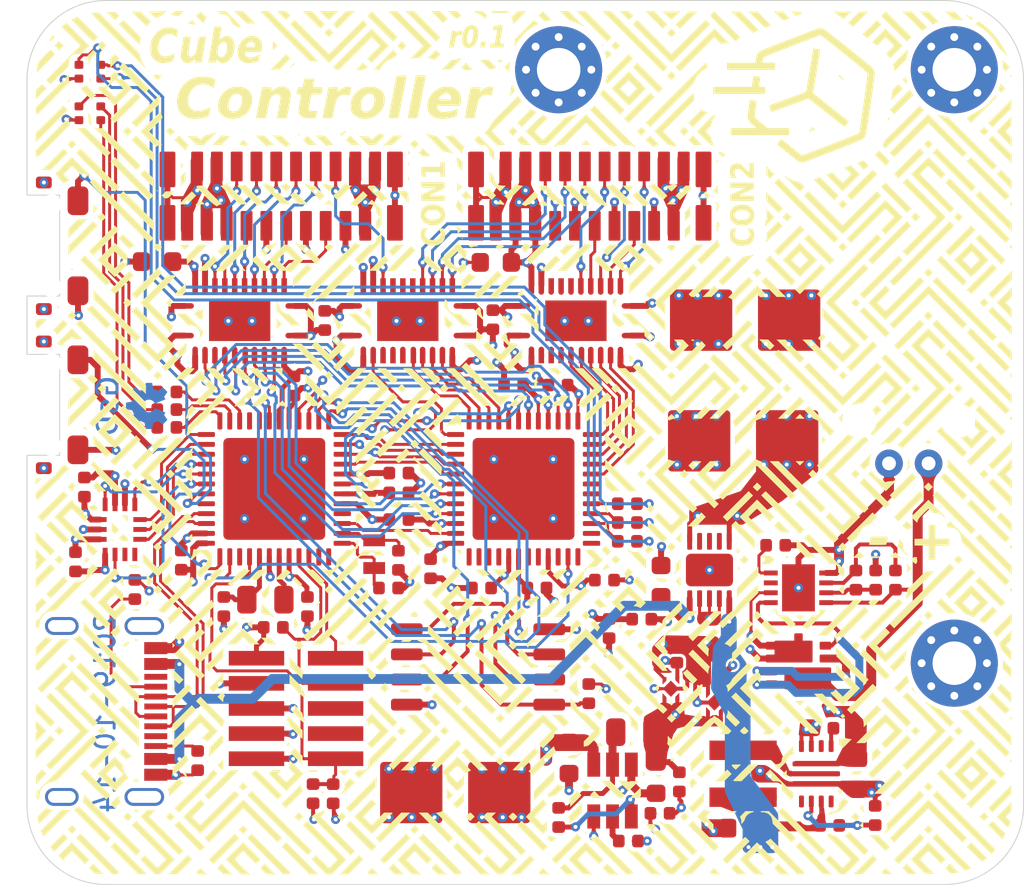
<source format=kicad_pcb>
(kicad_pcb (version 20221018) (generator pcbnew)
  (layers (0 "F.Cu" signal) (1 "In1.Cu" signal) (2 "In2.Cu" signal) (31 "B.Cu" signal) (34 "B.Paste" user) (35 "F.Paste" user) (36 "B.SilkS" user "B.Silkscreen") (37 "F.SilkS" user "F.Silkscreen") (38 "B.Mask" user) (39 "F.Mask" user) (44 "Edge.Cuts" user))
  (net 0 "")
  (net 1 "gnd")
  (net 2 "N$1")
  (net 3 "N$3")
  (net 4 "N$7")
  (net 5 "N$5")
  (net 6 "N$2")
  (net 7 "N$4")
  (net 8 "N$6")
  (net 9 "3v3")
  (net 10 "2v5")
  (net 11 "1v2_pll")
  (net 12 "1v2")
  (net 13 "led_r")
  (net 14 "led_b")
  (net 15 "led_g")
  (net 16 "N$12")
  (net 17 "N$13")
  (net 18 "ice_config_done")
  (net 19 "ice_config_mosi")
  (net 20 "ice_config_sck")
  (net 21 "ice_config_ss")
  (net 22 "ice_config_miso")
  (net 23 "ice_config_reset")
  (net 24 "4v5")
  (net 25 "pp_batt_prot")
  (net 26 "N$20")
  (net 27 "N$21")
  (net 28 "N$22")
  (net 29 "N$23")
  (net 30 "N$28")
  (net 31 "N$29")
  (net 32 "swdio")
  (net 33 "swdclk")
  (net 34 "swo")
  (net 35 "samd_rst")
  (net 36 "5v0_usb")
  (net 37 "samd_usb_p")
  (net 38 "samd_usb_n")
  (net 39 "5v_fb")
  (net 40 "3v3_fb")
  (net 41 "qspi_bus_cs")
  (net 42 "qspi_bus_sck")
  (net 43 "qspi_bus_io3")
  (net 44 "qspi_bus_io2")
  (net 45 "qspi_bus_io1")
  (net 46 "qspi_bus_io0")
  (net 47 "N$31")
  (net 48 "imu_int2")
  (net 49 "imu_int1")
  (net 50 "imu_miso")
  (net 51 "imu_cs")
  (net 52 "imu_sck")
  (net 53 "imu_mosi")
  (net 54 "pp_batt")
  (net 55 "ice_led_r")
  (net 56 "ice_led_b")
  (net 57 "ice_led_g")
  (net 58 "N$30")
  (net 59 "4v5_in")
  (net 60 "N$43")
  (net 61 "N$42")
  (net 62 "pb0_b_db")
  (net 63 "pb0_b_dg")
  (net 64 "pb0_b_dr")
  (net 65 "pb1_b_dr")
  (net 66 "pb1_b_dg")
  (net 67 "pb1_b_db")
  (net 68 "pb0_latch")
  (net 69 "pb1_rblank")
  (net 70 "pb0_rblank")
  (net 71 "pb0_rlatch")
  (net 72 "pb0_rdata")
  (net 73 "pb0_blank")
  (net 74 "pb0_dr")
  (net 75 "pb0_dg")
  (net 76 "pb0_db")
  (net 77 "pb0_sclk")
  (net 78 "pb1_rlatch")
  (net 79 "pb1_rdata")
  (net 80 "pb1_blank")
  (net 81 "pb1_latch")
  (net 82 "pb1_dr")
  (net 83 "pb1_dg")
  (net 84 "pb1_db")
  (net 85 "pb1_sclk")
  (net 86 "pb0_b_sclk")
  (net 87 "pb0_b_blank")
  (net 88 "pb0_b_rblank")
  (net 89 "pb0_b_rlatch")
  (net 90 "pb0_b_rdata")
  (net 91 "pb0_b_latch")
  (net 92 "pb1_b_sclk")
  (net 93 "pb1_b_latch")
  (net 94 "pb1_b_blank")
  (net 95 "pb1_b_rdata")
  (net 96 "pb1_b_rlatch")
  (net 97 "pb1_b_rblank")
  (net 98 "N$32")
  (net 99 "cc1")
  (net 100 "cc2")
  (net 101 "N$44")
  (net 102 "N$15")
  (net 103 "N$26")
  (net 104 "N$25")
  (footprint "Capacitor_SMD:C_0603_1608Metric" (layer "F.Cu") (at 179.123217 120.59 -90)
    (fp_text reference "C1" hide)
    (fp_text value "10uF" hide)
  )
  (footprint "Capacitor_SMD:C_0603_1608Metric" (layer "F.Cu") (at 173.323217 123.34 180)
    (fp_text reference "C2" hide)
    (fp_text value "10uF" hide)
  )
  (footprint "Capacitor_SMD:C_0603_1608Metric" (layer "F.Cu") (at 164.523217 119.79 -90)
    (fp_text reference "C4" hide)
    (fp_text value "10uF" hide)
  )
  (footprint "Capacitor_SMD:C_0603_1608Metric" (layer "F.Cu") (at 168.923217 120.79 -90)
    (fp_text reference "C5" hide)
    (fp_text value "10uF" hide)
  )
  (footprint "Inductor_SMD:L_Coilcraft_XxL4020" (layer "F.Cu") (at 173.323217 120.59 -90)
    (fp_text reference "L1" hide)
    (fp_text value "1uH" hide)
  )
  (footprint "Inductor_SMD:L_0805_2012Metric" (layer "F.Cu") (at 167.823217 118.49)
    (fp_text reference "L2" hide)
    (fp_text value "2.2uH" hide)
  )
  (footprint "Capacitor_SMD:C_0603_1608Metric" (layer "F.Cu") (at 160.823217 94.74 180)
    (fp_text reference "C26" hide)
    (fp_text value "10uF" hide)
  )
  (footprint "Crystal:Crystal_SMD_2012-2Pin_2.0x1.2mm" (layer "F.Cu") (at 154.673217 109.49 90)
    (fp_text reference "Y1" hide)
    (fp_text value "32.768kHz" hide)
  )
  (footprint "Capacitor_SMD:C_0402_1005Metric" (layer "F.Cu") (at 169.973217 114.49 90)
    (fp_text reference "C7" hide)
    (fp_text value "1uF" hide)
  )
  (footprint "Capacitor_SMD:C_0402_1005Metric" (layer "F.Cu") (at 166.55 113.25 -90)
    (fp_text reference "C8" hide)
    (fp_text value "1uF" hide)
  )
  (footprint "Capacitor_SMD:CP_Elec_5x3.9" (layer "F.Cu") (at 158.773217 121.54)
    (fp_text reference "C9" hide)
    (fp_text value "CP1" hide)
  )
  (footprint "Package_DFN_QFN:DFN-8-1EP_3x3mm_P0.5mm_EP1.66x2.38mm" (layer "F.Cu") (at 176.123217 111.19 180)
    (fp_text reference "U1" hide)
    (fp_text value "LTC4367" hide)
  )
  (footprint "gkl_housings_dfn:DFN3X3_8L_EP2_P" (layer "F.Cu") (at 176.123217 115.089999 90)
    (fp_text reference "U2" hide)
    (fp_text value "AON7804" hide)
  )
  (footprint "gkl_misc:VQFN-11_3x2mm_P0.5mm" (layer "F.Cu") (at 177.023217 120.59 -90)
    (fp_text reference "U3" hide)
    (fp_text value "TPS62135" hide)
  )
  (footprint "Package_TO_SOT_SMD:TSOT-23-6" (layer "F.Cu") (at 166.723217 121.44 -90)
    (fp_text reference "U4" hide)
    (fp_text value "TPS561201" hide)
  )
  (footprint "Package_DFN_QFN:QFN-48-1EP_7x7mm_P0.5mm_EP5.15x5.15mm" (layer "F.Cu") (at 149.623217 106.19 180)
    (fp_text reference "U7" hide)
    (fp_text value "ATSAMD51G19A" hide)
  )
  (footprint "Package_DFN_QFN:QFN-48-1EP_7x7mm_P0.5mm_EP5.15x5.15mm" (layer "F.Cu") (at 162.223217 106.19 -90)
    (fp_text reference "U8" hide)
    (fp_text value "ICE40UP5K-SG48ITR" hide)
  )
  (footprint "gkl_led:led_rbag_1515" (layer "F.Cu") (at 140.3 85.1)
    (fp_text reference "D2" hide)
    (fp_text value "LED_ARGB" hide)
  )
  (footprint "gkl_conn:FH12-20S-0.5SVA(54)" (layer "F.Cu") (at 149.973217 91.39 180)
    (fp_text reference "J2" hide)
    (fp_text value "Conn_01x20_Shielded" hide)
  )
  (footprint "gkl_conn:FH12-20S-0.5SVA(54)" (layer "F.Cu") (at 165.573217 91.39 180)
    (fp_text reference "J3" hide)
    (fp_text value "Conn_01x20_Shielded" hide)
  )
  (footprint "gkl_conn:FTSH-105-XX-X-DV" (layer "F.Cu") (at 150.723217 117.29 90)
    (fp_text reference "J4" hide)
    (fp_text value "Conn_02x05_Odd_Even" hide)
  )
  (footprint "Capacitor_SMD:C_0402_1005Metric" (layer "F.Cu") (at 151.3 112.14 -90)
    (fp_text reference "C14" hide)
    (fp_text value "100nF" hide)
  )
  (footprint "Package_DFN_QFN:Texas_RGY_R-PVQFN-N24_EP2.05x3.1mm" (layer "F.Cu") (at 147.873217 97.69 90)
    (fp_text reference "U9" hide)
    (fp_text value "SN74AVC8T245PW" hide)
  )
  (footprint "Package_DFN_QFN:Texas_RGY_R-PVQFN-N24_EP2.05x3.1mm" (layer "F.Cu") (at 164.873217 97.69 90)
    (fp_text reference "U11" hide)
    (fp_text value "SN74AVC8T245PW" hide)
  )
  (footprint "Package_DFN_QFN:Texas_RGY_R-PVQFN-N24_EP2.05x3.1mm" (layer "F.Cu") (at 156.373217 97.69 90)
    (fp_text reference "U10" hide)
    (fp_text value "SN74AVC8T245PW" hide)
  )
  (footprint "Package_LGA:Bosch_LGA-14_3x2.5mm_P0.5mm" (layer "F.Cu") (at 141.823217 108.24 -90)
    (fp_text reference "U12" hide)
    (fp_text value "BMX160" hide)
  )
  (footprint "Capacitor_SMD:C_0402_1005Metric" (layer "F.Cu") (at 164 122.8 90)
    (fp_text reference "C3" hide)
    (fp_text value "100nF" hide)
  )
  (footprint "Capacitor_SMD:C_0402_1005Metric" (layer "F.Cu") (at 144.923217 109.79 90)
    (fp_text reference "C12" hide)
    (fp_text value "100nF" hide)
  )
  (footprint "Capacitor_SMD:C_0402_1005Metric" (layer "F.Cu") (at 155.923217 106.39)
    (fp_text reference "C13" hide)
    (fp_text value "100nF" hide)
  )
  (footprint "Capacitor_SMD:C_0402_1005Metric" (layer "F.Cu") (at 163.965 100.94 180)
    (fp_text reference "C15" hide)
    (fp_text value "100nF" hide)
  )
  (footprint "Capacitor_SMD:C_0402_1005Metric" (layer "F.Cu") (at 147.073217 112.14 -90)
    (fp_text reference "C16" hide)
    (fp_text value "1uF" hide)
  )
  (footprint "Capacitor_SMD:C_0402_1005Metric" (layer "F.Cu") (at 155.4 111.2)
    (fp_text reference "C17" hide)
    (fp_text value "22pF" hide)
  )
  (footprint "Capacitor_SMD:C_0402_1005Metric" (layer "F.Cu") (at 155.923217 107.74 180)
    (fp_text reference "C19" hide)
    (fp_text value "100nF" hide)
  )
  (footprint "Capacitor_SMD:C_0402_1005Metric" (layer "F.Cu") (at 150.623217 100.99 90)
    (fp_text reference "C20" hide)
    (fp_text value "100nF" hide)
  )
  (footprint "Capacitor_SMD:C_0402_1005Metric" (layer "F.Cu") (at 139.575 109.875 90)
    (fp_text reference "C21" hide)
    (fp_text value "100nF" hide)
  )
  (footprint "Capacitor_SMD:C_0402_1005Metric" (layer "F.Cu") (at 157.525 110.225 -90)
    (fp_text reference "C22" hide)
    (fp_text value "100nF" hide)
  )
  (footprint "Capacitor_SMD:C_0402_1005Metric" (layer "F.Cu") (at 161.723217 100.94 180)
    (fp_text reference "C25" hide)
    (fp_text value "100nF" hide)
  )
  (footprint "Capacitor_SMD:C_0402_1005Metric" (layer "F.Cu") (at 160.673217 97.64 -90)
    (fp_text reference "C27" hide)
    (fp_text value "100nF" hide)
  )
  (footprint "Capacitor_SMD:C_0402_1005Metric" (layer "F.Cu") (at 152.175 97.675 -90)
    (fp_text reference "C29" hide)
    (fp_text value "100nF" hide)
  )
  (footprint "Capacitor_SMD:C_0402_1005Metric" (layer "F.Cu") (at 152.6 121.6 -90)
    (fp_text reference "C30" hide)
    (fp_text value "100nF" hide)
  )
  (footprint "Resistor_SMD:R_0402_1005Metric" (layer "F.Cu") (at 174.973217 109.04)
    (fp_text reference "R1" hide)
    (fp_text value "510k" hide)
  )
  (footprint "Resistor_SMD:R_0402_1005Metric" (layer "F.Cu") (at 181.025 110.8 90)
    (fp_text reference "R2" hide)
    (fp_text value "150k" hide)
  )
  (footprint "Resistor_SMD:R_0402_1005Metric" (layer "F.Cu") (at 179.025 110.8 -90)
    (fp_text reference "R3" hide)
    (fp_text value "150k" hide)
  )
  (footprint "Resistor_SMD:R_0402_1005Metric" (layer "F.Cu") (at 180.025 110.8 90)
    (fp_text reference "R4" hide)
    (fp_text value "5.1M" hide)
  )
  (footprint "Resistor_SMD:R_0402_1005Metric" (layer "F.Cu") (at 178.373217 118.29)
    (fp_text reference "R5" hide)
    (fp_text value "100k" hide)
  )
  (footprint "Resistor_SMD:R_0402_1005Metric" (layer "F.Cu") (at 177.7 123.2 180)
    (fp_text reference "R6" hide)
    (fp_text value "R" hide)
  )
  (footprint "Resistor_SMD:R_0402_1005Metric" (layer "F.Cu") (at 180 122.7 90)
    (fp_text reference "R7" hide)
    (fp_text value "R" hide)
  )
  (footprint "Resistor_SMD:R_0402_1005Metric" (layer "F.Cu") (at 167.523217 123.99)
    (fp_text reference "R8" hide)
    (fp_text value "100k" hide)
  )
  (footprint "Resistor_SMD:R_0402_1005Metric" (layer "F.Cu") (at 170.1 121 90)
    (fp_text reference "R9" hide)
    (fp_text value "R" hide)
  )
  (footprint "Resistor_SMD:R_0402_1005Metric" (layer "F.Cu") (at 169.123217 122.59 180)
    (fp_text reference "R10" hide)
    (fp_text value "R" hide)
  )
  (footprint "Resistor_SMD:R_0402_1005Metric" (layer "F.Cu") (at 144.193926 101.29 180)
    (fp_text reference "R11" hide)
    (fp_text value "470R" hide)
  )
  (footprint "Resistor_SMD:R_0402_1005Metric" (layer "F.Cu") (at 144.193928 103.081421 180)
    (fp_text reference "R12" hide)
    (fp_text value "470R" hide)
  )
  (footprint "Resistor_SMD:R_0402_1005Metric" (layer "F.Cu") (at 144.193928 102.181422 180)
    (fp_text reference "R13" hide)
    (fp_text value "470R" hide)
  )
  (footprint "Resistor_SMD:R_0402_1005Metric" (layer "F.Cu") (at 167.473217 108.84)
    (fp_text reference "R14" hide)
    (fp_text value "470R" hide)
  )
  (footprint "Resistor_SMD:R_0402_1005Metric" (layer "F.Cu") (at 167.473217 107.89)
    (fp_text reference "R15" hide)
    (fp_text value "470R" hide)
  )
  (footprint "Resistor_SMD:R_0402_1005Metric" (layer "F.Cu") (at 167.473217 106.94)
    (fp_text reference "R16" hide)
    (fp_text value "470R" hide)
  )
  (footprint "Resistor_SMD:R_0402_1005Metric" (layer "F.Cu") (at 155.923217 105.39)
    (fp_text reference "R17" hide)
    (fp_text value "10k" hide)
  )
  (footprint "Resistor_SMD:R_0402_1005Metric" (layer "F.Cu") (at 149.573217 113.19 180)
    (fp_text reference "R18" hide)
    (fp_text value "1k" hide)
  )
  (footprint "Resistor_SMD:R_0402_1005Metric" (layer "F.Cu") (at 165.523217 116.54 90)
    (fp_text reference "R20" hide)
    (fp_text value "10k" hide)
  )
  (footprint "Package_DFN_QFN:DFN-10-1EP_3x3mm_P0.5mm_EP1.65x2.38mm" (layer "F.Cu") (at 171.623217 110.29 90)
    (fp_text reference "U14" hide)
    (fp_text value "LTC4413-2" hide)
  )
  (footprint "Capacitor_SMD:C_0402_1005Metric" (layer "F.Cu") (at 155.9 109.8 -90)
    (fp_text reference "C18" hide)
    (fp_text value "22pF" hide)
  )
  (footprint "gkl_led:led_rbag_1515" (layer "F.Cu") (at 140.3 87.2)
    (fp_text reference "D1" hide)
    (fp_text value "LED_ARGB" hide)
  )
  (footprint "gkl_housings_son:X2SON_4_1.0x1.0mm" (layer "F.Cu") (at 169.673217 116.29 -90)
    (fp_text reference "U6" hide)
    (fp_text value "NP115-1.2" hide)
  )
  (footprint "Capacitor_SMD:C_0402_1005Metric" (layer "F.Cu") (at 172.173217 115.14 90)
    (fp_text reference "C6" hide)
    (fp_text value "1uF" hide)
  )
  (footprint "gkl_housings_son:X2SON_4_1.0x1.0mm" (layer "F.Cu") (at 171.873217 116.99 -90)
    (fp_text reference "U5" hide)
    (fp_text value "NP115-2.5" hide)
  )
  (footprint "Capacitor_SMD:C_0402_1005Metric" (layer "F.Cu") (at 160.1 111.2 180)
    (fp_text reference "C23" hide)
    (fp_text value "100nF" hide)
  )
  (footprint "Inductor_SMD:L_0805_2012Metric" (layer "F.Cu") (at 149.173217 111.79 180)
    (fp_text reference "L3" hide)
    (fp_text value "10uH" hide)
  )
  (footprint "Resistor_SMD:R_0402_1005Metric" (layer "F.Cu") (at 151.585001 121.598217 -90)
    (fp_text reference "R19" hide)
    (fp_text value "10k" hide)
  )
  (footprint "Inductor_SMD:L_0402_1005Metric" (layer "F.Cu") (at 168.2 112.775 180)
    (fp_text reference "FB1" hide)
    (fp_text value "Ferrite_Bead_Small" hide)
  )
  (footprint "Package_SO:SOIC-8_5.23x5.23mm_P1.27mm" (layer "F.Cu") (at 159.923217 115.19 180)
    (fp_text reference "U13" hide)
    (fp_text value "AT25SF081" hide)
  )
  (footprint "Connector_USB:USB_C_Receptacle_Palconn_UTC16-G" (layer "F.Cu") (at 141.123217 117.44 -90)
    (fp_text reference "J5" hide)
    (fp_text value "USB_C_Receptacle_USB2.0" hide)
  )
  (footprint "gkl_misc:EVQP4" (layer "F.Cu") (at 137.123217 101.94 -90)
    (fp_text reference "SW1" hide)
    (fp_text value "SW_Push" hide)
  )
  (footprint "Resistor_SMD:R_0402_1005Metric" (layer "F.Cu") (at 142.575 111.275 90)
    (fp_text reference "R21" hide)
    (fp_text value "5.1k" hide)
  )
  (footprint "Resistor_SMD:R_0402_1005Metric" (layer "F.Cu") (at 145.75 119.925 -90)
    (fp_text reference "R22" hide)
    (fp_text value "5.1k" hide)
  )
  (footprint "gkl_misc:EVQP4" (layer "F.Cu") (at 137.125 93.9 -90)
    (fp_text reference "SW2" hide)
    (fp_text value "SW_Push" hide)
  )
  (footprint "gkl_conn:SB02B-PASK-2" (layer "F.Cu") (at 181.7 104.9 180)
    (fp_text reference "J1" hide)
    (fp_text value "Conn_01x02" hide)
  )
  (footprint "Capacitor_SMD:CP_Elec_5x3.9" (layer "F.Cu") (at 173.375 97.625 180)
    (fp_text reference "C10" hide)
    (fp_text value "CP1" hide)
  )
  (footprint "Capacitor_SMD:CP_Elec_5x3.9" (layer "F.Cu") (at 173.35 103.775 180)
    (fp_text reference "C11" hide)
    (fp_text value "CP1" hide)
  )
  (footprint "Capacitor_SMD:C_0402_1005Metric" (layer "F.Cu") (at 162.9 111.2)
    (fp_text reference "C24" hide)
    (fp_text value "100nF" hide)
  )
  (footprint "Capacitor_SMD:C_0603_1608Metric" (layer "F.Cu") (at 143.7 94.7 180)
    (fp_text reference "C28" hide)
    (fp_text value "10uF" hide)
  )
  (footprint "Capacitor_SMD:C_0402_1005Metric" (layer "F.Cu") (at 166.315 110.8)
    (fp_text reference "C31" hide)
    (fp_text value "100nF" hide)
  )
  (footprint "Capacitor_SMD:C_0402_1005Metric" (layer "F.Cu") (at 140.025 106.1 90)
    (fp_text reference "C32" hide)
    (fp_text value "100nF" hide)
  )
  (footprint "Capacitor_SMD:C_0603_1608Metric" (layer "F.Cu") (at 169.175 110.85 90)
    (fp_text reference "C33" hide)
    (fp_text value "10uF" hide)
  )
  (footprint "MountingHole:MountingHole_2.2mm_M2_Pad_Via" (layer "F.Cu") (at 164 85)
    (fp_text reference "REF**" hide)
    (fp_text value "MountingHole_2.2mm_M2_Pad_Via" hide)
  )
  (footprint "MountingHole:MountingHole_2.2mm_M2_Pad_Via" (layer "F.Cu") (at 184 85)
    (fp_text reference "REF**" hide)
    (fp_text value "MountingHole_2.2mm_M2_Pad_Via" hide)
  )
  (footprint "MountingHole:MountingHole_2.2mm_M2_Pad_Via" (layer "F.Cu") (at 184 115)
    (fp_text reference "REF**" hide)
    (fp_text value "MountingHole_2.2mm_M2_Pad_Via" hide)
  )
  (footprint "artwork_controller" (layer "F.Cu") (at 162.225 103.85)
    (fp_text reference "G***" hide)
    (fp_text value "LOGO" hide)
  )
  (footprint "oshw_small" (layer "B.Cu") (at 143.2 102 -90)
    (fp_text reference "G***" hide)
    (fp_text value "LOGO" hide)
  )
  (footprint "gsd_logo_small" (layer "B.Cu") (at 141.25 102 -90)
    (fp_text reference "G***" hide)
    (fp_text value "LOGO" hide)
  )
  (gr_line (start 137.123217 99.39) (end 138.773217 99.39) (stroke (width 0.05)) (layer "Edge.Cuts"))
  (gr_line (start 138.773217 104.49) (end 137.123217 104.49) (stroke (width 0.05)) (layer "Edge.Cuts"))
  (gr_line (start 138.773217 99.39) (end 138.773217 104.49) (stroke (width 0.05)) (layer "Edge.Cuts"))
  (gr_line (start 137.123217 99.39) (end 137.123217 96.44) (stroke (width 0.05)) (layer "Edge.Cuts"))
  (gr_line (start 138.773217 91.34) (end 138.773217 96.44) (stroke (width 0.05)) (layer "Edge.Cuts"))
  (gr_line (start 138.773217 96.44) (end 137.123217 96.44) (stroke (width 0.05)) (layer "Edge.Cuts"))
  (gr_line (start 137.123217 91.34) (end 138.773217 91.34) (stroke (width 0.05)) (layer "Edge.Cuts"))
  (gr_line (start 137.123217 91.34) (end 137.12279 85.500001) (stroke (width 0.05)) (layer "Edge.Cuts"))
  (gr_arc (start 141.12279 126.18857) (mid 138.294364 125.016997) (end 137.122791 122.188571) (stroke (width 0.05)) (layer "Edge.Cuts"))
  (gr_line (start 187.5 85.500001) (end 187.5 122.188571) (stroke (width 0.05)) (layer "Edge.Cuts"))
  (gr_line (start 183.5 126.188571) (end 141.12279 126.188571) (stroke (width 0.05)) (layer "Edge.Cuts"))
  (gr_line (start 137.122791 122.188571) (end 137.123217 104.49) (stroke (width 0.05)) (layer "Edge.Cuts"))
  (gr_line (start 141.12279 81.500001) (end 183.5 81.500001) (stroke (width 0.05)) (layer "Edge.Cuts"))
  (gr_arc (start 187.5 122.188571) (mid 186.328427 125.016998) (end 183.5 126.188571) (stroke (width 0.05)) (layer "Edge.Cuts"))
  (gr_arc (start 137.12279 85.500001) (mid 138.294363 82.671574) (end 141.12279 81.500001) (stroke (width 0.05)) (layer "Edge.Cuts"))
  (gr_arc (start 183.5 81.500001) (mid 186.328427 82.671574) (end 187.5 85.500001) (stroke (width 0.05)) (layer "Edge.Cuts"))
  (gr_text "2019-10-14\n" (at 141.075 117.525 90) (layer "B.Cu") (effects (font (size 1 1)) (justify mirror)))
  (via (at 157 97.7) (size 0.46) (drill 0.2) (layers "F.Cu" "B.Cu") (net 0))
  (via (at 155.8 97.7) (size 0.46) (drill 0.2) (layers "F.Cu" "B.Cu") (net 0))
  (via (at 164.3 97.7) (size 0.46) (drill 0.2) (layers "F.Cu" "B.Cu") (net 0))
  (via (at 148.5 97.7) (size 0.46) (drill 0.2) (layers "F.Cu" "B.Cu") (net 0))
  (via (at 147.3 97.7) (size 0.46) (drill 0.2) (layers "F.Cu" "B.Cu") (net 0))
  (via (at 165.5 97.7) (size 0.46) (drill 0.2) (layers "F.Cu" "B.Cu") (net 0))
  (segment (start 169.673217 116.29) (end 168.823213 116.29) (width 0.15) (layer "F.Cu") (net 1))
  (segment (start 168.873217 114.44) (end 169.043218 114.269999) (width 0.15) (layer "F.Cu") (net 1))
  (segment (start 169.308217 114.005) (end 169.273217 114.04) (width 0.15) (layer "F.Cu") (net 1))
  (segment (start 169.348217 115.79) (end 168.873217 115.315) (width 0.15) (layer "F.Cu") (net 1))
  (segment (start 169.973217 114.005) (end 169.308217 114.005) (width 0.15) (layer "F.Cu") (net 1))
  (segment (start 168.873217 115.315) (end 168.873217 114.44) (width 0.15) (layer "F.Cu") (net 1))
  (segment (start 169.043218 114.269999) (end 169.273217 114.04) (width 0.15) (layer "F.Cu") (net 1))
  (segment (start 171.273217 114.655) (end 171.273217 114.14) (width 0.15) (layer "F.Cu") (net 1))
  (segment (start 171.273217 114.14) (end 171.473217 113.94) (width 0.15) (layer "F.Cu") (net 1))
  (segment (start 169.973217 114.005) (end 170.393217 114.005) (width 0.15) (layer "F.Cu") (net 1))
  (segment (start 170.393217 114.005) (end 170.528217 114.14) (width 0.15) (layer "F.Cu") (net 1))
  (segment (start 170.528217 114.14) (end 170.623217 114.14) (width 0.15) (layer "F.Cu") (net 1))
  (segment (start 170.823217 113.94) (end 170.923217 113.94) (width 0.15) (layer "F.Cu") (net 1))
  (segment (start 170.923217 113.94) (end 171.473217 113.94) (width 0.15) (layer "F.Cu") (net 1))
  (segment (start 170.623217 114.14) (end 170.823217 113.94) (width 0.15) (layer "F.Cu") (net 1))
  (segment (start 178.173217 110.29) (end 178.173217 109.84) (width 0.3) (layer "F.Cu") (net 1))
  (segment (start 145.225 91.7) (end 144.995001 91.470001) (width 0.15) (layer "F.Cu") (net 1))
  (segment (start 170.623217 115.74) (end 170.623217 114.14) (width 0.15) (layer "F.Cu") (net 1))
  (segment (start 159.823217 92.74) (end 159.823217 91.74) (width 0.15) (layer "F.Cu") (net 1))
  (segment (start 161.238217 100.94) (end 161.238217 100.155) (width 0.3) (layer "F.Cu") (net 1))
  (segment (start 176.123217 109.7) (end 176.55 109.273217) (width 0.3) (layer "F.Cu") (net 1))
  (segment (start 141.573217 106.9775) (end 141.573217 105.54) (width 0.3) (layer "F.Cu") (net 1))
  (segment (start 144.223217 90.04) (end 144.223217 92.74) (width 0.3) (layer "F.Cu") (net 1))
  (segment (start 147.073217 112.625) (end 147.073217 113.273217) (width 0.3) (layer "F.Cu") (net 1))
  (segment (start 145.223217 92.89) (end 145.223217 91.701783) (width 0.3) (layer "F.Cu") (net 1))
  (segment (start 154.623217 95.895) (end 154.623217 94.64) (width 0.3) (layer "F.Cu") (net 1))
  (segment (start 155.723217 92.74) (end 155.723217 91.351783) (width 0.15) (layer "F.Cu") (net 1))
  (segment (start 150.888217 100.24) (end 150.623217 100.505) (width 0.3) (layer "F.Cu") (net 1))
  (segment (start 155.808217 111.19) (end 156.173217 111.19) (width 0.15) (layer "F.Cu") (net 1))
  (segment (start 169.673217 116.29) (end 170.41 116.29) (width 0.2) (layer "F.Cu") (net 1))
  (segment (start 140.66 105.4) (end 141.433217 105.4) (width 0.3) (layer "F.Cu") (net 1))
  (segment (start 170.9 116.564731) (end 170.9 115.7) (width 0.2) (layer "F.Cu") (net 1))
  (segment (start 160.15 98.125) (end 160.673217 98.125) (width 0.15) (layer "F.Cu") (net 1))
  (segment (start 168.670001 123.170001) (end 168.9 123.4) (width 0.2) (layer "F.Cu") (net 1))
  (segment (start 160.823217 91.69) (end 160.593218 91.460001) (width 0.15) (layer "F.Cu") (net 1))
  (segment (start 171.323217 90.04) (end 171.323217 91.351783) (width 0.15) (layer "F.Cu") (net 1))
  (segment (start 148.723217 118.56) (end 150.543217 118.56) (width 0.3) (layer "F.Cu") (net 1))
  (segment (start 152.635 122.81) (end 152.725 122.9) (width 0.2) (layer "F.Cu") (net 1))
  (segment (start 171.123217 111.74) (end 171.123217 112.323217) (width 0.15) (layer "F.Cu") (net 1))
  (segment (start 160.103216 91.460001) (end 160.135001 91.460001) (width 0.15) (layer "F.Cu") (net 1))
  (segment (start 151.223218 96.94) (end 151.473217 97.189999) (width 0.3) (layer "F.Cu") (net 1))
  (segment (start 159.765 96.94) (end 160.025 97.2) (width 0.3) (layer "F.Cu") (net 1))
  (segment (start 168.638217 123.138217) (end 168.670001 123.170001) (width 0.2) (layer "F.Cu") (net 1))
  (segment (start 150.668217 96.94) (end 151.223218 96.94) (width 0.3) (layer "F.Cu") (net 1))
  (segment (start 171.123217 112.598486) (end 171.123217 112.323217) (width 0.15) (layer "F.Cu") (net 1))
  (segment (start 158.623217 99.94) (end 158.823217 100.14) (width 0.3) (layer "F.Cu") (net 1))
  (segment (start 176.55 109.273217) (end 178.173217 109.273217) (width 0.3) (layer "F.Cu") (net 1))
  (segment (start 151.273217 112.625) (end 151.273217 113.34) (width 0.15) (layer "F.Cu") (net 1))
  (segment (start 159.168217 98.44) (end 159.823217 98.44) (width 0.3) (layer "F.Cu") (net 1))
  (segment (start 151.753217 98.16) (end 151.473217 98.44) (width 0.3) (layer "F.Cu") (net 1))
  (segment (start 159.615 111.2) (end 158.583217 111.2) (width 0.3) (layer "F.Cu") (net 1))
  (segment (start 139.575 108.741783) (end 139.573217 108.74) (width 0.3) (layer "F.Cu") (net 1))
  (segment (start 160.025 98) (end 160.15 98.125) (width 0.3) (layer "F.Cu") (net 1))
  (segment (start 159.523217 99.69) (end 159.873217 99.69) (width 0.3) (layer "F.Cu") (net 1))
  (segment (start 167.668217 98.44) (end 168.565 98.44) (width 0.3) (layer "F.Cu") (net 1))
  (segment (start 175.458217 109.04) (end 176.316783 109.04) (width 0.3) (layer "F.Cu") (net 1))
  (segment (start 153.223217 92.89) (end 153.223217 94.09) (width 0.3) (layer "F.Cu") (net 1))
  (segment (start 155.923217 110.34) (end 156.473217 110.89) (width 0.15) (layer "F.Cu") (net 1))
  (segment (start 169.175 109.125) (end 169.2 109.1) (width 0.3) (layer "F.Cu") (net 1))
  (segment (start 171.323217 92.74) (end 171.323217 91.398217) (width 0.15) (layer "F.Cu") (net 1))
  (segment (start 171.873217 116.99) (end 171 116.99) (width 0.2) (layer "F.Cu") (net 1))
  (segment (start 156.173217 111.19) (end 156.473217 110.89) (width 0.15) (layer "F.Cu") (net 1))
  (segment (start 171.623217 112.773217) (end 171.625 112.775) (width 0.15) (layer "F.Cu") (net 1))
  (segment (start 178.173217 109.273217) (end 178.173217 109.84) (width 0.5) (layer "F.Cu") (net 1))
  (segment (start 152.635 122.083217) (end 152.635 122.81) (width 0.2) (layer "F.Cu") (net 1))
  (segment (start 161.323217 89.89) (end 161.323217 91.19) (width 0.3) (layer "F.Cu") (net 1))
  (segment (start 158.583217 111.2) (end 158.573217 111.19) (width 0.3) (layer "F.Cu") (net 1))
  (segment (start 156.408217 105.39) (end 156.523217 105.39) (width 0.3) (layer "F.Cu") (net 1))
  (segment (start 180.7 104.9) (end 180.7 106.4) (width 0.5) (layer "F.Cu") (net 1))
  (segment (start 144.65 120.65) (end 145.51 120.65) (width 0.15) (layer "F.Cu") (net 1))
  (segment (start 167.323217 100.14) (end 167.773217 100.14) (width 0.3) (layer "F.Cu") (net 1))
  (segment (start 144.923217 109.305) (end 144.923217 108.99) (width 0.3) (layer "F.Cu") (net 1))
  (segment (start 170.5 115.863217) (end 170.623217 115.74) (width 0.15) (layer "F.Cu") (net 1))
  (segment (start 151.3 113.313217) (end 151.273217 113.34) (width 0.3) (layer "F.Cu") (net 1))
  (segment (start 139.698217 104.215) (end 141.598217 104.215) (width 0.3) (layer "F.Cu") (net 1))
  (segment (start 155.438217 107.74) (end 154.573217 107.74) (width 0.3) (layer "F.Cu") (net 1))
  (segment (start 144.495001 91.470001) (end 144.223217 91.198217) (width 0.15) (layer "F.Cu") (net 1))
  (segment (start 168.823217 92.89) (end 168.823217 91.69) (width 0.3) (layer "F.Cu") (net 1))
  (segment (start 158.093217 110.71) (end 158.573217 111.19) (width 0.3) (layer "F.Cu") (net 1))
  (segment (start 180.025 110.315) (end 180.025 109.5) (width 0.3) (layer "F.Cu") (net 1))
  (segment (start 159.638217 111.19) (end 158.573217 111.19) (width 0.15) (layer "F.Cu") (net 1))
  (segment (start 149.873217 102.215) (end 150.021607 102.06661) (width 0.25) (layer "F.Cu") (net 1))
  (segment (start 144.995001 91.470001) (end 144.495001 91.470001) (width 0.15) (layer "F.Cu") (net 1))
  (segment (start 180.7 106.4) (end 178.173217 108.926783) (width 0.5) (layer "F.Cu") (net 1))
  (segment (start 171.3 115.6) (end 171.3 114.681783) (width 0.2) (layer "F.Cu") (net 1))
  (segment (start 143.633217 120.64) (end 144.64 120.64) (width 0.5) (layer "F.Cu") (net 1))
  (segment (start 168.565 98.44) (end 168.625 98.5) (width 0.3) (layer "F.Cu") (net 1))
  (segment (start 146.185717 108.44) (end 145.473217 108.44) (width 0.3) (layer "F.Cu") (net 1))
  (segment (start 153.060717 106.94) (end 153.773216 106.94) (width 0.25) (layer "F.Cu") (net 1))
  (segment (start 152.175 98.16) (end 151.753217 98.16) (width 0.3) (layer "F.Cu") (net 1))
  (segment (start 163.488217 100.94) (end 163.329818 100.94) (width 0.15) (layer "F.Cu") (net 1))
  (segment (start 155.723217 90.04) (end 155.723217 91.348217) (width 0.15) (layer "F.Cu") (net 1))
  (segment (start 163.408217 111.525) (end 163.773217 111.89) (width 0.25) (layer "F.Cu") (net 1))
  (segment (start 144.223217 91.198217) (end 144.223217 92.74) (width 0.15) (layer "F.Cu") (net 1))
  (segment (start 178.173217 108.926783) (end 178.173217 109.273217) (width 0.5) (layer "F.Cu") (net 1))
  (segment (start 167.123217 99.94) (end 167.323217 100.14) (width 0.3) (layer "F.Cu") (net 1))
  (segment (start 140.025 105.615) (end 140.445 105.615) (width 0.3) (layer "F.Cu") (net 1))
  (segment (start 150.543217 118.56) (end 150.573217 118.59) (width 0.3) (layer "F.Cu") (net 1))
  (segment (start 167.668217 96.94) (end 168.585 96.94) (width 0.3) (layer "F.Cu") (net 1))
  (segment (start 155.9 110.316783) (end 156.473217 110.89) (width 0.3) (layer "F.Cu") (net 1))
  (segment (start 170.5 116.2) (end 170.5 115.863217) (width 0.15) (layer "F.Cu") (net 1))
  (segment (start 150.289049 100.839168) (end 150.623217 100.505) (width 0.25) (layer "F.Cu") (net 1))
  (segment (start 150.123217 100.005) (end 150.623217 100.505) (width 0.3) (layer "F.Cu") (net 1))
  (segment (start 150.021607 101.10661) (end 150.289049 100.839168) (width 0.25) (layer "F.Cu") (net 1))
  (segment (start 180 122.215) (end 180 121.716783) (width 0.25) (layer "F.Cu") (net 1))
  (segment (start 143.633217 114.24) (end 144.51 114.24) (width 0.5) (layer "F.Cu") (net 1))
  (segment (start 142.083217 94.7) (end 142.073217 94.69) (width 0.3) (layer "F.Cu") (net 1))
  (segment (start 144.223217 91.198217) (end 144.223217 90.04) (width 0.15) (layer "F.Cu") (net 1))
  (segment (start 171.323217 90.04) (end 171.323217 92.74) (width 0.3) (layer "F.Cu") (net 1))
  (segment (start 168.773217 122.62) (end 168.803217 122.59) (width 0.3) (layer "F.Cu") (net 1))
  (segment (start 160.035717 94.74) (end 159.173217 94.74) (width 0.15) (layer "F.Cu") (net 1))
  (segment (start 178.023217 110.44) (end 178.173217 110.29) (width 0.3) (layer "F.Cu") (net 1))
  (segment (start 155.885 111.2) (end 156.163217 111.2) (width 0.3) (layer "F.Cu") (net 1))
  (segment (start 164.885 113.285) (end 164.9 113.3) (width 0.3) (layer "F.Cu") (net 1))
  (segment (start 170.5 116.2) (end 170.5 115.7) (width 0.2) (layer "F.Cu") (net 1))
  (segment (start 144.223217 92.74) (end 144.223217 92.701783) (width 0.15) (layer "F.Cu") (net 1))
  (segment (start 166.55 113.735) (end 166.55 114.45) (width 0.3) (layer "F.Cu") (net 1))
  (segment (start 171.548217 115.848217) (end 171.3 115.6) (width 0.2) (layer "F.Cu") (net 1))
  (segment (start 156.408217 106.39) (end 156.523217 106.39) (width 0.3) (layer "F.Cu") (net 1))
  (segment (start 149.873217 102.7525) (end 149.873217 102.215) (width 0.25) (layer "F.Cu") (net 1))
  (segment (start 156.163217 111.2) (end 156.473217 110.89) (width 0.3) (layer "F.Cu") (net 1))
  (segment (start 145.51 120.65) (end 145.75 120.41) (width 0.15) (layer "F.Cu") (net 1))
  (segment (start 168.638217 122.59) (end 168.638217 123.138217) (width 0.2) (layer "F.Cu") (net 1))
  (segment (start 171.548217 116.49) (end 171.548217 115.848217) (width 0.2) (layer "F.Cu") (net 1))
  (segment (start 160.138217 98.125) (end 160.15 98.125) (width 0.15) (layer "F.Cu") (net 1))
  (segment (start 150.668217 98.44) (end 151.473217 98.44) (width 0.3) (layer "F.Cu") (net 1))
  (segment (start 144.64 120.64) (end 144.65 120.65) (width 0.5) (layer "F.Cu") (net 1))
  (segment (start 159.823217 92.74) (end 159.823217 90.04) (width 0.3) (layer "F.Cu") (net 1))
  (segment (start 171.323217 91.351783) (end 171.3 91.375) (width 0.15) (layer "F.Cu") (net 1))
  (segment (start 148.723217 116.02) (end 146.893217 116.02) (width 0.3) (layer "F.Cu") (net 1))
  (segment (start 171.625 112.775) (end 171.299731 112.775) (width 0.15) (layer "F.Cu") (net 1))
  (segment (start 142.9125 94.7) (end 142.083217 94.7) (width 0.3) (layer "F.Cu") (net 1))
  (segment (start 163.329818 100.94) (end 162.873218 100.4834) (width 0.3) (layer "F.Cu") (net 1))
  (segment (start 164.523217 120.5775) (end 164.523217 121.44) (width 0.4) (layer "F.Cu") (net 1))
  (segment (start 169.175 110.0625) (end 169.175 109.125) (width 0.3) (layer "F.Cu") (net 1))
  (segment (start 160.025 97.2) (end 160.025 98) (width 0.3) (layer "F.Cu") (net 1))
  (segment (start 164.823217 92.89) (end 164.823217 91.69) (width 0.3) (layer "F.Cu") (net 1))
  (segment (start 163.123217 95.895) (end 163.123217 94.99) (width 0.3) (layer "F.Cu") (net 1))
  (segment (start 171 116.664731) (end 170.9 116.564731) (width 0.2) (layer "F.Cu") (net 1))
  (segment (start 144.923217 108.99) (end 145.223217 108.69) (width 0.3) (layer "F.Cu") (net 1))
  (segment (start 172.173217 114.64) (end 171.473217 113.94) (width 0.3) (layer "F.Cu") (net 1))
  (segment (start 163.48 100.94) (end 163.329818 100.94) (width 0.3) (layer "F.Cu") (net 1))
  (segment (start 171.3 114.681783) (end 171.273217 114.655) (width 0.2) (layer "F.Cu") (net 1))
  (segment (start 141.433217 105.4) (end 141.573217 105.54) (width 0.3) (layer "F.Cu") (net 1))
  (segment (start 171.623217 111.74) (end 171.623217 112.773217) (width 0.15) (layer "F.Cu") (net 1))
  (segment (start 176.123217 111.19) (end 176.123217 109.7) (width 0.3) (layer "F.Cu") (net 1))
  (segment (start 163.523217 113.285) (end 164.885 113.285) (width 0.3) (layer "F.Cu") (net 1))
  (segment (start 151.3 112.625) (end 151.3 113.313217) (width 0.3) (layer "F.Cu") (net 1))
  (segment (start 141.598217 104.215) (end 141.623217 104.24) (width 0.3) (layer "F.Cu") (net 1))
  (segment (start 170.41 116.29) (end 170.5 116.2) (width 0.2) (layer "F.Cu") (net 1))
  (segment (start 160.673217 98.125) (end 160.673217 98.94) (width 0.3) (layer "F.Cu") (net 1))
  (segment (start 155.723217 91.348217) (end 155.725 91.35) (width 0.15) (layer "F.Cu") (net 1))
  (segment (start 166.55 114.45) (end 166.5 114.5) (width 0.3) (layer "F.Cu") (net 1))
  (segment (start 139.573217 108.74) (end 139.573217 109.12) (width 0.15) (layer "F.Cu") (net 1))
  (segment (start 161.238217 100.155) (end 160.873217 99.79) (width 0.3) (layer "F.Cu") (net 1))
  (segment (start 151.223217 92.89) (end 151.223217 94.09) (width 0.3) (layer "F.Cu") (net 1))
  (segment (start 155.923217 110.275) (end 155.923217 110.34) (width 0.15) (layer "F.Cu") (net 1))
  (segment (start 148.723217 117.29) (end 150.573217 117.29) (width 0.3) (layer "F.Cu") (net 1))
  (segment (start 155.723217 92.74) (end 155.723217 90.04) (width 0.3) (layer "F.Cu") (net 1))
  (segment (start 172.173217 114.655) (end 172.173217 114.64) (width 0.3) (layer "F.Cu") (net 1))
  (segment (start 142.935717 94.69) (end 142.073217 94.69) (width 0.15) (layer "F.Cu") (net 1))
  (segment (start 172.125 112.600269) (end 172.123217 112.598486) (width 0.15) (layer "F.Cu") (net 1))
  (segment (start 167.523217 121.14) (end 167.223217 121.44) (width 0.4) (layer "F.Cu") (net 1))
  (segment (start 151.323217 100.24) (end 150.888217 100.24) (width 0.3) (layer "F.Cu") (net 1))
  (segment (start 157.525 110.71) (end 158.093217 110.71) (width 0.3) (layer "F.Cu") (net 1))
  (segment (start 156.523217 105.39) (end 157.023217 105.89) (width 0.3) (layer "F.Cu") (net 1))
  (segment (start 167.773217 100.14) (end 168.023217 99.89) (width 0.3) (layer "F.Cu") (net 1))
  (segment (start 142.74 110.79) (end 143.3 111.35) (width 0.15) (layer "F.Cu") (net 1))
  (segment (start 160.593218 91.460001) (end 160.135001 91.460001) (width 0.15) (layer "F.Cu") (net 1))
  (segment (start 176.773217 119.19) (end 176.773217 118.44) (width 0.2) (layer "F.Cu") (net 1))
  (segment (start 160.138217 98.125) (end 159.823217 98.44) (width 0.3) (layer "F.Cu") (net 1))
  (segment (start 176.273217 119.19) (end 176.273217 118.44) (width 0.2) (layer "F.Cu") (net 1))
  (segment (start 171 116.99) (end 171 116.664731) (width 0.2) (layer "F.Cu") (net 1))
  (segment (start 158.623217 99.485) (end 158.623217 99.94) (width 0.3) (layer "F.Cu") (net 1))
  (segment (start 180 121.716783) (end 179.823217 121.54) (width 0.25) (layer "F.Cu") (net 1))
  (segment (start 154.573217 107.74) (end 154.343217 107.510001) (width 0.3) (layer "F.Cu") (net 1))
  (segment (start 142.073217 106.9775) (end 142.073217 105.9334) (width 0.3) (layer "F.Cu") (net 1))
  (segment (start 167.673217 121.14) (end 167.673217 120.13) (width 0.4) (layer "F.Cu") (net 1))
  (segment (start 166.823217 92.89) (end 166.823217 91.69) (width 0.3) (layer "F.Cu") (net 1))
  (segment (start 167.123217 99.485) (end 167.123217 99.94) (width 0.3) (layer "F.Cu") (net 1))
  (segment (start 159.073217 100.14) (end 159.523217 99.69) (width 0.3) (layer "F.Cu") (net 1))
  (segment (start 150.123217 99.485) (end 150.123217 100.005) (width 0.3) (layer "F.Cu") (net 1))
  (segment (start 139.7 97.4) (end 139.725 97.425) (width 0.3) (layer "F.Cu") (net 1))
  (segment (start 146.123217 95.895) (end 146.123217 94.54) (width 0.3) (layer "F.Cu") (net 1))
  (segment (start 168.585 96.94) (end 168.725 96.8) (width 0.3) (layer "F.Cu") (net 1))
  (segment (start 168.110717 121.5775) (end 167.673217 121.14) (width 0.4) (layer "F.Cu") (net 1))
  (segment (start 140.810717 108.24) (end 139.973217 108.24) (width 0.3) (layer "F.Cu") (net 1))
  (segment (start 139.575 109.39) (end 139.575 108.741783) (width 0.3) (layer "F.Cu") (net 1))
  (segment (start 160.823217 92.89) (end 160.823217 91.69) (width 0.3) (layer "F.Cu") (net 1))
  (segment (start 149.223217 92.89) (end 149.223217 94.09) (width 0.3) (layer "F.Cu") (net 1))
  (segment (start 145.723217 91.098217) (end 145.725 91.1) (width 0.3) (layer "F.Cu") (net 1))
  (segment (start 154.343217 107.510001) (end 154.016608 107.183392) (width 0.3) (layer "F.Cu") (net 1))
  (segment (start 160.673217 98.125) (end 160.138217 98.125) (width 0.3) (layer "F.Cu") (net 1))
  (segment (start 144.51 114.24) (end 144.825 113.925) (width 0.5) (layer "F.Cu") (net 1))
  (segment (start 139.573217 109.405) (end 139.573217 108.74) (width 0.15) (layer "F.Cu") (net 1))
  (segment (start 145.223217 91.701783) (end 145.225 91.7) (width 0.3) (layer "F.Cu") (net 1))
  (segment (start 150.563217 119.83) (end 150.573217 119.84) (width 0.3) (layer "F.Cu") (net 1))
  (segment (start 159.168217 96.94) (end 159.765 96.94) (width 0.3) (layer "F.Cu") (net 1))
  (segment (start 163.385 111.2) (end 163.385 111.501783) (width 0.3) (layer "F.Cu") (net 1))
  (segment (start 145.723217 89.89) (end 145.723217 91.098217) (width 0.3) (layer "F.Cu") (net 1))
  (segment (start 167.673217 121.14) (end 167.523217 121.14) (width 0.4) (layer "F.Cu") (net 1))
  (segment (start 139.7 96.175) (end 139.7 97.4) (width 0.3) (layer "F.Cu") (net 1))
  (segment (start 171.299731 112.775) (end 171.123217 112.598486) (width 0.15) (layer "F.Cu") (net 1))
  (segment (start 176.316783 109.04) (end 176.55 109.273217) (width 0.3) (layer "F.Cu") (net 1))
  (segment (start 146.893217 116.02) (end 146.873217 116.04) (width 0.3) (layer "F.Cu") (net 1))
  (segment (start 168.923217 121.5775) (end 168.110717 121.5775) (width 0.4) (layer "F.Cu") (net 1))
  (segment (start 145.473217 108.44) (end 145.223217 108.69) (width 0.3) (layer "F.Cu") (net 1))
  (segment (start 140.445 105.615) (end 140.66 105.4) (width 0.3) (layer "F.Cu") (net 1))
  (segment (start 158.823217 100.14) (end 159.073217 100.14) (width 0.3) (layer "F.Cu") (net 1))
  (segment (start 145.725 91.1) (end 145.725 91.2) (width 0.15) (layer "F.Cu") (net 1))
  (segment (start 155.9 110.285) (end 155.9 110.316783) (width 0.3) (layer "F.Cu") (net 1))
  (segment (start 149.373217 109.6275) (end 149.373217 110.5966) (width 0.25) (layer "F.Cu") (net 1))
  (segment (start 159.823217 91.74) (end 160.103216 91.460001) (width 0.15) (layer "F.Cu") (net 1))
  (segment (start 163.408217 111.19) (end 163.408217 111.525) (width 0.25) (layer "F.Cu") (net 1))
  (segment (start 140.810717 108.74) (end 139.573217 108.74) (width 0.3) (layer "F.Cu") (net 1))
  (segment (start 148.723217 119.83) (end 150.563217 119.83) (width 0.3) (layer "F.Cu") (net 1))
  (segment (start 142.575 110.79) (end 142.74 110.79) (width 0.15) (layer "F.Cu") (net 1))
  (segment (start 151.473217 97.189999) (end 151.473217 98.44) (width 0.3) (layer "F.Cu") (net 1))
  (segment (start 177.523217 110.44) (end 178.023217 110.44) (width 0.3) (layer "F.Cu") (net 1))
  (segment (start 149.373217 110.5966) (end 149.416617 110.64) (width 0.25) (layer "F.Cu") (net 1))
  (segment (start 166.808217 110.79) (end 167.573217 110.79) (width 0.25) (layer "F.Cu") (net 1))
  (segment (start 151.738217 98.175) (end 151.473217 98.44) (width 0.15) (layer "F.Cu") (net 1))
  (segment (start 159.823217 91.148217) (end 159.823217 90.04) (width 0.15) (layer "F.Cu") (net 1))
  (segment (start 156.523217 106.39) (end 157.023217 105.89) (width 0.3) (layer "F.Cu") (net 1))
  (segment (start 171.950269 112.775) (end 172.125 112.600269) (width 0.15) (layer "F.Cu") (net 1))
  (segment (start 171.323217 91.398217) (end 171.3 91.375) (width 0.15) (layer "F.Cu") (net 1))
  (segment (start 152.173217 98.175) (end 151.738217 98.175) (width 0.15) (layer "F.Cu") (net 1))
  (segment (start 171.625 112.775) (end 171.950269 112.775) (width 0.15) (layer "F.Cu") (net 1))
  (segment (start 172.123217 112.598486) (end 172.123217 111.74) (width 0.15) (layer "F.Cu") (net 1))
  (segment (start 163.385 111.501783) (end 163.773217 111.89) (width 0.3) (layer "F.Cu") (net 1))
  (segment (start 150.021607 102.06661) (end 150.021607 101.10661) (width 0.25) (layer "F.Cu") (net 1))
  (segment (start 153.773216 106.94) (end 154.016608 107.183392) (width 0.25) (layer "F.Cu") (net 1))
  (segment (start 155.723217 91.351783) (end 155.725 91.35) (width 0.15) (layer "F.Cu") (net 1))
  (segment (start 160.135001 91.460001) (end 159.823217 91.148217) (width 0.15) (layer "F.Cu") (net 1))
  (via (at 151.123217 104.69) (size 0.46) (drill 0.2) (layers "F.Cu" "B.Cu") (net 1))
  (via (at 148.123217 107.69) (size 0.46) (drill 0.2) (layers "F.Cu" "B.Cu") (net 1))
  (via (at 151.123217 107.69) (size 0.46) (drill 0.2) (layers "F.Cu" "B.Cu") (net 1))
  (via (at 163.723217 104.69) (size 0.46) (drill 0.2) (layers "F.Cu" "B.Cu") (net 1))
  (via (at 160.723217 104.69) (size 0.46) (drill 0.2) (layers "F.Cu" "B.Cu") (net 1))
  (via (at 163.723217 107.69) (size 0.46) (drill 0.2) (layers "F.Cu" "B.Cu") (net 1))
  (via (at 160.723217 107.69) (size 0.46) (drill 0.2) (layers "F.Cu" "B.Cu") (net 1))
  (via (at 168.823213 116.29) (size 0.46) (drill 0.2) (layers "F.Cu" "B.Cu") (net 1))
  (via (at 169.273217 114.04) (size 0.46) (drill 0.2) (layers "F.Cu" "B.Cu") (net 1))
  (via (at 171.473217 113.94) (size 0.46) (drill 0.2) (layers "F.Cu" "B.Cu") (net 1))
  (via (at 171 116.99) (size 0.46) (drill 0.2) (layers "F.Cu" "B.Cu") (net 1))
  (via (at 171.976783 102.51) (size 0.46) (drill 0.2) (layers "F.Cu" "B.Cu") (net 1))
  (via (at 169.976782 104.96) (size 0.46) (drill 0.2) (layers "F.Cu" "B.Cu") (net 1))
  (via (at 170.926783 104.96) (size 0.46) (drill 0.2) (layers "F.Cu" "B.Cu") (net 1))
  (via (at 169.976783 102.51) (size 0.46) (drill 0.2) (layers "F.Cu" "B.Cu") (net 1))
  (via (at 170.926784 102.51) (size 0.46) (drill 0.2) (layers "F.Cu" "B.Cu") (net 1))
  (via (at 171.976783 104.96) (size 0.46) (drill 0.2) (layers "F.Cu" "B.Cu") (net 1))
  (via (at 170.076783 96.41) (size 0.46) (drill 0.2) (layers "F.Cu" "B.Cu") (net 1))
  (via (at 172.076783 96.41) (size 0.46) (drill 0.2) (layers "F.Cu" "B.Cu") (net 1))
  (via (at 170.076782 98.86) (size 0.46) (drill 0.2) (layers "F.Cu" "B.Cu") (net 1))
  (via (at 171.026784 96.41) (size 0.46) (drill 0.2) (layers "F.Cu" "B.Cu") (net 1))
  (via (at 172.076783 98.86) (size 0.46) (drill 0.2) (layers "F.Cu" "B.Cu") (net 1))
  (via (at 171.026783 98.86) (size 0.46) (drill 0.2) (layers "F.Cu" "B.Cu") (net 1))
  (via (at 149.223217 94.09) (size 0.46) (drill 0.2) (layers "F.Cu" "B.Cu") (net 1))
  (via (at 167.573217 110.79) (size 0.46) (drill 0.2) (layers "F.Cu" "B.Cu") (net 1))
  (via (at 137.973217 98.74) (size 0.46) (drill 0.2) (layers "F.Cu" "B.Cu") (net 1))
  (via (at 146.873217 116.04) (size 0.46) (drill 0.2) (layers "F.Cu" "B.Cu") (net 1))
  (via (at 160.673217 98.94) (size 0.46) (drill 0.2) (layers "F.Cu" "B.Cu") (net 1))
  (via (at 139.725 97.425) (size 0.46) (drill 0.2) (layers "F.Cu" "B.Cu") (net 1))
  (via (at 150.573217 117.29) (size 0.46) (drill 0.2) (layers "F.Cu" "B.Cu") (net 1))
  (via (at 154.573217 107.74) (size 0.46) (drill 0.2) (layers "F.Cu" "B.Cu") (net 1))
  (via (at 151.473217 98.44) (size 0.46) (drill 0.2) (layers "F.Cu" "B.Cu") (net 1))
  (via (at 166.823217 91.69) (size 0.46) (drill 0.2) (layers "F.Cu" "B.Cu") (net 1))
  (via (at 152.725 122.9) (size 0.46) (drill 0.2) (layers "F.Cu" "B.Cu") (net 1))
  (via (at 168.625 98.5) (size 0.46) (drill 0.2) (layers "F.Cu" "B.Cu") (net 1))
  (via (at 158.573217 111.19) (size 0.46) (drill 0.2) (layers "F.Cu" "B.Cu") (net 1))
  (via (at 177.023217 118.09) (size 0.46) (drill 0.2) (layers "F.Cu" "B.Cu") (net 1))
  (via (at 162.123217 122.79) (size 0.46) (drill 0.2) (layers "F.Cu" "B.Cu") (net 1))
  (via (at 157.023217 105.89) (size 0.46) (drill 0.2) (layers "F.Cu" "B.Cu") (net 1))
  (via (at 162.873218 100.4834) (size 0.46) (drill 0.2) (layers "F.Cu" "B.Cu") (net 1))
  (via (at 148.123217 104.69) (size 0.46) (drill 0.2) (layers "F.Cu" "B.Cu") (net 1))
  (via (at 180.025 109.5) (size 0.46) (drill 0.2) (layers "F.Cu" "B.Cu") (net 1))
  (via (at 155.725 91.35) (size 0.46) (drill 0.2) (layers "F.Cu" "B.Cu") (net 1))
  (via (at 171.623217 110.29) (size 0.46) (drill 0.2) (layers "F.Cu" "B.Cu") (net 1))
  (via (at 163.123217 94.99) (size 0.46) (drill 0.2) (layers "F.Cu" "B.Cu") (net 1))
  (via (at 162.123218 120.34) (size 0.46) (drill 0.2) (layers "F.Cu" "B.Cu") (net 1))
  (via (at 159.873217 99.69) (size 0.46) (drill 0.2) (layers "F.Cu" "B.Cu") (net 1))
  (via (at 161.173217 122.79) (size 0.46) (drill 0.2) (layers "F.Cu" "B.Cu") (net 1))
  (via (at 139.573217 108.74) (size 0.46) (drill 0.2) (layers "F.Cu" "B.Cu") (net 1))
  (via (at 168.9 123.4) (size 0.46) (drill 0.2) (layers "F.Cu" "B.Cu") (net 1))
  (via (at 151.223217 94.09) (size 0.46) (drill 0.2) (layers "F.Cu" "B.Cu") (net 1))
  (via (at 141.573217 105.54) (size 0.46) (drill 0.2) (layers "F.Cu" "B.Cu") (net 1))
  (via (at 178.173217 109.273217) (size 0.46) (drill 0.2) (layers "F.Cu" "B.Cu") (net 1))
  (via (at 145.725 91.1) (size 0.46) (drill 0.2) (layers "F.Cu" "B.Cu") (net 1))
  (via (at 176.523217 118.34) (size 0.46) (drill 0.2) (layers "F.Cu" "B.Cu") (net 1))
  (via (at 180.223217 121.19) (size 0.46) (drill 0.2) (layers "F.Cu" "B.Cu") (net 1))
  (via (at 164.9 113.3) (size 0.46) (drill 0.2) (layers "F.Cu" "B.Cu") (net 1))
  (via (at 169.2 109.1) (size 0.46) (drill 0.2) (layers "F.Cu" "B.Cu") (net 1))
  (via (at 171.823217 123.49) (size 0.46) (drill 0.2) (layers "F.Cu" "B.Cu") (net 1))
  (via (at 161.173217 120.34) (size 0.46) (drill 0.2) (layers "F.Cu" "B.Cu") (net 1))
  (via (at 144.825 113.925) (size 0.46) (drill 0.2) (layers "F.Cu" "B.Cu") (net 1))
  (via (at 145.225 91.7) (size 0.46) (drill 0.2) (layers "F.Cu" "B.Cu") (net 1))
  (via (at 167.223217 121.44) (size 0.46) (drill 0.2) (layers "F.Cu" "B.Cu") (net 1))
  (via (at 137.973217 105.14) (size 0.46) (drill 0.2) (layers "F.Cu" "B.Cu") (net 1))
  (via (at 164.523217 121.44) (size 0.46) (drill 0.2) (layers "F.Cu" "B.Cu") (net 1))
  (via (at 137.975 90.7) (size 0.46) (drill 0.2) (layers "F.Cu" "B.Cu") (net 1))
  (via (at 154.623217 94.64) (size 0.46) (drill 0.2) (layers "F.Cu" "B.Cu") (net 1))
  (via (at 150.573217 118.59) (size 0.46) (drill 0.2) (layers "F.Cu" "B.Cu") (net 1))
  (via (at 171.473217 123.14) (size 0.46) (drill 0.2) (layers "F.Cu" "B.Cu") (net 1))
  (via (at 142.073217 94.69) (size 0.46) (drill 0.2) (layers "F.Cu" "B.Cu") (net 1))
  (via (at 164.823217 91.69) (size 0.46) (drill 0.2) (layers "F.Cu" "B.Cu") (net 1))
  (via (at 171.3 91.375) (size 0.46) (drill 0.2) (layers "F.Cu" "B.Cu") (net 1))
  (via (at 142.073217 105.9334) (size 0.46) (drill 0.2) (layers "F.Cu" "B.Cu") (net 1))
  (via (at 150.573217 119.84) (size 0.46) (drill 0.2) (layers "F.Cu" "B.Cu") (net 1))
  (via (at 178.173217 109.84) (size 0.46) (drill 0.2) (layers "F.Cu" "B.Cu") (net 1))
  (via (at 149.416617 110.64) (size 0.46) (drill 0.2) (layers "F.Cu" "B.Cu") (net 1))
  (via (at 174.673217 120.69) (size 0.46) (drill 0.2) (layers "F.Cu" "B.Cu") (net 1))
  (via (at 151.323217 100.24) (size 0.46) (drill 0.2) (layers "F.Cu" "B.Cu") (net 1))
  (via (at 146.123217 94.54) (size 0.46) (drill 0.2) (layers "F.Cu" "B.Cu") (net 1))
  (via (at 144.65 120.65) (size 0.46) (drill 0.2) (layers "F.Cu" "B.Cu") (net 1))
  (via (at 141.623217 104.24) (size 0.46) (drill 0.2) (layers "F.Cu" "B.Cu") (net 1))
  (via (at 139.973217 108.24) (size 0.46) (drill 0.2) (layers "F.Cu" "B.Cu") (net 1))
  (via (at 161.323217 91.19) (size 0.46) (drill 0.2) (layers "F.Cu" "B.Cu") (net 1))
  (via (at 176.123217 111.19) (size 0.46) (drill 0.2) (layers "F.Cu" "B.Cu") (net 1))
  (via (at 143.3 111.35) (size 0.46) (drill 0.2) (layers "F.Cu" "B.Cu") (net 1))
  (via (at 147.073217 113.273217) (size 0.46) (drill 0.2) (layers "F.Cu" "B.Cu") (net 1))
  (via (at 166.5 114.5) (size 0.46) (drill 0.2) (layers "F.Cu" "B.Cu") (net 1))
  (via (at 174.173217 120.44) (size 0.46) (drill 0.2) (layers "F.Cu" "B.Cu") (net 1))
  (via (at 160.823217 91.69) (size 0.46) (drill 0.2) (layers "F.Cu" "B.Cu") (net 1))
  (via (at 151.273217 113.34) (size 0.46) (drill 0.2) (layers "F.Cu" "B.Cu") (net 1))
  (via (at 168.023217 99.89) (size 0.46) (drill 0.2) (layers "F.Cu" "B.Cu") (net 1))
  (via (at 153.223217 94.09) (size 0.46) (drill 0.2) (layers "F.Cu" "B.Cu") (net 1))
  (via (at 159.173217 94.74) (size 0.46) (drill 0.2) (layers "F.Cu" "B.Cu") (net 1))
  (via (at 137.975 97.1) (size 0.46) (drill 0.2) (layers "F.Cu" "B.Cu") (net 1))
  (via (at 171.625 112.775) (size 0.46) (drill 0.2) (layers "F.Cu" "B.Cu") (net 1))
  (via (at 163.773217 111.89) (size 0.46) (drill 0.2) (layers "F.Cu" "B.Cu") (net 1))
  (via (at 179.823217 121.54) (size 0.46) (drill 0.2) (layers "F.Cu" "B.Cu") (net 1))
  (via (at 145.223217 108.69) (size 0.46) (drill 0.2) (layers "F.Cu" "B.Cu") (net 1))
  (via (at 168.823217 91.69) (size 0.46) (drill 0.2) (layers "F.Cu" "B.Cu") (net 1))
  (via (at 160.873217 99.79) (size 0.46) (drill 0.2) (layers "F.Cu" "B.Cu") (net 1))
  (via (at 160.123217 122.79) (size 0.46) (drill 0.2) (layers "F.Cu" "B.Cu") (net 1))
  (via (at 160.123217 120.34) (size 0.46) (drill 0.2) (layers "F.Cu" "B.Cu") (net 1))
  (via (at 156.473217 110.89) (size 0.46) (drill 0.2) (layers "F.Cu" "B.Cu") (net 1))
  (via (at 168.725 96.8) (size 0.46) (drill 0.2) (layers "F.Cu" "B.Cu") (net 1))
  (segment (start 174.763217 115.414999) (end 174.048216 115.414999) (width 0.4) (layer "F.Cu") (net 2))
  (segment (start 178.523217 114.99) (end 178.523217 115.69) (width 0.4) (layer "F.Cu") (net 2))
  (segment (start 178.298216 114.764999) (end 178.523217 114.99) (width 0.4) (layer "F.Cu") (net 2))
  (segment (start 177.483217 114.764999) (end 178.298216 114.764999) (width 0.4) (layer "F.Cu") (net 2))
  (segment (start 174.048216 115.414999) (end 174.023217 115.39) (width 0.4) (layer "F.Cu") (net 2))
  (via (at 178.523217 115.69) (size 0.46) (drill 0.2) (layers "F.Cu" "B.Cu") (net 2))
  (via (at 174.023217 115.39) (size 0.46) (drill 0.2) (layers "F.Cu" "B.Cu") (net 2))
  (segment (start 176.09 115.69) (end 175.79 115.39) (width 0.4) (layer "B.Cu") (net 2))
  (segment (start 175.79 115.39) (end 174.023217 115.39) (width 0.4) (layer "B.Cu") (net 2))
  (segment (start 178.523217 115.69) (end 176.09 115.69) (width 0.4) (layer "B.Cu") (net 2))
  (segment (start 174.123217 110.34) (end 174.123217 109.57) (width 0.15) (layer "F.Cu") (net 3))
  (segment (start 174.123217 109.57) (end 174.653217 109.04) (width 0.15) (layer "F.Cu") (net 3))
  (segment (start 174.223217 110.44) (end 174.123217 110.34) (width 0.15) (layer "F.Cu") (net 3))
  (segment (start 174.723217 110.44) (end 174.223217 110.44) (width 0.15) (layer "F.Cu") (net 3))
  (segment (start 179.025 111.285) (end 180.025 111.285) (width 0.2) (layer "F.Cu") (net 5))
  (segment (start 178.605 111.285) (end 179.025 111.285) (width 0.2) (layer "F.Cu") (net 5))
  (segment (start 177.523217 111.44) (end 178.45 111.44) (width 0.2) (layer "F.Cu") (net 5))
  (segment (start 178.45 111.44) (end 178.605 111.285) (width 0.2) (layer "F.Cu") (net 5))
  (segment (start 178.173217 113.74) (end 178.173217 113.414731) (width 0.2) (layer "F.Cu") (net 6))
  (segment (start 177.798218 114.114999) (end 178.173217 113.74) (width 0.2) (layer "F.Cu") (net 6))
  (segment (start 174.173217 111.94) (end 174.723217 111.94) (width 0.2) (layer "F.Cu") (net 6))
  (segment (start 178.173217 113.414731) (end 177.748486 112.99) (width 0.2) (layer "F.Cu") (net 6))
  (segment (start 174.073217 112.04) (end 174.173217 111.94) (width 0.2) (layer "F.Cu") (net 6))
  (segment (start 177.748486 112.99) (end 174.373217 112.99) (width 0.2) (layer "F.Cu") (net 6))
  (segment (start 174.048218 116.064999) (end 174.023217 116.09) (width 0.2) (layer "F.Cu") (net 6))
  (segment (start 174.763217 116.064999) (end 174.048218 116.064999) (width 0.2) (layer "F.Cu") (net 6))
  (segment (start 177.483217 114.114999) (end 177.798218 114.114999) (width 0.2) (layer "F.Cu") (net 6))
  (segment (start 174.073217 112.69) (end 174.073217 112.04) (width 0.2) (layer "F.Cu") (net 6))
  (segment (start 174.373217 112.99) (end 174.073217 112.69) (width 0.2) (layer "F.Cu") (net 6))
  (via (at 178.173217 113.74) (size 0.46) (drill 0.2) (layers "F.Cu" "B.Cu") (net 6))
  (via (at 174.023217 116.09) (size 0.46) (drill 0.2) (layers "F.Cu" "B.Cu") (net 6))
  (segment (start 178.9 116.5) (end 179.2 116.2) (width 0.4) (layer "B.Cu") (net 6))
  (segment (start 179.2 114.766783) (end 178.173217 113.74) (width 0.4) (layer "B.Cu") (net 6))
  (segment (start 176 116.5) (end 178.9 116.5) (width 0.4) (layer "B.Cu") (net 6))
  (segment (start 175.59 116.09) (end 176 116.5) (width 0.4) (layer "B.Cu") (net 6))
  (segment (start 179.2 116.2) (end 179.2 114.766783) (width 0.4) (layer "B.Cu") (net 6))
  (segment (start 174.023217 116.09) (end 175.59 116.09) (width 0.4) (layer "B.Cu") (net 6))
  (segment (start 178.4 110.94) (end 179.025 110.315) (width 0.2) (layer "F.Cu") (net 7))
  (segment (start 181.025 109.2) (end 181.025 110.315) (width 0.2) (layer "F.Cu") (net 7))
  (segment (start 179.025 110.315) (end 179.025 109.2) (width 0.2) (layer "F.Cu") (net 7))
  (segment (start 177.523217 110.94) (end 178.4 110.94) (width 0.2) (layer "F.Cu") (net 7))
  (segment (start 180.825 109) (end 181.025 109.2) (width 0.2) (layer "F.Cu") (net 7))
  (segment (start 179.025 109.2) (end 179.225 109) (width 0.2) (layer "F.Cu") (net 7))
  (segment (start 179.225 109) (end 180.825 109) (width 0.2) (layer "F.Cu") (net 7))
  (segment (start 177.773217 119.19) (end 177.773217 118.57) (width 0.2) (layer "F.Cu") (net 8))
  (segment (start 177.773217 118.57) (end 178.053217 118.29) (width 0.2) (layer "F.Cu") (net 8))
  (segment (start 172.198217 117.49) (end 172.198217 117.865) (width 0.2) (layer "F.Cu") (net 9))
  (segment (start 171.548217 117.51) (end 171.548217 117.865) (width 0.2) (layer "F.Cu") (net 9))
  (segment (start 169.998217 116.79) (end 169.998217 117.115) (width 0.2) (layer "F.Cu") (net 9))
  (segment (start 169.348217 116.81) (end 169.348217 117.065) (width 0.2) (layer "F.Cu") (net 9))
  (segment (start 162.473217 100.19) (end 162.123217 100.19) (width 0.3) (layer "F.Cu") (net 9))
  (segment (start 156.323217 117.095) (end 157.595 117.095) (width 0.3) (layer "F.Cu") (net 9))
  (segment (start 161.373217 98.89) (end 161.773217 99.29) (width 0.3) (layer "F.Cu") (net 9))
  (segment (start 139.74875 85.44875) (end 139.05125 85.44875) (width 0.15) (layer "F.Cu") (net 9))
  (segment (start 153.023218 98.44) (end 152.981608 98.481609) (width 0.3) (layer "F.Cu") (net 9))
  (segment (start 162.078217 98.44) (end 161.473217 98.44) (width 0.3) (layer "F.Cu") (net 9))
  (segment (start 140.43 110.29) (end 140.36 110.36) (width 0.3) (layer "F.Cu") (net 9))
  (segment (start 145.773217 108.94) (end 146.185717 108.94) (width 0.15) (layer "F.Cu") (net 9))
  (segment (start 145.523217 110.19) (end 145.523217 110.323217) (width 0.15) (layer "F.Cu") (net 9))
  (segment (start 151.323161 101.09) (end 151.008217 101.09) (width 0.3) (layer "F.Cu") (net 9))
  (segment (start 140.403217 110.29) (end 140.318217 110.375) (width 0.15) (layer "F.Cu") (net 9))
  (segment (start 145.078217 98.44) (end 144.573217 98.44) (width 0.3) (layer "F.Cu") (net 9))
  (segment (start 161.773217 99.84) (end 161.773217 99.29) (width 0.3) (layer "F.Cu") (net 9))
  (segment (start 139.05125 85.44875) (end 139 85.5) (width 0.15) (layer "F.Cu") (net 9))
  (segment (start 150.373217 102.7525) (end 150.373217 102.12) (width 0.25) (layer "F.Cu") (net 9))
  (segment (start 150.743217 110.64) (end 151.273217 111.17) (width 0.25) (layer "F.Cu") (net 9))
  (segment (start 140.073217 107.44) (end 140.073217 106.51) (width 0.15) (layer "F.Cu") (net 9))
  (segment (start 151.273217 111.17) (end 151.273217 111.655) (width 0.25) (layer "F.Cu") (net 9))
  (segment (start 158.785717 107.94) (end 158.073217 107.94) (width 0.15) (layer "F.Cu") (net 9))
  (segment (start 145.473217 100.24) (end 145.073217 100.24) (width 0.3) (layer "F.Cu") (net 9))
  (segment (start 140.318217 110.375) (end 139.573217 110.375) (width 0.15) (layer "F.Cu") (net 9))
  (segment (start 164.2 111.1) (end 165.133217 111.1) (width 0.25) (layer "F.Cu") (net 9))
  (segment (start 165.133217 111.1) (end 165.443217 110.79) (width 0.25) (layer "F.Cu") (net 9))
  (segment (start 162.623217 100.04) (end 162.473217 100.19) (width 0.3) (layer "F.Cu") (net 9))
  (segment (start 144.723217 99.89) (end 144.723217 99.44) (width 0.3) (layer "F.Cu") (net 9))
  (segment (start 157.26 107.74) (end 157.46 107.94) (width 0.3) (layer "F.Cu") (net 9))
  (segment (start 151.008217 101.09) (end 150.623217 101.475) (width 0.3) (layer "F.Cu") (net 9))
  (segment (start 165.523217 116.055) (end 166.155 116.055) (width 0.15) (layer "F.Cu") (net 9))
  (segment (start 149.088217 113.19) (end 148.223217 113.19) (width 0.3) (layer "F.Cu") (net 9))
  (segment (start 162.623217 99.485) (end 162.623217 100.04) (width 0.3) (layer "F.Cu") (net 9))
  (segment (start 139.14875 87.54875) (end 139.1 87.5) (width 0.15) (layer "F.Cu") (net 9))
  (segment (start 154.723217 106.39) (end 154.673217 106.44) (width 0.3) (layer "F.Cu") (net 9))
  (segment (start 145.523217 109.189999) (end 145.773216 108.94) (width 0.3) (layer "F.Cu") (net 9))
  (segment (start 145.773216 108.94) (end 146.185717 108.94) (width 0.3) (layer "F.Cu") (net 9))
  (segment (start 164.973217 101.43339) (end 165.016607 101.39) (width 0.15) (layer "F.Cu") (net 9))
  (segment (start 168.923217 120.0025) (end 169.5875 120.0025) (width 0.3) (layer "F.Cu") (net 9))
  (segment (start 153.578217 98.44) (end 153.023218 98.44) (width 0.3) (layer "F.Cu") (net 9))
  (segment (start 164.973217 102.7525) (end 164.973217 101.43339) (width 0.15) (layer "F.Cu") (net 9))
  (segment (start 148.723217 114.75) (end 148.723217 114.13) (width 0.25) (layer "F.Cu") (net 9))
  (segment (start 145.523217 110.89) (end 145.523217 110.323217) (width 0.3) (layer "F.Cu") (net 9))
  (segment (start 141.073217 110.29) (end 140.403217 110.29) (width 0.15) (layer "F.Cu") (net 9))
  (segment (start 152.981608 98.481609) (end 152.773217 98.69) (width 0.3) (layer "F.Cu") (net 9))
  (segment (start 162.123217 100.19) (end 161.773217 99.84) (width 0.3) (layer "F.Cu") (net 9))
  (segment (start 145.623217 100.09) (end 145.473217 100.24) (width 0.3) (layer "F.Cu") (net 9))
  (segment (start 164.573217 100.94) (end 164.573217 100.94661) (width 0.3) (layer "F.Cu") (net 9))
  (segment (start 153.060717 106.44) (end 153.973217 106.44) (width 0.25) (layer "F.Cu") (net 9))
  (segment (start 139.575 110.36) (end 140.36 110.36) (width 0.3) (layer "F.Cu") (net 9))
  (segment (start 153.823217 106.44) (end 153.973217 106.44) (width 0.15) (layer "F.Cu") (net 9))
  (segment (start 157.595 117.095) (end 157.6 117.1) (width 0.3) (layer "F.Cu") (net 9))
  (segment (start 140.373217 107.74) (end 140.073217 107.44) (width 0.3) (layer "F.Cu") (net 9))
  (segment (start 151.585001 122.083217) (end 151.585001 122.860001) (width 0.2) (layer "F.Cu") (net 9))
  (segment (start 141.073217 110.29) (end 140.43 110.29) (width 0.3) (layer "F.Cu") (net 9))
  (segment (start 150.373217 110.64) (end 150.743217 110.64) (width 0.25) (layer "F.Cu") (net 9))
  (segment (start 153.060717 106.44) (end 153.823217 106.44) (width 0.15) (layer "F.Cu") (net 9))
  (segment (start 150.373217 102.12) (end 150.623217 101.87) (width 0.25) (layer "F.Cu") (net 9))
  (segment (start 139.74875 87.54875) (end 139.14875 87.54875) (width 0.15) (layer "F.Cu") (net 9))
  (segment (start 140.025 106.585) (end 140.025 107.391783) (width 0.3) (layer "F.Cu") (net 9))
  (segment (start 164.458217 100.94) (end 164.573217 100.94) (width 0.15) (layer "F.Cu") (net 9))
  (segment (start 148.723217 114.13) (end 149.088217 113.765) (width 0.25) (layer "F.Cu") (net 9))
  (segment (start 151.585001 122.860001) (end 151.625 122.9) (width 0.2) (layer "F.Cu") (net 9))
  (segment (start 155.438217 106.39) (end 154.723217 106.39) (width 0.3) (layer "F.Cu") (net 9))
  (segment (start 166.155 116.055) (end 166.4 116.3) (width 0.15) (layer "F.Cu") (net 9))
  (segment (start 145.523217 110.323217) (end 145.523217 109.189999) (width 0.3) (layer "F.Cu") (net 9))
  (segment (start 154.673217 106.44) (end 153.973217 106.44) (width 0.3) (layer "F.Cu") (net 9))
  (segment (start 164.786608 101.160001) (end 165.016607 101.39) (width 0.3) (layer "F.Cu") (net 9))
  (segment (start 141.073217 109.5025) (end 141.073217 110.29) (width 0.3) (layer "F.Cu") (net 9))
  (segment (start 144.573217 98.44) (end 144.323217 98.69) (width 0.3) (layer "F.Cu") (net 9))
  (segment (start 140.025 107.391783) (end 140.073217 107.44) (width 0.3) (layer "F.Cu") (net 9))
  (segment (start 168.923217 118.6525) (end 168.760717 118.49) (width 0.3) (layer "F.Cu") (net 9))
  (segment (start 153.423216 100.19) (end 153.973217 100.19) (width 0.3) (layer "F.Cu") (net 9))
  (segment (start 157.46 107.94) (end 158.073217 107.94) (width 0.3) (layer "F.Cu") (net 9))
  (segment (start 161.373217 98.54) (end 161.373217 98.89) (width 0.3) (layer "F.Cu") (net 9))
  (segment (start 153.823217 106.44) (end 154.673217 106.44) (width 0.15) (layer "F.Cu") (net 9))
  (segment (start 163.473217 109.6275) (end 163.473217 110.373217) (width 0.25) (layer "F.Cu") (net 9))
  (segment (start 165.443217 110.79) (end 165.838217 110.79) (width 0.25) (layer "F.Cu") (net 9))
  (segment (start 144.923217 110.275) (end 145.475 110.275) (width 0.3) (layer "F.Cu") (net 9))
  (segment (start 169.5875 120.0025) (end 170.1 120.515) (width 0.3) (layer "F.Cu") (net 9))
  (segment (start 144.323217 98.69) (end 144.323217 99.04) (width 0.3) (layer "F.Cu") (net 9))
  (segment (start 149.088217 113.765) (end 149.088217 113.511783) (width 0.25) (layer "F.Cu") (net 9))
  (segment (start 152.773217 99.540001) (end 153.423216 100.19) (width 0.3) (layer "F.Cu") (net 9))
  (segment (start 168.923217 120.0025) (end 168.923217 118.6525) (width 0.3) (layer "F.Cu") (net 9))
  (segment (start 150.623217 101.475) (end 150.623217 101.87) (width 0.25) (layer "F.Cu") (net 9))
  (segment (start 144.323217 99.04) (end 144.723217 99.44) (width 0.3) (layer "F.Cu") (net 9))
  (segment (start 145.523217 109.19) (end 145.773217 108.94) (width 0.15) (layer "F.Cu") (net 9))
  (segment (start 145.438217 110.275) (end 145.523217 110.19) (width 0.15) (layer "F.Cu") (net 9))
  (segment (start 145.523217 110.323217) (end 145.475 110.275) (width 0.3) (layer "F.Cu") (net 9))
  (segment (start 140.810717 107.74) (end 140.373217 107.74) (width 0.3) (layer "F.Cu") (net 9))
  (segment (start 154.123217 100.04) (end 154.123217 99.485) (width 0.3) (layer "F.Cu") (net 9))
  (segment (start 145.523217 110.19) (end 145.523217 109.19) (width 0.15) (layer "F.Cu") (net 9))
  (segment (start 145.073217 100.24) (end 144.723217 99.89) (width 0.3) (layer "F.Cu") (net 9))
  (segment (start 161.473217 98.44) (end 161.373217 98.54) (width 0.3) (layer "F.Cu") (net 9))
  (segment (start 156.408217 107.74) (end 157.26 107.74) (width 0.3) (layer "F.Cu") (net 9))
  (segment (start 149.088217 113.19) (end 149.088217 113.511783) (width 0.25) (layer "F.Cu") (net 9))
  (segment (start 145.623217 99.485) (end 145.623217 100.09) (width 0.3) (layer "F.Cu") (net 9))
  (segment (start 150.373217 109.6275) (end 150.373217 110.12) (width 0.15) (layer "F.Cu") (net 9))
  (segment (start 153.973217 100.19) (end 154.123217 100.04) (width 0.3) (layer "F.Cu") (net 9))
  (segment (start 144.923217 110.275) (end 145.438217 110.275) (width 0.15) (layer "F.Cu") (net 9))
  (segment (start 163.473217 110.373217) (end 164.2 111.1) (width 0.25) (layer "F.Cu") (net 9))
  (segment (start 164.45 100.94) (end 164.573217 100.94) (width 0.3) (layer "F.Cu") (net 9))
  (segment (start 164.573217 100.94661) (end 164.786608 101.160001) (width 0.3) (layer "F.Cu") (net 9))
  (segment (start 152.773217 98.69) (end 152.773217 99.540001) (width 0.3) (layer "F.Cu") (net 9))
  (segment (start 150.373217 109.6275) (end 150.373217 110.64) (width 0.25) (layer "F.Cu") (net 9))
  (via (at 169.9 117.6) (size 0.46) (drill 0.2) (layers "F.Cu" "B.Cu") (net 9))
  (via (at 170.9 117.9) (size 0.46) (drill 0.2) (layers "F.Cu" "B.Cu") (net 9))
  (via (at 161.773217 99.29) (size 0.46) (drill 0.2) (layers "F.Cu" "B.Cu") (net 9))
  (via (at 165.016607 101.39) (size 0.46) (drill 0.2) (layers "F.Cu" "B.Cu") (net 9))
  (via (at 153.973217 106.44) (size 0.46) (drill 0.2) (layers "F.Cu" "B.Cu") (net 9))
  (via (at 166.4 116.3) (size 0.46) (drill 0.2) (layers "F.Cu" "B.Cu") (net 9))
  (via (at 140.073217 107.44) (size 0.46) (drill 0.2) (layers "F.Cu" "B.Cu") (net 9))
  (via (at 151.625 122.9) (size 0.46) (drill 0.2) (layers "F.Cu" "B.Cu") (net 9))
  (via (at 144.723217 99.44) (size 0.46) (drill 0.2) (layers "F.Cu" "B.Cu") (net 9))
  (via (at 165.133217 111.1) (size 0.46) (drill 0.2) (layers "F.Cu" "B.Cu") (net 9))
  (via (at 139.1 87.5) (size 0.46) (drill 0.2) (layers "F.Cu" "B.Cu") (net 9))
  (via (at 145.523217 110.89) (size 0.46) (drill 0.2) (layers "F.Cu" "B.Cu") (net 9))
  (via (at 141.073217 110.29) (size 0.46) (drill 0.2) (layers "F.Cu" "B.Cu") (net 9))
  (via (at 148.223217 113.19) (size 0.46) (drill 0.2) (layers "F.Cu" "B.Cu") (net 9))
  (via (at 158.073217 107.94) (size 0.46) (drill 0.2) (layers "F.Cu" "B.Cu") (net 9))
  (via (at 151.323161 101.09) (size 0.46) (drill 0.2) (layers "F.Cu" "B.Cu") (net 9))
  (via (at 152.773217 98.69) (size 0.46) (drill 0.2) (layers "F.Cu" "B.Cu") (net 9))
  (via (at 157.6 117.1) (size 0.46) (drill 0.2) (layers "F.Cu" "B.Cu") (net 9))
  (via (at 150.373217 110.64) (size 0.46) (drill 0.2) (layers "F.Cu" "B.Cu") (net 9))
  (via (at 139 85.5) (size 0.46) (drill 0.2) (layers "F.Cu" "B.Cu") (net 9))
  (segment (start 157.525 109.588217) (end 158.023217 109.09) (width 0.25) (layer "F.Cu") (net 10))
  (segment (start 172.198217 116.47) (end 172.198217 115.65) (width 0.2) (layer "F.Cu") (net 10))
  (segment (start 158.785717 108.94) (end 158.173217 108.94) (width 0.25) (layer "F.Cu") (net 10))
  (segment (start 172.198217 115.65) (end 172.173217 115.625) (width 0.2) (layer "F.Cu") (net 10))
  (segment (start 157.525 109.74) (end 157.525 109.588217) (width 0.25) (layer "F.Cu") (net 10))
  (segment (start 172.275 115.625) (end 172.8 115.1) (width 0.3) (layer "F.Cu") (net 10))
  (segment (start 158.173217 108.94) (end 158.023217 109.09) (width 0.25) (layer "F.Cu") (net 10))
  (segment (start 172.173217 115.625) (end 172.275 115.625) (width 0.3) (layer "F.Cu") (net 10))
  (via (at 158.023217 109.09) (size 0.46) (drill 0.2) (layers "F.Cu" "B.Cu") (net 10))
  (via (at 172.8 115.1) (size 0.46) (drill 0.2) (layers "F.Cu" "B.Cu") (net 10))
  (segment (start 166.55 112.765) (end 165.965 112.765) (width 0.3) (layer "F.Cu") (net 11))
  (segment (start 165.965 112.765) (end 165.7 112.5) (width 0.3) (layer "F.Cu") (net 11))
  (segment (start 167.715 112.775) (end 166.56 112.775) (width 0.3) (layer "F.Cu") (net 11))
  (segment (start 161.473217 110.325) (end 161.249109 110.549109) (width 0.25) (layer "F.Cu") (net 11))
  (segment (start 161.473217 109.6275) (end 161.473217 110.325) (width 0.25) (layer "F.Cu") (net 11))
  (segment (start 166.56 112.775) (end 166.55 112.765) (width 0.3) (layer "F.Cu") (net 11))
  (segment (start 161.249109 110.549109) (end 160.608217 111.19) (width 0.25) (layer "F.Cu") (net 11))
  (via (at 165.7 112.5) (size 0.46) (drill 0.2) (layers "F.Cu" "B.Cu") (net 11))
  (via (at 161.249109 110.549109) (size 0.46) (drill 0.2) (layers "F.Cu" "B.Cu") (net 11))
  (segment (start 169.495356 114.975) (end 169.38179 114.861434) (width 0.2) (layer "F.Cu") (net 12))
  (segment (start 169.973217 114.975) (end 169.495356 114.975) (width 0.2) (layer "F.Cu") (net 12))
  (segment (start 169.998217 115.77) (end 169.998217 115) (width 0.2) (layer "F.Cu") (net 12))
  (segment (start 169.998217 115) (end 169.973217 114.975) (width 0.2) (layer "F.Cu") (net 12))
  (segment (start 162.415 111.2) (end 162.415 111.985) (width 0.3) (layer "F.Cu") (net 12))
  (segment (start 162.208217 100.94) (end 162.273217 100.94) (width 0.3) (layer "F.Cu") (net 12))
  (segment (start 168.685 112.775) (end 169.375 112.775) (width 0.3) (layer "F.Cu") (net 12))
  (segment (start 169.375 112.775) (end 169.5 112.9) (width 0.3) (layer "F.Cu") (net 12))
  (segment (start 162.415 111.985) (end 162.4 112) (width 0.3) (layer "F.Cu") (net 12))
  (segment (start 161.973217 110.725) (end 162.438217 111.19) (width 0.25) (layer "F.Cu") (net 12))
  (segment (start 162.4 112) (end 162.4 111.228217) (width 0.25) (layer "F.Cu") (net 12))
  (segment (start 162.973217 102.7525) (end 162.973217 101.64) (width 0.15) (layer "F.Cu") (net 12))
  (segment (start 161.973217 109.6275) (end 161.973217 110.725) (width 0.25) (layer "F.Cu") (net 12))
  (segment (start 162.4 111.228217) (end 162.438217 111.19) (width 0.25) (layer "F.Cu") (net 12))
  (segment (start 162.273217 100.94) (end 162.973217 101.64) (width 0.3) (layer "F.Cu") (net 12))
  (via (at 169.38179 114.861434) (size 0.46) (drill 0.2) (layers "F.Cu" "B.Cu") (net 12))
  (via (at 162.4 112) (size 0.46) (drill 0.2) (layers "F.Cu" "B.Cu") (net 12))
  (via (at 162.973217 101.64) (size 0.46) (drill 0.2) (layers "F.Cu" "B.Cu") (net 12))
  (via (at 169.5 112.9) (size 0.46) (drill 0.2) (layers "F.Cu" "B.Cu") (net 12))
  (segment (start 142.773217 101.29) (end 143.708926 101.29) (width 0.15) (layer "F.Cu") (net 13))
  (segment (start 142.273217 100.79) (end 142.773217 101.29) (width 0.15) (layer "F.Cu") (net 13))
  (segment (start 141.6 95.1) (end 142.273217 95.773217) (width 0.15) (layer "F.Cu") (net 13))
  (segment (start 139.74875 86.85125) (end 140.3 86.3) (width 0.15) (layer "F.Cu") (net 13))
  (segment (start 140.3 86.3) (end 141.2 86.3) (width 0.15) (layer "F.Cu") (net 13))
  (segment (start 141.2 86.3) (end 141.6 86.7) (width 0.15) (layer "F.Cu") (net 13))
  (segment (start 141.6 86.7) (end 141.6 95.1) (width 0.15) (layer "F.Cu") (net 13))
  (segment (start 142.273217 95.773217) (end 142.273217 100.79) (width 0.15) (layer "F.Cu") (net 13))
  (segment (start 141.3 95.2) (end 141.3 87.3) (width 0.15) (layer "F.Cu") (net 14))
  (segment (start 141.973217 101.19) (end 141.973217 95.873217) (width 0.15) (layer "F.Cu") (net 14))
  (segment (start 141.973217 95.873217) (end 141.3 95.2) (width 0.15) (layer "F.Cu") (net 14))
  (segment (start 143.708928 102.181422) (end 142.964639 102.181422) (width 0.15) (layer "F.Cu") (net 14))
  (segment (start 141.3 87.3) (end 140.85125 86.85125) (width 0.15) (layer "F.Cu") (net 14))
  (segment (start 142.964639 102.181422) (end 141.973217 101.19) (width 0.15) (layer "F.Cu") (net 14))
  (segment (start 143.708928 103.081421) (end 143.014638 103.081421) (width 0.15) (layer "F.Cu") (net 15))
  (segment (start 143.014638 103.081421) (end 141.673217 101.74) (width 0.15) (layer "F.Cu") (net 15))
  (segment (start 141.673217 95.973217) (end 141 95.3) (width 0.15) (layer "F.Cu") (net 15))
  (segment (start 141 88.1975) (end 140.85125 88.04875) (width 0.15) (layer "F.Cu") (net 15))
  (segment (start 140.85125 88.04875) (end 140.85125 87.54875) (width 0.15) (layer "F.Cu") (net 15))
  (segment (start 141.673217 101.74) (end 141.673217 95.973217) (width 0.15) (layer "F.Cu") (net 15))
  (segment (start 141 95.3) (end 141 88.1975) (width 0.15) (layer "F.Cu") (net 15))
  (segment (start 166.723217 122.75) (end 166.723217 123.675) (width 0.3) (layer "F.Cu") (net 16))
  (segment (start 166.723217 123.675) (end 167.038217 123.99) (width 0.3) (layer "F.Cu") (net 16))
  (segment (start 164 123.285) (end 164.84 123.285) (width 0.25) (layer "F.Cu") (net 17))
  (segment (start 167.673217 122.75) (end 167.673217 121.94) (width 0.3) (layer "F.Cu") (net 17))
  (segment (start 164.84 123.285) (end 164.85 123.275) (width 0.25) (layer "F.Cu") (net 17))
  (segment (start 167.673217 121.94) (end 167.623217 121.89) (width 0.3) (layer "F.Cu") (net 17))
  (via (at 164.85 123.275) (size 0.46) (drill 0.2) (layers "F.Cu" "B.Cu") (net 17))
  (via (at 167.623217 121.89) (size 0.46) (drill 0.2) (layers "F.Cu" "B.Cu") (net 17))
  (segment (start 166.894109 122.619109) (end 165.505891 122.619109) (width 0.25) (layer "B.Cu") (net 17))
  (segment (start 165.505891 122.619109) (end 164.85 123.275) (width 0.25) (layer "B.Cu") (net 17))
  (segment (start 167.623217 121.89) (end 166.894109 122.619109) (width 0.25) (layer "B.Cu") (net 17))
  (segment (start 157.004958 102.746601) (end 157.008262 102.743297) (width 0.15) (layer "F.Cu") (net 18))
  (segment (start 154.973216 102.746601) (end 157.004958 102.746601) (width 0.15) (layer "F.Cu") (net 18))
  (segment (start 154.273217 105.94) (end 153.060717 105.94) (width 0.15) (layer "F.Cu") (net 18))
  (segment (start 154.573217 103.1466) (end 154.973216 102.746601) (width 0.15) (layer "F.Cu") (net 18))
  (segment (start 161.973217 102.7525) (end 161.973217 101.691156) (width 0.15) (layer "F.Cu") (net 18))
  (segment (start 157.008262 102.743297) (end 157.333531 102.743297) (width 0.15) (layer "F.Cu") (net 18))
  (segment (start 161.973217 101.691156) (end 161.975529 101.688844) (width 0.15) (layer "F.Cu") (net 18))
  (via (at 154.573217 103.1466) (size 0.46) (drill 0.2) (layers "F.Cu" "B.Cu") (net 18))
  (via (at 157.333531 102.743297) (size 0.46) (drill 0.2) (layers "F.Cu" "B.Cu") (net 18))
  (via (at 161.975529 101.688844) (size 0.46) (drill 0.2) (layers "F.Cu" "B.Cu") (net 18))
  (via (at 154.273217 105.94) (size 0.46) (drill 0.2) (layers "F.Cu" "B.Cu") (net 18))
  (segment (start 153.710786 103.1466) (end 153.221606 103.63578) (width 0.15) (layer "B.Cu") (net 18))
  (segment (start 154.573217 103.1466) (end 153.710786 103.1466) (width 0.15) (layer "B.Cu") (net 18))
  (segment (start 153.221606 105.438389) (end 153.723217 105.94) (width 0.15) (layer "B.Cu") (net 18))
  (segment (start 153.723217 105.94) (end 153.947948 105.94) (width 0.15) (layer "B.Cu") (net 18))
  (segment (start 161.32169 102.743297) (end 157.6588 102.743297) (width 0.15) (layer "B.Cu") (net 18))
  (segment (start 161.975529 102.089458) (end 161.32169 102.743297) (width 0.15) (layer "B.Cu") (net 18))
  (segment (start 153.947948 105.94) (end 154.273217 105.94) (width 0.15) (layer "B.Cu") (net 18))
  (segment (start 153.221606 103.63578) (end 153.221606 105.438389) (width 0.15) (layer "B.Cu") (net 18))
  (segment (start 157.6588 102.743297) (end 157.333531 102.743297) (width 0.15) (layer "B.Cu") (net 18))
  (segment (start 161.975529 101.688844) (end 161.975529 102.089458) (width 0.15) (layer "B.Cu") (net 18))
  (segment (start 153.060717 104.94) (end 153.723217 104.94) (width 0.15) (layer "F.Cu") (net 19))
  (segment (start 158.223217 105.44) (end 158.785717 105.44) (width 0.15) (layer "F.Cu") (net 19))
  (segment (start 157.623217 104.84) (end 158.223217 105.44) (width 0.15) (layer "F.Cu") (net 19))
  (segment (start 153.723217 104.94) (end 153.823217 104.84) (width 0.15) (layer "F.Cu") (net 19))
  (segment (start 153.823217 104.84) (end 157.623217 104.84) (width 0.15) (layer "F.Cu") (net 19))
  (segment (start 154.528047 103.933398) (end 154.021445 104.44) (width 0.15) (layer "F.Cu") (net 20))
  (segment (start 155.224989 104.24) (end 154.918387 103.933398) (width 0.15) (layer "F.Cu") (net 20))
  (segment (start 154.021445 104.44) (end 153.273217 104.44) (width 0.15) (layer "F.Cu") (net 20))
  (segment (start 158.123217 104.44) (end 157.923217 104.24) (width 0.15) (layer "F.Cu") (net 20))
  (segment (start 153.273217 104.44) (end 153.060717 104.44) (width 0.15) (layer "F.Cu") (net 20))
  (segment (start 158.785717 104.44) (end 158.123217 104.44) (width 0.15) (layer "F.Cu") (net 20))
  (segment (start 157.923217 104.24) (end 155.224989 104.24) (width 0.15) (layer "F.Cu") (net 20))
  (segment (start 154.918387 103.933398) (end 154.528047 103.933398) (width 0.15) (layer "F.Cu") (net 20))
  (segment (start 154.723217 104.34) (end 154.953216 104.569999) (width 0.15) (layer "F.Cu") (net 21))
  (segment (start 158.223217 104.94) (end 158.785717 104.94) (width 0.15) (layer "F.Cu") (net 21))
  (segment (start 153.060717 103.94) (end 153.926362 103.94) (width 0.15) (layer "F.Cu") (net 21))
  (segment (start 157.853216 104.569999) (end 158.223217 104.94) (width 0.15) (layer "F.Cu") (net 21))
  (segment (start 154.953216 104.569999) (end 157.853216 104.569999) (width 0.15) (layer "F.Cu") (net 21))
  (segment (start 153.926362 103.94) (end 153.929827 103.936535) (width 0.15) (layer "F.Cu") (net 21))
  (via (at 154.723217 104.34) (size 0.46) (drill 0.2) (layers "F.Cu" "B.Cu") (net 21))
  (via (at 153.929827 103.936535) (size 0.46) (drill 0.2) (layers "F.Cu" "B.Cu") (net 21))
  (segment (start 154.159826 104.166534) (end 153.929827 103.936535) (width 0.15) (layer "B.Cu") (net 21))
  (segment (start 154.333292 104.34) (end 154.159826 104.166534) (width 0.15) (layer "B.Cu") (net 21))
  (segment (start 154.723217 104.34) (end 154.333292 104.34) (width 0.15) (layer "B.Cu") (net 21))
  (segment (start 154.977018 103.636199) (end 155.28082 103.94) (width 0.15) (layer "F.Cu") (net 22))
  (segment (start 154.123217 103.44) (end 154.319416 103.636199) (width 0.15) (layer "F.Cu") (net 22))
  (segment (start 153.060717 103.44) (end 154.123217 103.44) (width 0.15) (layer "F.Cu") (net 22))
  (segment (start 154.319416 103.636199) (end 154.977018 103.636199) (width 0.15) (layer "F.Cu") (net 22))
  (segment (start 155.28082 103.94) (end 157.873217 103.94) (width 0.15) (layer "F.Cu") (net 22))
  (segment (start 157.873217 103.94) (end 158.785717 103.94) (width 0.15) (layer "F.Cu") (net 22))
  (segment (start 154.373217 105.44) (end 153.973217 105.44) (width 0.3) (layer "F.Cu") (net 23))
  (segment (start 157.123217 102.09) (end 156.873217 102.34) (width 0.15) (layer "F.Cu") (net 23))
  (segment (start 154.423217 105.39) (end 154.373217 105.44) (width 0.15) (layer "F.Cu") (net 23))
  (segment (start 157.464908 103.20251) (end 157.773217 102.894201) (width 0.15) (layer "F.Cu") (net 23))
  (segment (start 153.060717 105.44) (end 153.973217 105.44) (width 0.25) (layer "F.Cu") (net 23))
  (segment (start 157.523217 102.09) (end 157.123217 102.09) (width 0.15) (layer "F.Cu") (net 23))
  (segment (start 157.773217 102.34) (end 157.523217 102.09) (width 0.15) (layer "F.Cu") (net 23))
  (segment (start 155.438217 105.39) (end 154.423217 105.39) (width 0.3) (layer "F.Cu") (net 23))
  (segment (start 161.473217 102.7525) (end 161.473217 101.94) (width 0.15) (layer "F.Cu") (net 23))
  (segment (start 157.773217 102.894201) (end 157.773217 102.34) (width 0.15) (layer "F.Cu") (net 23))
  (segment (start 155.210707 103.20251) (end 157.464908 103.20251) (width 0.15) (layer "F.Cu") (net 23))
  (via (at 156.873217 102.34) (size 0.46) (drill 0.2) (layers "F.Cu" "B.Cu") (net 23))
  (via (at 155.210707 103.20251) (size 0.46) (drill 0.2) (layers "F.Cu" "B.Cu") (net 23))
  (via (at 161.473217 101.99) (size 0.46) (drill 0.2) (layers "F.Cu" "B.Cu") (net 23))
  (via (at 153.973217 105.44) (size 0.46) (drill 0.2) (layers "F.Cu" "B.Cu") (net 23))
  (segment (start 157.103216 102.110001) (end 157.593218 102.110001) (width 0.15) (layer "B.Cu") (net 23))
  (segment (start 157.593218 102.110001) (end 157.873217 102.39) (width 0.15) (layer "B.Cu") (net 23))
  (segment (start 153.723217 103.49) (end 154.314847 103.49) (width 0.15) (layer "B.Cu") (net 23))
  (segment (start 156.873217 102.34) (end 157.103216 102.110001) (width 0.15) (layer "B.Cu") (net 23))
  (segment (start 157.873217 102.39) (end 161.073217 102.39) (width 0.15) (layer "B.Cu") (net 23))
  (segment (start 154.314847 103.49) (end 154.414847 103.59) (width 0.15) (layer "B.Cu") (net 23))
  (segment (start 161.073217 102.39) (end 161.473217 101.99) (width 0.15) (layer "B.Cu") (net 23))
  (segment (start 153.473217 105.24) (end 153.473217 103.74) (width 0.15) (layer "B.Cu") (net 23))
  (segment (start 153.473217 103.74) (end 153.723217 103.49) (width 0.15) (layer "B.Cu") (net 23))
  (segment (start 156.923217 102.34) (end 156.873217 102.34) (width 0.15) (layer "B.Cu") (net 23))
  (segment (start 153.973217 105.44) (end 153.673217 105.44) (width 0.15) (layer "B.Cu") (net 23))
  (segment (start 154.414847 103.59) (end 154.823217 103.59) (width 0.15) (layer "B.Cu") (net 23))
  (segment (start 154.823217 103.59) (end 154.980708 103.432509) (width 0.15) (layer "B.Cu") (net 23))
  (segment (start 154.980708 103.432509) (end 155.210707 103.20251) (width 0.15) (layer "B.Cu") (net 23))
  (segment (start 153.673217 105.44) (end 153.473217 105.24) (width 0.15) (layer "B.Cu") (net 23))
  (segment (start 153.723217 89.89) (end 153.723217 91.098217) (width 0.3) (layer "F.Cu") (net 24))
  (segment (start 145.078217 96.94) (end 144.523217 96.94) (width 0.3) (layer "F.Cu") (net 24))
  (segment (start 154.123217 95.895) (end 154.123217 94.99) (width 0.3) (layer "F.Cu") (net 24))
  (segment (start 160.673217 97.155) (end 161.08 97.155) (width 0.3) (layer "F.Cu") (net 24))
  (segment (start 162.323217 89.89) (end 162.323217 91.098217) (width 0.3) (layer "F.Cu") (net 24))
  (segment (start 154.723217 89.89) (end 154.723217 91.098217) (width 0.3) (layer "F.Cu") (net 24))
  (segment (start 146.723217 89.89) (end 146.723217 90.998217) (width 0.3) (layer "F.Cu") (net 24))
  (segment (start 145.623217 94.99) (end 145.573217 94.94) (width 0.3) (layer "F.Cu") (net 24))
  (segment (start 152.638217 97.205) (end 152.923217 97.49) (width 0.15) (layer "F.Cu") (net 24))
  (segment (start 162.823217 91.823217) (end 162.7 91.7) (width 0.3) (layer "F.Cu") (net 24))
  (segment (start 165.773217 120.13) (end 165.773217 119.315) (width 0.3) (layer "F.Cu") (net 24))
  (segment (start 162.823217 92.89) (end 162.823217 91.823217) (width 0.3) (layer "F.Cu") (net 24))
  (segment (start 162.623217 94.99) (end 162.373217 94.74) (width 0.3) (layer "F.Cu") (net 24))
  (segment (start 144.4875 94.7) (end 145.333217 94.7) (width 0.3) (layer "F.Cu") (net 24))
  (segment (start 162.078217 96.94) (end 161.295 96.94) (width 0.3) (layer "F.Cu") (net 24))
  (segment (start 170.323217 89.89) (end 170.323217 90.976783) (width 0.3) (layer "F.Cu") (net 24))
  (segment (start 161.823217 91.876783) (end 162 91.7) (width 0.3) (layer "F.Cu") (net 24))
  (segment (start 152.623217 97.19) (end 152.923217 97.49) (width 0.3) (layer "F.Cu") (net 24))
  (segment (start 147.223217 91.898217) (end 146.925 91.6) (width 0.3) (layer "F.Cu") (net 24))
  (segment (start 161.08 97.155) (end 161.425 97.5) (width 0.3) (layer "F.Cu") (net 24))
  (segment (start 162.623217 95.895) (end 162.623217 94.99) (width 0.3) (layer "F.Cu") (net 24))
  (segment (start 163.373217 119.34) (end 163.373217 119.88998) (width 0.3) (layer "F.Cu") (net 24))
  (segment (start 172.623217 108.84) (end 172.623217 107.951783) (width 0.25) (layer "F.Cu") (net 24))
  (segment (start 146.723217 90.998217) (end 146.725 91) (width 0.3) (layer "F.Cu") (net 24))
  (segment (start 161.823217 93.89) (end 161.610717 94.1025) (width 0.3) (layer "F.Cu") (net 24))
  (segment (start 154.223217 91.701783) (end 154.225 91.7) (width 0.3) (layer "F.Cu") (net 24))
  (segment (start 163.373217 119.88998) (end 163.373207 119.88999) (width 0.3) (layer "F.Cu") (net 24))
  (segment (start 165.460717 119.0025) (end 164.523217 119.0025) (width 0.3) (layer "F.Cu") (net 24))
  (segment (start 161.093217 97.155) (end 161.308217 96.94) (width 0.15) (layer "F.Cu") (net 24))
  (segment (start 145.623217 95.895) (end 145.623217 94.99) (width 0.3) (layer "F.Cu") (net 24))
  (segment (start 165.773217 119.315) (end 165.460717 119.0025) (width 0.3) (layer "F.Cu") (net 24))
  (segment (start 164.523217 119.0025) (end 163.710717 119.0025) (width 0.3) (layer "F.Cu") (net 24))
  (segment (start 167.843217 123.99) (end 168.473217 123.99) (width 0.3) (layer "F.Cu") (net 24))
  (segment (start 147.223217 92.89) (end 147.223217 91.898217) (width 0.3) (layer "F.Cu") (net 24))
  (segment (start 170.623217 108.84) (end 170.623217 107.951783) (width 0.25) (layer "F.Cu") (net 24))
  (segment (start 152.175 97.19) (end 152.623217 97.19) (width 0.3) (layer "F.Cu") (net 24))
  (segment (start 161.823217 92.89) (end 161.823217 93.89) (width 0.3) (layer "F.Cu") (net 24))
  (segment (start 169.323217 89.89) (end 169.323217 90.923217) (width 0.3) (layer "F.Cu") (net 24))
  (segment (start 161.308217 96.94) (end 161.423217 96.94) (width 0.15) (layer "F.Cu") (net 24))
  (segment (start 170.323217 90.976783) (end 170.2 91.1) (width 0.3) (layer "F.Cu") (net 24))
  (segment (start 162.823217 94.29) (end 162.373217 94.74) (width 0.3) (layer "F.Cu") (net 24))
  (segment (start 153.06 96.94) (end 152.923217 97.076783) (width 0.3) (layer "F.Cu") (net 24))
  (segment (start 160.673217 97.155) (end 161.093217 97.155) (width 0.15) (layer "F.Cu") (net 24))
  (segment (start 144.423217 97.04) (end 144.423217 97.49) (width 0.3) (layer "F.Cu") (net 24))
  (segment (start 161.823217 92.89) (end 161.823217 91.876783) (width 0.3) (layer "F.Cu") (net 24))
  (segment (start 154.723217 91.098217) (end 154.725 91.1) (width 0.3) (layer "F.Cu") (net 24))
  (segment (start 163.710717 119.0025) (end 163.373217 119.34) (width 0.3) (layer "F.Cu") (net 24))
  (segment (start 161.610717 94.1025) (end 161.610717 94.74) (width 0.3) (layer "F.Cu") (net 24))
  (segment (start 145.333217 94.7) (end 145.573217 94.94) (width 0.3) (layer "F.Cu") (net 24))
  (segment (start 153.723217 91.098217) (end 153.725 91.1) (width 0.3) (layer "F.Cu") (net 24))
  (segment (start 162.823217 92.89) (end 162.823217 94.29) (width 0.3) (layer "F.Cu") (net 24))
  (segment (start 152.923217 97.076783) (end 152.923217 97.49) (width 0.3) (layer "F.Cu") (net 24))
  (segment (start 144.510717 94.69) (end 145.323217 94.69) (width 0.15) (layer "F.Cu") (net 24))
  (segment (start 169.323217 90.923217) (end 169.4 91) (width 0.3) (layer "F.Cu") (net 24))
  (segment (start 170.623217 107.951783) (end 171.025 107.55) (width 0.25) (layer "F.Cu") (net 24))
  (segment (start 145.323217 94.69) (end 145.573217 94.94) (width 0.15) (layer "F.Cu") (net 24))
  (segment (start 161.610717 94.74) (end 162.373217 94.74) (width 0.3) (layer "F.Cu") (net 24))
  (segment (start 162.078217 96.94) (end 161.423217 96.94) (width 0.15) (layer "F.Cu") (net 24))
  (segment (start 169.823217 92.89) (end 169.823217 91.623217) (width 0.3) (layer "F.Cu") (net 24))
  (segment (start 154.223217 92.89) (end 154.223217 91.701783) (width 0.3) (layer "F.Cu") (net 24))
  (segment (start 162.323217 91.098217) (end 162.325 91.1) (width 0.3) (layer "F.Cu") (net 24))
  (segment (start 153.578217 96.94) (end 153.06 96.94) (width 0.3) (layer "F.Cu") (net 24))
  (segment (start 146.223217 91.801783) (end 146.225 91.8) (width 0.3) (layer "F.Cu") (net 24))
  (segment (start 152.173217 97.205) (end 152.638217 97.205) (width 0.15) (layer "F.Cu") (net 24))
  (segment (start 146.223217 92.89) (end 146.223217 91.801783) (width 0.3) (layer "F.Cu") (net 24))
  (segment (start 172.623217 107.951783) (end 173.025 107.55) (width 0.25) (layer "F.Cu") (net 24))
  (segment (start 169.823217 91.623217) (end 169.8 91.6) (width 0.3) (layer "F.Cu") (net 24))
  (segment (start 144.523217 96.94) (end 144.423217 97.04) (width 0.3) (layer "F.Cu") (net 24))
  (segment (start 161.295 96.94) (end 161.08 97.155) (width 0.3) (layer "F.Cu") (net 24))
  (via (at 174.376783 102.51) (size 0.46) (drill 0.2) (layers "F.Cu" "B.Cu") (net 24))
  (via (at 174.376783 104.960001) (size 0.46) (drill 0.2) (layers "F.Cu" "B.Cu") (net 24))
  (via (at 175.526783 104.96) (size 0.46) (drill 0.2) (layers "F.Cu" "B.Cu") (net 24))
  (via (at 176.676783 104.96) (size 0.46) (drill 0.2) (layers "F.Cu" "B.Cu") (net 24))
  (via (at 176.676784 102.51) (size 0.46) (drill 0.2) (layers "F.Cu" "B.Cu") (net 24))
  (via (at 175.526783 102.51) (size 0.46) (drill 0.2) (layers "F.Cu" "B.Cu") (net 24))
  (via (at 175.626783 96.41) (size 0.46) (drill 0.2) (layers "F.Cu" "B.Cu") (net 24))
  (via (at 175.626783 98.86) (size 0.46) (drill 0.2) (layers "F.Cu" "B.Cu") (net 24))
  (via (at 176.776783 98.86) (size 0.46) (drill 0.2) (layers "F.Cu" "B.Cu") (net 24))
  (via (at 174.476783 98.860001) (size 0.46) (drill 0.2) (layers "F.Cu" "B.Cu") (net 24))
  (via (at 176.776784 96.41) (size 0.46) (drill 0.2) (layers "F.Cu" "B.Cu") (net 24))
  (via (at 174.476783 96.41) (size 0.46) (drill 0.2) (layers "F.Cu" "B.Cu") (net 24))
  (via (at 162.325 91.1) (size 0.46) (drill 0.2) (layers "F.Cu" "B.Cu") (net 24))
  (via (at 153.725 91.1) (size 0.46) (drill 0.2) (layers "F.Cu" "B.Cu") (net 24))
  (via (at 154.123217 94.99) (size 0.46) (drill 0.2) (layers "F.Cu" "B.Cu") (net 24))
  (via (at 162.7 91.7) (size 0.46) (drill 0.2) (layers "F.Cu" "B.Cu") (net 24))
  (via (at 173.025 107.55) (size 0.46) (drill 0.2) (layers "F.Cu" "B.Cu") (net 24))
  (via (at 156.573217 120.34) (size 0.46) (drill 0.2) (layers "F.Cu" "B.Cu") (net 24))
  (via (at 157.723217 122.79) (size 0.46) (drill 0.2) (layers "F.Cu" "B.Cu") (net 24))
  (via (at 146.225 91.8) (size 0.46) (drill 0.2) (layers "F.Cu" "B.Cu") (net 24))
  (via (at 146.725 91) (size 0.46) (drill 0.2) (layers "F.Cu" "B.Cu") (net 24))
  (via (at 161.425 97.5) (size 0.46) (drill 0.2) (layers "F.Cu" "B.Cu") (net 24))
  (via (at 157.723217 120.34) (size 0.46) (drill 0.2) (layers "F.Cu" "B.Cu") (net 24))
  (via (at 144.423217 97.49) (size 0.46) (drill 0.2) (layers "F.Cu" "B.Cu") (net 24))
  (via (at 156.573217 122.79) (size 0.46) (drill 0.2) (layers "F.Cu" "B.Cu") (net 24))
  (via (at 170.2 91.1) (size 0.46) (drill 0.2) (layers "F.Cu" "B.Cu") (net 24))
  (via (at 163.373217 119.34) (size 0.46) (drill 0.2) (layers "F.Cu" "B.Cu") (net 24))
  (via (at 155.423217 122.79) (size 0.46) (drill 0.2) (layers "F.Cu" "B.Cu") (net 24))
  (via (at 169.8 91.6) (size 0.46) (drill 0.2) (layers "F.Cu" "B.Cu") (net 24))
  (via (at 163.373207 119.88999) (size 0.46) (drill 0.2) (layers "F.Cu" "B.Cu") (net 24))
  (via (at 146.925 91.6) (size 0.46) (drill 0.2) (layers "F.Cu" "B.Cu") (net 24))
  (via (at 154.725 91.1) (size 0.46) (drill 0.2) (layers "F.Cu" "B.Cu") (net 24))
  (via (at 162.373217 94.74) (size 0.46) (drill 0.2) (layers "F.Cu" "B.Cu") (net 24))
  (via (at 168.473217 123.99) (size 0.46) (drill 0.2) (layers "F.Cu" "B.Cu") (net 24))
  (via (at 162 91.7) (size 0.46) (drill 0.2) (layers "F.Cu" "B.Cu") (net 24))
  (via (at 154.225 91.7) (size 0.46) (drill 0.2) (layers "F.Cu" "B.Cu") (net 24))
  (via (at 152.923217 97.49) (size 0.46) (drill 0.2) (layers "F.Cu" "B.Cu") (net 24))
  (via (at 169.4 91) (size 0.46) (drill 0.2) (layers "F.Cu" "B.Cu") (net 24))
  (via (at 145.573217 94.94) (size 0.46) (drill 0.2) (layers "F.Cu" "B.Cu") (net 24))
  (via (at 171.025 107.55) (size 0.46) (drill 0.2) (layers "F.Cu" "B.Cu") (net 24))
  (via (at 155.423217 120.34) (size 0.46) (drill 0.2) (layers "F.Cu" "B.Cu") (net 24))
  (segment (start 174.763217 114.114999) (end 174.198216 114.114999) (width 0.3) (layer "F.Cu") (net 25))
  (segment (start 173.723217 111.84) (end 173.723217 113.64) (width 0.15) (layer "F.Cu") (net 25))
  (segment (start 174.198216 114.114999) (end 173.723217 113.64) (width 0.3) (layer "F.Cu") (net 25))
  (segment (start 174.123217 111.44) (end 173.723217 111.84) (width 0.15) (layer "F.Cu") (net 25))
  (segment (start 175.575717 114.114999) (end 175.873217 114.412499) (width 0.15) (layer "F.Cu") (net 25))
  (segment (start 174.763217 114.114999) (end 175.575717 114.114999) (width 0.15) (layer "F.Cu") (net 25))
  (segment (start 174.723217 111.44) (end 174.123217 111.44) (width 0.15) (layer "F.Cu") (net 25))
  (segment (start 174.148216 114.764999) (end 173.673217 114.29) (width 0.3) (layer "F.Cu") (net 25))
  (segment (start 174.763217 114.764999) (end 174.148216 114.764999) (width 0.3) (layer "F.Cu") (net 25))
  (segment (start 174.763217 114.764999) (end 175.520717 114.764999) (width 0.15) (layer "F.Cu") (net 25))
  (segment (start 175.520717 114.764999) (end 175.873217 114.412499) (width 0.15) (layer "F.Cu") (net 25))
  (via (at 173.723217 113.64) (size 0.46) (drill 0.2) (layers "F.Cu" "B.Cu") (net 25))
  (via (at 173.673217 114.29) (size 0.46) (drill 0.2) (layers "F.Cu" "B.Cu") (net 25))
  (via (at 178.123217 117.49) (size 0.46) (drill 0.2) (layers "F.Cu" "B.Cu") (net 25))
  (via (at 177.623217 117.29) (size 0.46) (drill 0.2) (layers "F.Cu" "B.Cu") (net 25))
  (segment (start 148.873217 111.1525) (end 148.235717 111.79) (width 0.25) (layer "F.Cu") (net 26))
  (segment (start 148.873217 109.6275) (end 148.873217 111.1525) (width 0.25) (layer "F.Cu") (net 26))
  (segment (start 148.235717 111.79) (end 147.648217 111.79) (width 0.25) (layer "F.Cu") (net 26))
  (segment (start 147.073217 111.655) (end 147.438217 111.655) (width 0.25) (layer "F.Cu") (net 26))
  (segment (start 147.513217 111.655) (end 147.438217 111.655) (width 0.25) (layer "F.Cu") (net 26))
  (segment (start 147.648217 111.79) (end 147.513217 111.655) (width 0.25) (layer "F.Cu") (net 26))
  (segment (start 145.473926 101.69) (end 147.323217 101.69) (width 0.15) (layer "F.Cu") (net 27))
  (segment (start 144.678926 101.29) (end 145.073926 101.29) (width 0.15) (layer "F.Cu") (net 27))
  (segment (start 145.073926 101.29) (end 145.473926 101.69) (width 0.15) (layer "F.Cu") (net 27))
  (segment (start 147.873217 102.24) (end 147.873217 102.7525) (width 0.15) (layer "F.Cu") (net 27))
  (segment (start 147.323217 101.69) (end 147.873217 102.24) (width 0.15) (layer "F.Cu") (net 27))
  (segment (start 144.678928 103.081421) (end 145.073928 103.081421) (width 0.15) (layer "F.Cu") (net 28))
  (segment (start 146.673217 102.29) (end 146.873217 102.49) (width 0.15) (layer "F.Cu") (net 28))
  (segment (start 145.073928 103.081421) (end 145.865349 102.29) (width 0.15) (layer "F.Cu") (net 28))
  (segment (start 145.865349 102.29) (end 146.673217 102.29) (width 0.15) (layer "F.Cu") (net 28))
  (segment (start 146.873217 102.49) (end 146.873217 102.7525) (width 0.15) (layer "F.Cu") (net 28))
  (segment (start 147.123217 101.99) (end 145.473217 101.99) (width 0.15) (layer "F.Cu") (net 29))
  (segment (start 145.281795 102.181422) (end 145.473217 101.99) (width 0.15) (layer "F.Cu") (net 29))
  (segment (start 147.373217 102.24) (end 147.123217 101.99) (width 0.15) (layer "F.Cu") (net 29))
  (segment (start 147.373217 102.7525) (end 147.373217 102.24) (width 0.15) (layer "F.Cu") (net 29))
  (segment (start 144.678928 102.181422) (end 145.281795 102.181422) (width 0.15) (layer "F.Cu") (net 29))
  (segment (start 166.473217 108.04) (end 166.473217 108.325) (width 0.15) (layer "F.Cu") (net 30))
  (segment (start 165.660717 107.94) (end 166.373217 107.94) (width 0.15) (layer "F.Cu") (net 30))
  (segment (start 166.473217 108.325) (end 166.988217 108.84) (width 0.15) (layer "F.Cu") (net 30))
  (segment (start 166.373217 107.94) (end 166.473217 108.04) (width 0.15) (layer "F.Cu") (net 30))
  (segment (start 165.660717 107.44) (end 166.538217 107.44) (width 0.15) (layer "F.Cu") (net 31))
  (segment (start 166.538217 107.44) (end 166.988217 107.89) (width 0.15) (layer "F.Cu") (net 31))
  (segment (start 151.373217 110.09) (end 151.373217 109.6275) (width 0.15) (layer "F.Cu") (net 32))
  (segment (start 152.273217 113.44) (end 152.273217 110.99) (width 0.15) (layer "F.Cu") (net 32))
  (segment (start 152.723217 113.89) (end 152.273217 113.44) (width 0.15) (layer "F.Cu") (net 32))
  (segment (start 152.273217 110.99) (end 151.373217 110.09) (width 0.15) (layer "F.Cu") (net 32))
  (segment (start 152.723217 114.75) (end 152.723217 113.89) (width 0.15) (layer "F.Cu") (net 32))
  (segment (start 150.873217 115.84) (end 150.873217 113.79) (width 0.15) (layer "F.Cu") (net 33))
  (segment (start 150.873217 110.09) (end 151.973217 111.19) (width 0.15) (layer "F.Cu") (net 33))
  (segment (start 151.973217 111.19) (end 151.973217 113.44) (width 0.15) (layer "F.Cu") (net 33))
  (segment (start 151.623217 113.79) (end 150.658217 113.79) (width 0.15) (layer "F.Cu") (net 33))
  (segment (start 151.973217 113.44) (end 151.623217 113.79) (width 0.15) (layer "F.Cu") (net 33))
  (segment (start 152.723217 116.02) (end 151.053217 116.02) (width 0.15) (layer "F.Cu") (net 33))
  (segment (start 151.053217 116.02) (end 150.873217 115.84) (width 0.15) (layer "F.Cu") (net 33))
  (segment (start 150.873217 109.6275) (end 150.873217 110.09) (width 0.15) (layer "F.Cu") (net 33))
  (segment (start 150.658217 113.79) (end 150.058217 113.19) (width 0.15) (layer "F.Cu") (net 33))
  (segment (start 146.723217 115.39) (end 146.373217 115.04) (width 0.15) (layer "F.Cu") (net 35))
  (segment (start 146.373217 115.04) (end 146.373217 114.14) (width 0.15) (layer "F.Cu") (net 35))
  (segment (start 146.466616 114.046601) (end 146.466616 111.196601) (width 0.15) (layer "F.Cu") (net 35))
  (segment (start 150.523217 115.99) (end 150.523217 115.64) (width 0.15) (layer "F.Cu") (net 35))
  (segment (start 152.723217 119.83) (end 152.723217 120.376783) (width 0.15) (layer "F.Cu") (net 35))
  (segment (start 151.113217 119.83) (end 151.023217 119.74) (width 0.15) (layer "F.Cu") (net 35))
  (segment (start 152.635 121.113217) (end 152.635 120.718217) (width 0.15) (layer "F.Cu") (net 35))
  (segment (start 151.023217 116.49) (end 150.523217 115.99) (width 0.15) (layer "F.Cu") (net 35))
  (segment (start 148.173217 110.64) (end 148.373217 110.44) (width 0.15) (layer "F.Cu") (net 35))
  (segment (start 152.635 120.718217) (end 152.723217 120.63) (width 0.15) (layer "F.Cu") (net 35))
  (segment (start 152.723217 119.83) (end 151.113217 119.83) (width 0.15) (layer "F.Cu") (net 35))
  (segment (start 147.373217 110.99) (end 147.723217 110.64) (width 0.15) (layer "F.Cu") (net 35))
  (segment (start 146.466616 113.933399) (end 146.466616 114.046601) (width 0.15) (layer "F.Cu") (net 35))
  (segment (start 147.723217 110.64) (end 148.173217 110.64) (width 0.15) (layer "F.Cu") (net 35))
  (segment (start 152.723217 120.63) (end 152.723217 120.376783) (width 0.15) (layer "F.Cu") (net 35))
  (segment (start 146.673217 110.99) (end 147.373217 110.99) (width 0.15) (layer "F.Cu") (net 35))
  (segment (start 150.273217 115.39) (end 146.723217 115.39) (width 0.15) (layer "F.Cu") (net 35))
  (segment (start 151.585001 121.113217) (end 152.635 121.113217) (width 0.2) (layer "F.Cu") (net 35))
  (segment (start 146.373217 114.14) (end 146.466616 114.046601) (width 0.15) (layer "F.Cu") (net 35))
  (segment (start 148.373217 110.44) (end 148.373217 109.6275) (width 0.15) (layer "F.Cu") (net 35))
  (segment (start 150.523217 115.64) (end 150.273217 115.39) (width 0.15) (layer "F.Cu") (net 35))
  (segment (start 146.466616 111.196601) (end 146.673217 110.99) (width 0.15) (layer "F.Cu") (net 35))
  (segment (start 151.023217 119.74) (end 151.023217 116.49) (width 0.15) (layer "F.Cu") (net 35))
  (segment (start 143.633217 115.04) (end 144.815 115.04) (width 0.5) (layer "F.Cu") (net 36))
  (segment (start 170.623217 111.74) (end 170.623217 112.723217) (width 0.3) (layer "F.Cu") (net 36))
  (segment (start 170.623217 112.723217) (end 170.625 112.725) (width 0.3) (layer "F.Cu") (net 36))
  (segment (start 143.633217 119.84) (end 144.815 119.84) (width 0.5) (layer "F.Cu") (net 36))
  (segment (start 144.815 115.04) (end 144.825 115.05) (width 0.5) (layer "F.Cu") (net 36))
  (segment (start 144.815 119.84) (end 144.825 119.85) (width 0.5) (layer "F.Cu") (net 36))
  (segment (start 169.175 111.6375) (end 169.175 111.775) (width 0.3) (layer "F.Cu") (net 36))
  (segment (start 169.175 111.775) (end 170.125 112.725) (width 0.3) (layer "F.Cu") (net 36))
  (segment (start 170.125 112.725) (end 170.625 112.725) (width 0.3) (layer "F.Cu") (net 36))
  (via (at 144.825 115.05) (size 0.46) (drill 0.2) (layers "F.Cu" "B.Cu") (net 36))
  (via (at 170.625 112.725) (size 0.46) (drill 0.2) (layers "F.Cu" "B.Cu") (net 36))
  (via (at 144.825 119.85) (size 0.46) (drill 0.2) (layers "F.Cu" "B.Cu") (net 36))
  (segment (start 170 112.1) (end 170.625 112.725) (width 0.5) (layer "B.Cu") (net 36))
  (segment (start 163.6 115.8) (end 167.3 112.1) (width 0.5) (layer "B.Cu") (net 36))
  (segment (start 145.825 116.8) (end 148.525 116.8) (width 0.5) (layer "B.Cu") (net 36))
  (segment (start 145.575 117.05) (end 144.825 116.3) (width 0.5) (layer "B.Cu") (net 36))
  (segment (start 149.525 115.8) (end 163.6 115.8) (width 0.5) (layer "B.Cu") (net 36))
  (segment (start 148.525 116.8) (end 149.525 115.8) (width 0.5) (layer "B.Cu") (net 36))
  (segment (start 144.825 117.8) (end 145.575 117.05) (width 0.5) (layer "B.Cu") (net 36))
  (segment (start 144.825 116.3) (end 144.825 115.05) (width 0.5) (layer "B.Cu") (net 36))
  (segment (start 144.825 119.85) (end 144.825 117.8) (width 0.5) (layer "B.Cu") (net 36))
  (segment (start 167.3 112.1) (end 170 112.1) (width 0.5) (layer "B.Cu") (net 36))
  (segment (start 145.575 117.05) (end 145.825 116.8) (width 0.5) (layer "B.Cu") (net 36))
  (segment (start 145.623217 107.94) (end 146.185717 107.94) (width 0.15) (layer "F.Cu") (net 37))
  (segment (start 146.025 113) (end 143.873217 110.848217) (width 0.15) (layer "F.Cu") (net 37))
  (segment (start 144.515 118.038217) (end 144.515 117.19) (width 0.15) (layer "F.Cu") (net 37))
  (segment (start 143.873217 109.09) (end 145.121607 107.84161) (width 0.15) (layer "F.Cu") (net 37))
  (segment (start 143.633217 117.19) (end 144.515 117.19) (width 0.15) (layer "F.Cu") (net 37))
  (segment (start 143.873217 110.848217) (end 143.873217 109.09) (width 0.15) (layer "F.Cu") (net 37))
  (segment (start 145.524827 107.84161) (end 145.623217 107.94) (width 0.15) (layer "F.Cu") (net 37))
  (segment (start 144.515 117.19) (end 145.735 117.19) (width 0.15) (layer "F.Cu") (net 37))
  (segment (start 146.025 116.9) (end 146.025 113) (width 0.15) (layer "F.Cu") (net 37))
  (segment (start 143.633217 118.19) (end 144.363217 118.19) (width 0.15) (layer "F.Cu") (net 37))
  (segment (start 144.363217 118.19) (end 144.515 118.038217) (width 0.15) (layer "F.Cu") (net 37))
  (segment (start 145.735 117.19) (end 146.025 116.9) (width 0.15) (layer "F.Cu") (net 37))
  (segment (start 145.121607 107.84161) (end 145.524827 107.84161) (width 0.15) (layer "F.Cu") (net 37))
  (segment (start 144.973217 107.59) (end 143.573217 108.99) (width 0.15) (layer "F.Cu") (net 38))
  (segment (start 142.735 116.69) (end 142.625 116.8) (width 0.15) (layer "F.Cu") (net 38))
  (segment (start 145.725 116.6) (end 145.635 116.69) (width 0.15) (layer "F.Cu") (net 38))
  (segment (start 143.573217 108.99) (end 143.573217 110.948217) (width 0.15) (layer "F.Cu") (net 38))
  (segment (start 142.815 117.69) (end 143.633217 117.69) (width 0.15) (layer "F.Cu") (net 38))
  (segment (start 145.725 113.1) (end 145.725 116.6) (width 0.15) (layer "F.Cu") (net 38))
  (segment (start 143.633217 116.69) (end 142.735 116.69) (width 0.15) (layer "F.Cu") (net 38))
  (segment (start 146.185717 107.44) (end 145.573217 107.44) (width 0.15) (layer "F.Cu") (net 38))
  (segment (start 142.625 116.8) (end 142.625 117.5) (width 0.15) (layer "F.Cu") (net 38))
  (segment (start 145.423217 107.59) (end 144.973217 107.59) (width 0.15) (layer "F.Cu") (net 38))
  (segment (start 143.573217 110.948217) (end 145.725 113.1) (width 0.15) (layer "F.Cu") (net 38))
  (segment (start 142.625 117.5) (end 142.815 117.69) (width 0.15) (layer "F.Cu") (net 38))
  (segment (start 145.573217 107.44) (end 145.423217 107.59) (width 0.15) (layer "F.Cu") (net 38))
  (segment (start 145.635 116.69) (end 143.633217 116.69) (width 0.15) (layer "F.Cu") (net 38))
  (segment (start 178.185 123.2) (end 179.1 123.2) (width 0.25) (layer "F.Cu") (net 39))
  (segment (start 176.773217 122.54) (end 176.603217 122.71) (width 0.2) (layer "F.Cu") (net 39))
  (segment (start 176.773217 121.99) (end 176.773217 122.54) (width 0.2) (layer "F.Cu") (net 39))
  (segment (start 179.115 123.185) (end 179.1 123.2) (width 0.25) (layer "F.Cu") (net 39))
  (segment (start 180 123.185) (end 179.115 123.185) (width 0.25) (layer "F.Cu") (net 39))
  (via (at 179.1 123.2) (size 0.46) (drill 0.2) (layers "F.Cu" "B.Cu") (net 39))
  (via (at 176.603217 122.71) (size 0.46) (drill 0.2) (layers "F.Cu" "B.Cu") (net 39))
  (segment (start 179.1 123.2) (end 177.093217 123.2) (width 0.25) (layer "B.Cu") (net 39))
  (segment (start 177.093217 123.2) (end 176.603217 122.71) (width 0.25) (layer "B.Cu") (net 39))
  (segment (start 169.443217 122.59) (end 169.473217 122.59) (width 0.2) (layer "F.Cu") (net 40))
  (segment (start 170.125269 121.9) (end 170.1 121.9) (width 0.2) (layer "F.Cu") (net 40))
  (segment (start 169.608217 122.59) (end 169.91 122.59) (width 0.2) (layer "F.Cu") (net 40))
  (segment (start 165.773217 122.75) (end 165.773217 123.74) (width 0.2) (layer "F.Cu") (net 40))
  (segment (start 169.91 122.59) (end 170.2 122.3) (width 0.2) (layer "F.Cu") (net 40))
  (segment (start 170.1 121.485) (end 170.1 121.9) (width 0.2) (layer "F.Cu") (net 40))
  (segment (start 170.2 122.3) (end 170.2 121.974731) (width 0.2) (layer "F.Cu") (net 40))
  (segment (start 170.2 121.974731) (end 170.125269 121.9) (width 0.2) (layer "F.Cu") (net 40))
  (via (at 170.2 122.3) (size 0.46) (drill 0.2) (layers "F.Cu" "B.Cu") (net 40))
  (via (at 165.773217 123.74) (size 0.46) (drill 0.2) (layers "F.Cu" "B.Cu") (net 40))
  (segment (start 160.1 113) (end 160.1 116.1) (width 0.2) (layer "F.Cu") (net 41))
  (segment (start 165.523217 117.025) (end 165.103217 117.025) (width 0.2) (layer "F.Cu") (net 41))
  (segment (start 148.873217 102.34) (end 148.223217 101.69) (width 0.15) (layer "F.Cu") (net 41))
  (segment (start 148.873217 102.7525) (end 148.873217 102.34) (width 0.15) (layer "F.Cu") (net 41))
  (segment (start 163.523217 117.095) (end 164.705 117.095) (width 0.2) (layer "F.Cu") (net 41))
  (segment (start 165.103217 117.025) (end 165.033217 117.095) (width 0.2) (layer "F.Cu") (net 41))
  (segment (start 165.033217 117.095) (end 164.705 117.095) (width 0.2) (layer "F.Cu") (net 41))
  (segment (start 160.1 116.1) (end 161.095 117.095) (width 0.2) (layer "F.Cu") (net 41))
  (segment (start 161.095 117.095) (end 163.523217 117.095) (width 0.2) (layer "F.Cu") (net 41))
  (via (at 160.1 113) (size 0.46) (drill 0.2) (layers "F.Cu" "B.Cu") (net 41))
  (via (at 148.223217 101.69) (size 0.46) (drill 0.2) (layers "F.Cu" "B.Cu") (net 41))
  (segment (start 148.823217 106.64) (end 155.783217 113.6) (width 0.15) (layer "B.Cu") (net 41))
  (segment (start 148.823217 102.29) (end 148.823217 106.64) (width 0.15) (layer "B.Cu") (net 41))
  (segment (start 155.783217 113.6) (end 159.5 113.6) (width 0.15) (layer "B.Cu") (net 41))
  (segment (start 148.223217 101.69) (end 148.823217 102.29) (width 0.15) (layer "B.Cu") (net 41))
  (segment (start 159.5 113.6) (end 160.1 113) (width 0.15) (layer "B.Cu") (net 41))
  (segment (start 158.7 112.9) (end 158.7 113.9) (width 0.2) (layer "F.Cu") (net 42))
  (segment (start 158.7 113.9) (end 158.045 114.555) (width 0.2) (layer "F.Cu") (net 42))
  (segment (start 158.045 114.555) (end 156.323217 114.555) (width 0.2) (layer "F.Cu") (net 42))
  (segment (start 149.373217 102.042786) (end 149.171771 101.84134) (width 0.15) (layer "F.Cu") (net 42))
  (segment (start 149.373217 102.7525) (end 149.373217 102.042786) (width 0.15) (layer "F.Cu") (net 42))
  (via (at 158.7 112.9) (size 0.46) (drill 0.2) (layers "F.Cu" "B.Cu") (net 42))
  (via (at 149.171771 101.84134) (size 0.46) (drill 0.2) (layers "F.Cu" "B.Cu") (net 42))
  (segment (start 149.173217 102.54) (end 149.171771 102.541446) (width 0.15) (layer "B.Cu") (net 42))
  (segment (start 149.171771 106.413823) (end 156.057948 113.3) (width 0.15) (layer "B.Cu") (net 42))
  (segment (start 158.3 113.3) (end 158.7 112.9) (width 0.15) (layer "B.Cu") (net 42))
  (segment (start 156.057948 113.3) (end 158.3 113.3) (width 0.15) (layer "B.Cu") (net 42))
  (segment (start 149.171771 101.84134) (end 149.171771 102.538554) (width 0.15) (layer "B.Cu") (net 42))
  (segment (start 149.171771 102.538554) (end 149.173217 102.54) (width 0.15) (layer "B.Cu") (net 42))
  (segment (start 149.171771 102.541446) (end 149.171771 106.413823) (width 0.15) (layer "B.Cu") (net 42))
  (segment (start 151.723661 101.260116) (end 151.843218 101.140559) (width 0.15) (layer "F.Cu") (net 43))
  (segment (start 159.4 112.8) (end 159.4 114.4) (width 0.2) (layer "F.Cu") (net 43))
  (segment (start 159.4 114.4) (end 157.975 115.825) (width 0.2) (layer "F.Cu") (net 43))
  (segment (start 151.843218 100.919999) (end 152.073217 100.69) (width 0.15) (layer "F.Cu") (net 43))
  (segment (start 151.723661 101.287444) (end 151.723661 101.260116) (width 0.15) (layer "F.Cu") (net 43))
  (segment (start 150.873217 102.137888) (end 151.723661 101.287444) (width 0.15) (layer "F.Cu") (net 43))
  (segment (start 151.843218 101.140559) (end 151.843218 100.919999) (width 0.15) (layer "F.Cu") (net 43))
  (segment (start 150.873217 102.7525) (end 150.873217 102.137888) (width 0.15) (layer "F.Cu") (net 43))
  (segment (start 157.975 115.825) (end 156.323217 115.825) (width 0.2) (layer "F.Cu") (net 43))
  (via (at 152.073217 100.69) (size 0.46) (drill 0.2) (layers "F.Cu" "B.Cu") (net 43))
  (via (at 159.4 112.8) (size 0.46) (drill 0.2) (layers "F.Cu" "B.Cu") (net 43))
  (segment (start 158.7 105.8) (end 158.7 110.1) (width 0.15) (layer "B.Cu") (net 43))
  (segment (start 151.719685 102.236468) (end 152.574826 103.091609) (width 0.15) (layer "B.Cu") (net 43))
  (segment (start 151.719685 101.245014) (end 151.719685 102.236468) (width 0.15) (layer "B.Cu") (net 43))
  (segment (start 159.4 110.8) (end 159.4 112.8) (width 0.15) (layer "B.Cu") (net 43))
  (segment (start 151.843218 101.121481) (end 151.719685 101.245014) (width 0.15) (layer "B.Cu") (net 43))
  (segment (start 158.7 110.1) (end 159.4 110.8) (width 0.15) (layer "B.Cu") (net 43))
  (segment (start 152.574826 103.091609) (end 153.377438 103.091609) (width 0.15) (layer "B.Cu") (net 43))
  (segment (start 158.033218 105.45) (end 158.35 105.45) (width 0.15) (layer "B.Cu") (net 43))
  (segment (start 152.073217 100.69) (end 151.843218 100.919999) (width 0.15) (layer "B.Cu") (net 43))
  (segment (start 155.323217 102.74) (end 158.033218 105.45) (width 0.15) (layer "B.Cu") (net 43))
  (segment (start 151.843218 100.919999) (end 151.843218 101.121481) (width 0.15) (layer "B.Cu") (net 43))
  (segment (start 158.35 105.45) (end 158.7 105.8) (width 0.15) (layer "B.Cu") (net 43))
  (segment (start 153.729047 102.74) (end 155.323217 102.74) (width 0.15) (layer "B.Cu") (net 43))
  (segment (start 153.377438 103.091609) (end 153.729047 102.74) (width 0.15) (layer "B.Cu") (net 43))
  (segment (start 161.4 112.9) (end 161.4 114) (width 0.2) (layer "F.Cu") (net 44))
  (segment (start 161.4 114) (end 161.955 114.555) (width 0.2) (layer "F.Cu") (net 44))
  (segment (start 151.896287 101.670182) (end 152.126286 101.440183) (width 0.15) (layer "F.Cu") (net 44))
  (segment (start 161.955 114.555) (end 163.523217 114.555) (width 0.2) (layer "F.Cu") (net 44))
  (segment (start 151.373217 102.193252) (end 151.896287 101.670182) (width 0.15) (layer "F.Cu") (net 44))
  (segment (start 151.373217 102.7525) (end 151.373217 102.193252) (width 0.15) (layer "F.Cu") (net 44))
  (via (at 152.126286 101.440183) (size 0.46) (drill 0.2) (layers "F.Cu" "B.Cu") (net 44))
  (via (at 161.4 112.9) (size 0.46) (drill 0.2) (layers "F.Cu" "B.Cu") (net 44))
  (segment (start 153.673217 102.44) (end 155.423217 102.44) (width 0.15) (layer "B.Cu") (net 44))
  (segment (start 160.316616 107.060786) (end 160.316616 110.383384) (width 0.15) (layer "B.Cu") (net 44))
  (segment (start 161.4 112.9) (end 161.4 111.466768) (width 0.15) (layer "B.Cu") (net 44))
  (segment (start 153.273217 102.84) (end 153.673217 102.44) (width 0.15) (layer "B.Cu") (net 44))
  (segment (start 157.823217 104.84) (end 157.84 104.84) (width 0.15) (layer "B.Cu") (net 44))
  (segment (start 161.4 111.466768) (end 160.316616 110.383384) (width 0.15) (layer "B.Cu") (net 44))
  (segment (start 152.126286 101.440183) (end 152.126286 102.06833) (width 0.15) (layer "B.Cu") (net 44))
  (segment (start 155.423217 102.44) (end 157.823217 104.84) (width 0.15) (layer "B.Cu") (net 44))
  (segment (start 152.897956 102.84) (end 153.273217 102.84) (width 0.15) (layer "B.Cu") (net 44))
  (segment (start 158.19839 105.19839) (end 158.454221 105.198391) (width 0.15) (layer "B.Cu") (net 44))
  (segment (start 152.126286 102.06833) (end 152.897956 102.84) (width 0.15) (layer "B.Cu") (net 44))
  (segment (start 157.84 104.84) (end 158.19839 105.19839) (width 0.15) (layer "B.Cu") (net 44))
  (segment (start 158.454221 105.198391) (end 160.316616 107.060786) (width 0.15) (layer "B.Cu") (net 44))
  (segment (start 151.873217 102.19) (end 152.229827 101.83339) (width 0.15) (layer "F.Cu") (net 45))
  (segment (start 152.547948 101.83339) (end 152.873217 101.83339) (width 0.15) (layer "F.Cu") (net 45))
  (segment (start 161.625 115.825) (end 160.8 115) (width 0.2) (layer "F.Cu") (net 45))
  (segment (start 160.8 115) (end 160.8 112.6) (width 0.2) (layer "F.Cu") (net 45))
  (segment (start 163.523217 115.825) (end 161.625 115.825) (width 0.2) (layer "F.Cu") (net 45))
  (segment (start 151.873217 102.7525) (end 151.873217 102.19) (width 0.15) (layer "F.Cu") (net 45))
  (segment (start 152.229827 101.83339) (end 152.547948 101.83339) (width 0.15) (layer "F.Cu") (net 45))
  (via (at 152.873217 101.83339) (size 0.46) (drill 0.2) (layers "F.Cu" "B.Cu") (net 45))
  (via (at 160.8 112.6) (size 0.46) (drill 0.2) (layers "F.Cu" "B.Cu") (net 45))
  (segment (start 152.873217 101.83339) (end 155.666607 101.83339) (width 0.15) (layer "B.Cu") (net 45))
  (segment (start 162.4 108.4) (end 162.4 111.1) (width 0.15) (layer "B.Cu") (net 45))
  (segment (start 163 111.7) (end 163 113.3) (width 0.15) (layer "B.Cu") (net 45))
  (segment (start 162.4 111.1) (end 163 111.7) (width 0.15) (layer "B.Cu") (net 45))
  (segment (start 158.423217 104.59) (end 158.59 104.59) (width 0.15) (layer "B.Cu") (net 45))
  (segment (start 161.774731 113.9) (end 160.8 112.925269) (width 0.15) (layer "B.Cu") (net 45))
  (segment (start 155.666607 101.83339) (end 158.423217 104.59) (width 0.15) (layer "B.Cu") (net 45))
  (segment (start 162.4 113.9) (end 161.774731 113.9) (width 0.15) (layer "B.Cu") (net 45))
  (segment (start 163 113.3) (end 162.4 113.9) (width 0.15) (layer "B.Cu") (net 45))
  (segment (start 158.59 104.59) (end 162.4 108.4) (width 0.15) (layer "B.Cu") (net 45))
  (segment (start 160.8 112.925269) (end 160.8 112.6) (width 0.15) (layer "B.Cu") (net 45))
  (segment (start 152.373217 102.34) (end 152.473217 102.24) (width 0.15) (layer "F.Cu") (net 46))
  (segment (start 156.323217 113.285) (end 157.415 113.285) (width 0.2) (layer "F.Cu") (net 46))
  (segment (start 157.415 113.285) (end 158.7 112) (width 0.2) (layer "F.Cu") (net 46))
  (segment (start 162 112.86123) (end 162 113.4) (width 0.2) (layer "F.Cu") (net 46))
  (segment (start 152.373217 102.7525) (end 152.373217 102.34) (width 0.15) (layer "F.Cu") (net 46))
  (segment (start 161.13877 112) (end 162 112.86123) (width 0.2) (layer "F.Cu") (net 46))
  (segment (start 152.914433 102.24) (end 153.073217 102.398784) (width 0.15) (layer "F.Cu") (net 46))
  (segment (start 158.7 112) (end 161.13877 112) (width 0.2) (layer "F.Cu") (net 46))
  (segment (start 152.473217 102.24) (end 152.914433 102.24) (width 0.15) (layer "F.Cu") (net 46))
  (via (at 162 113.4) (size 0.46) (drill 0.2) (layers "F.Cu" "B.Cu") (net 46))
  (via (at 153.073217 102.398784) (size 0.46) (drill 0.2) (layers "F.Cu" "B.Cu") (net 46))
  (segment (start 158.558442 104.946782) (end 161.993399 108.381739) (width 0.15) (layer "B.Cu") (net 46))
  (segment (start 158.123217 104.74) (end 158.329999 104.946782) (width 0.15) (layer "B.Cu") (net 46))
  (segment (start 158.329999 104.946782) (end 158.558442 104.946782) (width 0.15) (layer "B.Cu") (net 46))
  (segment (start 153.332001 102.14) (end 155.523217 102.14) (width 0.15) (layer "B.Cu") (net 46))
  (segment (start 155.523217 102.14) (end 158.123217 104.74) (width 0.15) (layer "B.Cu") (net 46))
  (segment (start 161.993399 113.393399) (end 162 113.4) (width 0.15) (layer "B.Cu") (net 46))
  (segment (start 161.993399 108.381739) (end 161.993399 113.393399) (width 0.15) (layer "B.Cu") (net 46))
  (segment (start 153.073217 102.398784) (end 153.332001 102.14) (width 0.15) (layer "B.Cu") (net 46))
  (segment (start 147.123217 110.69) (end 146.323217 110.69) (width 0.15) (layer "F.Cu") (net 47))
  (segment (start 147.373217 110.44) (end 147.123217 110.69) (width 0.15) (layer "F.Cu") (net 47))
  (segment (start 164.473217 110.49) (end 164.473217 109.6275) (width 0.15) (layer "F.Cu") (net 47))
  (segment (start 147.373217 109.6275) (end 147.373217 110.44) (width 0.15) (layer "F.Cu") (net 47))
  (via (at 164.473217 110.49) (size 0.46) (drill 0.2) (layers "F.Cu" "B.Cu") (net 47))
  (via (at 146.323217 110.69) (size 0.46) (drill 0.2) (layers "F.Cu" "B.Cu") (net 47))
  (segment (start 155.5 113.9) (end 161.3 113.9) (width 0.15) (layer "B.Cu") (net 47))
  (segment (start 164.473217 112.59) (end 162.863217 114.2) (width 0.15) (layer "B.Cu") (net 47))
  (segment (start 151.6 110) (end 155.5 113.9) (width 0.15) (layer "B.Cu") (net 47))
  (segment (start 161.3 113.9) (end 161.6 114.2) (width 0.15) (layer "B.Cu") (net 47))
  (segment (start 164.473217 110.49) (end 164.473217 112.59) (width 0.15) (layer "B.Cu") (net 47))
  (segment (start 162.863217 114.2) (end 161.6 114.2) (width 0.15) (layer "B.Cu") (net 47))
  (segment (start 149 110) (end 151.6 110) (width 0.15) (layer "B.Cu") (net 47))
  (segment (start 146.323217 110.69) (end 148.31 110.69) (width 0.15) (layer "B.Cu") (net 47))
  (segment (start 148.31 110.69) (end 149 110) (width 0.15) (layer "B.Cu") (net 47))
  (segment (start 145.423217 105.94) (end 146.185717 105.94) (width 0.15) (layer "F.Cu") (net 48))
  (segment (start 141.573217 109.5025) (end 141.573217 110.69) (width 0.15) (layer "F.Cu") (net 48))
  (via (at 141.573217 110.69) (size 0.46) (drill 0.2) (layers "F.Cu" "B.Cu") (net 48))
  (via (at 145.423217 105.94) (size 0.46) (drill 0.2) (layers "F.Cu" "B.Cu") (net 48))
  (segment (start 141.573217 110.69) (end 143.31 110.69) (width 0.15) (layer "B.Cu") (net 48))
  (segment (start 144.86 105.94) (end 145.423217 105.94) (width 0.15) (layer "B.Cu") (net 48))
  (segment (start 144 110) (end 144 106.8) (width 0.15) (layer "B.Cu") (net 48))
  (segment (start 143.31 110.69) (end 144 110) (width 0.15) (layer "B.Cu") (net 48))
  (segment (start 144 106.8) (end 144.86 105.94) (width 0.15) (layer "B.Cu") (net 48))
  (segment (start 141.073217 106.04) (end 141.073217 106.9775) (width 0.15) (layer "F.Cu") (net 49))
  (segment (start 146.185717 105.44) (end 145.023217 105.44) (width 0.15) (layer "F.Cu") (net 49))
  (via (at 145.023217 105.44) (size 0.46) (drill 0.2) (layers "F.Cu" "B.Cu") (net 49))
  (via (at 141.073217 106.04) (size 0.46) (drill 0.2) (layers "F.Cu" "B.Cu") (net 49))
  (segment (start 141.373217 106.34) (end 141.073217 106.04) (width 0.15) (layer "B.Cu") (net 49))
  (segment (start 143.66 106.34) (end 141.373217 106.34) (width 0.15) (layer "B.Cu") (net 49))
  (segment (start 145.023217 105.44) (end 144.56 105.44) (width 0.15) (layer "B.Cu") (net 49))
  (segment (start 144.56 105.44) (end 143.66 106.34) (width 0.15) (layer "B.Cu") (net 49))
  (segment (start 142.573217 106.214731) (end 142.573217 106.9775) (width 0.15) (layer "F.Cu") (net 50))
  (segment (start 143.273217 105.84) (end 142.947948 105.84) (width 0.15) (layer "F.Cu") (net 50))
  (segment (start 146.185717 104.94) (end 145.423217 104.94) (width 0.15) (layer "F.Cu") (net 50))
  (segment (start 142.947948 105.84) (end 142.573217 106.214731) (width 0.15) (layer "F.Cu") (net 50))
  (via (at 145.423217 104.94) (size 0.46) (drill 0.2) (layers "F.Cu" "B.Cu") (net 50))
  (via (at 143.273217 105.84) (size 0.46) (drill 0.2) (layers "F.Cu" "B.Cu") (net 50))
  (segment (start 143.76 105.84) (end 143.273217 105.84) (width 0.15) (layer "B.Cu") (net 50))
  (segment (start 144.66 104.94) (end 143.76 105.84) (width 0.15) (layer "B.Cu") (net 50))
  (segment (start 145.423217 104.94) (end 144.66 104.94) (width 0.15) (layer "B.Cu") (net 50))
  (segment (start 142.835717 108.74) (end 143.273217 108.74) (width 0.15) (layer "F.Cu") (net 51))
  (segment (start 143.273217 108.74) (end 144.523217 107.49) (width 0.15) (layer "F.Cu") (net 51))
  (segment (start 144.523217 105.24) (end 145.323217 104.44) (width 0.15) (layer "F.Cu") (net 51))
  (segment (start 144.523217 107.49) (end 144.523217 105.24) (width 0.15) (layer "F.Cu") (net 51))
  (segment (start 145.323217 104.44) (end 146.185717 104.44) (width 0.15) (layer "F.Cu") (net 51))
  (segment (start 145.373217 103.94) (end 146.185717 103.94) (width 0.15) (layer "F.Cu") (net 52))
  (segment (start 144.223217 105.09) (end 145.373217 103.94) (width 0.15) (layer "F.Cu") (net 52))
  (segment (start 143.323217 108.24) (end 144.223217 107.34) (width 0.15) (layer "F.Cu") (net 52))
  (segment (start 144.223217 107.34) (end 144.223217 105.09) (width 0.15) (layer "F.Cu") (net 52))
  (segment (start 142.835717 108.24) (end 143.323217 108.24) (width 0.15) (layer "F.Cu") (net 52))
  (segment (start 145.373217 103.44) (end 143.923217 104.89) (width 0.15) (layer "F.Cu") (net 53))
  (segment (start 146.185717 103.44) (end 145.373217 103.44) (width 0.15) (layer "F.Cu") (net 53))
  (segment (start 143.373217 107.74) (end 142.835717 107.74) (width 0.15) (layer "F.Cu") (net 53))
  (segment (start 143.923217 107.19) (end 143.373217 107.74) (width 0.15) (layer "F.Cu") (net 53))
  (segment (start 143.923217 104.89) (end 143.923217 107.19) (width 0.15) (layer "F.Cu") (net 53))
  (segment (start 176.373217 115.767499) (end 177.185717 115.767499) (width 0.5) (layer "F.Cu") (net 54))
  (segment (start 182.015 111.285) (end 182.15 111.15) (width 0.2) (layer "F.Cu") (net 54))
  (segment (start 176.373217 116.069999) (end 176.123217 116.319999) (width 0.2) (layer "F.Cu") (net 54))
  (segment (start 179.8 116.1) (end 179.235 116.665) (width 0.5) (layer "F.Cu") (net 54))
  (segment (start 182.15 111.95) (end 179.8 114.3) (width 0.5) (layer "F.Cu") (net 54))
  (segment (start 182.15 111.95) (end 182.15 111.15) (width 0.5) (layer "F.Cu") (net 54))
  (segment (start 176.373217 115.767499) (end 176.373217 116.069999) (width 0.2) (layer "F.Cu") (net 54))
  (segment (start 182.7 104.9) (end 182.7 106.9) (width 0.5) (layer "F.Cu") (net 54))
  (segment (start 179.8 114.3) (end 179.8 116.1) (width 0.5) (layer "F.Cu") (net 54))
  (segment (start 182.15 107.45) (end 182.7 106.9) (width 0.5) (layer "F.Cu") (net 54))
  (segment (start 176.725717 115.414999) (end 176.373217 115.767499) (width 0.2) (layer "F.Cu") (net 54))
  (segment (start 182.15 111.15) (end 182.15 107.45) (width 0.5) (layer "F.Cu") (net 54))
  (segment (start 181.025 111.285) (end 182.015 111.285) (width 0.2) (layer "F.Cu") (net 54))
  (segment (start 180.37 111.94) (end 181.025 111.285) (width 0.2) (layer "F.Cu") (net 54))
  (segment (start 179.235 116.665) (end 178.083218 116.665) (width 0.5) (layer "F.Cu") (net 54))
  (segment (start 178.083218 116.665) (end 177.483217 116.064999) (width 0.5) (layer "F.Cu") (net 54))
  (segment (start 177.523217 111.94) (end 180.37 111.94) (width 0.2) (layer "F.Cu") (net 54))
  (segment (start 177.185717 115.767499) (end 177.483217 116.064999) (width 0.5) (layer "F.Cu") (net 54))
  (segment (start 177.483217 115.414999) (end 176.725717 115.414999) (width 0.2) (layer "F.Cu") (net 54))
  (segment (start 167.993217 108.84) (end 168.573217 108.84) (width 0.15) (layer "F.Cu") (net 55))
  (segment (start 140.6 83.9) (end 140.25 84.25) (width 0.15) (layer "F.Cu") (net 55))
  (segment (start 140.7 83.9) (end 140.6 83.9) (width 0.15) (layer "F.Cu") (net 55))
  (segment (start 139.74875 84.44825) (end 139.947 84.25) (width 0.15) (layer "F.Cu") (net 55))
  (segment (start 139.74875 84.75125) (end 139.74875 84.44825) (width 0.15) (layer "F.Cu") (net 55))
  (segment (start 139.947 84.25) (end 140.25 84.25) (width 0.15) (layer "F.Cu") (net 55))
  (via (at 168.573217 108.84) (size 0.46) (drill 0.2) (layers "F.Cu" "B.Cu") (net 55))
  (via (at 140.7 83.9) (size 0.46) (drill 0.2) (layers "F.Cu" "B.Cu") (net 55))
  (segment (start 165.5 101.1) (end 162.7 98.3) (width 0.15) (layer "B.Cu") (net 55))
  (segment (start 140.7 84.225269) (end 140.7 83.9) (width 0.15) (layer "B.Cu") (net 55))
  (segment (start 144.565 96.64) (end 143.4 95.475) (width 0.15) (layer "B.Cu") (net 55))
  (segment (start 143.4 86.6) (end 142.7 85.9) (width 0.15) (layer "B.Cu") (net 55))
  (segment (start 162.023217 96.64) (end 144.565 96.64) (width 0.15) (layer "B.Cu") (net 55))
  (segment (start 166.873217 108.84) (end 165.5 107.466783) (width 0.15) (layer "B.Cu") (net 55))
  (segment (start 141.4 85.9) (end 140.7 85.2) (width 0.15) (layer "B.Cu") (net 55))
  (segment (start 168.573217 108.84) (end 166.873217 108.84) (width 0.15) (layer "B.Cu") (net 55))
  (segment (start 142.7 85.9) (end 141.4 85.9) (width 0.15) (layer "B.Cu") (net 55))
  (segment (start 162.7 97.316783) (end 162.023217 96.64) (width 0.15) (layer "B.Cu") (net 55))
  (segment (start 143.4 95.475) (end 143.4 86.6) (width 0.15) (layer "B.Cu") (net 55))
  (segment (start 140.7 85.2) (end 140.7 84.225269) (width 0.15) (layer "B.Cu") (net 55))
  (segment (start 162.7 98.3) (end 162.7 97.316783) (width 0.15) (layer "B.Cu") (net 55))
  (segment (start 165.5 107.466783) (end 165.5 101.1) (width 0.15) (layer "B.Cu") (net 55))
  (segment (start 167.993217 106.94) (end 168.573217 106.94) (width 0.15) (layer "F.Cu") (net 56))
  (segment (start 141.7 84.8) (end 141.3 84.8) (width 0.15) (layer "F.Cu") (net 56))
  (segment (start 140.85125 84.75125) (end 141.17275 84.75125) (width 0.15) (layer "F.Cu") (net 56))
  (segment (start 141.17275 84.75125) (end 141.2215 84.8) (width 0.15) (layer "F.Cu") (net 56))
  (segment (start 141.2215 84.8) (end 141.3 84.8) (width 0.15) (layer "F.Cu") (net 56))
  (via (at 168.573217 106.94) (size 0.46) (drill 0.2) (layers "F.Cu" "B.Cu") (net 56))
  (via (at 141.7 84.8) (size 0.46) (drill 0.2) (layers "F.Cu" "B.Cu") (net 56))
  (segment (start 163.3 97.016783) (end 163.3 97.9) (width 0.15) (layer "B.Cu") (net 56))
  (segment (start 162.273217 95.99) (end 163.3 97.016783) (width 0.15) (layer "B.Cu") (net 56))
  (segment (start 141.7 84.8) (end 142.4 84.8) (width 0.15) (layer "B.Cu") (net 56))
  (segment (start 166.1 100.7) (end 166.1 106.716783) (width 0.15) (layer "B.Cu") (net 56))
  (segment (start 166.1 106.716783) (end 166.323217 106.94) (width 0.15) (layer "B.Cu") (net 56))
  (segment (start 163.3 97.9) (end 166.1 100.7) (width 0.15) (layer "B.Cu") (net 56))
  (segment (start 166.323217 106.94) (end 168.573217 106.94) (width 0.15) (layer "B.Cu") (net 56))
  (segment (start 145.073217 95.99) (end 162.273217 95.99) (width 0.15) (layer "B.Cu") (net 56))
  (segment (start 142.4 84.8) (end 143.983217 86.383217) (width 0.15) (layer "B.Cu") (net 56))
  (segment (start 143.983217 94.9) (end 145.073217 95.99) (width 0.15) (layer "B.Cu") (net 56))
  (segment (start 143.983217 86.383217) (end 143.983217 94.9) (width 0.15) (layer "B.Cu") (net 56))
  (segment (start 140.85125 85.44875) (end 141.75125 85.44875) (width 0.15) (layer "F.Cu") (net 57))
  (segment (start 141.75125 85.44875) (end 141.8 85.4) (width 0.15) (layer "F.Cu") (net 57))
  (segment (start 167.993217 107.89) (end 168.573215 107.89) (width 0.15) (layer "F.Cu") (net 57))
  (via (at 168.573215 107.89) (size 0.46) (drill 0.2) (layers "F.Cu" "B.Cu") (net 57))
  (via (at 141.8 85.4) (size 0.46) (drill 0.2) (layers "F.Cu" "B.Cu") (net 57))
  (segment (start 162.064168 96.319999) (end 163 97.255831) (width 0.15) (layer "B.Cu") (net 57))
  (segment (start 165.8 100.9) (end 165.8 107.216783) (width 0.15) (layer "B.Cu") (net 57))
  (segment (start 144.753216 96.319999) (end 162.064168 96.319999) (width 0.15) (layer "B.Cu") (net 57))
  (segment (start 165.8 107.216783) (end 166.473217 107.89) (width 0.15) (layer "B.Cu") (net 57))
  (segment (start 163 97.255831) (end 163 98.1) (width 0.15) (layer "B.Cu") (net 57))
  (segment (start 141.8 85.4) (end 142.6 85.4) (width 0.15) (layer "B.Cu") (net 57))
  (segment (start 142.6 85.4) (end 143.7 86.5) (width 0.15) (layer "B.Cu") (net 57))
  (segment (start 143.7 95.266783) (end 144.753216 96.319999) (width 0.15) (layer "B.Cu") (net 57))
  (segment (start 143.7 86.5) (end 143.7 95.266783) (width 0.15) (layer "B.Cu") (net 57))
  (segment (start 168.247946 107.89) (end 168.573215 107.89) (width 0.15) (layer "B.Cu") (net 57))
  (segment (start 163 98.1) (end 165.8 100.9) (width 0.15) (layer "B.Cu") (net 57))
  (segment (start 166.473217 107.89) (end 168.247946 107.89) (width 0.15) (layer "B.Cu") (net 57))
  (segment (start 165.660717 106.94) (end 166.988217 106.94) (width 0.15) (layer "F.Cu") (net 58))
  (segment (start 174.2 124.3) (end 174.8 124.3) (width 0.3) (layer "F.Cu") (net 59))
  (segment (start 172.623217 112.898217) (end 172.625 112.9) (width 0.3) (layer "F.Cu") (net 59))
  (segment (start 172.623217 111.74) (end 172.623217 112.898217) (width 0.3) (layer "F.Cu") (net 59))
  (segment (start 174.110717 123.789283) (end 173.6 124.3) (width 0.3) (layer "F.Cu") (net 59))
  (segment (start 174.110717 123.34) (end 174.110717 123.789283) (width 0.3) (layer "F.Cu") (net 59))
  (via (at 174.8 124.3) (size 0.46) (drill 0.2) (layers "F.Cu" "B.Cu") (net 59))
  (via (at 172.625 112.9) (size 0.46) (drill 0.2) (layers "F.Cu" "B.Cu") (net 59))
  (via (at 174.2 124.3) (size 0.46) (drill 0.2) (layers "F.Cu" "B.Cu") (net 59))
  (via (at 173.6 124.3) (size 0.46) (drill 0.2) (layers "F.Cu" "B.Cu") (net 59))
  (segment (start 174.2 124.3) (end 174.2 122.5) (width 0.3) (layer "B.Cu") (net 59))
  (segment (start 173.2 116.9) (end 172.1 115.8) (width 0.3) (layer "B.Cu") (net 59))
  (segment (start 173.2 121.5) (end 173.2 116.9) (width 0.3) (layer "B.Cu") (net 59))
  (segment (start 172.625 113.775) (end 172.1 114.3) (width 0.3) (layer "B.Cu") (net 59))
  (segment (start 172.1 115.8) (end 172.1 114.3) (width 0.3) (layer "B.Cu") (net 59))
  (segment (start 172.625 112.9) (end 172.625 113.775) (width 0.3) (layer "B.Cu") (net 59))
  (segment (start 174.2 122.5) (end 173.2 121.5) (width 0.3) (layer "B.Cu") (net 59))
  (segment (start 145.225 106.925) (end 145.71 106.44) (width 0.15) (layer "F.Cu") (net 60))
  (segment (start 145.71 106.44) (end 146.185717 106.44) (width 0.15) (layer "F.Cu") (net 60))
  (segment (start 139.7 91.625) (end 139.7 90.65) (width 0.3) (layer "F.Cu") (net 60))
  (segment (start 139.7 90.65) (end 140 90.35) (width 0.3) (layer "F.Cu") (net 60))
  (via (at 140 90.35) (size 0.46) (drill 0.2) (layers "F.Cu" "B.Cu") (net 60))
  (via (at 145.225 106.925) (size 0.46) (drill 0.2) (layers "F.Cu" "B.Cu") (net 60))
  (segment (start 146.4 104.6) (end 146.4 106.225717) (width 0.15) (layer "B.Cu") (net 60))
  (segment (start 145.2 101) (end 145.2 103.4) (width 0.15) (layer "B.Cu") (net 60))
  (segment (start 142.7 91.2) (end 143.1 91.6) (width 0.15) (layer "B.Cu") (net 60))
  (segment (start 145.700717 106.925) (end 145.225 106.925) (width 0.15) (layer "B.Cu") (net 60))
  (segment (start 145.2 103.4) (end 146.4 104.6) (width 0.15) (layer "B.Cu") (net 60))
  (segment (start 143.1 98.9) (end 145.2 101) (width 0.15) (layer "B.Cu") (net 60))
  (segment (start 146.4 106.225717) (end 145.700717 106.925) (width 0.15) (layer "B.Cu") (net 60))
  (segment (start 143.1 91.6) (end 143.1 98.9) (width 0.15) (layer "B.Cu") (net 60))
  (segment (start 140 90.35) (end 140.85 91.2) (width 0.15) (layer "B.Cu") (net 60))
  (segment (start 140.85 91.2) (end 142.7 91.2) (width 0.15) (layer "B.Cu") (net 60))
  (segment (start 140.698217 101.465) (end 143.423217 104.19) (width 0.3) (layer "F.Cu") (net 61))
  (segment (start 140.698217 100.04) (end 140.698217 101.465) (width 0.3) (layer "F.Cu") (net 61))
  (segment (start 146.073215 109.99) (end 146.303214 110.219999) (width 0.15) (layer "F.Cu") (net 61))
  (segment (start 146.693218 110.219999) (end 146.873217 110.04) (width 0.15) (layer "F.Cu") (net 61))
  (segment (start 146.303214 110.219999) (end 146.693218 110.219999) (width 0.15) (layer "F.Cu") (net 61))
  (segment (start 140.323217 99.665) (end 140.698217 100.04) (width 0.3) (layer "F.Cu") (net 61))
  (segment (start 139.698217 99.665) (end 140.323217 99.665) (width 0.3) (layer "F.Cu") (net 61))
  (segment (start 146.873217 110.04) (end 146.873217 109.6275) (width 0.15) (layer "F.Cu") (net 61))
  (via (at 143.423217 104.19) (size 0.46) (drill 0.2) (layers "F.Cu" "B.Cu") (net 61))
  (via (at 146.073215 109.99) (size 0.46) (drill 0.2) (layers "F.Cu" "B.Cu") (net 61))
  (segment (start 145.725 106.45) (end 146.073215 106.101785) (width 0.15) (layer "B.Cu") (net 61))
  (segment (start 145.747946 109.99) (end 144.35 108.592054) (width 0.15) (layer "B.Cu") (net 61))
  (segment (start 146.073215 109.99) (end 145.747946 109.99) (width 0.15) (layer "B.Cu") (net 61))
  (segment (start 144.825 106.45) (end 145.725 106.45) (width 0.15) (layer "B.Cu") (net 61))
  (segment (start 146.073215 104.773215) (end 145.49 104.19) (width 0.15) (layer "B.Cu") (net 61))
  (segment (start 145.49 104.19) (end 143.423217 104.19) (width 0.15) (layer "B.Cu") (net 61))
  (segment (start 144.35 108.592054) (end 144.35 106.925) (width 0.15) (layer "B.Cu") (net 61))
  (segment (start 144.35 106.925) (end 144.825 106.45) (width 0.15) (layer "B.Cu") (net 61))
  (segment (start 146.073215 106.101785) (end 146.073215 104.773215) (width 0.15) (layer "B.Cu") (net 61))
  (segment (start 147.623217 95.895) (end 147.623217 95.09) (width 0.15) (layer "F.Cu") (net 62))
  (segment (start 148.723217 91.14) (end 148.723217 89.89) (width 0.15) (layer "F.Cu") (net 62))
  (via (at 147.623217 95.09) (size 0.46) (drill 0.2) (layers "F.Cu" "B.Cu") (net 62))
  (via (at 148.723217 91.14) (size 0.46) (drill 0.2) (layers "F.Cu" "B.Cu") (net 62))
  (segment (start 147.623217 95.09) (end 147.623217 92.24) (width 0.15) (layer "B.Cu") (net 62))
  (segment (start 147.623217 92.24) (end 148.723217 91.14) (width 0.15) (layer "B.Cu") (net 62))
  (segment (start 147.123217 95.895) (end 147.123217 94.94) (width 0.15) (layer "F.Cu") (net 63))
  (segment (start 147.123217 94.94) (end 148.223217 93.84) (width 0.15) (layer "F.Cu") (net 63))
  (segment (start 148.223217 93.84) (end 148.223217 92.89) (width 0.15) (layer "F.Cu") (net 63))
  (segment (start 147.723217 91.14) (end 147.723217 89.89) (width 0.15) (layer "F.Cu") (net 64))
  (segment (start 146.623217 95.895) (end 146.623217 94.94) (width 0.15) (layer "F.Cu") (net 64))
  (via (at 146.623217 94.94) (size 0.46) (drill 0.2) (layers "F.Cu" "B.Cu") (net 64))
  (via (at 147.723217 91.14) (size 0.46) (drill 0.2) (layers "F.Cu" "B.Cu") (net 64))
  (segment (start 147.723217 91.54) (end 147.723217 91.14) (width 0.15) (layer "B.Cu") (net 64))
  (segment (start 147.273217 94.29) (end 147.273217 91.99) (width 0.15) (layer "B.Cu") (net 64))
  (segment (start 146.623217 94.94) (end 147.273217 94.29) (width 0.15) (layer "B.Cu") (net 64))
  (segment (start 147.273217 91.99) (end 147.723217 91.54) (width 0.15) (layer "B.Cu") (net 64))
  (segment (start 163.323217 89.89) (end 163.323217 91.19) (width 0.15) (layer "F.Cu") (net 65))
  (segment (start 157.123217 95.895) (end 157.123217 94.74) (width 0.15) (layer "F.Cu") (net 65))
  (via (at 157.123217 94.74) (size 0.46) (drill 0.2) (layers "F.Cu" "B.Cu") (net 65))
  (via (at 163.323217 91.19) (size 0.46) (drill 0.2) (layers "F.Cu" "B.Cu") (net 65))
  (segment (start 158.373217 92.79) (end 162.823217 92.79) (width 0.15) (layer "B.Cu") (net 65))
  (segment (start 162.823217 92.79) (end 163.323217 92.29) (width 0.15) (layer "B.Cu") (net 65))
  (segment (start 157.123217 94.04) (end 158.373217 92.79) (width 0.15) (layer "B.Cu") (net 65))
  (segment (start 157.123217 94.74) (end 157.123217 94.04) (width 0.15) (layer "B.Cu") (net 65))
  (segment (start 163.323217 92.29) (end 163.323217 91.19) (width 0.15) (layer "B.Cu") (net 65))
  (segment (start 163.823217 92.89) (end 163.823217 91.69) (width 0.15) (layer "F.Cu") (net 66))
  (segment (start 157.623217 95.895) (end 157.623217 95.14) (width 0.15) (layer "F.Cu") (net 66))
  (via (at 163.823217 91.69) (size 0.46) (drill 0.2) (layers "F.Cu" "B.Cu") (net 66))
  (via (at 157.623217 95.14) (size 0.46) (drill 0.2) (layers "F.Cu" "B.Cu") (net 66))
  (segment (start 157.623217 95.14) (end 157.623217 94.14) (width 0.15) (layer "B.Cu") (net 66))
  (segment (start 163.823217 92.39) (end 163.823217 91.69) (width 0.15) (layer "B.Cu") (net 66))
  (segment (start 158.573217 93.19) (end 163.023217 93.19) (width 0.15) (layer "B.Cu") (net 66))
  (segment (start 157.623217 94.14) (end 158.573217 93.19) (width 0.15) (layer "B.Cu") (net 66))
  (segment (start 163.023217 93.19) (end 163.823217 92.39) (width 0.15) (layer "B.Cu") (net 66))
  (segment (start 164.323217 89.89) (end 164.323217 91.19) (width 0.15) (layer "F.Cu") (net 67))
  (segment (start 158.123217 95.895) (end 158.123217 94.74) (width 0.15) (layer "F.Cu") (net 67))
  (via (at 158.123217 94.74) (size 0.46) (drill 0.2) (layers "F.Cu" "B.Cu") (net 67))
  (via (at 164.323217 91.19) (size 0.46) (drill 0.2) (layers "F.Cu" "B.Cu") (net 67))
  (segment (start 164.323217 92.44) (end 164.323217 91.19) (width 0.15) (layer "B.Cu") (net 67))
  (segment (start 158.923217 93.54) (end 163.223217 93.54) (width 0.15) (layer "B.Cu") (net 67))
  (segment (start 158.123217 94.34) (end 158.923217 93.54) (width 0.15) (layer "B.Cu") (net 67))
  (segment (start 158.123217 94.74) (end 158.123217 94.34) (width 0.15) (layer "B.Cu") (net 67))
  (segment (start 163.223217 93.54) (end 164.323217 92.44) (width 0.15) (layer "B.Cu") (net 67))
  (segment (start 148.623217 99.94) (end 148.723217 100.04) (width 0.15) (layer "F.Cu") (net 68))
  (segment (start 148.723217 100.04) (end 148.723217 100.914731) (width 0.15) (layer "F.Cu") (net 68))
  (segment (start 148.623217 99.485) (end 148.623217 99.94) (width 0.15) (layer "F.Cu") (net 68))
  (segment (start 157.726223 106.44) (end 157.725761 106.440462) (width 0.15) (layer "F.Cu") (net 68))
  (segment (start 148.723217 100.914731) (end 148.723217 101.24) (width 0.15) (layer "F.Cu") (net 68))
  (segment (start 158.785717 106.44) (end 157.726223 106.44) (width 0.15) (layer "F.Cu") (net 68))
  (via (at 148.723217 101.24) (size 0.46) (drill 0.2) (layers "F.Cu" "B.Cu") (net 68))
  (via (at 157.725761 106.440462) (size 0.46) (drill 0.2) (layers "F.Cu" "B.Cu") (net 68))
  (segment (start 148.723217 100.664731) (end 149.046337 100.341611) (width 0.15) (layer "B.Cu") (net 68))
  (segment (start 150.373217 105.04) (end 152.573217 107.24) (width 0.15) (layer "B.Cu") (net 68))
  (segment (start 148.723217 101.24) (end 148.723217 100.664731) (width 0.15) (layer "B.Cu") (net 68))
  (segment (start 152.573217 107.24) (end 155.123217 107.24) (width 0.15) (layer "B.Cu") (net 68))
  (segment (start 155.123217 107.24) (end 155.673217 106.69) (width 0.15) (layer "B.Cu") (net 68))
  (segment (start 150.373217 100.99) (end 150.373217 105.04) (width 0.15) (layer "B.Cu") (net 68))
  (segment (start 155.673217 106.69) (end 157.476223 106.69) (width 0.15) (layer "B.Cu") (net 68))
  (segment (start 157.476223 106.69) (end 157.725761 106.440462) (width 0.15) (layer "B.Cu") (net 68))
  (segment (start 149.046337 100.341611) (end 149.724828 100.341611) (width 0.15) (layer "B.Cu") (net 68))
  (segment (start 149.724828 100.341611) (end 150.373217 100.99) (width 0.15) (layer "B.Cu") (net 68))
  (segment (start 166.273217 105.44) (end 167.773217 103.94) (width 0.15) (layer "F.Cu") (net 69))
  (segment (start 167.773217 101.24) (end 166.623217 100.09) (width 0.15) (layer "F.Cu") (net 69))
  (segment (start 166.623217 100.09) (end 166.623217 99.485) (width 0.15) (layer "F.Cu") (net 69))
  (segment (start 167.773217 103.94) (end 167.773217 101.24) (width 0.15) (layer "F.Cu") (net 69))
  (segment (start 165.660717 105.44) (end 166.273217 105.44) (width 0.15) (layer "F.Cu") (net 69))
  (segment (start 158.073217 102.14) (end 157.723217 101.79) (width 0.15) (layer "F.Cu") (net 70))
  (segment (start 158.785717 103.44) (end 158.248217 103.44) (width 0.15) (layer "F.Cu") (net 70))
  (segment (start 154.623217 100.29) (end 154.623217 99.485) (width 0.15) (layer "F.Cu") (net 70))
  (segment (start 157.723217 101.79) (end 156.123217 101.79) (width 0.15) (layer "F.Cu") (net 70))
  (segment (start 158.248217 103.44) (end 158.073217 103.265) (width 0.15) (layer "F.Cu") (net 70))
  (segment (start 156.123217 101.79) (end 154.623217 100.29) (width 0.15) (layer "F.Cu") (net 70))
  (segment (start 158.073217 103.265) (end 158.073217 102.14) (width 0.15) (layer "F.Cu") (net 70))
  (segment (start 149.623217 99.485) (end 149.623217 101.139679) (width 0.15) (layer "F.Cu") (net 71))
  (segment (start 158.785717 107.44) (end 157.774373 107.44) (width 0.15) (layer "F.Cu") (net 71))
  (segment (start 157.774373 107.44) (end 157.772061 107.442312) (width 0.15) (layer "F.Cu") (net 71))
  (segment (start 149.623217 101.139679) (end 149.469997 101.292899) (width 0.15) (layer "F.Cu") (net 71))
  (via (at 149.469997 101.292899) (size 0.46) (drill 0.2) (layers "F.Cu" "B.Cu") (net 71))
  (via (at 157.772061 107.442312) (size 0.46) (drill 0.2) (layers "F.Cu" "B.Cu") (net 71))
  (segment (start 149.653216 101.910001) (end 149.653216 105.369999) (width 0.15) (layer "B.Cu") (net 71))
  (segment (start 156.120905 107.442312) (end 157.772061 107.442312) (width 0.15) (layer "B.Cu") (net 71))
  (segment (start 152.873217 108.59) (end 154.973217 108.59) (width 0.15) (layer "B.Cu") (net 71))
  (segment (start 149.723217 101.84) (end 149.653216 101.910001) (width 0.15) (layer "B.Cu") (net 71))
  (segment (start 149.653216 105.369999) (end 152.873217 108.59) (width 0.15) (layer "B.Cu") (net 71))
  (segment (start 154.973217 108.59) (end 156.120905 107.442312) (width 0.15) (layer "B.Cu") (net 71))
  (segment (start 149.723217 101.546119) (end 149.723217 101.84) (width 0.15) (layer "B.Cu") (net 71))
  (segment (start 149.469997 101.292899) (end 149.723217 101.546119) (width 0.15) (layer "B.Cu") (net 71))
  (segment (start 158.785717 106.94) (end 158.023217 106.94) (width 0.15) (layer "F.Cu") (net 72))
  (segment (start 149.123217 99.485) (end 149.123217 100.14) (width 0.15) (layer "F.Cu") (net 72))
  (segment (start 149.173217 100.19) (end 149.123217 100.14) (width 0.15) (layer "F.Cu") (net 72))
  (segment (start 149.173217 100.79) (end 149.173217 100.19) (width 0.15) (layer "F.Cu") (net 72))
  (via (at 149.173217 100.79) (size 0.46) (drill 0.2) (layers "F.Cu" "B.Cu") (net 72))
  (via (at 158.023217 106.94) (size 0.46) (drill 0.2) (layers "F.Cu" "B.Cu") (net 72))
  (segment (start 157.697948 106.94) (end 158.023217 106.94) (width 0.15) (layer "B.Cu") (net 72))
  (segment (start 157.602237 107.035711) (end 157.697948 106.94) (width 0.15) (layer "B.Cu") (net 72))
  (segment (start 150.023217 105.19) (end 153.073217 108.24) (width 0.15) (layer "B.Cu") (net 72))
  (segment (start 156.077506 107.035711) (end 157.602237 107.035711) (width 0.15) (layer "B.Cu") (net 72))
  (segment (start 150.023217 101.14) (end 150.023217 105.19) (width 0.15) (layer "B.Cu") (net 72))
  (segment (start 154.873217 108.24) (end 156.077506 107.035711) (width 0.15) (layer "B.Cu") (net 72))
  (segment (start 153.073217 108.24) (end 154.873217 108.24) (width 0.15) (layer "B.Cu") (net 72))
  (segment (start 149.673217 100.79) (end 150.023217 101.14) (width 0.15) (layer "B.Cu") (net 72))
  (segment (start 149.173217 100.79) (end 149.673217 100.79) (width 0.15) (layer "B.Cu") (net 72))
  (segment (start 148.153217 100.344721) (end 148.153217 100.12) (width 0.15) (layer "F.Cu") (net 73))
  (segment (start 148.223217 100.414721) (end 148.153217 100.344721) (width 0.15) (layer "F.Cu") (net 73))
  (segment (start 148.153217 99.485) (end 148.153217 100.12) (width 0.15) (layer "F.Cu") (net 73))
  (segment (start 158.785717 105.94) (end 158.023217 105.94) (width 0.15) (layer "F.Cu") (net 73))
  (segment (start 148.223217 100.73999) (end 148.223217 100.414721) (width 0.15) (layer "F.Cu") (net 73))
  (via (at 158.023217 105.94) (size 0.46) (drill 0.2) (layers "F.Cu" "B.Cu") (net 73))
  (via (at 148.223217 100.73999) (size 0.46) (drill 0.2) (layers "F.Cu" "B.Cu") (net 73))
  (segment (start 150.723217 104.48823) (end 150.716616 104.494831) (width 0.15) (layer "B.Cu") (net 73))
  (segment (start 157.174453 106.39) (end 157.624453 105.94) (width 0.15) (layer "B.Cu") (net 73))
  (segment (start 148.223217 100.73999) (end 148.873207 100.09) (width 0.15) (layer "B.Cu") (net 73))
  (segment (start 157.624453 105.94) (end 158.023217 105.94) (width 0.15) (layer "B.Cu") (net 73))
  (segment (start 148.873207 100.09) (end 149.873217 100.09) (width 0.15) (layer "B.Cu") (net 73))
  (segment (start 155.523217 106.39) (end 157.174453 106.39) (width 0.15) (layer "B.Cu") (net 73))
  (segment (start 154.973217 106.94) (end 155.523217 106.39) (width 0.15) (layer "B.Cu") (net 73))
  (segment (start 150.929818 105.096601) (end 152.773217 106.94) (width 0.15) (layer "B.Cu") (net 73))
  (segment (start 150.716616 104.494831) (end 150.716616 104.885169) (width 0.15) (layer "B.Cu") (net 73))
  (segment (start 150.716616 104.885169) (end 150.928048 105.096601) (width 0.15) (layer "B.Cu") (net 73))
  (segment (start 152.773217 106.94) (end 154.973217 106.94) (width 0.15) (layer "B.Cu") (net 73))
  (segment (start 150.723217 100.94) (end 150.723217 104.48823) (width 0.15) (layer "B.Cu") (net 73))
  (segment (start 150.928048 105.096601) (end 150.929818 105.096601) (width 0.15) (layer "B.Cu") (net 73))
  (segment (start 149.873217 100.09) (end 150.723217 100.94) (width 0.15) (layer "B.Cu") (net 73))
  (segment (start 164.473217 101.94) (end 164.473217 102.7525) (width 0.15) (layer "F.Cu") (net 74))
  (segment (start 146.173217 100.74) (end 146.173217 100.14) (width 0.15) (layer "F.Cu") (net 74))
  (segment (start 146.173217 100.14) (end 146.123217 100.09) (width 0.15) (layer "F.Cu") (net 74))
  (segment (start 146.123217 99.485) (end 146.123217 100.09) (width 0.15) (layer "F.Cu") (net 74))
  (via (at 164.473217 101.94) (size 0.46) (drill 0.2) (layers "F.Cu" "B.Cu") (net 74))
  (via (at 146.173217 100.74) (size 0.46) (drill 0.2) (layers "F.Cu" "B.Cu") (net 74))
  (segment (start 147.697948 98.89) (end 152.30785 98.89) (width 0.15) (layer "B.Cu") (net 74))
  (segment (start 146.173217 100.74) (end 146.173217 100.414731) (width 0.15) (layer "B.Cu") (net 74))
  (segment (start 159.323217 100.29) (end 162.223217 100.29) (width 0.15) (layer "B.Cu") (net 74))
  (segment (start 164.473217 101.39) (end 164.473217 101.614731) (width 0.15) (layer "B.Cu") (net 74))
  (segment (start 146.173217 100.414731) (end 147.697948 98.89) (width 0.15) (layer "B.Cu") (net 74))
  (segment (start 164.473217 101.614731) (end 164.473217 101.94) (width 0.15) (layer "B.Cu") (net 74))
  (segment (start 152.30785 98.89) (end 153.50785 100.09) (width 0.15) (layer "B.Cu") (net 74))
  (segment (start 162.223217 100.29) (end 162.523217 99.99) (width 0.15) (layer "B.Cu") (net 74))
  (segment (start 159.123217 100.09) (end 159.323217 100.29) (width 0.15) (layer "B.Cu") (net 74))
  (segment (start 162.523217 99.99) (end 163.073217 99.99) (width 0.15) (layer "B.Cu") (net 74))
  (segment (start 163.073217 99.99) (end 164.473217 101.39) (width 0.15) (layer "B.Cu") (net 74))
  (segment (start 153.50785 100.09) (end 159.123217 100.09) (width 0.15) (layer "B.Cu") (net 74))
  (segment (start 163.973217 101.64) (end 163.973217 102.7525) (width 0.15) (layer "F.Cu") (net 75))
  (segment (start 146.673217 101.24) (end 146.673217 100.29) (width 0.15) (layer "F.Cu") (net 75))
  (segment (start 146.673217 100.29) (end 146.623217 100.24) (width 0.15) (layer "F.Cu") (net 75))
  (segment (start 146.623217 99.485) (end 146.623217 100.24) (width 0.15) (layer "F.Cu") (net 75))
  (via (at 146.673217 101.24) (size 0.46) (drill 0.2) (layers "F.Cu" "B.Cu") (net 75))
  (via (at 163.973217 101.64) (size 0.46) (drill 0.2) (layers "F.Cu" "B.Cu") (net 75))
  (segment (start 159.223217 100.64) (end 158.973217 100.39) (width 0.15) (layer "B.Cu") (net 75))
  (segment (start 163.973217 101.314731) (end 163.548486 100.89) (width 0.15) (layer "B.Cu") (net 75))
  (segment (start 163.973217 101.64) (end 163.973217 101.314731) (width 0.15) (layer "B.Cu") (net 75))
  (segment (start 163.548486 100.89) (end 162.623217 100.89) (width 0.15) (layer "B.Cu") (net 75))
  (segment (start 152.173217 99.19) (end 147.973217 99.19) (width 0.15) (layer "B.Cu") (net 75))
  (segment (start 147.973217 99.19) (end 146.673217 100.49) (width 0.15) (layer "B.Cu") (net 75))
  (segment (start 158.973217 100.39) (end 153.373217 100.39) (width 0.15) (layer "B.Cu") (net 75))
  (segment (start 146.673217 100.49) (end 146.673217 101.24) (width 0.15) (layer "B.Cu") (net 75))
  (segment (start 162.623217 100.89) (end 162.373217 100.64) (width 0.15) (layer "B.Cu") (net 75))
  (segment (start 153.373217 100.39) (end 152.173217 99.19) (width 0.15) (layer "B.Cu") (net 75))
  (segment (start 162.373217 100.64) (end 159.223217 100.64) (width 0.15) (layer "B.Cu") (net 75))
  (segment (start 147.173217 100.74) (end 147.173217 100.414731) (width 0.15) (layer "F.Cu") (net 76))
  (segment (start 163.473217 101.94) (end 163.473217 102.7525) (width 0.15) (layer "F.Cu") (net 76))
  (segment (start 147.123217 99.485) (end 147.123217 100.14) (width 0.15) (layer "F.Cu") (net 76))
  (segment (start 147.123217 100.364731) (end 147.123217 100.14) (width 0.15) (layer "F.Cu") (net 76))
  (segment (start 147.173217 100.414731) (end 147.123217 100.364731) (width 0.15) (layer "F.Cu") (net 76))
  (via (at 147.173217 100.74) (size 0.46) (drill 0.2) (layers "F.Cu" "B.Cu") (net 76))
  (via (at 163.473217 101.94) (size 0.46) (drill 0.2) (layers "F.Cu" "B.Cu") (net 76))
  (segment (start 153.252019 100.69) (end 158.823217 100.69) (width 0.15) (layer "B.Cu") (net 76))
  (segment (start 162.273217 100.94) (end 162.523217 101.19) (width 0.15) (layer "B.Cu") (net 76))
  (segment (start 147.173217 100.414731) (end 148.094726 99.493222) (width 0.15) (layer "B.Cu") (net 76))
  (segment (start 163.273217 101.19) (end 163.473217 101.39) (width 0.15) (layer "B.Cu") (net 76))
  (segment (start 158.823217 100.69) (end 159.073217 100.94) (width 0.15) (layer "B.Cu") (net 76))
  (segment (start 152.055241 99.493222) (end 153.252019 100.69) (width 0.15) (layer "B.Cu") (net 76))
  (segment (start 162.523217 101.19) (end 163.273217 101.19) (width 0.15) (layer "B.Cu") (net 76))
  (segment (start 148.094726 99.493222) (end 152.055241 99.493222) (width 0.15) (layer "B.Cu") (net 76))
  (segment (start 159.073217 100.94) (end 162.273217 100.94) (width 0.15) (layer "B.Cu") (net 76))
  (segment (start 163.473217 101.614731) (end 163.473217 101.94) (width 0.15) (layer "B.Cu") (net 76))
  (segment (start 163.473217 101.39) (end 163.473217 101.614731) (width 0.15) (layer "B.Cu") (net 76))
  (segment (start 147.173217 100.74) (end 147.173217 100.414731) (width 0.15) (layer "B.Cu") (net 76))
  (segment (start 147.673217 101.24) (end 147.673217 100.29) (width 0.15) (layer "F.Cu") (net 77))
  (segment (start 147.673217 100.29) (end 147.623217 100.24) (width 0.15) (layer "F.Cu") (net 77))
  (segment (start 162.476906 101.941862) (end 162.476906 102.748811) (width 0.15) (layer "F.Cu") (net 77))
  (segment (start 162.476906 102.748811) (end 162.473217 102.7525) (width 0.15) (layer "F.Cu") (net 77))
  (segment (start 147.623217 99.485) (end 147.623217 100.24) (width 0.15) (layer "F.Cu") (net 77))
  (via (at 147.673217 101.24) (size 0.46) (drill 0.2) (layers "F.Cu" "B.Cu") (net 77))
  (via (at 162.476906 101.941862) (size 0.46) (drill 0.2) (layers "F.Cu" "B.Cu") (net 77))
  (segment (start 153.117501 100.983398) (end 158.691615 100.983398) (width 0.15) (layer "B.Cu") (net 77))
  (segment (start 158.691615 100.983398) (end 158.948217 101.24) (width 0.15) (layer "B.Cu") (net 77))
  (segment (start 162.473217 101.54) (end 162.473217 101.99) (width 0.15) (layer "B.Cu") (net 77))
  (segment (start 151.924103 99.79) (end 153.117501 100.983398) (width 0.15) (layer "B.Cu") (net 77))
  (segment (start 147.673217 100.44) (end 148.323217 99.79) (width 0.15) (layer "B.Cu") (net 77))
  (segment (start 162.173217 101.24) (end 162.473217 101.54) (width 0.15) (layer "B.Cu") (net 77))
  (segment (start 158.948217 101.24) (end 162.173217 101.24) (width 0.15) (layer "B.Cu") (net 77))
  (segment (start 147.673217 101.24) (end 147.673217 100.44) (width 0.15) (layer "B.Cu") (net 77))
  (segment (start 148.323217 99.79) (end 151.924103 99.79) (width 0.15) (layer "B.Cu") (net 77))
  (segment (start 166.273217 104.94) (end 167.423217 103.79) (width 0.15) (layer "F.Cu") (net 78))
  (segment (start 167.423217 101.34) (end 166.123217 100.04) (width 0.15) (layer "F.Cu") (net 78))
  (segment (start 166.123217 100.04) (end 166.123217 99.485) (width 0.15) (layer "F.Cu") (net 78))
  (segment (start 167.423217 103.79) (end 167.423217 101.34) (width 0.15) (layer "F.Cu") (net 78))
  (segment (start 165.660717 104.94) (end 166.273217 104.94) (width 0.15) (layer "F.Cu") (net 78))
  (segment (start 167.073217 101.49) (end 167.073217 103.59) (width 0.15) (layer "F.Cu") (net 79))
  (segment (start 167.073217 103.59) (end 166.223217 104.44) (width 0.15) (layer "F.Cu") (net 79))
  (segment (start 165.623217 100.04) (end 167.073217 101.49) (width 0.15) (layer "F.Cu") (net 79))
  (segment (start 166.223217 104.44) (end 165.660717 104.44) (width 0.15) (layer "F.Cu") (net 79))
  (segment (start 165.623217 99.485) (end 165.623217 100.04) (width 0.15) (layer "F.Cu") (net 79))
  (segment (start 165.660717 103.44) (end 166.223217 103.44) (width 0.15) (layer "F.Cu") (net 80))
  (segment (start 166.223217 103.44) (end 166.473217 103.19) (width 0.15) (layer "F.Cu") (net 80))
  (segment (start 166.473217 103.19) (end 166.473217 101.84) (width 0.15) (layer "F.Cu") (net 80))
  (segment (start 166.473217 101.84) (end 164.623217 99.99) (width 0.15) (layer "F.Cu") (net 80))
  (segment (start 164.623217 99.99) (end 164.623217 99.485) (width 0.15) (layer "F.Cu") (net 80))
  (segment (start 166.223217 103.94) (end 166.773217 103.39) (width 0.15) (layer "F.Cu") (net 81))
  (segment (start 166.773217 101.64) (end 165.153217 100.02) (width 0.15) (layer "F.Cu") (net 81))
  (segment (start 165.660717 103.94) (end 166.223217 103.94) (width 0.15) (layer "F.Cu") (net 81))
  (segment (start 166.773217 103.39) (end 166.773217 101.64) (width 0.15) (layer "F.Cu") (net 81))
  (segment (start 165.153217 100.02) (end 165.153217 99.485) (width 0.15) (layer "F.Cu") (net 81))
  (segment (start 156.653217 100.22) (end 157.923217 101.49) (width 0.15) (layer "F.Cu") (net 82))
  (segment (start 159.473217 102.09) (end 159.473217 102.7525) (width 0.15) (layer "F.Cu") (net 82))
  (segment (start 158.873217 101.49) (end 159.473217 102.09) (width 0.15) (layer "F.Cu") (net 82))
  (segment (start 156.653217 99.485) (end 156.653217 100.22) (width 0.15) (layer "F.Cu") (net 82))
  (segment (start 157.923217 101.49) (end 158.873217 101.49) (width 0.15) (layer "F.Cu") (net 82))
  (segment (start 159.073217 101.19) (end 159.973217 102.09) (width 0.15) (layer "F.Cu") (net 83))
  (segment (start 157.123217 99.485) (end 157.123217 100.14) (width 0.15) (layer "F.Cu") (net 83))
  (segment (start 159.973217 102.19) (end 159.973217 102.7525) (width 0.15) (layer "F.Cu") (net 83))
  (segment (start 159.973217 102.09) (end 159.973217 102.19) (width 0.15) (layer "F.Cu") (net 83))
  (segment (start 158.173217 101.19) (end 159.073217 101.19) (width 0.15) (layer "F.Cu") (net 83))
  (segment (start 157.123217 100.14) (end 158.173217 101.19) (width 0.15) (layer "F.Cu") (net 83))
  (segment (start 157.623217 100.115) (end 158.398217 100.89) (width 0.15) (layer "F.Cu") (net 84))
  (segment (start 159.273217 100.89) (end 160.473217 102.09) (width 0.15) (layer "F.Cu") (net 84))
  (segment (start 158.398217 100.89) (end 159.273217 100.89) (width 0.15) (layer "F.Cu") (net 84))
  (segment (start 157.623217 99.485) (end 157.623217 100.115) (width 0.15) (layer "F.Cu") (net 84))
  (segment (start 160.473217 102.24) (end 160.473217 102.7525) (width 0.15) (layer "F.Cu") (net 84))
  (segment (start 160.473217 102.09) (end 160.473217 102.24) (width 0.15) (layer "F.Cu") (net 84))
  (segment (start 158.123217 100.09) (end 158.623217 100.59) (width 0.15) (layer "F.Cu") (net 85))
  (segment (start 160.973217 102.09) (end 160.973217 102.7525) (width 0.15) (layer "F.Cu") (net 85))
  (segment (start 158.623217 100.59) (end 159.473217 100.59) (width 0.15) (layer "F.Cu") (net 85))
  (segment (start 159.473217 100.59) (end 160.973217 102.09) (width 0.15) (layer "F.Cu") (net 85))
  (segment (start 158.123217 99.485) (end 158.123217 100.09) (width 0.15) (layer "F.Cu") (net 85))
  (segment (start 148.124947 94.693028) (end 148.124947 95.89327) (width 0.15) (layer "F.Cu") (net 86))
  (segment (start 149.723217 89.89) (end 149.723217 91.14) (width 0.15) (layer "F.Cu") (net 86))
  (segment (start 148.124947 95.89327) (end 148.123217 95.895) (width 0.15) (layer "F.Cu") (net 86))
  (via (at 148.124947 94.693028) (size 0.46) (drill 0.2) (layers "F.Cu" "B.Cu") (net 86))
  (via (at 149.723217 91.14) (size 0.46) (drill 0.2) (layers "F.Cu" "B.Cu") (net 86))
  (segment (start 148.124947 92.33827) (end 148.773217 91.69) (width 0.15) (layer "B.Cu") (net 86))
  (segment (start 148.124947 94.693028) (end 148.124947 92.33827) (width 0.15) (layer "B.Cu") (net 86))
  (segment (start 149.173217 91.69) (end 149.723217 91.14) (width 0.15) (layer "B.Cu") (net 86))
  (segment (start 148.773217 91.69) (end 149.173217 91.69) (width 0.15) (layer "B.Cu") (net 86))
  (segment (start 148.623217 95.895) (end 148.623217 95.09) (width 0.15) (layer "F.Cu") (net 87))
  (segment (start 150.723217 91.14) (end 150.723217 89.89) (width 0.15) (layer "F.Cu") (net 87))
  (via (at 150.723217 91.14) (size 0.46) (drill 0.2) (layers "F.Cu" "B.Cu") (net 87))
  (via (at 148.623217 95.09) (size 0.46) (drill 0.2) (layers "F.Cu" "B.Cu") (net 87))
  (segment (start 148.623217 92.84) (end 149.923217 91.54) (width 0.15) (layer "B.Cu") (net 87))
  (segment (start 150.323217 91.54) (end 150.723217 91.14) (width 0.15) (layer "B.Cu") (net 87))
  (segment (start 149.923217 91.54) (end 150.323217 91.54) (width 0.15) (layer "B.Cu") (net 87))
  (segment (start 148.623217 95.09) (end 148.623217 92.84) (width 0.15) (layer "B.Cu") (net 87))
  (segment (start 152.723217 91.14) (end 152.723217 89.89) (width 0.15) (layer "F.Cu") (net 88))
  (segment (start 155.123217 95.895) (end 155.123217 94.99) (width 0.15) (layer "F.Cu") (net 88))
  (via (at 155.123217 94.99) (size 0.46) (drill 0.2) (layers "F.Cu" "B.Cu") (net 88))
  (via (at 152.723217 91.14) (size 0.46) (drill 0.2) (layers "F.Cu" "B.Cu") (net 88))
  (segment (start 153.123217 92.79) (end 152.723217 92.39) (width 0.15) (layer "B.Cu") (net 88))
  (segment (start 155.123217 93.54) (end 154.373217 92.79) (width 0.15) (layer "B.Cu") (net 88))
  (segment (start 152.723217 91.14) (end 152.723217 92.39) (width 0.15) (layer "B.Cu") (net 88))
  (segment (start 154.373217 92.79) (end 153.123217 92.79) (width 0.15) (layer "B.Cu") (net 88))
  (segment (start 155.123217 94.99) (end 155.123217 93.54) (width 0.15) (layer "B.Cu") (net 88))
  (segment (start 151.673217 94.69) (end 152.223217 94.14) (width 0.15) (layer "F.Cu") (net 89))
  (segment (start 150.123217 94.94) (end 150.373217 94.69) (width 0.15) (layer "F.Cu") (net 89))
  (segment (start 150.373217 94.69) (end 151.673217 94.69) (width 0.15) (layer "F.Cu") (net 89))
  (segment (start 152.223217 94.14) (end 152.223217 92.89) (width 0.15) (layer "F.Cu") (net 89))
  (segment (start 150.123217 95.895) (end 150.123217 94.94) (width 0.15) (layer "F.Cu") (net 89))
  (segment (start 149.623217 95.895) (end 149.623217 95.09) (width 0.15) (layer "F.Cu") (net 90))
  (segment (start 151.723217 91.14) (end 151.723217 89.89) (width 0.15) (layer "F.Cu") (net 90))
  (via (at 151.723217 91.14) (size 0.46) (drill 0.2) (layers "F.Cu" "B.Cu") (net 90))
  (via (at 149.623217 95.09) (size 0.46) (drill 0.2) (layers "F.Cu" "B.Cu") (net 90))
  (segment (start 151.023217 91.84) (end 151.723217 91.14) (width 0.15) (layer "B.Cu") (net 90))
  (segment (start 150.023217 94.69) (end 150.023217 92.44) (width 0.15) (layer "B.Cu") (net 90))
  (segment (start 149.623217 95.09) (end 150.023217 94.69) (width 0.15) (layer "B.Cu") (net 90))
  (segment (start 150.623217 91.84) (end 151.023217 91.84) (width 0.15) (layer "B.Cu") (net 90))
  (segment (start 150.023217 92.44) (end 150.623217 91.84) (width 0.15) (layer "B.Cu") (net 90))
  (segment (start 150.223217 93.865) (end 149.123217 94.965) (width 0.15) (layer "F.Cu") (net 91))
  (segment (start 149.123217 94.965) (end 149.123217 95.44) (width 0.15) (layer "F.Cu") (net 91))
  (segment (start 149.123217 95.44) (end 149.123217 95.895) (width 0.15) (layer "F.Cu") (net 91))
  (segment (start 150.223217 92.89) (end 150.223217 93.865) (width 0.15) (layer "F.Cu") (net 91))
  (segment (start 158.623217 95.895) (end 158.623217 95.14) (width 0.15) (layer "F.Cu") (net 92))
  (segment (start 165.323217 89.89) (end 165.323217 91.19) (width 0.15) (layer "F.Cu") (net 92))
  (via (at 165.323217 91.19) (size 0.46) (drill 0.2) (layers "F.Cu" "B.Cu") (net 92))
  (via (at 158.623217 95.14) (size 0.46) (drill 0.2) (layers "F.Cu" "B.Cu") (net 92))
  (segment (start 158.623217 95.14) (end 158.623217 94.44) (width 0.15) (layer "B.Cu") (net 92))
  (segment (start 163.473217 93.94) (end 165.323217 92.09) (width 0.15) (layer "B.Cu") (net 92))
  (segment (start 159.123217 93.94) (end 163.473217 93.94) (width 0.15) (layer "B.Cu") (net 92))
  (segment (start 165.323217 92.09) (end 165.323217 91.19) (width 0.15) (layer "B.Cu") (net 92))
  (segment (start 158.623217 94.44) (end 159.123217 93.94) (width 0.15) (layer "B.Cu") (net 92))
  (segment (start 165.623217 95.895) (end 165.623217 94.39) (width 0.15) (layer "F.Cu") (net 93))
  (segment (start 165.623217 94.39) (end 165.823217 94.19) (width 0.15) (layer "F.Cu") (net 93))
  (segment (start 165.823217 94.19) (end 165.823217 92.89) (width 0.15) (layer "F.Cu") (net 93))
  (segment (start 166.323217 91.19) (end 166.323217 89.89) (width 0.15) (layer "F.Cu") (net 94))
  (segment (start 165.123217 95.895) (end 165.123217 94.94) (width 0.15) (layer "F.Cu") (net 94))
  (via (at 165.123217 94.94) (size 0.46) (drill 0.2) (layers "F.Cu" "B.Cu") (net 94))
  (via (at 166.323217 91.19) (size 0.46) (drill 0.2) (layers "F.Cu" "B.Cu") (net 94))
  (segment (start 165.123217 92.99) (end 166.323217 91.79) (width 0.15) (layer "B.Cu") (net 94))
  (segment (start 165.123217 94.94) (end 165.123217 92.99) (width 0.15) (layer "B.Cu") (net 94))
  (segment (start 166.323217 91.79) (end 166.323217 91.19) (width 0.15) (layer "B.Cu") (net 94))
  (segment (start 166.123217 94.79) (end 166.423217 94.49) (width 0.15) (layer "F.Cu") (net 95))
  (segment (start 166.123217 95.895) (end 166.123217 94.79) (width 0.15) (layer "F.Cu") (net 95))
  (segment (start 167.323217 91.19) (end 167.323217 89.89) (width 0.15) (layer "F.Cu") (net 95))
  (via (at 167.323217 91.19) (size 0.46) (drill 0.2) (layers "F.Cu" "B.Cu") (net 95))
  (via (at 166.423217 94.49) (size 0.46) (drill 0.2) (layers "F.Cu" "B.Cu") (net 95))
  (segment (start 167.323217 93.59) (end 167.323217 91.19) (width 0.15) (layer "B.Cu") (net 95))
  (segment (start 166.423217 94.49) (end 167.323217 93.59) (width 0.15) (layer "B.Cu") (net 95))
  (segment (start 166.623217 95.895) (end 166.623217 95.04) (width 0.15) (layer "F.Cu") (net 96))
  (segment (start 167.823217 93.84) (end 167.823217 92.89) (width 0.15) (layer "F.Cu") (net 96))
  (segment (start 166.623217 95.04) (end 167.823217 93.84) (width 0.15) (layer "F.Cu") (net 96))
  (segment (start 167.123217 95.19) (end 167.373217 94.94) (width 0.15) (layer "F.Cu") (net 97))
  (segment (start 168.323217 89.89) (end 168.323217 91.190008) (width 0.15) (layer "F.Cu") (net 97))
  (segment (start 167.123217 95.895) (end 167.123217 95.19) (width 0.15) (layer "F.Cu") (net 97))
  (via (at 168.323217 91.190008) (size 0.46) (drill 0.2) (layers "F.Cu" "B.Cu") (net 97))
  (via (at 167.373217 94.94) (size 0.46) (drill 0.2) (layers "F.Cu" "B.Cu") (net 97))
  (segment (start 167.373217 94.94) (end 168.323217 93.99) (width 0.15) (layer "B.Cu") (net 97))
  (segment (start 168.323217 91.515277) (end 168.323217 91.190008) (width 0.15) (layer "B.Cu") (net 97))
  (segment (start 168.323217 93.99) (end 168.323217 91.515277) (width 0.15) (layer "B.Cu") (net 97))
  (segment (start 157.387387 108.29) (end 157.537387 108.44) (width 0.15) (layer "F.Cu") (net 98))
  (segment (start 158.248217 108.44) (end 158.785717 108.44) (width 0.15) (layer "F.Cu") (net 98))
  (segment (start 154.123217 108.29) (end 157.387387 108.29) (width 0.15) (layer "F.Cu") (net 98))
  (segment (start 157.537387 108.44) (end 158.248217 108.44) (width 0.15) (layer "F.Cu") (net 98))
  (segment (start 153.773217 107.94) (end 154.123217 108.29) (width 0.15) (layer "F.Cu") (net 98))
  (segment (start 153.060717 107.94) (end 153.773217 107.94) (width 0.15) (layer "F.Cu") (net 98))
  (segment (start 142.575 111.76) (end 141.815 111.76) (width 0.15) (layer "F.Cu") (net 99))
  (segment (start 142.04 116.19) (end 143.633217 116.19) (width 0.15) (layer "F.Cu") (net 99))
  (segment (start 141.815 111.76) (end 141.375 112.2) (width 0.15) (layer "F.Cu") (net 99))
  (segment (start 141.375 115.525) (end 142.04 116.19) (width 0.15) (layer "F.Cu") (net 99))
  (segment (start 141.375 112.2) (end 141.375 115.525) (width 0.15) (layer "F.Cu") (net 99))
  (segment (start 143.633217 119.19) (end 145.5 119.19) (width 0.15) (layer "F.Cu") (net 100))
  (segment (start 145.5 119.19) (end 145.75 119.44) (width 0.15) (layer "F.Cu") (net 100))
  (segment (start 150.123217 111.7775) (end 150.110717 111.79) (width 0.25) (layer "F.Cu") (net 101))
  (segment (start 150.123217 111.04) (end 150.123217 111.7775) (width 0.25) (layer "F.Cu") (net 101))
  (segment (start 149.873217 110.79) (end 150.123217 111.04) (width 0.25) (layer "F.Cu") (net 101))
  (segment (start 149.873217 109.6275) (end 149.873217 110.79) (width 0.25) (layer "F.Cu") (net 101))
  (segment (start 166.723217 120.13) (end 166.723217 121.09) (width 0.25) (layer "F.Cu") (net 102))
  (segment (start 166.223217 121.59) (end 165.235 121.59) (width 0.25) (layer "F.Cu") (net 102))
  (segment (start 166.723217 120.13) (end 166.723217 118.6525) (width 0.4) (layer "F.Cu") (net 102))
  (segment (start 166.723217 118.6525) (end 166.885717 118.49) (width 0.4) (layer "F.Cu") (net 102))
  (segment (start 166.723217 121.09) (end 166.223217 121.59) (width 0.25) (layer "F.Cu") (net 102))
  (segment (start 164.51 122.315) (end 164 122.315) (width 0.25) (layer "F.Cu") (net 102))
  (segment (start 165.235 121.59) (end 164.51 122.315) (width 0.25) (layer "F.Cu") (net 102))
  (segment (start 153.623217 108.94) (end 153.823217 109.14) (width 0.15) (layer "F.Cu") (net 103))
  (segment (start 154.673217 110.19) (end 154.673217 111.025) (width 0.15) (layer "F.Cu") (net 103))
  (segment (start 153.973217 109.64) (end 154.573217 109.64) (width 0.15) (layer "F.Cu") (net 103))
  (segment (start 153.823217 109.49) (end 153.973217 109.64) (width 0.15) (layer "F.Cu") (net 103))
  (segment (start 153.823217 109.14) (end 153.823217 109.49) (width 0.15) (layer "F.Cu") (net 103))
  (segment (start 154.673217 109.74) (end 154.673217 110.19) (width 0.15) (layer "F.Cu") (net 103))
  (segment (start 154.573217 109.64) (end 154.673217 109.74) (width 0.15) (layer "F.Cu") (net 103))
  (segment (start 154.673217 111.025) (end 154.838217 111.19) (width 0.15) (layer "F.Cu") (net 103))
  (segment (start 153.060717 108.94) (end 153.623217 108.94) (width 0.15) (layer "F.Cu") (net 103))
  (segment (start 154.673217 108.79) (end 154.223217 108.79) (width 0.15) (layer "F.Cu") (net 104))
  (segment (start 154.223217 108.79) (end 153.873217 108.44) (width 0.15) (layer "F.Cu") (net 104))
  (segment (start 155.803217 108.79) (end 155.923217 108.91) (width 0.15) (layer "F.Cu") (net 104))
  (segment (start 153.873217 108.44) (end 153.060717 108.44) (width 0.15) (layer "F.Cu") (net 104))
  (segment (start 154.673217 108.79) (end 155.803217 108.79) (width 0.15) (layer "F.Cu") (net 104))
  (segment (start 155.923217 108.91) (end 155.923217 109.305) (width 0.15) (layer "F.Cu") (net 104))
  (zone (net 24) (net_name "4v5") (layer "F.Cu") (priority 3) (connect_pads yes (clearance 0.15)) (min_thickness 0.1) (fill yes (thermal_gap 0.1) (thermal_bridge_width 0.12) (smoothing fillet) (radius 0.2))
    (polygon (pts (xy 158.123217 119.99) (xy 158.123217 123.09) (xy 154.973217 123.09) (xy 154.973217 119.99)))
  )
  (zone (net 1) (net_name "gnd") (layer "F.Cu") (priority 7) (connect_pads yes (clearance 0.25)) (min_thickness 0.15) (fill yes (thermal_gap 0.508) (thermal_bridge_width 0.508) (smoothing fillet) (radius 0.5))
    (polygon (pts (xy 177.023217 121.24) (xy 175.473217 121.24) (xy 175.073217 121.04) (xy 173.723217 121.04) (xy 173.723217 120.14) (xy 174.473217 120.14) (xy 175.573217 120.94) (xy 180.723217 120.94) (xy 180.273217 121.79) (xy 178.723217 121.79) (xy 178.123217 121.24)))
  )
  (zone (net 1) (net_name "gnd") (layer "F.Cu") (priority 3) (connect_pads yes (clearance 0.15)) (min_thickness 0.1) (fill yes (thermal_gap 0.1) (thermal_bridge_width 0.12) (smoothing fillet) (radius 0.2))
    (polygon (pts (xy 170.273217 115.84) (xy 171.3 116.2) (xy 171.7 116.2) (xy 171.7 114.925) (xy 172.5 114.89) (xy 172.5 114.34) (xy 172.1 114.14) (xy 172.1 113.64) (xy 169.273217 113.59) (xy 168.723217 114.19) (xy 168.723217 115.09) (xy 169.123217 115.49) (xy 170.273217 115.49)))
  )
  (zone (net 9) (net_name "3v3") (layer "F.Cu") (priority 3) (connect_pads yes (clearance 0.1)) (min_thickness 0.1) (fill yes (thermal_gap 0.1) (thermal_bridge_width 0.12) (smoothing fillet) (radius 0.2))
    (polygon (pts (xy 169.223217 116.89) (xy 169 117.3) (xy 168.3 117.7) (xy 168.3 119.175) (xy 168.4 119.5) (xy 168.4 120.4) (xy 169.4 120.4) (xy 169.5 119.5) (xy 169.8 118.6) (xy 170 118.3) (xy 170.423217 118.19) (xy 172.3 118.2) (xy 172.3 117.6) (xy 170.973217 117.69) (xy 170.373217 117.59) (xy 170.323217 117.19) (xy 170.223217 116.99) (xy 170.123217 116.89) (xy 169.673217 117.09)))
  )
  (zone (net 59) (net_name "4v5_in") (layer "F.Cu") (priority 7) (connect_pads yes (clearance 0.25)) (min_thickness 0.15) (fill yes (thermal_gap 0.508) (thermal_bridge_width 0.508) (smoothing fillet) (radius 0.5))
    (polygon (pts (xy 175.023217 122.04) (xy 174.523217 122.84) (xy 174.523217 123.2275) (xy 174.7 123) (xy 176.7 123) (xy 176.9 122.9) (xy 177.023217 122.84) (xy 177.173217 122.59) (xy 177.173217 121.74) (xy 177.423217 121.74) (xy 177.423217 122.39) (xy 177.473217 122.74) (xy 177.5 123.5) (xy 176.7 123.5) (xy 174.8 123.5) (xy 174.7 123.7) (xy 174.7 123.9) (xy 175.1 124.012873) (xy 175.1 124.6) (xy 173.3 124.6) (xy 173.3 124.1) (xy 173.673217 123.79) (xy 173.673217 122.84) (xy 171.623217 122.04) (xy 171.623217 121.29) (xy 175.023217 121.29)))
  )
  (zone (net 1) (net_name "gnd") (layer "F.Cu") (priority 3) (connect_pads yes (clearance 0.15)) (min_thickness 0.1) (fill yes (thermal_gap 0.1) (thermal_bridge_width 0.12) (smoothing fillet) (radius 0.2))
    (polygon (pts (xy 169.526783 105.31) (xy 169.526783 102.21) (xy 172.676783 102.209999) (xy 172.676783 105.309999)))
  )
  (zone (net 24) (net_name "4v5") (layer "F.Cu") (priority 3) (connect_pads yes (clearance 0.15)) (min_thickness 0.1) (fill yes (thermal_gap 0.1) (thermal_bridge_width 0.12) (smoothing fillet) (radius 0.2))
    (polygon (pts (xy 175.3 106.8) (xy 173.3 108) (xy 170.6 108) (xy 170.6 107.2) (xy 173.2 106.3) (xy 173.976783 105.31) (xy 173.976783 102.21) (xy 177.126783 102.21) (xy 177.126783 105.31)))
  )
  (zone (net 1) (net_name "gnd") (layer "F.Cu") (priority 3) (connect_pads yes (clearance 0.15)) (min_thickness 0.1) (fill yes (thermal_gap 0.1) (thermal_bridge_width 0.12) (smoothing fillet) (radius 0.2))
    (polygon (pts (xy 169.626783 99.21) (xy 169.626783 96.11) (xy 172.776783 96.109999) (xy 172.776783 99.209999)))
  )
  (zone (net 24) (net_name "4v5") (layer "F.Cu") (priority 3) (connect_pads yes (clearance 0.15)) (min_thickness 0.1) (fill yes (thermal_gap 0.1) (thermal_bridge_width 0.12) (smoothing fillet) (radius 0.2))
    (polygon (pts (xy 174.076783 99.21) (xy 174.076783 96.11) (xy 177.226783 96.11) (xy 177.226783 99.21)))
  )
  (zone (net 24) (net_name "4v5") (layer "F.Cu") (priority 5) (connect_pads yes (clearance 0.1)) (min_thickness 0.254) (fill yes (thermal_gap 0.508) (thermal_bridge_width 0.508) (smoothing fillet) (radius 0.3))
    (polygon (pts (xy 162 89.2) (xy 162 90.7) (xy 161.5 91.8) (xy 161.5 93.6) (xy 162.1 93.6) (xy 162.1 92) (xy 162.5 92) (xy 162.5 93.6) (xy 163.1 93.6) (xy 163.1 91.9) (xy 162.6 90.8) (xy 162.6 89.2)))
  )
  (zone (net 24) (net_name "4v5") (layer "F.Cu") (priority 5) (connect_pads yes (clearance 0.1)) (min_thickness 0.254) (fill yes (thermal_gap 0.508) (thermal_bridge_width 0.508) (smoothing fillet) (radius 0.3))
    (polygon (pts (xy 154.499999 93.6) (xy 154.5 92.1) (xy 155 91) (xy 155 89.2) (xy 154.4 89.2) (xy 154.4 90.8) (xy 154 90.8) (xy 154 89.2) (xy 153.4 89.2) (xy 153.4 90.9) (xy 153.9 92) (xy 153.9 93.6)))
  )
  (zone (net 24) (net_name "4v5") (layer "F.Cu") (priority 5) (connect_pads yes (clearance 0.1)) (min_thickness 0.254) (fill yes (thermal_gap 0.508) (thermal_bridge_width 0.508) (smoothing fillet) (radius 0.3))
    (polygon (pts (xy 170.099999 93.6) (xy 170.1 92.1) (xy 170.6 91) (xy 170.6 89.2) (xy 170 89.2) (xy 170 90.8) (xy 169.6 90.8) (xy 169.6 89.2) (xy 169 89.2) (xy 169 90.9) (xy 169.5 92) (xy 169.5 93.6)))
  )
  (zone (net 1) (net_name "gnd") (layer "F.Cu") (priority 7) (connect_pads yes (clearance 0.1)) (min_thickness 0.254) (fill yes (thermal_gap 0.508) (thermal_bridge_width 0.508) (smoothing fillet) (radius 0.3))
    (polygon (pts (xy 145.5 93.4) (xy 145.5 92.3) (xy 146 91.1) (xy 146 89.3) (xy 145.4 89.3) (xy 145.4 90.7) (xy 144.9 91.6) (xy 144.9 93.4)))
  )
  (zone (net 24) (net_name "4v5") (layer "F.Cu") (priority 16962) (connect_pads yes (clearance 0.1016)) (min_thickness 0.0254) (fill yes (thermal_gap 0.508) (thermal_bridge_width 0.508) (smoothing fillet) (radius 0.3))
    (polygon (pts (xy 162.478575 94.42251) (xy 162.461766 94.439163) (xy 162.446402 94.45406) (xy 162.432484 94.4672) (xy 162.42001 94.478585) (xy 162.408982 94.488213) (xy 162.399399 94.496085) (xy 162.391261 94.502201) (xy 162.384567 94.506561) (xy 162.379319 94.509164) (xy 162.375517 94.510012) (xy 162.2919 94.821317) (xy 162.603205 94.7377) (xy 162.604052 94.733897) (xy 162.606655 94.728649) (xy 162.611015 94.721955) (xy 162.617131 94.713817) (xy 162.625003 94.704234) (xy 162.634631 94.693206) (xy 162.646016 94.680732) (xy 162.659157 94.666814) (xy 162.674053 94.65145) (xy 162.690707 94.634642)))
  )
  (zone (net 9) (net_name "3v3") (layer "F.Cu") (priority 16962) (connect_pads yes (clearance 0.1016)) (min_thickness 0.0254) (fill yes (thermal_gap 0.508) (thermal_bridge_width 0.508) (smoothing fillet) (radius 0.3))
    (polygon (pts (xy 150.248218 110.341) (xy 150.247857 110.36025) (xy 150.246777 110.378217) (xy 150.244977 110.3949) (xy 150.242457 110.4103) (xy 150.239217 110.424417) (xy 150.235257 110.43725) (xy 150.230577 110.4488) (xy 150.225177 110.459066) (xy 150.219057 110.468048) (xy 150.212217 110.475748) (xy 150.373217 110.755) (xy 150.534217 110.475748) (xy 150.527376 110.468048) (xy 150.521256 110.459066) (xy 150.515856 110.4488) (xy 150.511176 110.43725) (xy 150.507216 110.424417) (xy 150.503976 110.4103) (xy 150.501456 110.3949) (xy 150.499656 110.378217) (xy 150.498576 110.36025) (xy 150.498216 110.341)))
  )
  (zone (net 55) (net_name "ice_led_r") (layer "F.Cu") (priority 16962) (connect_pads yes (clearance 0.1016)) (min_thickness 0.0254) (fill yes (thermal_gap 0.508) (thermal_bridge_width 0.508) (smoothing fillet) (radius 0.3))
    (polygon (pts (xy 168.199016 108.915) (xy 168.223732 108.915859) (xy 168.247622 108.918439) (xy 168.270685 108.922739) (xy 168.29292 108.928759) (xy 168.314329 108.936499) (xy 168.33491 108.945959) (xy 168.354664 108.957139) (xy 168.373592 108.970039) (xy 168.391692 108.984659) (xy 168.408965 109.001) (xy 168.688217 108.84) (xy 168.408965 108.679) (xy 168.391692 108.69534) (xy 168.373592 108.70996) (xy 168.354664 108.72286) (xy 168.33491 108.73404) (xy 168.314329 108.7435) (xy 168.29292 108.75124) (xy 168.270685 108.75726) (xy 168.247622 108.76156) (xy 168.223732 108.76414) (xy 168.199016 108.765)))
  )
  (zone (net 88) (net_name "pb0_b_rblank") (layer "F.Cu") (priority 16962) (connect_pads yes (clearance 0.1016)) (min_thickness 0.0254) (fill yes (thermal_gap 0.508) (thermal_bridge_width 0.508) (smoothing fillet) (radius 0.3))
    (polygon (pts (xy 152.648217 90.765799) (xy 152.647357 90.790515) (xy 152.644777 90.814405) (xy 152.640477 90.837468) (xy 152.634457 90.859703) (xy 152.626717 90.881112) (xy 152.617257 90.901693) (xy 152.606077 90.921447) (xy 152.593177 90.940375) (xy 152.578557 90.958475) (xy 152.562217 90.975748) (xy 152.723217 91.255) (xy 152.884217 90.975748) (xy 152.867876 90.958475) (xy 152.853256 90.940375) (xy 152.840356 90.921447) (xy 152.829176 90.901693) (xy 152.819716 90.881112) (xy 152.811976 90.859703) (xy 152.805956 90.837468) (xy 152.801656 90.814405) (xy 152.799076 90.790515) (xy 152.798217 90.765799)))
  )
  (zone (net 12) (net_name "1v2") (layer "F.Cu") (priority 16962) (connect_pads yes (clearance 0.1016)) (min_thickness 0.0254) (fill yes (thermal_gap 0.508) (thermal_bridge_width 0.508) (smoothing fillet) (radius 0.3))
    (polygon (pts (xy 163.048217 102.014201) (xy 163.049076 101.989484) (xy 163.051656 101.965594) (xy 163.055956 101.942531) (xy 163.061976 101.920296) (xy 163.069716 101.898887) (xy 163.079176 101.878306) (xy 163.090356 101.858552) (xy 163.103256 101.839625) (xy 163.117876 101.821524) (xy 163.134217 101.804252) (xy 162.973217 101.525) (xy 162.812217 101.804252) (xy 162.828557 101.821524) (xy 162.843177 101.839625) (xy 162.856077 101.858552) (xy 162.867257 101.878306) (xy 162.876717 101.898887) (xy 162.884457 101.920296) (xy 162.890477 101.942531) (xy 162.894777 101.965594) (xy 162.897357 101.989484) (xy 162.898217 102.014201)))
  )
  (zone (net 9) (net_name "3v3") (layer "F.Cu") (priority 16962) (connect_pads yes (clearance 0.1016)) (min_thickness 0.0254) (fill yes (thermal_gap 0.508) (thermal_bridge_width 0.508) (smoothing fillet) (radius 0.3))
    (polygon (pts (xy 166.101967 116.108034) (xy 166.115112 116.122395) (xy 166.126848 116.13778) (xy 166.137175 116.154188) (xy 166.146093 116.171619) (xy 166.153602 116.190074) (xy 166.159702 116.209552) (xy 166.164393 116.230054) (xy 166.167675 116.251579) (xy 166.169548 116.274128) (xy 166.170012 116.2977) (xy 166.481317 116.381317) (xy 166.3977 116.070012) (xy 166.374128 116.069548) (xy 166.351579 116.067675) (xy 166.330054 116.064393) (xy 166.309552 116.059702) (xy 166.290074 116.053602) (xy 166.271619 116.046093) (xy 166.254188 116.037175) (xy 166.23778 116.026848) (xy 166.222395 116.015112) (xy 166.208034 116.001967)))
  )
  (zone (net 40) (net_name "3v3_fb") (layer "F.Cu") (priority 16962) (connect_pads yes (clearance 0.1016)) (min_thickness 0.0254) (fill yes (thermal_gap 0.508) (thermal_bridge_width 0.508) (smoothing fillet) (radius 0.3))
    (polygon (pts (xy 170.100001 121.986154) (xy 170.09939 122.003814) (xy 170.09756 122.020874) (xy 170.09451 122.037334) (xy 170.09024 122.053194) (xy 170.08475 122.068453) (xy 170.07804 122.083112) (xy 170.07011 122.097171) (xy 170.06096 122.11063) (xy 170.05059 122.123489) (xy 170.039 122.135748) (xy 170.2 122.415) (xy 170.361 122.135748) (xy 170.349409 122.123489) (xy 170.339039 122.11063) (xy 170.329889 122.097171) (xy 170.321959 122.083112) (xy 170.315249 122.068453) (xy 170.309759 122.053194) (xy 170.305489 122.037334) (xy 170.302439 122.020874) (xy 170.300609 122.003814) (xy 170.299999 121.986154)))
  )
  (zone (net 1) (net_name "gnd") (layer "F.Cu") (priority 7) (connect_pads yes (clearance 0.25)) (min_thickness 0.15) (fill yes (thermal_gap 0.508) (thermal_bridge_width 0.508) (smoothing fillet) (radius 0.1))
    (polygon (pts (xy 176.123217 118.69) (xy 177.173217 118.69) (xy 177.323217 117.84) (xy 176.223217 117.84)))
  )
  (zone (net 1) (net_name "gnd") (layer "F.Cu") (priority 16962) (connect_pads yes (clearance 0.1016)) (min_thickness 0.0254) (fill yes (thermal_gap 0.508) (thermal_bridge_width 0.508) (smoothing fillet) (radius 0.3))
    (polygon (pts (xy 149.073217 93.791) (xy 149.073107 93.814661) (xy 149.072777 93.836058) (xy 149.072227 93.855192) (xy 149.071457 93.872062) (xy 149.070467 93.886669) (xy 149.069257 93.899012) (xy 149.067827 93.909091) (xy 149.066177 93.916907) (xy 149.064307 93.922459) (xy 149.062217 93.925748) (xy 149.223217 94.205) (xy 149.384217 93.925748) (xy 149.382126 93.922459) (xy 149.380256 93.916907) (xy 149.378606 93.909091) (xy 149.377176 93.899012) (xy 149.375966 93.886669) (xy 149.374976 93.872062) (xy 149.374206 93.855192) (xy 149.373656 93.836058) (xy 149.373326 93.814661) (xy 149.373217 93.791)))
  )
  (zone (net 1) (net_name "gnd") (layer "F.Cu") (priority 16962) (connect_pads yes (clearance 0.1016)) (min_thickness 0.0254) (fill yes (thermal_gap 0.508) (thermal_bridge_width 0.508) (smoothing fillet) (radius 0.3))
    (polygon (pts (xy 156.26165 111.207633) (xy 156.279735 111.190763) (xy 156.298452 111.175695) (xy 156.3178 111.162428) (xy 156.33778 111.150962) (xy 156.358391 111.141297) (xy 156.379633 111.133433) (xy 156.401507 111.12737) (xy 156.424012 111.123108) (xy 156.447149 111.120647) (xy 156.470917 111.119988) (xy 156.554534 110.808683) (xy 156.243229 110.8923) (xy 156.242569 110.916067) (xy 156.240108 110.939204) (xy 156.235846 110.961709) (xy 156.229783 110.983583) (xy 156.221919 111.004825) (xy 156.212254 111.025436) (xy 156.200788 111.045416) (xy 156.187521 111.064764) (xy 156.172453 111.083481) (xy 156.155584 111.101567)))
  )
  (zone (net 1) (net_name "gnd") (layer "F.Cu") (priority 16962) (connect_pads yes (clearance 0.1016)) (min_thickness 0.0254) (fill yes (thermal_gap 0.508) (thermal_bridge_width 0.508) (smoothing fillet) (radius 0.3))
    (polygon (pts (xy 161.173217 90.891) (xy 161.173107 90.914661) (xy 161.172777 90.936058) (xy 161.172227 90.955192) (xy 161.171457 90.972062) (xy 161.170467 90.986669) (xy 161.169257 90.999012) (xy 161.167827 91.009091) (xy 161.166177 91.016907) (xy 161.164307 91.022459) (xy 161.162217 91.025748) (xy 161.323217 91.305) (xy 161.484217 91.025748) (xy 161.482126 91.022459) (xy 161.480256 91.016907) (xy 161.478606 91.009091) (xy 161.477176 90.999012) (xy 161.475966 90.986669) (xy 161.474976 90.972062) (xy 161.474206 90.955192) (xy 161.473656 90.936058) (xy 161.473326 90.914661) (xy 161.473217 90.891)))
  )
  (zone (net 68) (net_name "pb0_latch") (layer "F.Cu") (priority 16962) (connect_pads yes (clearance 0.1016)) (min_thickness 0.0254) (fill yes (thermal_gap 0.508) (thermal_bridge_width 0.508) (smoothing fillet) (radius 0.3))
    (polygon (pts (xy 148.648217 100.914731) (xy 148.647357 100.93015) (xy 148.644777 100.945722) (xy 148.640477 100.961444) (xy 148.634457 100.977319) (xy 148.626717 100.993345) (xy 148.617257 101.009522) (xy 148.606077 101.025851) (xy 148.593177 101.042332) (xy 148.578557 101.058964) (xy 148.562217 101.075748) (xy 148.723217 101.355) (xy 148.884217 101.075748) (xy 148.867876 101.058964) (xy 148.853256 101.042332) (xy 148.840356 101.025851) (xy 148.829176 101.009522) (xy 148.819716 100.993345) (xy 148.811976 100.977319) (xy 148.805956 100.961444) (xy 148.801656 100.945722) (xy 148.799076 100.93015) (xy 148.798217 100.914731)))
  )
  (zone (net 6) (net_name "N$2") (layer "F.Cu") (priority 16962) (connect_pads yes (clearance 0.1016)) (min_thickness 0.0254) (fill yes (thermal_gap 0.508) (thermal_bridge_width 0.508) (smoothing fillet) (radius 0.3))
    (polygon (pts (xy 178.073218 113.426154) (xy 178.072607 113.443814) (xy 178.070777 113.460874) (xy 178.067727 113.477334) (xy 178.063457 113.493194) (xy 178.057967 113.508453) (xy 178.051257 113.523112) (xy 178.043327 113.537171) (xy 178.034177 113.55063) (xy 178.023807 113.563489) (xy 178.012217 113.575748) (xy 178.173217 113.855) (xy 178.334217 113.575748) (xy 178.322626 113.563489) (xy 178.312256 113.55063) (xy 178.303106 113.537171) (xy 178.295176 113.523112) (xy 178.288466 113.508453) (xy 178.282976 113.493194) (xy 178.278706 113.477334) (xy 178.275656 113.460874) (xy 178.273826 113.443814) (xy 178.273216 113.426154)))
  )
  (zone (net 1) (net_name "gnd") (layer "F.Cu") (priority 16962) (connect_pads yes (clearance 0.1016)) (min_thickness 0.0254) (fill yes (thermal_gap 0.508) (thermal_bridge_width 0.508) (smoothing fillet) (radius 0.3))
    (polygon (pts (xy 166.973217 91.989) (xy 166.973326 91.965338) (xy 166.973656 91.943941) (xy 166.974206 91.924807) (xy 166.974976 91.907937) (xy 166.975966 91.89333) (xy 166.977176 91.880987) (xy 166.978606 91.870908) (xy 166.980256 91.863092) (xy 166.982126 91.85754) (xy 166.984217 91.854252) (xy 166.823217 91.575) (xy 166.662217 91.854252) (xy 166.664307 91.85754) (xy 166.666177 91.863092) (xy 166.667827 91.870908) (xy 166.669257 91.880987) (xy 166.670467 91.89333) (xy 166.671457 91.907937) (xy 166.672227 91.924807) (xy 166.672777 91.943941) (xy 166.673107 91.965338) (xy 166.673217 91.989)))
  )
  (zone (net 1) (net_name "gnd") (layer "F.Cu") (priority 16962) (connect_pads yes (clearance 0.1016)) (min_thickness 0.0254) (fill yes (thermal_gap 0.508) (thermal_bridge_width 0.508) (smoothing fillet) (radius 0.3))
    (polygon (pts (xy 151.323217 98.141) (xy 151.323107 98.164661) (xy 151.322777 98.186058) (xy 151.322227 98.205192) (xy 151.321457 98.222062) (xy 151.320467 98.236669) (xy 151.319257 98.249012) (xy 151.317827 98.259091) (xy 151.316177 98.266907) (xy 151.314307 98.272459) (xy 151.312217 98.275748) (xy 151.473217 98.555) (xy 151.634217 98.275748) (xy 151.632126 98.272459) (xy 151.630256 98.266907) (xy 151.628606 98.259091) (xy 151.627176 98.249012) (xy 151.625966 98.236669) (xy 151.624976 98.222062) (xy 151.624206 98.205192) (xy 151.623656 98.186058) (xy 151.623326 98.164661) (xy 151.623217 98.141)))
  )
  (zone (net 56) (net_name "ice_led_b") (layer "F.Cu") (priority 16962) (connect_pads yes (clearance 0.1016)) (min_thickness 0.0254) (fill yes (thermal_gap 0.508) (thermal_bridge_width 0.508) (smoothing fillet) (radius 0.3))
    (polygon (pts (xy 141.325799 84.875) (xy 141.350515 84.875859) (xy 141.374405 84.878439) (xy 141.397468 84.882739) (xy 141.419703 84.888759) (xy 141.441112 84.896499) (xy 141.461693 84.905959) (xy 141.481447 84.917139) (xy 141.500375 84.930039) (xy 141.518475 84.944659) (xy 141.535748 84.961) (xy 141.815 84.8) (xy 141.535748 84.639) (xy 141.518475 84.65534) (xy 141.500375 84.66996) (xy 141.481447 84.68286) (xy 141.461693 84.69404) (xy 141.441112 84.7035) (xy 141.419703 84.71124) (xy 141.397468 84.71726) (xy 141.374405 84.72156) (xy 141.350515 84.72414) (xy 141.325799 84.725)))
  )
  (zone (net 75) (net_name "pb0_dg") (layer "F.Cu") (priority 16962) (connect_pads yes (clearance 0.1016)) (min_thickness 0.0254) (fill yes (thermal_gap 0.508) (thermal_bridge_width 0.508) (smoothing fillet) (radius 0.3))
    (polygon (pts (xy 146.598217 100.865799) (xy 146.597357 100.890515) (xy 146.594777 100.914405) (xy 146.590477 100.937468) (xy 146.584457 100.959703) (xy 146.576717 100.981112) (xy 146.567257 101.001693) (xy 146.556077 101.021447) (xy 146.543177 101.040375) (xy 146.528557 101.058475) (xy 146.512217 101.075748) (xy 146.673217 101.355) (xy 146.834217 101.075748) (xy 146.817876 101.058475) (xy 146.803256 101.040375) (xy 146.790356 101.021447) (xy 146.779176 101.001693) (xy 146.769716 100.981112) (xy 146.761976 100.959703) (xy 146.755956 100.937468) (xy 146.751656 100.914405) (xy 146.749076 100.890515) (xy 146.748217 100.865799)))
  )
  (zone (net 1) (net_name "gnd") (layer "F.Cu") (priority 16962) (connect_pads yes (clearance 0.1016)) (min_thickness 0.0254) (fill yes (thermal_gap 0.508) (thermal_bridge_width 0.508) (smoothing fillet) (radius 0.3))
    (polygon (pts (xy 161.190707 99.895358) (xy 161.174053 99.878549) (xy 161.159157 99.863185) (xy 161.146016 99.849267) (xy 161.134631 99.836793) (xy 161.125003 99.825765) (xy 161.117131 99.816182) (xy 161.111015 99.808044) (xy 161.106655 99.80135) (xy 161.104052 99.796102) (xy 161.103205 99.7923) (xy 160.7919 99.708683) (xy 160.875517 100.019988) (xy 160.879319 100.020835) (xy 160.884567 100.023438) (xy 160.891261 100.027798) (xy 160.899399 100.033914) (xy 160.908982 100.041786) (xy 160.92001 100.051414) (xy 160.932484 100.062799) (xy 160.946402 100.07594) (xy 160.961766 100.090836) (xy 160.978575 100.10749)))
  )
  (zone (net 66) (net_name "pb1_b_dg") (layer "F.Cu") (priority 16962) (connect_pads yes (clearance 0.1016)) (min_thickness 0.0254) (fill yes (thermal_gap 0.508) (thermal_bridge_width 0.508) (smoothing fillet) (radius 0.3))
    (polygon (pts (xy 157.698217 95.514201) (xy 157.699076 95.489484) (xy 157.701656 95.465594) (xy 157.705956 95.442531) (xy 157.711976 95.420296) (xy 157.719716 95.398887) (xy 157.729176 95.378306) (xy 157.740356 95.358552) (xy 157.753256 95.339625) (xy 157.767876 95.321524) (xy 157.784217 95.304252) (xy 157.623217 95.025) (xy 157.462217 95.304252) (xy 157.478557 95.321524) (xy 157.493177 95.339625) (xy 157.506077 95.358552) (xy 157.517257 95.378306) (xy 157.526717 95.398887) (xy 157.534457 95.420296) (xy 157.540477 95.442531) (xy 157.544777 95.465594) (xy 157.547357 95.489484) (xy 157.548217 95.514201)))
  )
  (zone (net 90) (net_name "pb0_b_rdata") (layer "F.Cu") (priority 16962) (connect_pads yes (clearance 0.1016)) (min_thickness 0.0254) (fill yes (thermal_gap 0.508) (thermal_bridge_width 0.508) (smoothing fillet) (radius 0.3))
    (polygon (pts (xy 149.698217 95.464201) (xy 149.699076 95.439484) (xy 149.701656 95.415594) (xy 149.705956 95.392531) (xy 149.711976 95.370296) (xy 149.719716 95.348887) (xy 149.729176 95.328306) (xy 149.740356 95.308552) (xy 149.753256 95.289625) (xy 149.767876 95.271524) (xy 149.784217 95.254252) (xy 149.623217 94.975) (xy 149.462217 95.254252) (xy 149.478557 95.271524) (xy 149.493177 95.289625) (xy 149.506077 95.308552) (xy 149.517257 95.328306) (xy 149.526717 95.348887) (xy 149.534457 95.370296) (xy 149.540477 95.392531) (xy 149.544777 95.415594) (xy 149.547357 95.439484) (xy 149.548217 95.464201)))
  )
  (zone (net 9) (net_name "3v3") (layer "F.Cu") (priority 16962) (connect_pads yes (clearance 0.1016)) (min_thickness 0.0254) (fill yes (thermal_gap 0.508) (thermal_bridge_width 0.508) (smoothing fillet) (radius 0.3))
    (polygon (pts (xy 164.699117 101.284642) (xy 164.71577 101.30145) (xy 164.730667 101.316814) (xy 164.743807 101.330732) (xy 164.755192 101.343206) (xy 164.76482 101.354234) (xy 164.772692 101.363817) (xy 164.778808 101.371955) (xy 164.783168 101.378649) (xy 164.785771 101.383897) (xy 164.786619 101.3877) (xy 165.097924 101.471317) (xy 165.014307 101.160012) (xy 165.010504 101.159164) (xy 165.005256 101.156561) (xy 164.998562 101.152201) (xy 164.990424 101.146085) (xy 164.980841 101.138213) (xy 164.969813 101.128585) (xy 164.957339 101.1172) (xy 164.943421 101.10406) (xy 164.928057 101.089163) (xy 164.911249 101.07251)))
  )
  (zone (net 9) (net_name "3v3") (layer "F.Cu") (priority 16962) (connect_pads yes (clearance 0.1016)) (min_thickness 0.0254) (fill yes (thermal_gap 0.508) (thermal_bridge_width 0.508) (smoothing fillet) (radius 0.3))
    (polygon (pts (xy 150.672217 110.515001) (xy 150.652966 110.51464) (xy 150.634999 110.51356) (xy 150.618316 110.51176) (xy 150.602916 110.50924) (xy 150.588799 110.506) (xy 150.575966 110.50204) (xy 150.564416 110.49736) (xy 150.55415 110.49196) (xy 150.545168 110.48584) (xy 150.537469 110.479) (xy 150.258217 110.64) (xy 150.537469 110.801) (xy 150.545168 110.794159) (xy 150.55415 110.788039) (xy 150.564416 110.782639) (xy 150.575966 110.777959) (xy 150.588799 110.773999) (xy 150.602916 110.770759) (xy 150.618316 110.768239) (xy 150.634999 110.766439) (xy 150.652966 110.765359) (xy 150.672217 110.764999)))
  )
  (zone (net 23) (net_name "ice_config_reset") (layer "F.Cu") (priority 16962) (connect_pads yes (clearance 0.1016)) (min_thickness 0.0254) (fill yes (thermal_gap 0.508) (thermal_bridge_width 0.508) (smoothing fillet) (radius 0.3))
    (polygon (pts (xy 157.070183 102.036967) (xy 157.054871 102.051062) (xy 157.038637 102.063648) (xy 157.021478 102.074725) (xy 157.003397 102.084293) (xy 156.984392 102.092352) (xy 156.964464 102.098902) (xy 156.943612 102.103943) (xy 156.921837 102.107475) (xy 156.899138 102.109498) (xy 156.875517 102.110012) (xy 156.7919 102.421317) (xy 157.103205 102.3377) (xy 157.103718 102.314078) (xy 157.105741 102.291379) (xy 157.109273 102.269604) (xy 157.114314 102.248752) (xy 157.120864 102.228824) (xy 157.128923 102.209819) (xy 157.138491 102.191738) (xy 157.149568 102.17458) (xy 157.162154 102.158345) (xy 157.17625 102.143034)))
  )
  (zone (net 1) (net_name "gnd") (layer "F.Cu") (priority 16962) (connect_pads yes (clearance 0.1016)) (min_thickness 0.0254) (fill yes (thermal_gap 0.508) (thermal_bridge_width 0.508) (smoothing fillet) (radius 0.3))
    (polygon (pts (xy 170.900001 116.676154) (xy 170.89939 116.693814) (xy 170.89756 116.710874) (xy 170.89451 116.727334) (xy 170.89024 116.743194) (xy 170.88475 116.758453) (xy 170.87804 116.773112) (xy 170.87011 116.787171) (xy 170.86096 116.80063) (xy 170.85059 116.813489) (xy 170.839 116.825748) (xy 171 117.105) (xy 171.161 116.825748) (xy 171.149409 116.813489) (xy 171.139039 116.80063) (xy 171.129889 116.787171) (xy 171.121959 116.773112) (xy 171.115249 116.758453) (xy 171.109759 116.743194) (xy 171.105489 116.727334) (xy 171.102439 116.710874) (xy 171.100609 116.693814) (xy 171.099999 116.676154)))
  )
  (zone (net 24) (net_name "4v5") (layer "F.Cu") (priority 16962) (connect_pads yes (clearance 0.1016)) (min_thickness 0.0254) (fill yes (thermal_gap 0.508) (thermal_bridge_width 0.508) (smoothing fillet) (radius 0.3))
    (polygon (pts (xy 163.523217 119.639) (xy 163.523326 119.615338) (xy 163.523656 119.593941) (xy 163.524206 119.574807) (xy 163.524976 119.557937) (xy 163.525966 119.54333) (xy 163.527176 119.530987) (xy 163.528606 119.520908) (xy 163.530256 119.513092) (xy 163.532126 119.50754) (xy 163.534217 119.504252) (xy 163.373217 119.225) (xy 163.212217 119.504252) (xy 163.214307 119.50754) (xy 163.216177 119.513092) (xy 163.217827 119.520908) (xy 163.219257 119.530987) (xy 163.220467 119.54333) (xy 163.221457 119.557937) (xy 163.222227 119.574807) (xy 163.222777 119.593941) (xy 163.223107 119.615338) (xy 163.223217 119.639)))
  )
  (zone (net 45) (net_name "qspi_bus_io1") (layer "F.Cu") (priority 16962) (connect_pads yes (clearance 0.1016)) (min_thickness 0.0254) (fill yes (thermal_gap 0.508) (thermal_bridge_width 0.508) (smoothing fillet) (radius 0.3))
    (polygon (pts (xy 152.547948 101.90839) (xy 152.563367 101.909249) (xy 152.578939 101.911829) (xy 152.594661 101.916129) (xy 152.610536 101.922149) (xy 152.626562 101.929889) (xy 152.642739 101.939349) (xy 152.659068 101.950529) (xy 152.675549 101.963429) (xy 152.692181 101.978049) (xy 152.708965 101.99439) (xy 152.988217 101.83339) (xy 152.708965 101.67239) (xy 152.692181 101.68873) (xy 152.675549 101.70335) (xy 152.659068 101.71625) (xy 152.642739 101.72743) (xy 152.626562 101.73689) (xy 152.610536 101.74463) (xy 152.594661 101.75065) (xy 152.578939 101.75495) (xy 152.563367 101.75753) (xy 152.547948 101.75839)))
  )
  (zone (net 40) (net_name "3v3_fb") (layer "F.Cu") (priority 16962) (connect_pads yes (clearance 0.1016)) (min_thickness 0.0254) (fill yes (thermal_gap 0.508) (thermal_bridge_width 0.508) (smoothing fillet) (radius 0.3))
    (polygon (pts (xy 170.048789 122.592633) (xy 170.061707 122.580576) (xy 170.075065 122.569807) (xy 170.08886 122.560325) (xy 170.103094 122.55213) (xy 170.117766 122.545222) (xy 170.132876 122.539601) (xy 170.148424 122.535267) (xy 170.164411 122.53222) (xy 170.180836 122.53046) (xy 170.1977 122.529988) (xy 170.281317 122.218683) (xy 169.970012 122.3023) (xy 169.969539 122.319163) (xy 169.967779 122.335588) (xy 169.964732 122.351575) (xy 169.960398 122.367123) (xy 169.954777 122.382233) (xy 169.947869 122.396905) (xy 169.939674 122.411139) (xy 169.930192 122.424934) (xy 169.919423 122.438292) (xy 169.907367 122.451211)))
  )
  (zone (net 76) (net_name "pb0_db") (layer "F.Cu") (priority 16962) (connect_pads yes (clearance 0.1016)) (min_thickness 0.0254) (fill yes (thermal_gap 0.508) (thermal_bridge_width 0.508) (smoothing fillet) (radius 0.3))
    (polygon (pts (xy 147.098217 100.414731) (xy 147.097357 100.43015) (xy 147.094777 100.445722) (xy 147.090477 100.461444) (xy 147.084457 100.477319) (xy 147.076717 100.493345) (xy 147.067257 100.509522) (xy 147.056077 100.525851) (xy 147.043177 100.542332) (xy 147.028557 100.558964) (xy 147.012217 100.575748) (xy 147.173217 100.855) (xy 147.334217 100.575748) (xy 147.317876 100.558964) (xy 147.303256 100.542332) (xy 147.290356 100.525851) (xy 147.279176 100.509522) (xy 147.269716 100.493345) (xy 147.261976 100.477319) (xy 147.255956 100.461444) (xy 147.251656 100.445722) (xy 147.249076 100.43015) (xy 147.248217 100.414731)))
  )
  (zone (net 1) (net_name "gnd") (layer "F.Cu") (priority 16962) (connect_pads yes (clearance 0.1016)) (min_thickness 0.0254) (fill yes (thermal_gap 0.508) (thermal_bridge_width 0.508) (smoothing fillet) (radius 0.3))
    (polygon (pts (xy 139.725 109.040783) (xy 139.724771 109.016783) (xy 139.724797 108.995082) (xy 139.72508 108.975681) (xy 139.725618 108.958579) (xy 139.726412 108.943776) (xy 139.727461 108.931272) (xy 139.728767 108.921068) (xy 139.730328 108.913163) (xy 139.732144 108.907558) (xy 139.734217 108.904252) (xy 139.573217 108.625) (xy 139.412217 108.904252) (xy 139.414325 108.907558) (xy 139.416248 108.913163) (xy 139.417987 108.921068) (xy 139.419542 108.931272) (xy 139.420913 108.943776) (xy 139.422099 108.958579) (xy 139.423101 108.975681) (xy 139.423918 108.995082) (xy 139.424551 109.016783) (xy 139.425 109.040783)))
  )
  (zone (net 45) (net_name "qspi_bus_io1") (layer "F.Cu") (priority 16962) (connect_pads yes (clearance 0.1016)) (min_thickness 0.0254) (fill yes (thermal_gap 0.508) (thermal_bridge_width 0.508) (smoothing fillet) (radius 0.3))
    (polygon (pts (xy 160.899999 112.913846) (xy 160.900609 112.896185) (xy 160.902439 112.879125) (xy 160.905489 112.862665) (xy 160.909759 112.846806) (xy 160.915249 112.831546) (xy 160.921959 112.816887) (xy 160.929889 112.802828) (xy 160.939039 112.789369) (xy 160.949409 112.77651) (xy 160.961 112.764252) (xy 160.8 112.485) (xy 160.639 112.764252) (xy 160.65059 112.77651) (xy 160.66096 112.789369) (xy 160.67011 112.802828) (xy 160.67804 112.816887) (xy 160.68475 112.831546) (xy 160.69024 112.846806) (xy 160.69451 112.862665) (xy 160.69756 112.879125) (xy 160.69939 112.896185) (xy 160.700001 112.913846)))
  )
  (zone (net 59) (net_name "4v5_in") (layer "F.Cu") (priority 16962) (connect_pads yes (clearance 0.1016)) (min_thickness 0.0254) (fill yes (thermal_gap 0.508) (thermal_bridge_width 0.508) (smoothing fillet) (radius 0.3))
    (polygon (pts (xy 172.473217 112.599217) (xy 172.473445 112.623216) (xy 172.473419 112.644917) (xy 172.473136 112.664318) (xy 172.472598 112.681421) (xy 172.471804 112.696223) (xy 172.470755 112.708727) (xy 172.469449 112.718931) (xy 172.467889 112.726836) (xy 172.466072 112.732441) (xy 172.464 112.735748) (xy 172.625 113.015) (xy 172.786 112.735748) (xy 172.783891 112.732441) (xy 172.781968 112.726836) (xy 172.780229 112.718931) (xy 172.778674 112.708727) (xy 172.777303 112.696223) (xy 172.776117 112.681421) (xy 172.775115 112.664318) (xy 172.774298 112.644917) (xy 172.773665 112.623216) (xy 172.773217 112.599217)))
  )
  (zone (net 18) (net_name "ice_config_done") (layer "F.Cu") (priority 16962) (connect_pads yes (clearance 0.1016)) (min_thickness 0.0254) (fill yes (thermal_gap 0.508) (thermal_bridge_width 0.508) (smoothing fillet) (radius 0.3))
    (polygon (pts (xy 162.048217 102.065357) (xy 162.049516 102.0402) (xy 162.052489 102.015918) (xy 162.057135 101.992508) (xy 162.063456 101.969972) (xy 162.07145 101.948309) (xy 162.081118 101.92752) (xy 162.09246 101.907604) (xy 162.105476 101.888561) (xy 162.120165 101.870392) (xy 162.136529 101.853096) (xy 161.975529 101.573844) (xy 161.814529 101.853096) (xy 161.830846 101.870392) (xy 161.845396 101.888561) (xy 161.858181 101.907604) (xy 161.869199 101.92752) (xy 161.878451 101.948309) (xy 161.885937 101.969972) (xy 161.891656 101.992508) (xy 161.895609 102.015918) (xy 161.897796 102.0402) (xy 161.898217 102.065357)))
  )
  (zone (net 1) (net_name "gnd") (layer "F.Cu") (priority 16962) (connect_pads yes (clearance 0.1016)) (min_thickness 0.0254) (fill yes (thermal_gap 0.508) (thermal_bridge_width 0.508) (smoothing fillet) (radius 0.3))
    (polygon (pts (xy 146.923217 112.974217) (xy 146.923107 112.997878) (xy 146.922777 113.019275) (xy 146.922227 113.038409) (xy 146.921457 113.055279) (xy 146.920467 113.069886) (xy 146.919257 113.082229) (xy 146.917827 113.092308) (xy 146.916177 113.100124) (xy 146.914307 113.105676) (xy 146.912217 113.108965) (xy 147.073217 113.388217) (xy 147.234217 113.108965) (xy 147.232126 113.105676) (xy 147.230256 113.100124) (xy 147.228606 113.092308) (xy 147.227176 113.082229) (xy 147.225966 113.069886) (xy 147.224976 113.055279) (xy 147.224206 113.038409) (xy 147.223656 113.019275) (xy 147.223326 112.997878) (xy 147.223217 112.974217)))
  )
  (zone (net 12) (net_name "1v2") (layer "F.Cu") (priority 16962) (connect_pads yes (clearance 0.1016)) (min_thickness 0.0254) (fill yes (thermal_gap 0.508) (thermal_bridge_width 0.508) (smoothing fillet) (radius 0.3))
    (polygon (pts (xy 162.655727 101.534642) (xy 162.67238 101.55145) (xy 162.687277 101.566814) (xy 162.700417 101.580732) (xy 162.711802 101.593206) (xy 162.72143 101.604234) (xy 162.729302 101.613817) (xy 162.735418 101.621955) (xy 162.739778 101.628649) (xy 162.742381 101.633897) (xy 162.743229 101.6377) (xy 163.054534 101.721317) (xy 162.970917 101.410012) (xy 162.967114 101.409164) (xy 162.961866 101.406561) (xy 162.955172 101.402201) (xy 162.947034 101.396085) (xy 162.937451 101.388213) (xy 162.926423 101.378585) (xy 162.913949 101.3672) (xy 162.900031 101.35406) (xy 162.884667 101.339163) (xy 162.867859 101.32251)))
  )
  (zone (net 50) (net_name "imu_miso") (layer "F.Cu") (priority 16962) (connect_pads yes (clearance 0.1016)) (min_thickness 0.0254) (fill yes (thermal_gap 0.508) (thermal_bridge_width 0.508) (smoothing fillet) (radius 0.3))
    (polygon (pts (xy 142.947948 105.915) (xy 142.963367 105.915859) (xy 142.978939 105.918439) (xy 142.994661 105.922739) (xy 143.010536 105.928759) (xy 143.026562 105.936499) (xy 143.042739 105.945959) (xy 143.059068 105.957139) (xy 143.075549 105.970039) (xy 143.092181 105.984659) (xy 143.108965 106.001) (xy 143.388217 105.84) (xy 143.108965 105.679) (xy 143.092181 105.69534) (xy 143.075549 105.70996) (xy 143.059068 105.72286) (xy 143.042739 105.73404) (xy 143.026562 105.7435) (xy 143.010536 105.75124) (xy 142.994661 105.75726) (xy 142.978939 105.76156) (xy 142.963367 105.76414) (xy 142.947948 105.765)))
  )
  (zone (net 1) (net_name "gnd") (layer "F.Cu") (priority 16962) (connect_pads yes (clearance 0.1016)) (min_thickness 0.0254) (fill yes (thermal_gap 0.508) (thermal_bridge_width 0.508) (smoothing fillet) (radius 0.3))
    (polygon (pts (xy 160.523217 98.641) (xy 160.523107 98.664661) (xy 160.522777 98.686058) (xy 160.522227 98.705192) (xy 160.521457 98.722062) (xy 160.520467 98.736669) (xy 160.519257 98.749012) (xy 160.517827 98.759091) (xy 160.516177 98.766907) (xy 160.514307 98.772459) (xy 160.512217 98.775748) (xy 160.673217 99.055) (xy 160.834217 98.775748) (xy 160.832126 98.772459) (xy 160.830256 98.766907) (xy 160.828606 98.759091) (xy 160.827176 98.749012) (xy 160.825966 98.736669) (xy 160.824976 98.722062) (xy 160.824206 98.705192) (xy 160.823656 98.686058) (xy 160.823326 98.664661) (xy 160.823217 98.641)))
  )
  (zone (net 1) (net_name "gnd") (layer "F.Cu") (priority 3) (connect_pads yes (clearance 0.15)) (min_thickness 0.1) (fill yes (thermal_gap 0.1) (thermal_bridge_width 0.12) (smoothing fillet) (radius 0.2))
    (polygon (pts (xy 162.573217 119.99) (xy 162.573217 123.09) (xy 159.423217 123.09) (xy 159.423217 119.99)))
  )
  (zone (net 1) (net_name "gnd") (layer "F.Cu") (priority 5) (connect_pads yes (clearance 0.1)) (min_thickness 0.254) (fill yes (thermal_gap 0.508) (thermal_bridge_width 0.508) (smoothing fillet) (radius 0.3))
    (polygon (pts (xy 171 112.4) (xy 172.2 112.4) (xy 172.2 113.1) (xy 171 113.1)))
  )
  (zone (net 90) (net_name "pb0_b_rdata") (layer "F.Cu") (priority 16962) (connect_pads yes (clearance 0.1016)) (min_thickness 0.0254) (fill yes (thermal_gap 0.508) (thermal_bridge_width 0.508) (smoothing fillet) (radius 0.3))
    (polygon (pts (xy 151.648217 90.765799) (xy 151.647357 90.790515) (xy 151.644777 90.814405) (xy 151.640477 90.837468) (xy 151.634457 90.859703) (xy 151.626717 90.881112) (xy 151.617257 90.901693) (xy 151.606077 90.921447) (xy 151.593177 90.940375) (xy 151.578557 90.958475) (xy 151.562217 90.975748) (xy 151.723217 91.255) (xy 151.884217 90.975748) (xy 151.867876 90.958475) (xy 151.853256 90.940375) (xy 151.840356 90.921447) (xy 151.829176 90.901693) (xy 151.819716 90.881112) (xy 151.811976 90.859703) (xy 151.805956 90.837468) (xy 151.801656 90.814405) (xy 151.799076 90.790515) (xy 151.798217 90.765799)))
  )
  (zone (net 57) (net_name "ice_led_g") (layer "F.Cu") (priority 16962) (connect_pads yes (clearance 0.1016)) (min_thickness 0.0254) (fill yes (thermal_gap 0.508) (thermal_bridge_width 0.508) (smoothing fillet) (radius 0.3))
    (polygon (pts (xy 168.199014 107.965) (xy 168.22373 107.965859) (xy 168.24762 107.968439) (xy 168.270683 107.972739) (xy 168.292918 107.978759) (xy 168.314327 107.986499) (xy 168.334908 107.995959) (xy 168.354662 108.007139) (xy 168.37359 108.020039) (xy 168.39169 108.034659) (xy 168.408963 108.051) (xy 168.688215 107.89) (xy 168.408963 107.729) (xy 168.39169 107.74534) (xy 168.37359 107.75996) (xy 168.354662 107.77286) (xy 168.334908 107.78404) (xy 168.314327 107.7935) (xy 168.292918 107.80124) (xy 168.270683 107.80726) (xy 168.24762 107.81156) (xy 168.22373 107.81414) (xy 168.199014 107.815)))
  )
  (zone (net 1) (net_name "gnd") (layer "F.Cu") (priority 16962) (connect_pads yes (clearance 0.1016)) (min_thickness 0.0254) (fill yes (thermal_gap 0.508) (thermal_bridge_width 0.508) (smoothing fillet) (radius 0.3))
    (polygon (pts (xy 146.273217 94.839) (xy 146.273326 94.815338) (xy 146.273656 94.793941) (xy 146.274206 94.774807) (xy 146.274976 94.757937) (xy 146.275966 94.74333) (xy 146.277176 94.730987) (xy 146.278606 94.720908) (xy 146.280256 94.713092) (xy 146.282126 94.70754) (xy 146.284217 94.704252) (xy 146.123217 94.425) (xy 145.962217 94.704252) (xy 145.964307 94.70754) (xy 145.966177 94.713092) (xy 145.967827 94.720908) (xy 145.969257 94.730987) (xy 145.970467 94.74333) (xy 145.971457 94.757937) (xy 145.972227 94.774807) (xy 145.972777 94.793941) (xy 145.973107 94.815338) (xy 145.973217 94.839)))
  )
  (zone (net 24) (net_name "4v5") (layer "F.Cu") (priority 16962) (connect_pads yes (clearance 0.1016)) (min_thickness 0.0254) (fill yes (thermal_gap 0.508) (thermal_bridge_width 0.508) (smoothing fillet) (radius 0.3))
    (polygon (pts (xy 163.223217 119.59098) (xy 163.223105 119.614643) (xy 163.222773 119.636042) (xy 163.222222 119.655177) (xy 163.221451 119.672049) (xy 163.22046 119.686657) (xy 163.219249 119.699) (xy 163.217818 119.70908) (xy 163.216167 119.716897) (xy 163.214297 119.722449) (xy 163.212207 119.725738) (xy 163.373207 120.00499) (xy 163.534207 119.725738) (xy 163.532116 119.722449) (xy 163.530247 119.716897) (xy 163.528597 119.70908) (xy 163.527168 119.699) (xy 163.525959 119.686657) (xy 163.52497 119.672049) (xy 163.524201 119.655177) (xy 163.523653 119.636042) (xy 163.523324 119.614643) (xy 163.523217 119.59098)))
  )
  (zone (net 49) (net_name "imu_int1") (layer "F.Cu") (priority 16962) (connect_pads yes (clearance 0.1016)) (min_thickness 0.0254) (fill yes (thermal_gap 0.508) (thermal_bridge_width 0.508) (smoothing fillet) (radius 0.3))
    (polygon (pts (xy 145.397418 105.365) (xy 145.372701 105.36414) (xy 145.348811 105.36156) (xy 145.325748 105.35726) (xy 145.303513 105.35124) (xy 145.282104 105.3435) (xy 145.261523 105.33404) (xy 145.241769 105.32286) (xy 145.222842 105.30996) (xy 145.204741 105.29534) (xy 145.187469 105.279) (xy 144.908217 105.44) (xy 145.187469 105.601) (xy 145.204741 105.584659) (xy 145.222842 105.570039) (xy 145.241769 105.557139) (xy 145.261523 105.545959) (xy 145.282104 105.536499) (xy 145.303513 105.528759) (xy 145.325748 105.522739) (xy 145.348811 105.518439) (xy 145.372701 105.515859) (xy 145.397418 105.515)))
  )
  (zone (net 24) (net_name "4v5") (layer "F.Cu") (priority 16962) (connect_pads yes (clearance 0.1016)) (min_thickness 0.0254) (fill yes (thermal_gap 0.508) (thermal_bridge_width 0.508) (smoothing fillet) (radius 0.3))
    (polygon (pts (xy 146.373217 92.100783) (xy 146.373665 92.076783) (xy 146.374298 92.055082) (xy 146.375115 92.035681) (xy 146.376117 92.018579) (xy 146.377303 92.003776) (xy 146.378674 91.991272) (xy 146.380229 91.981068) (xy 146.381968 91.973163) (xy 146.383891 91.967558) (xy 146.386 91.964252) (xy 146.225 91.685) (xy 146.064 91.964252) (xy 146.066072 91.967558) (xy 146.067889 91.973163) (xy 146.069449 91.981068) (xy 146.070755 91.991272) (xy 146.071804 92.003776) (xy 146.072598 92.018579) (xy 146.073136 92.035681) (xy 146.073419 92.055082) (xy 146.073445 92.076783) (xy 146.073217 92.100783)))
  )
  (zone (net 1) (net_name "gnd") (layer "F.Cu") (priority 16962) (connect_pads yes (clearance 0.1016)) (min_thickness 0.0254) (fill yes (thermal_gap 0.508) (thermal_bridge_width 0.508) (smoothing fillet) (radius 0.3))
    (polygon (pts (xy 156.155584 110.678433) (xy 156.172453 110.696518) (xy 156.187521 110.715235) (xy 156.200788 110.734583) (xy 156.212254 110.754563) (xy 156.221919 110.775174) (xy 156.229783 110.796416) (xy 156.235846 110.81829) (xy 156.240108 110.840795) (xy 156.242569 110.863932) (xy 156.243229 110.8877) (xy 156.554534 110.971317) (xy 156.470917 110.660012) (xy 156.447149 110.659352) (xy 156.424012 110.656891) (xy 156.401507 110.652629) (xy 156.379633 110.646566) (xy 156.358391 110.638702) (xy 156.33778 110.629037) (xy 156.3178 110.617571) (xy 156.298452 110.604304) (xy 156.279735 110.589236) (xy 156.26165 110.572367)))
  )
  (zone (net 88) (net_name "pb0_b_rblank") (layer "F.Cu") (priority 16962) (connect_pads yes (clearance 0.1016)) (min_thickness 0.0254) (fill yes (thermal_gap 0.508) (thermal_bridge_width 0.508) (smoothing fillet) (radius 0.3))
    (polygon (pts (xy 155.198217 95.364201) (xy 155.199076 95.339484) (xy 155.201656 95.315594) (xy 155.205956 95.292531) (xy 155.211976 95.270296) (xy 155.219716 95.248887) (xy 155.229176 95.228306) (xy 155.240356 95.208552) (xy 155.253256 95.189625) (xy 155.267876 95.171524) (xy 155.284217 95.154252) (xy 155.123217 94.875) (xy 154.962217 95.154252) (xy 154.978557 95.171524) (xy 154.993177 95.189625) (xy 155.006077 95.208552) (xy 155.017257 95.228306) (xy 155.026717 95.248887) (xy 155.034457 95.270296) (xy 155.040477 95.292531) (xy 155.044777 95.315594) (xy 155.047357 95.339484) (xy 155.048217 95.364201)))
  )
  (zone (net 59) (net_name "4v5_in") (layer "F.Cu") (priority 16962) (connect_pads yes (clearance 0.1016)) (min_thickness 0.0254) (fill yes (thermal_gap 0.508) (thermal_bridge_width 0.508) (smoothing fillet) (radius 0.3))
    (polygon (pts (xy 173.705358 123.98251) (xy 173.688549 123.999163) (xy 173.673185 124.01406) (xy 173.659267 124.0272) (xy 173.646793 124.038585) (xy 173.635765 124.048213) (xy 173.626182 124.056085) (xy 173.618044 124.062201) (xy 173.61135 124.066561) (xy 173.606102 124.069164) (xy 173.6023 124.070012) (xy 173.518683 124.381317) (xy 173.829988 124.2977) (xy 173.830835 124.293897) (xy 173.833438 124.288649) (xy 173.837798 124.281955) (xy 173.843914 124.273817) (xy 173.851786 124.264234) (xy 173.861414 124.253206) (xy 173.872799 124.240732) (xy 173.88594 124.226814) (xy 173.900836 124.21145) (xy 173.91749 124.194642)))
  )
  (zone (net 64) (net_name "pb0_b_dr") (layer "F.Cu") (priority 16962) (connect_pads yes (clearance 0.1016)) (min_thickness 0.0254) (fill yes (thermal_gap 0.508) (thermal_bridge_width 0.508) (smoothing fillet) (radius 0.3))
    (polygon (pts (xy 146.698217 95.314201) (xy 146.699076 95.289484) (xy 146.701656 95.265594) (xy 146.705956 95.242531) (xy 146.711976 95.220296) (xy 146.719716 95.198887) (xy 146.729176 95.178306) (xy 146.740356 95.158552) (xy 146.753256 95.139625) (xy 146.767876 95.121524) (xy 146.784217 95.104252) (xy 146.623217 94.825) (xy 146.462217 95.104252) (xy 146.478557 95.121524) (xy 146.493177 95.139625) (xy 146.506077 95.158552) (xy 146.517257 95.178306) (xy 146.526717 95.198887) (xy 146.534457 95.220296) (xy 146.540477 95.242531) (xy 146.544777 95.265594) (xy 146.547357 95.289484) (xy 146.548217 95.314201)))
  )
  (zone (net 1) (net_name "gnd") (layer "F.Cu") (priority 16962) (connect_pads yes (clearance 0.1016)) (min_thickness 0.0254) (fill yes (thermal_gap 0.508) (thermal_bridge_width 0.508) (smoothing fillet) (radius 0.3))
    (polygon (pts (xy 168.607367 123.248789) (xy 168.619423 123.261707) (xy 168.630192 123.275065) (xy 168.639674 123.28886) (xy 168.647869 123.303094) (xy 168.654777 123.317766) (xy 168.660398 123.332876) (xy 168.664732 123.348424) (xy 168.667779 123.364411) (xy 168.669539 123.380836) (xy 168.670012 123.3977) (xy 168.981317 123.481317) (xy 168.8977 123.170012) (xy 168.880836 123.169539) (xy 168.864411 123.167779) (xy 168.848424 123.164732) (xy 168.832876 123.160398) (xy 168.817766 123.154777) (xy 168.803094 123.147869) (xy 168.78886 123.139674) (xy 168.775065 123.130192) (xy 168.761707 123.119423) (xy 168.748789 123.107367)))
  )
  (zone (net 46) (net_name "qspi_bus_io0") (layer "F.Cu") (priority 16962) (connect_pads yes (clearance 0.1016)) (min_thickness 0.0254) (fill yes (thermal_gap 0.508) (thermal_bridge_width 0.508) (smoothing fillet) (radius 0.3))
    (polygon (pts (xy 152.540232 102.315) (xy 152.595117 102.346028) (xy 152.646 102.375601) (xy 152.692881 102.403719) (xy 152.735758 102.430381) (xy 152.774633 102.455587) (xy 152.809505 102.479338) (xy 152.840374 102.501633) (xy 152.86724 102.522472) (xy 152.890104 102.541855) (xy 152.908965 102.559784) (xy 153.188217 102.398784) (xy 152.908965 102.237784) (xy 152.890104 102.252536) (xy 152.86724 102.262392) (xy 152.840374 102.267353) (xy 152.809505 102.267419) (xy 152.774633 102.262588) (xy 152.735758 102.252862) (xy 152.692881 102.23824) (xy 152.646 102.218722) (xy 152.595117 102.194309) (xy 152.540232 102.165)))
  )
  (zone (net 1) (net_name "gnd") (layer "F.Cu") (priority 16962) (connect_pads yes (clearance 0.1016)) (min_thickness 0.0254) (fill yes (thermal_gap 0.508) (thermal_bridge_width 0.508) (smoothing fillet) (radius 0.3))
    (polygon (pts (xy 151.578575 98.12251) (xy 151.561766 98.139163) (xy 151.546402 98.15406) (xy 151.532484 98.1672) (xy 151.52001 98.178585) (xy 151.508982 98.188213) (xy 151.499399 98.196085) (xy 151.491261 98.202201) (xy 151.484567 98.206561) (xy 151.479319 98.209164) (xy 151.475517 98.210012) (xy 151.3919 98.521317) (xy 151.703205 98.4377) (xy 151.704052 98.433897) (xy 151.706655 98.428649) (xy 151.711015 98.421955) (xy 151.717131 98.413817) (xy 151.725003 98.404234) (xy 151.734631 98.393206) (xy 151.746016 98.380732) (xy 151.759157 98.366814) (xy 151.774053 98.35145) (xy 151.790707 98.334642)))
  )
  (zone (net 36) (net_name "5v0_usb") (layer "F.Cu") (priority 16962) (connect_pads yes (clearance 0.1016)) (min_thickness 0.0254) (fill yes (thermal_gap 0.508) (thermal_bridge_width 0.508) (smoothing fillet) (radius 0.3))
    (polygon (pts (xy 170.326 112.875) (xy 170.349661 112.875109) (xy 170.371058 112.875439) (xy 170.390192 112.875989) (xy 170.407062 112.876759) (xy 170.421669 112.877749) (xy 170.434012 112.878959) (xy 170.444091 112.880389) (xy 170.451907 112.882039) (xy 170.457459 112.883909) (xy 170.460748 112.886) (xy 170.74 112.725) (xy 170.460748 112.564) (xy 170.457459 112.56609) (xy 170.451907 112.56796) (xy 170.444091 112.56961) (xy 170.434012 112.57104) (xy 170.421669 112.57225) (xy 170.407062 112.57324) (xy 170.390192 112.57401) (xy 170.371058 112.57456) (xy 170.349661 112.57489) (xy 170.326 112.575)))
  )
  (zone (net 11) (net_name "1v2_pll") (layer "F.Cu") (priority 16962) (connect_pads yes (clearance 0.1016)) (min_thickness 0.0254) (fill yes (thermal_gap 0.508) (thermal_bridge_width 0.508) (smoothing fillet) (radius 0.3))
    (polygon (pts (xy 166.01749 112.605358) (xy 166.000836 112.588549) (xy 165.98594 112.573185) (xy 165.972799 112.559267) (xy 165.961414 112.546793) (xy 165.951786 112.535765) (xy 165.943914 112.526182) (xy 165.937798 112.518044) (xy 165.933438 112.51135) (xy 165.930835 112.506102) (xy 165.929988 112.5023) (xy 165.618683 112.418683) (xy 165.7023 112.729988) (xy 165.706102 112.730835) (xy 165.71135 112.733438) (xy 165.718044 112.737798) (xy 165.726182 112.743914) (xy 165.735765 112.751786) (xy 165.746793 112.761414) (xy 165.759267 112.772799) (xy 165.773185 112.78594) (xy 165.788549 112.800836) (xy 165.805358 112.81749)))
  )
  (zone (net 9) (net_name "3v3") (layer "F.Cu") (priority 16962) (connect_pads yes (clearance 0.1016)) (min_thickness 0.0254) (fill yes (thermal_gap 0.508) (thermal_bridge_width 0.508) (smoothing fillet) (radius 0.3))
    (polygon (pts (xy 153.449016 106.515) (xy 153.502232 106.515859) (xy 153.551622 106.518439) (xy 153.597185 106.522739) (xy 153.63892 106.528759) (xy 153.676829 106.536499) (xy 153.71091 106.545959) (xy 153.741164 106.557139) (xy 153.767592 106.570039) (xy 153.790192 106.584659) (xy 153.808965 106.601) (xy 154.088217 106.44) (xy 153.808965 106.279) (xy 153.790192 106.29534) (xy 153.767592 106.30996) (xy 153.741164 106.32286) (xy 153.71091 106.33404) (xy 153.676829 106.3435) (xy 153.63892 106.35124) (xy 153.597185 106.35726) (xy 153.551622 106.36156) (xy 153.502232 106.36414) (xy 153.449016 106.365)))
  )
  (zone (net 24) (net_name "4v5") (layer "F.Cu") (priority 16962) (connect_pads yes (clearance 0.1016)) (min_thickness 0.0254) (fill yes (thermal_gap 0.508) (thermal_bridge_width 0.508) (smoothing fillet) (radius 0.3))
    (polygon (pts (xy 163.478575 119.02251) (xy 163.461766 119.039163) (xy 163.446402 119.05406) (xy 163.432484 119.0672) (xy 163.42001 119.078585) (xy 163.408982 119.088213) (xy 163.399399 119.096085) (xy 163.391261 119.102201) (xy 163.384567 119.106561) (xy 163.379319 119.109164) (xy 163.375517 119.110012) (xy 163.2919 119.421317) (xy 163.603205 119.3377) (xy 163.604052 119.333897) (xy 163.606655 119.328649) (xy 163.611015 119.321955) (xy 163.617131 119.313817) (xy 163.625003 119.304234) (xy 163.634631 119.293206) (xy 163.646016 119.280732) (xy 163.659157 119.266814) (xy 163.674053 119.25145) (xy 163.690707 119.234642)))
  )
  (zone (net 1) (net_name "gnd") (layer "F.Cu") (priority 16962) (connect_pads yes (clearance 0.1016)) (min_thickness 0.0254) (fill yes (thermal_gap 0.508) (thermal_bridge_width 0.508) (smoothing fillet) (radius 0.3))
    (polygon (pts (xy 151.073217 93.791) (xy 151.073107 93.814661) (xy 151.072777 93.836058) (xy 151.072227 93.855192) (xy 151.071457 93.872062) (xy 151.070467 93.886669) (xy 151.069257 93.899012) (xy 151.067827 93.909091) (xy 151.066177 93.916907) (xy 151.064307 93.922459) (xy 151.062217 93.925748) (xy 151.223217 94.205) (xy 151.384217 93.925748) (xy 151.382126 93.922459) (xy 151.380256 93.916907) (xy 151.378606 93.909091) (xy 151.377176 93.899012) (xy 151.375966 93.886669) (xy 151.374976 93.872062) (xy 151.374206 93.855192) (xy 151.373656 93.836058) (xy 151.373326 93.814661) (xy 151.373217 93.791)))
  )
  (zone (net 1) (net_name "gnd") (layer "F.Cu") (priority 16962) (connect_pads yes (clearance 0.1016)) (min_thickness 0.0254) (fill yes (thermal_gap 0.508) (thermal_bridge_width 0.508) (smoothing fillet) (radius 0.3))
    (polygon (pts (xy 171.398217 91.772418) (xy 171.394665 91.743289) (xy 171.393298 91.715453) (xy 171.394115 91.688908) (xy 171.397117 91.663654) (xy 171.402303 91.639692) (xy 171.409674 91.617021) (xy 171.419229 91.595641) (xy 171.430968 91.575553) (xy 171.444891 91.556757) (xy 171.461 91.539252) (xy 171.3 91.26) (xy 171.139 91.539252) (xy 171.155572 91.556757) (xy 171.170889 91.575553) (xy 171.184949 91.595641) (xy 171.197755 91.617021) (xy 171.209304 91.639692) (xy 171.219598 91.663654) (xy 171.228636 91.688908) (xy 171.236419 91.715453) (xy 171.242945 91.743289) (xy 171.248217 91.772418)))
  )
  (zone (net 1) (net_name "gnd") (layer "F.Cu") (priority 16962) (connect_pads yes (clearance 0.1016)) (min_thickness 0.0254) (fill yes (thermal_gap 0.508) (thermal_bridge_width 0.508) (smoothing fillet) (radius 0.3))
    (polygon (pts (xy 164.973217 91.989) (xy 164.973326 91.965338) (xy 164.973656 91.943941) (xy 164.974206 91.924807) (xy 164.974976 91.907937) (xy 164.975966 91.89333) (xy 164.977176 91.880987) (xy 164.978606 91.870908) (xy 164.980256 91.863092) (xy 164.982126 91.85754) (xy 164.984217 91.854252) (xy 164.823217 91.575) (xy 164.662217 91.854252) (xy 164.664307 91.85754) (xy 164.666177 91.863092) (xy 164.667827 91.870908) (xy 164.669257 91.880987) (xy 164.670467 91.89333) (xy 164.671457 91.907937) (xy 164.672227 91.924807) (xy 164.672777 91.943941) (xy 164.673107 91.965338) (xy 164.673217 91.989)))
  )
  (zone (net 17) (net_name "N$13") (layer "F.Cu") (priority 16962) (connect_pads yes (clearance 0.1016)) (min_thickness 0.0254) (fill yes (thermal_gap 0.508) (thermal_bridge_width 0.508) (smoothing fillet) (radius 0.3))
    (polygon (pts (xy 164.541 123.409999) (xy 164.56215 123.408459) (xy 164.581817 123.407839) (xy 164.6 123.408139) (xy 164.6167 123.409359) (xy 164.631917 123.411499) (xy 164.64565 123.414559) (xy 164.6579 123.418539) (xy 164.668666 123.423439) (xy 164.677948 123.429259) (xy 164.685748 123.436) (xy 164.965 123.275) (xy 164.685748 123.114) (xy 164.677948 123.12094) (xy 164.668666 123.12736) (xy 164.6579 123.13326) (xy 164.64565 123.13864) (xy 164.631917 123.1435) (xy 164.6167 123.14784) (xy 164.6 123.15166) (xy 164.581817 123.15496) (xy 164.56215 123.15774) (xy 164.541 123.160001)))
  )
  (zone (net 73) (net_name "pb0_blank") (layer "F.Cu") (priority 16962) (connect_pads yes (clearance 0.1016)) (min_thickness 0.0254) (fill yes (thermal_gap 0.508) (thermal_bridge_width 0.508) (smoothing fillet) (radius 0.3))
    (polygon (pts (xy 158.397418 105.865) (xy 158.372701 105.86414) (xy 158.348811 105.86156) (xy 158.325748 105.85726) (xy 158.303513 105.85124) (xy 158.282104 105.8435) (xy 158.261523 105.83404) (xy 158.241769 105.82286) (xy 158.222842 105.80996) (xy 158.204741 105.79534) (xy 158.187469 105.779) (xy 157.908217 105.94) (xy 158.187469 106.101) (xy 158.204741 106.084659) (xy 158.222842 106.070039) (xy 158.241769 106.057139) (xy 158.261523 106.045959) (xy 158.282104 106.036499) (xy 158.303513 106.028759) (xy 158.325748 106.022739) (xy 158.348811 106.018439) (xy 158.372701 106.015859) (xy 158.397418 106.015)))
  )
  (zone (net 1) (net_name "gnd") (layer "F.Cu") (priority 16962) (connect_pads yes (clearance 0.1016)) (min_thickness 0.0254) (fill yes (thermal_gap 0.508) (thermal_bridge_width 0.508) (smoothing fillet) (radius 0.3))
    (polygon (pts (xy 169.325 109.424) (xy 169.329859 109.395588) (xy 169.334439 109.369941) (xy 169.338739 109.347057) (xy 169.342759 109.326937) (xy 169.346499 109.30958) (xy 169.349959 109.294987) (xy 169.353139 109.283158) (xy 169.356039 109.274092) (xy 169.358659 109.26779) (xy 169.361 109.264252) (xy 169.2 108.985) (xy 169.039 109.264252) (xy 169.04084 109.26779) (xy 169.04196 109.274092) (xy 169.04236 109.283158) (xy 169.04204 109.294987) (xy 169.041 109.30958) (xy 169.03924 109.326937) (xy 169.03676 109.347057) (xy 169.03356 109.369941) (xy 169.02964 109.395588) (xy 169.025 109.424)))
  )
  (zone (net 43) (net_name "qspi_bus_io3") (layer "F.Cu") (priority 16962) (connect_pads yes (clearance 0.1016)) (min_thickness 0.0254) (fill yes (thermal_gap 0.508) (thermal_bridge_width 0.508) (smoothing fillet) (radius 0.3))
    (polygon (pts (xy 151.896252 100.973032) (xy 151.907763 100.962736) (xy 151.920597 100.95355) (xy 151.934755 100.945473) (xy 151.950236 100.938505) (xy 151.967041 100.932647) (xy 151.985169 100.927897) (xy 152.004621 100.924256) (xy 152.025396 100.921724) (xy 152.047495 100.920301) (xy 152.070917 100.919988) (xy 152.154534 100.608683) (xy 151.843229 100.6923) (xy 151.842915 100.715721) (xy 151.841492 100.73782) (xy 151.83896 100.758595) (xy 151.835319 100.778047) (xy 151.83057 100.796175) (xy 151.824711 100.81298) (xy 151.817743 100.828461) (xy 151.809666 100.842619) (xy 151.80048 100.855453) (xy 151.790185 100.866965)))
  )
  (zone (net 1) (net_name "gnd") (layer "F.Cu") (priority 16962) (connect_pads yes (clearance 0.1016)) (min_thickness 0.0254) (fill yes (thermal_gap 0.508) (thermal_bridge_width 0.508) (smoothing fillet) (radius 0.3))
    (polygon (pts (xy 163.473404 111.766964) (xy 163.486761 111.78083) (xy 163.498702 111.794298) (xy 163.509226 111.807368) (xy 163.518333 111.820039) (xy 163.526024 111.832312) (xy 163.532298 111.844186) (xy 163.537156 111.855662) (xy 163.540597 111.86674) (xy 163.542621 111.877419) (xy 163.543229 111.8877) (xy 163.854534 111.971317) (xy 163.770917 111.660012) (xy 163.760636 111.659404) (xy 163.749957 111.65738) (xy 163.738879 111.653939) (xy 163.727403 111.649081) (xy 163.715529 111.642807) (xy 163.703256 111.635116) (xy 163.690585 111.626009) (xy 163.677515 111.615485) (xy 163.664047 111.603544) (xy 163.650181 111.590187)))
  )
  (zone (net 1) (net_name "gnd") (layer "F.Cu") (priority 16962) (connect_pads yes (clearance 0.1016)) (min_thickness 0.0254) (fill yes (thermal_gap 0.508) (thermal_bridge_width 0.508) (smoothing fillet) (radius 0.3))
    (polygon (pts (xy 139.872217 108.59) (xy 139.848555 108.58989) (xy 139.827158 108.58956) (xy 139.808024 108.58901) (xy 139.791154 108.58824) (xy 139.776547 108.58725) (xy 139.764204 108.58604) (xy 139.754125 108.58461) (xy 139.746309 108.58296) (xy 139.740757 108.58109) (xy 139.737469 108.579) (xy 139.458217 108.74) (xy 139.737469 108.901) (xy 139.740757 108.898909) (xy 139.746309 108.897039) (xy 139.754125 108.895389) (xy 139.764204 108.893959) (xy 139.776547 108.892749) (xy 139.791154 108.891759) (xy 139.808024 108.890989) (xy 139.827158 108.890439) (xy 139.848555 108.890109) (xy 139.872217 108.89)))
  )
  (zone (net 12) (net_name "1v2") (layer "F.Cu") (priority 16962) (connect_pads yes (clearance 0.1016)) (min_thickness 0.0254) (fill yes (thermal_gap 0.508) (thermal_bridge_width 0.508) (smoothing fillet) (radius 0.3))
    (polygon (pts (xy 169.076 112.925) (xy 169.123411 112.948859) (xy 169.166058 112.970439) (xy 169.203942 112.989739) (xy 169.237062 113.006759) (xy 169.265419 113.021499) (xy 169.289012 113.033959) (xy 169.307841 113.044139) (xy 169.321907 113.052039) (xy 169.331209 113.057659) (xy 169.335748 113.061) (xy 169.615 112.9) (xy 169.335748 112.739) (xy 169.331209 112.73984) (xy 169.321907 112.73796) (xy 169.307841 112.73336) (xy 169.289012 112.72604) (xy 169.265419 112.716) (xy 169.237062 112.70324) (xy 169.203942 112.68776) (xy 169.166058 112.66956) (xy 169.123411 112.64864) (xy 169.076 112.625)))
  )
  (zone (net 74) (net_name "pb0_dr") (layer "F.Cu") (priority 16962) (connect_pads yes (clearance 0.1016)) (min_thickness 0.0254) (fill yes (thermal_gap 0.508) (thermal_bridge_width 0.508) (smoothing fillet) (radius 0.3))
    (polygon (pts (xy 146.098217 100.365799) (xy 146.097357 100.390515) (xy 146.094777 100.414405) (xy 146.090477 100.437468) (xy 146.084457 100.459703) (xy 146.076717 100.481112) (xy 146.067257 100.501693) (xy 146.056077 100.521447) (xy 146.043177 100.540375) (xy 146.028557 100.558475) (xy 146.012217 100.575748) (xy 146.173217 100.855) (xy 146.334217 100.575748) (xy 146.317876 100.558475) (xy 146.303256 100.540375) (xy 146.290356 100.521447) (xy 146.279176 100.501693) (xy 146.269716 100.481112) (xy 146.261976 100.459703) (xy 146.255956 100.437468) (xy 146.251656 100.414405) (xy 146.249076 100.390515) (xy 146.248217 100.365799)))
  )
  (zone (net 24) (net_name "4v5") (layer "F.Cu") (priority 16962) (connect_pads yes (clearance 0.1016)) (min_thickness 0.0254) (fill yes (thermal_gap 0.508) (thermal_bridge_width 0.508) (smoothing fillet) (radius 0.3))
    (polygon (pts (xy 154.573217 90.799217) (xy 154.573445 90.823216) (xy 154.573419 90.844917) (xy 154.573136 90.864318) (xy 154.572598 90.881421) (xy 154.571804 90.896223) (xy 154.570755 90.908727) (xy 154.569449 90.918931) (xy 154.567889 90.926836) (xy 154.566072 90.932441) (xy 154.564 90.935748) (xy 154.725 91.215) (xy 154.886 90.935748) (xy 154.883891 90.932441) (xy 154.881968 90.926836) (xy 154.880229 90.918931) (xy 154.878674 90.908727) (xy 154.877303 90.896223) (xy 154.876117 90.881421) (xy 154.875115 90.864318) (xy 154.874298 90.844917) (xy 154.873665 90.823216) (xy 154.873217 90.799217)))
  )
  (zone (net 61) (net_name "N$42") (layer "F.Cu") (priority 16962) (connect_pads yes (clearance 0.1016)) (min_thickness 0.0254) (fill yes (thermal_gap 0.508) (thermal_bridge_width 0.508) (smoothing fillet) (radius 0.3))
    (polygon (pts (xy 146.356247 110.166965) (xy 146.345951 110.155453) (xy 146.336765 110.142619) (xy 146.328688 110.128461) (xy 146.32172 110.11298) (xy 146.315862 110.096175) (xy 146.311112 110.078047) (xy 146.307471 110.058595) (xy 146.304939 110.03782) (xy 146.303516 110.015721) (xy 146.303203 109.9923) (xy 145.991898 109.908683) (xy 146.075515 110.219988) (xy 146.098936 110.220301) (xy 146.121035 110.221724) (xy 146.14181 110.224256) (xy 146.161262 110.227897) (xy 146.17939 110.232647) (xy 146.196195 110.238505) (xy 146.211676 110.245473) (xy 146.225834 110.25355) (xy 146.238668 110.262736) (xy 146.25018 110.273032)))
  )
  (zone (net 86) (net_name "pb0_b_sclk") (layer "F.Cu") (priority 16962) (connect_pads yes (clearance 0.1016)) (min_thickness 0.0254) (fill yes (thermal_gap 0.508) (thermal_bridge_width 0.508) (smoothing fillet) (radius 0.3))
    (polygon (pts (xy 149.648217 90.765799) (xy 149.647357 90.790515) (xy 149.644777 90.814405) (xy 149.640477 90.837468) (xy 149.634457 90.859703) (xy 149.626717 90.881112) (xy 149.617257 90.901693) (xy 149.606077 90.921447) (xy 149.593177 90.940375) (xy 149.578557 90.958475) (xy 149.562217 90.975748) (xy 149.723217 91.255) (xy 149.884217 90.975748) (xy 149.867876 90.958475) (xy 149.853256 90.940375) (xy 149.840356 90.921447) (xy 149.829176 90.901693) (xy 149.819716 90.881112) (xy 149.811976 90.859703) (xy 149.805956 90.837468) (xy 149.801656 90.814405) (xy 149.799076 90.790515) (xy 149.798217 90.765799)))
  )
  (zone (net 9) (net_name "3v3") (layer "F.Cu") (priority 16962) (connect_pads yes (clearance 0.1016)) (min_thickness 0.0254) (fill yes (thermal_gap 0.508) (thermal_bridge_width 0.508) (smoothing fillet) (radius 0.3))
    (polygon (pts (xy 161.923217 99.589) (xy 161.923326 99.565338) (xy 161.923656 99.543941) (xy 161.924206 99.524807) (xy 161.924976 99.507937) (xy 161.925966 99.49333) (xy 161.927176 99.480987) (xy 161.928606 99.470908) (xy 161.930256 99.463092) (xy 161.932126 99.45754) (xy 161.934217 99.454252) (xy 161.773217 99.175) (xy 161.612217 99.454252) (xy 161.614307 99.45754) (xy 161.616177 99.463092) (xy 161.617827 99.470908) (xy 161.619257 99.480987) (xy 161.620467 99.49333) (xy 161.621457 99.507937) (xy 161.622227 99.524807) (xy 161.622777 99.543941) (xy 161.623107 99.565338) (xy 161.623217 99.589)))
  )
  (zone (net 1) (net_name "gnd") (layer "F.Cu") (priority 16962) (connect_pads yes (clearance 0.1016)) (min_thickness 0.0254) (fill yes (thermal_gap 0.508) (thermal_bridge_width 0.508) (smoothing fillet) (radius 0.3))
    (polygon (pts (xy 171.313846 116.890001) (xy 171.296185 116.88939) (xy 171.279125 116.88756) (xy 171.262665 116.88451) (xy 171.246805 116.88024) (xy 171.231546 116.87475) (xy 171.216887 116.86804) (xy 171.202828 116.86011) (xy 171.189369 116.85096) (xy 171.17651 116.84059) (xy 171.164252 116.829) (xy 170.885 116.99) (xy 171.164252 117.151) (xy 171.17651 117.139409) (xy 171.189369 117.129039) (xy 171.202828 117.119889) (xy 171.216887 117.111959) (xy 171.231546 117.105249) (xy 171.246806 117.099759) (xy 171.262665 117.095489) (xy 171.279125 117.092439) (xy 171.296185 117.090609) (xy 171.313846 117.089999)))
  )
  (zone (net 59) (net_name "4v5_in") (layer "F.Cu") (priority 16962) (connect_pads yes (clearance 0.1016)) (min_thickness 0.0254) (fill yes (thermal_gap 0.508) (thermal_bridge_width 0.508) (smoothing fillet) (radius 0.3))
    (polygon (pts (xy 174.501 124.45) (xy 174.524661 124.450109) (xy 174.546058 124.450439) (xy 174.565192 124.450989) (xy 174.582062 124.451759) (xy 174.596669 124.452749) (xy 174.609012 124.453959) (xy 174.619091 124.455389) (xy 174.626907 124.457039) (xy 174.632459 124.458909) (xy 174.635748 124.461) (xy 174.915 124.3) (xy 174.635748 124.139) (xy 174.632459 124.14109) (xy 174.626907 124.14296) (xy 174.619091 124.14461) (xy 174.609012 124.14604) (xy 174.596669 124.14725) (xy 174.582062 124.14824) (xy 174.565192 124.14901) (xy 174.546058 124.14956) (xy 174.524661 124.14989) (xy 174.501 124.15)))
  )
  (zone (net 11) (net_name "1v2_pll") (layer "F.Cu") (priority 16962) (connect_pads yes (clearance 0.1016)) (min_thickness 0.0254) (fill yes (thermal_gap 0.508) (thermal_bridge_width 0.508) (smoothing fillet) (radius 0.3))
    (polygon (pts (xy 161.126073 110.848922) (xy 161.139939 110.835564) (xy 161.153407 110.823623) (xy 161.166477 110.813099) (xy 161.179148 110.803992) (xy 161.191421 110.796301) (xy 161.203295 110.790027) (xy 161.214771 110.785169) (xy 161.225849 110.781728) (xy 161.236528 110.779704) (xy 161.246809 110.779097) (xy 161.330426 110.467792) (xy 161.019121 110.551408) (xy 161.018513 110.561688) (xy 161.016489 110.572368) (xy 161.013048 110.583445) (xy 161.00819 110.594921) (xy 161.001916 110.606796) (xy 160.994225 110.619069) (xy 160.985118 110.63174) (xy 160.974594 110.64481) (xy 160.962653 110.658278) (xy 160.949296 110.672145)))
  )
  (zone (net 1) (net_name "gnd") (layer "F.Cu") (priority 16962) (connect_pads yes (clearance 0.1016)) (min_thickness 0.0254) (fill yes (thermal_gap 0.508) (thermal_bridge_width 0.508) (smoothing fillet) (radius 0.3))
    (polygon (pts (xy 163.455727 111.784642) (xy 163.47238 111.80145) (xy 163.487277 111.816814) (xy 163.500417 111.830732) (xy 163.511802 111.843206) (xy 163.52143 111.854234) (xy 163.529302 111.863817) (xy 163.535418 111.871955) (xy 163.539778 111.878649) (xy 163.542381 111.883897) (xy 163.543229 111.8877) (xy 163.854534 111.971317) (xy 163.770917 111.660012) (xy 163.767114 111.659164) (xy 163.761866 111.656561) (xy 163.755172 111.652201) (xy 163.747034 111.646085) (xy 163.737451 111.638213) (xy 163.726423 111.628585) (xy 163.713949 111.6172) (xy 163.700031 111.60406) (xy 163.684667 111.589163) (xy 163.667859 111.57251)))
  )
  (zone (net 47) (net_name "N$31") (layer "F.Cu") (priority 16962) (connect_pads yes (clearance 0.1016)) (min_thickness 0.0254) (fill yes (thermal_gap 0.508) (thermal_bridge_width 0.508) (smoothing fillet) (radius 0.3))
    (polygon (pts (xy 146.697418 110.615) (xy 146.672701 110.61414) (xy 146.648811 110.61156) (xy 146.625748 110.60726) (xy 146.603513 110.60124) (xy 146.582104 110.5935) (xy 146.561523 110.58404) (xy 146.541769 110.57286) (xy 146.522842 110.55996) (xy 146.504741 110.54534) (xy 146.487469 110.529) (xy 146.208217 110.69) (xy 146.487469 110.851) (xy 146.504741 110.834659) (xy 146.522842 110.820039) (xy 146.541769 110.807139) (xy 146.561523 110.795959) (xy 146.582104 110.786499) (xy 146.603513 110.778759) (xy 146.625748 110.772739) (xy 146.648811 110.768439) (xy 146.672701 110.765859) (xy 146.697418 110.765)))
  )
  (zone (net 24) (net_name "4v5") (layer "F.Cu") (priority 16962) (connect_pads yes (clearance 0.1016)) (min_thickness 0.0254) (fill yes (thermal_gap 0.508) (thermal_bridge_width 0.508) (smoothing fillet) (radius 0.3))
    (polygon (pts (xy 154.273217 95.289) (xy 154.273326 95.265338) (xy 154.273656 95.243941) (xy 154.274206 95.224807) (xy 154.274976 95.207937) (xy 154.275966 95.19333) (xy 154.277176 95.180987) (xy 154.278606 95.170908) (xy 154.280256 95.163092) (xy 154.282126 95.15754) (xy 154.284217 95.154252) (xy 154.123217 94.875) (xy 153.962217 95.154252) (xy 153.964307 95.15754) (xy 153.966177 95.163092) (xy 153.967827 95.170908) (xy 153.969257 95.180987) (xy 153.970467 95.19333) (xy 153.971457 95.207937) (xy 153.972227 95.224807) (xy 153.972777 95.243941) (xy 153.973107 95.265338) (xy 153.973217 95.289)))
  )
  (zone (net 1) (net_name "gnd") (layer "F.Cu") (priority 16962) (connect_pads yes (clearance 0.1016)) (min_thickness 0.0254) (fill yes (thermal_gap 0.508) (thermal_bridge_width 0.508) (smoothing fillet) (radius 0.3))
    (polygon (pts (xy 158.255727 111.084642) (xy 158.27238 111.10145) (xy 158.287277 111.116814) (xy 158.300417 111.130732) (xy 158.311802 111.143206) (xy 158.32143 111.154234) (xy 158.329302 111.163817) (xy 158.335418 111.171955) (xy 158.339778 111.178649) (xy 158.342381 111.183897) (xy 158.343229 111.1877) (xy 158.654534 111.271317) (xy 158.570917 110.960012) (xy 158.567114 110.959164) (xy 158.561866 110.956561) (xy 158.555172 110.952201) (xy 158.547034 110.946085) (xy 158.537451 110.938213) (xy 158.526423 110.928585) (xy 158.513949 110.9172) (xy 158.500031 110.90406) (xy 158.484667 110.889163) (xy 158.467859 110.87251)))
  )
  (zone (net 25) (net_name "pp_batt_prot") (layer "F.Cu") (priority 16962) (connect_pads yes (clearance 0.1016)) (min_thickness 0.0254) (fill yes (thermal_gap 0.508) (thermal_bridge_width 0.508) (smoothing fillet) (radius 0.3))
    (polygon (pts (xy 173.648217 113.265799) (xy 173.647357 113.290515) (xy 173.644777 113.314405) (xy 173.640477 113.337468) (xy 173.634457 113.359703) (xy 173.626717 113.381112) (xy 173.617257 113.401693) (xy 173.606077 113.421447) (xy 173.593177 113.440375) (xy 173.578557 113.458475) (xy 173.562217 113.475748) (xy 173.723217 113.755) (xy 173.884217 113.475748) (xy 173.867876 113.458475) (xy 173.853256 113.440375) (xy 173.840356 113.421447) (xy 173.829176 113.401693) (xy 173.819716 113.381112) (xy 173.811976 113.359703) (xy 173.805956 113.337468) (xy 173.801656 113.314405) (xy 173.799076 113.290515) (xy 173.798217 113.265799)))
  )
  (zone (net 95) (net_name "pb1_b_rdata") (layer "F.Cu") (priority 16962) (connect_pads yes (clearance 0.1016)) (min_thickness 0.0254) (fill yes (thermal_gap 0.508) (thermal_bridge_width 0.508) (smoothing fillet) (radius 0.3))
    (polygon (pts (xy 167.248217 90.815799) (xy 167.247357 90.840515) (xy 167.244777 90.864405) (xy 167.240477 90.887468) (xy 167.234457 90.909703) (xy 167.226717 90.931112) (xy 167.217257 90.951693) (xy 167.206077 90.971447) (xy 167.193177 90.990375) (xy 167.178557 91.008475) (xy 167.162217 91.025748) (xy 167.323217 91.305) (xy 167.484217 91.025748) (xy 167.467876 91.008475) (xy 167.453256 90.990375) (xy 167.440356 90.971447) (xy 167.429176 90.951693) (xy 167.419716 90.931112) (xy 167.411976 90.909703) (xy 167.405956 90.887468) (xy 167.401656 90.864405) (xy 167.399076 90.840515) (xy 167.398217 90.815799)))
  )
  (zone (net 1) (net_name "gnd") (layer "F.Cu") (priority 16962) (connect_pads yes (clearance 0.1016)) (min_thickness 0.0254) (fill yes (thermal_gap 0.508) (thermal_bridge_width 0.508) (smoothing fillet) (radius 0.3))
    (polygon (pts (xy 142.223217 106.2324) (xy 142.223326 106.208738) (xy 142.223656 106.187341) (xy 142.224206 106.168207) (xy 142.224976 106.151337) (xy 142.225966 106.13673) (xy 142.227176 106.124387) (xy 142.228606 106.114308) (xy 142.230256 106.106492) (xy 142.232126 106.10094) (xy 142.234217 106.097652) (xy 142.073217 105.8184) (xy 141.912217 106.097652) (xy 141.914307 106.10094) (xy 141.916177 106.106492) (xy 141.917827 106.114308) (xy 141.919257 106.124387) (xy 141.920467 106.13673) (xy 141.921457 106.151337) (xy 141.922227 106.168207) (xy 141.922777 106.187341) (xy 141.923107 106.208738) (xy 141.923217 106.2324)))
  )
  (zone (net 1) (net_name "gnd") (layer "F.Cu") (priority 16962) (connect_pads yes (clearance 0.1016)) (min_thickness 0.0254) (fill yes (thermal_gap 0.508) (thermal_bridge_width 0.508) (smoothing fillet) (radius 0.3))
    (polygon (pts (xy 163.273217 95.289) (xy 163.273326 95.265338) (xy 163.273656 95.243941) (xy 163.274206 95.224807) (xy 163.274976 95.207937) (xy 163.275966 95.19333) (xy 163.277176 95.180987) (xy 163.278606 95.170908) (xy 163.280256 95.163092) (xy 163.282126 95.15754) (xy 163.284217 95.154252) (xy 163.123217 94.875) (xy 162.962217 95.154252) (xy 162.964307 95.15754) (xy 162.966177 95.163092) (xy 162.967827 95.170908) (xy 162.969257 95.180987) (xy 162.970467 95.19333) (xy 162.971457 95.207937) (xy 162.972227 95.224807) (xy 162.972777 95.243941) (xy 162.973107 95.265338) (xy 162.973217 95.289)))
  )
  (zone (net 24) (net_name "4v5") (layer "F.Cu") (priority 16962) (connect_pads yes (clearance 0.1016)) (min_thickness 0.0254) (fill yes (thermal_gap 0.508) (thermal_bridge_width 0.508) (smoothing fillet) (radius 0.3))
    (polygon (pts (xy 153.573217 90.799217) (xy 153.573445 90.823216) (xy 153.573419 90.844917) (xy 153.573136 90.864318) (xy 153.572598 90.881421) (xy 153.571804 90.896223) (xy 153.570755 90.908727) (xy 153.569449 90.918931) (xy 153.567889 90.926836) (xy 153.566072 90.932441) (xy 153.564 90.935748) (xy 153.725 91.215) (xy 153.886 90.935748) (xy 153.883891 90.932441) (xy 153.881968 90.926836) (xy 153.880229 90.918931) (xy 153.878674 90.908727) (xy 153.877303 90.896223) (xy 153.876117 90.881421) (xy 153.875115 90.864318) (xy 153.874298 90.844917) (xy 153.873665 90.823216) (xy 153.873217 90.799217)))
  )
  (zone (net 60) (net_name "N$43") (layer "F.Cu") (priority 16962) (connect_pads yes (clearance 0.1016)) (min_thickness 0.0254) (fill yes (thermal_gap 0.508) (thermal_bridge_width 0.508) (smoothing fillet) (radius 0.3))
    (polygon (pts (xy 139.894642 90.66749) (xy 139.91145 90.650836) (xy 139.926814 90.63594) (xy 139.940732 90.622799) (xy 139.953206 90.611414) (xy 139.964234 90.601786) (xy 139.973817 90.593914) (xy 139.981955 90.587798) (xy 139.988649 90.583438) (xy 139.993897 90.580835) (xy 139.9977 90.579988) (xy 140.081317 90.268683) (xy 139.770012 90.3523) (xy 139.769164 90.356102) (xy 139.766561 90.36135) (xy 139.762201 90.368044) (xy 139.756085 90.376182) (xy 139.748213 90.385765) (xy 139.738585 90.396793) (xy 139.7272 90.409267) (xy 139.71406 90.423185) (xy 139.699163 90.438549) (xy 139.68251 90.455358)))
  )
  (zone (net 1) (net_name "gnd") (layer "F.Cu") (priority 16962) (connect_pads yes (clearance 0.1016)) (min_thickness 0.0254) (fill yes (thermal_gap 0.508) (thermal_bridge_width 0.508) (smoothing fillet) (radius 0.3))
    (polygon (pts (xy 144.941968 91.523035) (xy 144.952263 91.534546) (xy 144.961449 91.54738) (xy 144.969526 91.561538) (xy 144.976494 91.577019) (xy 144.982353 91.593824) (xy 144.987102 91.611952) (xy 144.990743 91.631404) (xy 144.993275 91.652179) (xy 144.994698 91.674278) (xy 144.995012 91.6977) (xy 145.306317 91.781317) (xy 145.2227 91.470012) (xy 145.199278 91.469698) (xy 145.177179 91.468275) (xy 145.156404 91.465743) (xy 145.136952 91.462102) (xy 145.118824 91.457353) (xy 145.102019 91.451494) (xy 145.086538 91.444526) (xy 145.07238 91.436449) (xy 145.059546 91.427263) (xy 145.048035 91.416968)))
  )
  (zone (net 24) (net_name "4v5") (layer "F.Cu") (priority 16962) (connect_pads yes (clearance 0.1016)) (min_thickness 0.0254) (fill yes (thermal_gap 0.508) (thermal_bridge_width 0.508) (smoothing fillet) (radius 0.3))
    (polygon (pts (xy 147.24249 91.705358) (xy 147.225836 91.688549) (xy 147.21094 91.673185) (xy 147.197799 91.659267) (xy 147.186414 91.646793) (xy 147.176786 91.635765) (xy 147.168914 91.626182) (xy 147.162798 91.618044) (xy 147.158438 91.61135) (xy 147.155835 91.606102) (xy 147.154988 91.6023) (xy 146.843683 91.518683) (xy 146.9273 91.829988) (xy 146.931102 91.830835) (xy 146.93635 91.833438) (xy 146.943044 91.837798) (xy 146.951182 91.843914) (xy 146.960765 91.851786) (xy 146.971793 91.861414) (xy 146.984267 91.872799) (xy 146.998185 91.88594) (xy 147.013549 91.900836) (xy 147.030358 91.91749)))
  )
  (zone (net 1) (net_name "gnd") (layer "F.Cu") (priority 16962) (connect_pads yes (clearance 0.1016)) (min_thickness 0.0254) (fill yes (thermal_gap 0.508) (thermal_bridge_width 0.508) (smoothing fillet) (radius 0.3))
    (polygon (pts (xy 151.024217 100.39) (xy 151.047878 100.390109) (xy 151.069275 100.390439) (xy 151.088409 100.390989) (xy 151.105279 100.391759) (xy 151.119886 100.392749) (xy 151.132229 100.393959) (xy 151.142308 100.395389) (xy 151.150124 100.397039) (xy 151.155676 100.398909) (xy 151.158965 100.401) (xy 151.438217 100.24) (xy 151.158965 100.079) (xy 151.155676 100.08109) (xy 151.150124 100.08296) (xy 151.142308 100.08461) (xy 151.132229 100.08604) (xy 151.119886 100.08725) (xy 151.105279 100.08824) (xy 151.088409 100.08901) (xy 151.069275 100.08956) (xy 151.047878 100.08989) (xy 151.024217 100.09)))
  )
  (zone (net 1) (net_name "gnd") (layer "F.Cu") (priority 16962) (connect_pads yes (clearance 0.1016)) (min_thickness 0.0254) (fill yes (thermal_gap 0.508) (thermal_bridge_width 0.508) (smoothing fillet) (radius 0.3))
    (polygon (pts (xy 156.155727 110.784642) (xy 156.17238 110.80145) (xy 156.187277 110.816814) (xy 156.200417 110.830732) (xy 156.211802 110.843206) (xy 156.22143 110.854234) (xy 156.229302 110.863817) (xy 156.235418 110.871955) (xy 156.239778 110.878649) (xy 156.242381 110.883897) (xy 156.243229 110.8877) (xy 156.554534 110.971317) (xy 156.470917 110.660012) (xy 156.467114 110.659164) (xy 156.461866 110.656561) (xy 156.455172 110.652201) (xy 156.447034 110.646085) (xy 156.437451 110.638213) (xy 156.426423 110.628585) (xy 156.413949 110.6172) (xy 156.400031 110.60406) (xy 156.384667 110.589163) (xy 156.367859 110.57251)))
  )
  (zone (net 1) (net_name "gnd") (layer "F.Cu") (priority 16962) (connect_pads yes (clearance 0.1016)) (min_thickness 0.0254) (fill yes (thermal_gap 0.508) (thermal_bridge_width 0.508) (smoothing fillet) (radius 0.3))
    (polygon (pts (xy 164.586 113.435) (xy 164.612511 113.437959) (xy 164.636458 113.440839) (xy 164.657842 113.443639) (xy 164.676662 113.446359) (xy 164.692919 113.448999) (xy 164.706612 113.451559) (xy 164.717741 113.454039) (xy 164.726307 113.456439) (xy 164.732309 113.458759) (xy 164.735748 113.461) (xy 165.015 113.3) (xy 164.735748 113.139) (xy 164.732309 113.14094) (xy 164.726307 113.14236) (xy 164.717741 113.14326) (xy 164.706612 113.14364) (xy 164.692919 113.1435) (xy 164.676662 113.14284) (xy 164.657842 113.14166) (xy 164.636458 113.13996) (xy 164.612511 113.13774) (xy 164.586 113.135)))
  )
  (zone (net 49) (net_name "imu_int1") (layer "F.Cu") (priority 16962) (connect_pads yes (clearance 0.1016)) (min_thickness 0.0254) (fill yes (thermal_gap 0.508) (thermal_bridge_width 0.508) (smoothing fillet) (radius 0.3))
    (polygon (pts (xy 141.148217 106.414201) (xy 141.149076 106.389484) (xy 141.151656 106.365594) (xy 141.155956 106.342531) (xy 141.161976 106.320296) (xy 141.169716 106.298887) (xy 141.179176 106.278306) (xy 141.190356 106.258552) (xy 141.203256 106.239625) (xy 141.217876 106.221524) (xy 141.234217 106.204252) (xy 141.073217 105.925) (xy 140.912217 106.204252) (xy 140.928557 106.221524) (xy 140.943177 106.239625) (xy 140.956077 106.258552) (xy 140.967257 106.278306) (xy 140.976717 106.298887) (xy 140.984457 106.320296) (xy 140.990477 106.342531) (xy 140.994777 106.365594) (xy 140.997357 106.389484) (xy 140.998217 106.414201)))
  )
  (zone (net 24) (net_name "4v5") (layer "F.Cu") (priority 16962) (connect_pads yes (clearance 0.1016)) (min_thickness 0.0254) (fill yes (thermal_gap 0.508) (thermal_bridge_width 0.508) (smoothing fillet) (radius 0.3))
    (polygon (pts (xy 144.273217 97.191) (xy 144.273107 97.214661) (xy 144.272777 97.236058) (xy 144.272227 97.255192) (xy 144.271457 97.272062) (xy 144.270467 97.286669) (xy 144.269257 97.299012) (xy 144.267827 97.309091) (xy 144.266177 97.316907) (xy 144.264307 97.322459) (xy 144.262217 97.325748) (xy 144.423217 97.605) (xy 144.584217 97.325748) (xy 144.582126 97.322459) (xy 144.580256 97.316907) (xy 144.578606 97.309091) (xy 144.577176 97.299012) (xy 144.575966 97.286669) (xy 144.574976 97.272062) (xy 144.574206 97.255192) (xy 144.573656 97.236058) (xy 144.573326 97.214661) (xy 144.573217 97.191)))
  )
  (zone (net 6) (net_name "N$2") (layer "F.Cu") (priority 16962) (connect_pads yes (clearance 0.1016)) (min_thickness 0.0254) (fill yes (thermal_gap 0.508) (thermal_bridge_width 0.508) (smoothing fillet) (radius 0.3))
    (polygon (pts (xy 174.362064 115.965) (xy 174.339653 115.96914) (xy 174.318343 115.97156) (xy 174.298133 115.97226) (xy 174.279023 115.97124) (xy 174.261013 115.9685) (xy 174.244104 115.96404) (xy 174.228295 115.95786) (xy 174.213586 115.94996) (xy 174.199977 115.94034) (xy 174.187469 115.929) (xy 173.908217 116.09) (xy 174.187469 116.251) (xy 174.199977 116.239159) (xy 174.213586 116.228039) (xy 174.228295 116.217639) (xy 174.244104 116.207959) (xy 174.261013 116.198999) (xy 174.279023 116.190759) (xy 174.298133 116.183239) (xy 174.318343 116.176438) (xy 174.339653 116.170358) (xy 174.362064 116.164998)))
  )
  (zone (net 1) (net_name "gnd") (layer "F.Cu") (priority 16962) (connect_pads yes (clearance 0.1016)) (min_thickness 0.0254) (fill yes (thermal_gap 0.508) (thermal_bridge_width 0.508) (smoothing fillet) (radius 0.3))
    (polygon (pts (xy 153.073217 93.791) (xy 153.073107 93.814661) (xy 153.072777 93.836058) (xy 153.072227 93.855192) (xy 153.071457 93.872062) (xy 153.070467 93.886669) (xy 153.069257 93.899012) (xy 153.067827 93.909091) (xy 153.066177 93.916907) (xy 153.064307 93.922459) (xy 153.062217 93.925748) (xy 153.223217 94.205) (xy 153.384217 93.925748) (xy 153.382126 93.922459) (xy 153.380256 93.916907) (xy 153.378606 93.909091) (xy 153.377176 93.899012) (xy 153.375966 93.886669) (xy 153.374976 93.872062) (xy 153.374206 93.855192) (xy 153.373656 93.836058) (xy 153.373326 93.814661) (xy 153.373217 93.791)))
  )
  (zone (net 12) (net_name "1v2") (layer "F.Cu") (priority 16962) (connect_pads yes (clearance 0.1016)) (min_thickness 0.0254) (fill yes (thermal_gap 0.508) (thermal_bridge_width 0.508) (smoothing fillet) (radius 0.3))
    (polygon (pts (xy 162.265 111.686) (xy 162.26204 111.712511) (xy 162.25916 111.736458) (xy 162.25636 111.757842) (xy 162.25364 111.776662) (xy 162.251 111.792919) (xy 162.24844 111.806612) (xy 162.24596 111.817741) (xy 162.24356 111.826307) (xy 162.24124 111.832309) (xy 162.239 111.835748) (xy 162.4 112.115) (xy 162.561 111.835748) (xy 162.559059 111.832309) (xy 162.557639 111.826307) (xy 162.556739 111.817741) (xy 162.556359 111.806612) (xy 162.556499 111.792919) (xy 162.557159 111.776662) (xy 162.558339 111.757842) (xy 162.560039 111.736458) (xy 162.562259 111.712511) (xy 162.565 111.686)))
  )
  (zone (net 1) (net_name "gnd") (layer "F.Cu") (priority 16962) (connect_pads yes (clearance 0.1016)) (min_thickness 0.0254) (fill yes (thermal_gap 0.508) (thermal_bridge_width 0.508) (smoothing fillet) (radius 0.3))
    (polygon (pts (xy 142.982367 111.138433) (xy 142.999236 111.156518) (xy 143.014304 111.175235) (xy 143.027571 111.194583) (xy 143.039037 111.214563) (xy 143.048702 111.235174) (xy 143.056566 111.256416) (xy 143.062629 111.27829) (xy 143.066891 111.300795) (xy 143.069352 111.323932) (xy 143.070012 111.3477) (xy 143.381317 111.431317) (xy 143.2977 111.120012) (xy 143.273932 111.119352) (xy 143.250795 111.116891) (xy 143.22829 111.112629) (xy 143.206416 111.106566) (xy 143.185174 111.098702) (xy 143.164563 111.089037) (xy 143.144583 111.077571) (xy 143.125235 111.064304) (xy 143.106518 111.049236) (xy 143.088433 111.032367)))
  )
  (zone (net 10) (net_name "2v5") (layer "F.Cu") (priority 16962) (connect_pads yes (clearance 0.1016)) (min_thickness 0.0254) (fill yes (thermal_gap 0.508) (thermal_bridge_width 0.508) (smoothing fillet) (radius 0.3))
    (polygon (pts (xy 158.472217 108.815001) (xy 158.424466 108.84314) (xy 158.380999 108.86756) (xy 158.341816 108.88826) (xy 158.306916 108.90524) (xy 158.276299 108.9185) (xy 158.249966 108.92804) (xy 158.227916 108.93386) (xy 158.21015 108.93596) (xy 158.196668 108.93434) (xy 158.187469 108.929) (xy 157.908217 109.09) (xy 158.187469 109.251) (xy 158.196668 109.242659) (xy 158.21015 109.232039) (xy 158.227916 109.219139) (xy 158.249966 109.203959) (xy 158.276299 109.186499) (xy 158.306916 109.166759) (xy 158.341816 109.144739) (xy 158.380999 109.120439) (xy 158.424466 109.093859) (xy 158.472217 109.064999)))
  )
  (zone (net 24) (net_name "4v5") (layer "F.Cu") (priority 16962) (connect_pads yes (clearance 0.1016)) (min_thickness 0.0254) (fill yes (thermal_gap 0.508) (thermal_bridge_width 0.508) (smoothing fillet) (radius 0.3))
    (polygon (pts (xy 146.573217 90.699217) (xy 146.573445 90.723216) (xy 146.573419 90.744917) (xy 146.573136 90.764318) (xy 146.572598 90.781421) (xy 146.571804 90.796223) (xy 146.570755 90.808727) (xy 146.569449 90.818931) (xy 146.567889 90.826836) (xy 146.566072 90.832441) (xy 146.564 90.835748) (xy 146.725 91.115) (xy 146.886 90.835748) (xy 146.883891 90.832441) (xy 146.881968 90.826836) (xy 146.880229 90.818931) (xy 146.878674 90.808727) (xy 146.877303 90.796223) (xy 146.876117 90.781421) (xy 146.875115 90.764318) (xy 146.874298 90.744917) (xy 146.873665 90.723216) (xy 146.873217 90.699217)))
  )
  (zone (net 9) (net_name "3v3") (layer "F.Cu") (priority 16962) (connect_pads yes (clearance 0.1016)) (min_thickness 0.0254) (fill yes (thermal_gap 0.508) (thermal_bridge_width 0.508) (smoothing fillet) (radius 0.3))
    (polygon (pts (xy 154.197418 106.365) (xy 154.201201 106.36414) (xy 154.202811 106.36156) (xy 154.202248 106.35726) (xy 154.199513 106.35124) (xy 154.194604 106.3435) (xy 154.187523 106.33404) (xy 154.178269 106.32286) (xy 154.166842 106.30996) (xy 154.153241 106.29534) (xy 154.137469 106.279) (xy 153.858217 106.44) (xy 154.137469 106.601) (xy 154.153241 106.584659) (xy 154.166842 106.570039) (xy 154.178269 106.557139) (xy 154.187523 106.545959) (xy 154.194604 106.536499) (xy 154.199513 106.528759) (xy 154.202248 106.522739) (xy 154.202811 106.518439) (xy 154.201201 106.515859) (xy 154.197418 106.515)))
  )
  (zone (net 68) (net_name "pb0_latch") (layer "F.Cu") (priority 16962) (connect_pads yes (clearance 0.1016)) (min_thickness 0.0254) (fill yes (thermal_gap 0.508) (thermal_bridge_width 0.508) (smoothing fillet) (radius 0.3))
    (polygon (pts (xy 158.100424 106.365) (xy 158.075619 106.364227) (xy 158.051651 106.361726) (xy 158.028519 106.357496) (xy 158.006223 106.351536) (xy 157.984764 106.343847) (xy 157.964141 106.334428) (xy 157.944354 106.32328) (xy 157.925404 106.310403) (xy 157.90729 106.295797) (xy 157.890013 106.279462) (xy 157.610761 106.440462) (xy 157.890013 106.601462) (xy 157.90729 106.585117) (xy 157.925404 106.570483) (xy 157.944354 106.55756) (xy 157.964141 106.546347) (xy 157.984764 106.536846) (xy 158.006223 106.529055) (xy 158.028519 106.522975) (xy 158.051651 106.518606) (xy 158.075619 106.515947) (xy 158.100424 106.515)))
  )
  (zone (net 71) (net_name "pb0_rlatch") (layer "F.Cu") (priority 16962) (connect_pads yes (clearance 0.1016)) (min_thickness 0.0254) (fill yes (thermal_gap 0.508) (thermal_bridge_width 0.508) (smoothing fillet) (radius 0.3))
    (polygon (pts (xy 149.548217 100.765478) (xy 149.518245 100.819306) (xy 149.489618 100.869243) (xy 149.462335 100.915289) (xy 149.436396 100.957443) (xy 149.411802 100.995706) (xy 149.388552 101.030077) (xy 149.366647 101.060557) (xy 149.346086 101.087145) (xy 149.326869 101.109841) (xy 149.308997 101.128647) (xy 149.469997 101.407899) (xy 149.630997 101.128647) (xy 149.616189 101.109841) (xy 149.606165 101.087145) (xy 149.600926 101.060557) (xy 149.600471 101.030077) (xy 149.604801 100.995706) (xy 149.613915 100.957443) (xy 149.627814 100.915289) (xy 149.646497 100.869243) (xy 149.669965 100.819306) (xy 149.698217 100.765478)))
  )
  (zone (net 24) (net_name "4v5") (layer "F.Cu") (priority 16962) (connect_pads yes (clearance 0.1016)) (min_thickness 0.0254) (fill yes (thermal_gap 0.508) (thermal_bridge_width 0.508) (smoothing fillet) (radius 0.3))
    (polygon (pts (xy 162.690707 94.845358) (xy 162.674053 94.828549) (xy 162.659157 94.813185) (xy 162.646016 94.799267) (xy 162.634631 94.786793) (xy 162.625003 94.775765) (xy 162.617131 94.766182) (xy 162.611015 94.758044) (xy 162.606655 94.75135) (xy 162.604052 94.746102) (xy 162.603205 94.7423) (xy 162.2919 94.658683) (xy 162.375517 94.969988) (xy 162.379319 94.970835) (xy 162.384567 94.973438) (xy 162.391261 94.977798) (xy 162.399399 94.983914) (xy 162.408982 94.991786) (xy 162.42001 95.001414) (xy 162.432484 95.012799) (xy 162.446402 95.02594) (xy 162.461766 95.040836) (xy 162.478575 95.05749)))
  )
  (zone (net 1) (net_name "gnd") (layer "F.Cu") (priority 16962) (connect_pads yes (clearance 0.1016)) (min_thickness 0.0254) (fill yes (thermal_gap 0.508) (thermal_bridge_width 0.508) (smoothing fillet) (radius 0.3))
    (polygon (pts (xy 155.648217 90.974016) (xy 155.647695 90.999071) (xy 155.645419 91.023264) (xy 155.641386 91.046594) (xy 155.635598 91.069061) (xy 155.628054 91.090666) (xy 155.618755 91.111408) (xy 155.607699 91.131287) (xy 155.594889 91.150303) (xy 155.580322 91.168457) (xy 155.564 91.185748) (xy 155.725 91.465) (xy 155.886 91.185748) (xy 155.869641 91.168457) (xy 155.854968 91.150303) (xy 155.841979 91.131287) (xy 155.830674 91.111408) (xy 155.821053 91.090666) (xy 155.813117 91.069061) (xy 155.806865 91.046594) (xy 155.802298 91.023264) (xy 155.799415 90.999071) (xy 155.798217 90.974016)))
  )
  (zone (net 1) (net_name "gnd") (layer "F.Cu") (priority 16962) (connect_pads yes (clearance 0.1016)) (min_thickness 0.0254) (fill yes (thermal_gap 0.508) (thermal_bridge_width 0.508) (smoothing fillet) (radius 0.3))
    (polygon (pts (xy 145.373217 92.000783) (xy 145.373665 91.976783) (xy 145.374298 91.955082) (xy 145.375115 91.935681) (xy 145.376117 91.918579) (xy 145.377303 91.903776) (xy 145.378674 91.891272) (xy 145.380229 91.881068) (xy 145.381968 91.873163) (xy 145.383891 91.867558) (xy 145.386 91.864252) (xy 145.225 91.585) (xy 145.064 91.864252) (xy 145.066072 91.867558) (xy 145.067889 91.873163) (xy 145.069449 91.881068) (xy 145.070755 91.891272) (xy 145.071804 91.903776) (xy 145.072598 91.918579) (xy 145.073136 91.935681) (xy 145.073419 91.955082) (xy 145.073445 91.976783) (xy 145.073217 92.000783)))
  )
  (zone (net 48) (net_name "imu_int2") (layer "F.Cu") (priority 16962) (connect_pads yes (clearance 0.1016)) (min_thickness 0.0254) (fill yes (thermal_gap 0.508) (thermal_bridge_width 0.508) (smoothing fillet) (radius 0.3))
    (polygon (pts (xy 141.498217 110.315799) (xy 141.497357 110.340515) (xy 141.494777 110.364405) (xy 141.490477 110.387468) (xy 141.484457 110.409703) (xy 141.476717 110.431112) (xy 141.467257 110.451693) (xy 141.456077 110.471447) (xy 141.443177 110.490375) (xy 141.428557 110.508475) (xy 141.412217 110.525748) (xy 141.573217 110.805) (xy 141.734217 110.525748) (xy 141.717876 110.508475) (xy 141.703256 110.490375) (xy 141.690356 110.471447) (xy 141.679176 110.451693) (xy 141.669716 110.431112) (xy 141.661976 110.409703) (xy 141.655956 110.387468) (xy 141.651656 110.364405) (xy 141.649076 110.340515) (xy 141.648217 110.315799)))
  )
  (zone (net 24) (net_name "4v5") (layer "F.Cu") (priority 16962) (connect_pads yes (clearance 0.1016)) (min_thickness 0.0254) (fill yes (thermal_gap 0.508) (thermal_bridge_width 0.508) (smoothing fillet) (radius 0.3))
    (polygon (pts (xy 161.10751 97.394642) (xy 161.124163 97.41145) (xy 161.13906 97.426814) (xy 161.1522 97.440732) (xy 161.163585 97.453206) (xy 161.173213 97.464234) (xy 161.181085 97.473817) (xy 161.187201 97.481955) (xy 161.191561 97.488649) (xy 161.194164 97.493897) (xy 161.195012 97.4977) (xy 161.506317 97.581317) (xy 161.4227 97.270012) (xy 161.418897 97.269164) (xy 161.413649 97.266561) (xy 161.406955 97.262201) (xy 161.398817 97.256085) (xy 161.389234 97.248213) (xy 161.378206 97.238585) (xy 161.365732 97.2272) (xy 161.351814 97.21406) (xy 161.33645 97.199163) (xy 161.319642 97.18251)))
  )
  (zone (net 24) (net_name "4v5") (layer "F.Cu") (priority 16962) (connect_pads yes (clearance 0.1016)) (min_thickness 0.0254) (fill yes (thermal_gap 0.508) (thermal_bridge_width 0.508) (smoothing fillet) (radius 0.3))
    (polygon (pts (xy 168.174217 124.14) (xy 168.197878 124.140109) (xy 168.219275 124.140439) (xy 168.238409 124.140989) (xy 168.255279 124.141759) (xy 168.269886 124.142749) (xy 168.282229 124.143959) (xy 168.292308 124.145389) (xy 168.300124 124.147039) (xy 168.305676 124.148909) (xy 168.308965 124.151) (xy 168.588217 123.99) (xy 168.308965 123.829) (xy 168.305676 123.83109) (xy 168.300124 123.83296) (xy 168.292308 123.83461) (xy 168.282229 123.83604) (xy 168.269886 123.83725) (xy 168.255279 123.83824) (xy 168.238409 123.83901) (xy 168.219275 123.83956) (xy 168.197878 123.83989) (xy 168.174217 123.84)))
  )
  (zone (net 9) (net_name "3v3") (layer "F.Cu") (priority 16962) (connect_pads yes (clearance 0.1016)) (min_thickness 0.0254) (fill yes (thermal_gap 0.508) (thermal_bridge_width 0.508) (smoothing fillet) (radius 0.3))
    (polygon (pts (xy 158.447418 107.865) (xy 158.422701 107.86414) (xy 158.398811 107.86156) (xy 158.375748 107.85726) (xy 158.353513 107.85124) (xy 158.332104 107.8435) (xy 158.311523 107.83404) (xy 158.291769 107.82286) (xy 158.272842 107.80996) (xy 158.254741 107.79534) (xy 158.237469 107.779) (xy 157.958217 107.94) (xy 158.237469 108.101) (xy 158.254741 108.084659) (xy 158.272842 108.070039) (xy 158.291769 108.057139) (xy 158.311523 108.045959) (xy 158.332104 108.036499) (xy 158.353513 108.028759) (xy 158.375748 108.022739) (xy 158.398811 108.018439) (xy 158.422701 108.015859) (xy 158.447418 108.015)))
  )
  (zone (net 94) (net_name "pb1_b_blank") (layer "F.Cu") (priority 16962) (connect_pads yes (clearance 0.1016)) (min_thickness 0.0254) (fill yes (thermal_gap 0.508) (thermal_bridge_width 0.508) (smoothing fillet) (radius 0.3))
    (polygon (pts (xy 166.248217 90.815799) (xy 166.247357 90.840515) (xy 166.244777 90.864405) (xy 166.240477 90.887468) (xy 166.234457 90.909703) (xy 166.226717 90.931112) (xy 166.217257 90.951693) (xy 166.206077 90.971447) (xy 166.193177 90.990375) (xy 166.178557 91.008475) (xy 166.162217 91.025748) (xy 166.323217 91.305) (xy 166.484217 91.025748) (xy 166.467876 91.008475) (xy 166.453256 90.990375) (xy 166.440356 90.971447) (xy 166.429176 90.951693) (xy 166.419716 90.931112) (xy 166.411976 90.909703) (xy 166.405956 90.887468) (xy 166.401656 90.864405) (xy 166.399076 90.840515) (xy 166.398217 90.815799)))
  )
  (zone (net 1) (net_name "gnd") (layer "F.Cu") (priority 16962) (connect_pads yes (clearance 0.1016)) (min_thickness 0.0254) (fill yes (thermal_gap 0.508) (thermal_bridge_width 0.508) (smoothing fillet) (radius 0.3))
    (polygon (pts (xy 158.947418 111.115) (xy 158.922701 111.11414) (xy 158.898811 111.11156) (xy 158.875748 111.10726) (xy 158.853513 111.10124) (xy 158.832104 111.0935) (xy 158.811523 111.08404) (xy 158.791769 111.07286) (xy 158.772842 111.05996) (xy 158.754741 111.04534) (xy 158.737469 111.029) (xy 158.458217 111.19) (xy 158.737469 111.351) (xy 158.754741 111.334659) (xy 158.772842 111.320039) (xy 158.791769 111.307139) (xy 158.811523 111.295959) (xy 158.832104 111.286499) (xy 158.853513 111.278759) (xy 158.875748 111.272739) (xy 158.898811 111.268439) (xy 158.922701 111.265859) (xy 158.947418 111.265)))
  )
  (zone (net 1) (net_name "gnd") (layer "F.Cu") (priority 16962) (connect_pads yes (clearance 0.1016)) (min_thickness 0.0254) (fill yes (thermal_gap 0.508) (thermal_bridge_width 0.508) (smoothing fillet) (radius 0.3))
    (polygon (pts (xy 156.917859 106.20749) (xy 156.934667 106.190836) (xy 156.950031 106.17594) (xy 156.963949 106.162799) (xy 156.976423 106.151414) (xy 156.987451 106.141786) (xy 156.997034 106.133914) (xy 157.005172 106.127798) (xy 157.011866 106.123438) (xy 157.017114 106.120835) (xy 157.020917 106.119988) (xy 157.104534 105.808683) (xy 156.793229 105.8923) (xy 156.792381 105.896102) (xy 156.789778 105.90135) (xy 156.785418 105.908044) (xy 156.779302 105.916182) (xy 156.77143 105.925765) (xy 156.761802 105.936793) (xy 156.750417 105.949267) (xy 156.737277 105.963185) (xy 156.72238 105.978549) (xy 156.705727 105.995358)))
  )
  (zone (net 9) (net_name "3v3") (layer "F.Cu") (priority 16962) (connect_pads yes (clearance 0.1016)) (min_thickness 0.0254) (fill yes (thermal_gap 0.508) (thermal_bridge_width 0.508) (smoothing fillet) (radius 0.3))
    (polygon (pts (xy 140.774217 110.44) (xy 140.797878 110.440109) (xy 140.819275 110.440439) (xy 140.838409 110.440989) (xy 140.855279 110.441759) (xy 140.869886 110.442749) (xy 140.882229 110.443959) (xy 140.892308 110.445389) (xy 140.900124 110.447039) (xy 140.905676 110.448909) (xy 140.908965 110.451) (xy 141.188217 110.29) (xy 140.908965 110.129) (xy 140.905676 110.13109) (xy 140.900124 110.13296) (xy 140.892308 110.13461) (xy 140.882229 110.13604) (xy 140.869886 110.13725) (xy 140.855279 110.13824) (xy 140.838409 110.13901) (xy 140.819275 110.13956) (xy 140.797878 110.13989) (xy 140.774217 110.14)))
  )
  (zone (net 1) (net_name "gnd") (layer "F.Cu") (priority 16962) (connect_pads yes (clearance 0.1016)) (min_thickness 0.0254) (fill yes (thermal_gap 0.508) (thermal_bridge_width 0.508) (smoothing fillet) (radius 0.3))
    (polygon (pts (xy 150.274217 117.44) (xy 150.297878 117.440109) (xy 150.319275 117.440439) (xy 150.338409 117.440989) (xy 150.355279 117.441759) (xy 150.369886 117.442749) (xy 150.382229 117.443959) (xy 150.392308 117.445389) (xy 150.400124 117.447039) (xy 150.405676 117.448909) (xy 150.408965 117.451) (xy 150.688217 117.29) (xy 150.408965 117.129) (xy 150.405676 117.13109) (xy 150.400124 117.13296) (xy 150.392308 117.13461) (xy 150.382229 117.13604) (xy 150.369886 117.13725) (xy 150.355279 117.13824) (xy 150.338409 117.13901) (xy 150.319275 117.13956) (xy 150.297878 117.13989) (xy 150.274217 117.14)))
  )
  (zone (net 41) (net_name "qspi_bus_cs") (layer "F.Cu") (priority 16962) (connect_pads yes (clearance 0.1016)) (min_thickness 0.0254) (fill yes (thermal_gap 0.508) (thermal_bridge_width 0.508) (smoothing fillet) (radius 0.3))
    (polygon (pts (xy 160.199999 113.313846) (xy 160.200609 113.296185) (xy 160.202439 113.279125) (xy 160.205489 113.262665) (xy 160.209759 113.246806) (xy 160.215249 113.231546) (xy 160.221959 113.216887) (xy 160.229889 113.202828) (xy 160.239039 113.189369) (xy 160.249409 113.17651) (xy 160.261 113.164252) (xy 160.1 112.885) (xy 159.939 113.164252) (xy 159.95059 113.17651) (xy 159.96096 113.189369) (xy 159.97011 113.202828) (xy 159.97804 113.216887) (xy 159.98475 113.231546) (xy 159.99024 113.246806) (xy 159.99451 113.262665) (xy 159.99756 113.279125) (xy 159.99939 113.296185) (xy 160.000001 113.313846)))
  )
  (zone (net 1) (net_name "gnd") (layer "F.Cu") (priority 16962) (connect_pads yes (clearance 0.1016)) (min_thickness 0.0254) (fill yes (thermal_gap 0.508) (thermal_bridge_width 0.508) (smoothing fillet) (radius 0.3))
    (polygon (pts (xy 171.790707 114.045358) (xy 171.774053 114.028549) (xy 171.759157 114.013185) (xy 171.746016 113.999267) (xy 171.734631 113.986793) (xy 171.725003 113.975765) (xy 171.717131 113.966182) (xy 171.711015 113.958044) (xy 171.706655 113.95135) (xy 171.704052 113.946102) (xy 171.703205 113.9423) (xy 171.3919 113.858683) (xy 171.475517 114.169988) (xy 171.479319 114.170835) (xy 171.484567 114.173438) (xy 171.491261 114.177798) (xy 171.499399 114.183914) (xy 171.508982 114.191786) (xy 171.52001 114.201414) (xy 171.532484 114.212799) (xy 171.546402 114.22594) (xy 171.561766 114.240836) (xy 171.578575 114.25749)))
  )
  (zone (net 24) (net_name "4v5") (layer "F.Cu") (priority 16962) (connect_pads yes (clearance 0.1016)) (min_thickness 0.0254) (fill yes (thermal_gap 0.508) (thermal_bridge_width 0.508) (smoothing fillet) (radius 0.3))
    (polygon (pts (xy 152.605727 97.384642) (xy 152.62238 97.40145) (xy 152.637277 97.416814) (xy 152.650417 97.430732) (xy 152.661802 97.443206) (xy 152.67143 97.454234) (xy 152.679302 97.463817) (xy 152.685418 97.471955) (xy 152.689778 97.478649) (xy 152.692381 97.483897) (xy 152.693229 97.4877) (xy 153.004534 97.571317) (xy 152.920917 97.260012) (xy 152.917114 97.259164) (xy 152.911866 97.256561) (xy 152.905172 97.252201) (xy 152.897034 97.246085) (xy 152.887451 97.238213) (xy 152.876423 97.228585) (xy 152.863949 97.2172) (xy 152.850031 97.20406) (xy 152.834667 97.189163) (xy 152.817859 97.17251)))
  )
  (zone (net 1) (net_name "gnd") (layer "F.Cu") (priority 16962) (connect_pads yes (clearance 0.1016)) (min_thickness 0.0254) (fill yes (thermal_gap 0.508) (thermal_bridge_width 0.508) (smoothing fillet) (radius 0.3))
    (polygon (pts (xy 171.548217 112.399016) (xy 171.547695 112.424071) (xy 171.545419 112.448264) (xy 171.541386 112.471594) (xy 171.535598 112.494061) (xy 171.528054 112.515666) (xy 171.518755 112.536408) (xy 171.507699 112.556287) (xy 171.494889 112.575303) (xy 171.480322 112.593457) (xy 171.464 112.610748) (xy 171.625 112.89) (xy 171.786 112.610748) (xy 171.769641 112.593457) (xy 171.754968 112.575303) (xy 171.741979 112.556287) (xy 171.730674 112.536408) (xy 171.721053 112.515666) (xy 171.713117 112.494061) (xy 171.706865 112.471594) (xy 171.702298 112.448264) (xy 171.699415 112.424071) (xy 171.698217 112.399016)))
  )
  (zone (net 1) (net_name "gnd") (layer "F.Cu") (priority 16962) (connect_pads yes (clearance 0.1016)) (min_thickness 0.0254) (fill yes (thermal_gap 0.508) (thermal_bridge_width 0.508) (smoothing fillet) (radius 0.3))
    (polygon (pts (xy 145.573217 90.799217) (xy 145.573445 90.823216) (xy 145.573419 90.844917) (xy 145.573136 90.864318) (xy 145.572598 90.881421) (xy 145.571804 90.896223) (xy 145.570755 90.908727) (xy 145.569449 90.918931) (xy 145.567889 90.926836) (xy 145.566072 90.932441) (xy 145.564 90.935748) (xy 145.725 91.215) (xy 145.886 90.935748) (xy 145.883891 90.932441) (xy 145.881968 90.926836) (xy 145.880229 90.918931) (xy 145.878674 90.908727) (xy 145.877303 90.896223) (xy 145.876117 90.881421) (xy 145.875115 90.864318) (xy 145.874298 90.844917) (xy 145.873665 90.823216) (xy 145.873217 90.799217)))
  )
  (zone (net 1) (net_name "gnd") (layer "F.Cu") (priority 16962) (connect_pads yes (clearance 0.1016)) (min_thickness 0.0254) (fill yes (thermal_gap 0.508) (thermal_bridge_width 0.508) (smoothing fillet) (radius 0.3))
    (polygon (pts (xy 145.024201 120.575) (xy 144.999484 120.57414) (xy 144.975594 120.57156) (xy 144.952531 120.56726) (xy 144.930296 120.56124) (xy 144.908887 120.5535) (xy 144.888306 120.54404) (xy 144.868552 120.53286) (xy 144.849625 120.51996) (xy 144.831524 120.50534) (xy 144.814252 120.489) (xy 144.535 120.65) (xy 144.814252 120.811) (xy 144.831524 120.794659) (xy 144.849625 120.780039) (xy 144.868552 120.767139) (xy 144.888306 120.755959) (xy 144.908887 120.746499) (xy 144.930296 120.738759) (xy 144.952531 120.732739) (xy 144.975594 120.728439) (xy 144.999484 120.725859) (xy 145.024201 120.725)))
  )
  (zone (net 1) (net_name "gnd") (layer "F.Cu") (priority 16962) (connect_pads yes (clearance 0.1016)) (min_thickness 0.0254) (fill yes (thermal_gap 0.508) (thermal_bridge_width 0.508) (smoothing fillet) (radius 0.3))
    (polygon (pts (xy 156.367859 111.20749) (xy 156.384667 111.190836) (xy 156.400031 111.17594) (xy 156.413949 111.162799) (xy 156.426423 111.151414) (xy 156.437451 111.141786) (xy 156.447034 111.133914) (xy 156.455172 111.127798) (xy 156.461866 111.123438) (xy 156.467114 111.120835) (xy 156.470917 111.119988) (xy 156.554534 110.808683) (xy 156.243229 110.8923) (xy 156.242381 110.896102) (xy 156.239778 110.90135) (xy 156.235418 110.908044) (xy 156.229302 110.916182) (xy 156.22143 110.925765) (xy 156.211802 110.936793) (xy 156.200417 110.949267) (xy 156.187277 110.963185) (xy 156.17238 110.978549) (xy 156.155727 110.995358)))
  )
  (zone (net 9) (net_name "3v3") (layer "F.Cu") (priority 16962) (connect_pads yes (clearance 0.1016)) (min_thickness 0.0254) (fill yes (thermal_gap 0.508) (thermal_bridge_width 0.508) (smoothing fillet) (radius 0.3))
    (polygon (pts (xy 151.024161 101.24) (xy 151.047822 101.240109) (xy 151.069219 101.240439) (xy 151.088353 101.240989) (xy 151.105223 101.241759) (xy 151.11983 101.242749) (xy 151.132173 101.243959) (xy 151.142252 101.245389) (xy 151.150068 101.247039) (xy 151.15562 101.248909) (xy 151.158909 101.251) (xy 151.438161 101.09) (xy 151.158909 100.929) (xy 151.15562 100.93109) (xy 151.150068 100.93296) (xy 151.142252 100.93461) (xy 151.132173 100.93604) (xy 151.11983 100.93725) (xy 151.105223 100.93824) (xy 151.088353 100.93901) (xy 151.069219 100.93956) (xy 151.047822 100.93989) (xy 151.024161 100.94)))
  )
  (zone (net 10) (net_name "2v5") (layer "F.Cu") (priority 16962) (connect_pads yes (clearance 0.1016)) (min_thickness 0.0254) (fill yes (thermal_gap 0.508) (thermal_bridge_width 0.508) (smoothing fillet) (radius 0.3))
    (polygon (pts (xy 172.694642 115.41749) (xy 172.71145 115.400836) (xy 172.726814 115.38594) (xy 172.740732 115.372799) (xy 172.753206 115.361414) (xy 172.764234 115.351786) (xy 172.773817 115.343914) (xy 172.781955 115.337798) (xy 172.788649 115.333438) (xy 172.793897 115.330835) (xy 172.7977 115.329988) (xy 172.881317 115.018683) (xy 172.570012 115.1023) (xy 172.569164 115.106102) (xy 172.566561 115.11135) (xy 172.562201 115.118044) (xy 172.556085 115.126182) (xy 172.548213 115.135765) (xy 172.538585 115.146793) (xy 172.5272 115.159267) (xy 172.51406 115.173185) (xy 172.499163 115.188549) (xy 172.48251 115.205358)))
  )
  (zone (net 1) (net_name "gnd") (layer "F.Cu") (priority 16962) (connect_pads yes (clearance 0.1016)) (min_thickness 0.0254) (fill yes (thermal_gap 0.508) (thermal_bridge_width 0.508) (smoothing fillet) (radius 0.3))
    (polygon (pts (xy 140.272217 108.09) (xy 140.248555 108.08989) (xy 140.227158 108.08956) (xy 140.208024 108.08901) (xy 140.191154 108.08824) (xy 140.176547 108.08725) (xy 140.164204 108.08604) (xy 140.154125 108.08461) (xy 140.146309 108.08296) (xy 140.140757 108.08109) (xy 140.137469 108.079) (xy 139.858217 108.24) (xy 140.137469 108.401) (xy 140.140757 108.398909) (xy 140.146309 108.397039) (xy 140.154125 108.395389) (xy 140.164204 108.393959) (xy 140.176547 108.392749) (xy 140.191154 108.391759) (xy 140.208024 108.390989) (xy 140.227158 108.390439) (xy 140.248555 108.390109) (xy 140.272217 108.39)))
  )
  (zone (net 41) (net_name "qspi_bus_cs") (layer "F.Cu") (priority 16962) (connect_pads yes (clearance 0.1016)) (min_thickness 0.0254) (fill yes (thermal_gap 0.508) (thermal_bridge_width 0.508) (smoothing fillet) (radius 0.3))
    (polygon (pts (xy 148.54085 101.901567) (xy 148.52398 101.883481) (xy 148.508912 101.864764) (xy 148.495645 101.845416) (xy 148.484179 101.825436) (xy 148.474514 101.804825) (xy 148.46665 101.783583) (xy 148.460587 101.761709) (xy 148.456325 101.739204) (xy 148.453864 101.716067) (xy 148.453205 101.6923) (xy 148.1419 101.608683) (xy 148.225517 101.919988) (xy 148.249284 101.920647) (xy 148.272421 101.923108) (xy 148.294926 101.92737) (xy 148.3168 101.933433) (xy 148.338042 101.941297) (xy 148.358653 101.950962) (xy 148.378633 101.962428) (xy 148.397981 101.975695) (xy 148.416698 101.990763) (xy 148.434784 102.007633)))
  )
  (zone (net 48) (net_name "imu_int2") (layer "F.Cu") (priority 16962) (connect_pads yes (clearance 0.1016)) (min_thickness 0.0254) (fill yes (thermal_gap 0.508) (thermal_bridge_width 0.508) (smoothing fillet) (radius 0.3))
    (polygon (pts (xy 145.797418 105.865) (xy 145.772701 105.86414) (xy 145.748811 105.86156) (xy 145.725748 105.85726) (xy 145.703513 105.85124) (xy 145.682104 105.8435) (xy 145.661523 105.83404) (xy 145.641769 105.82286) (xy 145.622842 105.80996) (xy 145.604741 105.79534) (xy 145.587469 105.779) (xy 145.308217 105.94) (xy 145.587469 106.101) (xy 145.604741 106.084659) (xy 145.622842 106.070039) (xy 145.641769 106.057139) (xy 145.661523 106.045959) (xy 145.682104 106.036499) (xy 145.703513 106.028759) (xy 145.725748 106.022739) (xy 145.748811 106.018439) (xy 145.772701 106.015859) (xy 145.797418 106.015)))
  )
  (zone (net 1) (net_name "gnd") (layer "F.Cu") (priority 16962) (connect_pads yes (clearance 0.1016)) (min_thickness 0.0254) (fill yes (thermal_gap 0.508) (thermal_bridge_width 0.508) (smoothing fillet) (radius 0.3))
    (polygon (pts (xy 166.4 114.151) (xy 166.39039 114.184161) (xy 166.38156 114.214058) (xy 166.37351 114.240692) (xy 166.36624 114.264062) (xy 166.35975 114.284169) (xy 166.35404 114.301012) (xy 166.34911 114.314591) (xy 166.34496 114.324907) (xy 166.34159 114.331959) (xy 166.339 114.335748) (xy 166.5 114.615) (xy 166.661 114.335748) (xy 166.659409 114.331959) (xy 166.659039 114.324907) (xy 166.659889 114.314591) (xy 166.661959 114.301012) (xy 166.665249 114.284169) (xy 166.669759 114.264062) (xy 166.675489 114.240692) (xy 166.682439 114.214058) (xy 166.690609 114.184161) (xy 166.7 114.151)))
  )
  (zone (net 97) (net_name "pb1_b_rblank") (layer "F.Cu") (priority 16962) (connect_pads yes (clearance 0.1016)) (min_thickness 0.0254) (fill yes (thermal_gap 0.508) (thermal_bridge_width 0.508) (smoothing fillet) (radius 0.3))
    (polygon (pts (xy 167.176251 95.243033) (xy 167.191562 95.228937) (xy 167.207797 95.216351) (xy 167.224955 95.205274) (xy 167.243036 95.195706) (xy 167.262041 95.187647) (xy 167.281969 95.181097) (xy 167.302821 95.176056) (xy 167.324596 95.172524) (xy 167.347295 95.170501) (xy 167.370917 95.169988) (xy 167.454534 94.858683) (xy 167.143229 94.9423) (xy 167.142715 94.965921) (xy 167.140692 94.98862) (xy 167.13716 95.010395) (xy 167.132119 95.031247) (xy 167.125569 95.051175) (xy 167.11751 95.07018) (xy 167.107942 95.088261) (xy 167.096865 95.10542) (xy 167.084279 95.121654) (xy 167.070184 95.136966)))
  )
  (zone (net 55) (net_name "ice_led_r") (layer "F.Cu") (priority 16962) (connect_pads yes (clearance 0.1016)) (min_thickness 0.0254) (fill yes (thermal_gap 0.508) (thermal_bridge_width 0.508) (smoothing fillet) (radius 0.3))
    (polygon (pts (xy 140.388433 84.217633) (xy 140.425518 84.200763) (xy 140.461235 84.185695) (xy 140.495583 84.172428) (xy 140.528563 84.160962) (xy 140.560174 84.151297) (xy 140.590416 84.143433) (xy 140.61929 84.13737) (xy 140.646795 84.133108) (xy 140.672932 84.130647) (xy 140.6977 84.129988) (xy 140.781317 83.818683) (xy 140.470012 83.9023) (xy 140.468352 83.926067) (xy 140.462891 83.949204) (xy 140.453629 83.971709) (xy 140.440566 83.993583) (xy 140.423702 84.014825) (xy 140.403037 84.035436) (xy 140.378571 84.055416) (xy 140.350304 84.074764) (xy 140.318236 84.093481) (xy 140.282367 84.111567)))
  )
  (zone (net 18) (net_name "ice_config_done") (layer "F.Cu") (priority 16962) (connect_pads yes (clearance 0.1016)) (min_thickness 0.0254) (fill yes (thermal_gap 0.508) (thermal_bridge_width 0.508) (smoothing fillet) (radius 0.3))
    (polygon (pts (xy 157.008262 102.818297) (xy 157.023681 102.819156) (xy 157.039253 102.821736) (xy 157.054975 102.826036) (xy 157.07085 102.832056) (xy 157.086876 102.839796) (xy 157.103053 102.849256) (xy 157.119382 102.860436) (xy 157.135863 102.873336) (xy 157.152495 102.887956) (xy 157.169279 102.904297) (xy 157.448531 102.743297) (xy 157.169279 102.582297) (xy 157.152495 102.598637) (xy 157.135863 102.613257) (xy 157.119382 102.626157) (xy 157.103053 102.637337) (xy 157.086876 102.646797) (xy 157.07085 102.654537) (xy 157.054975 102.660557) (xy 157.039253 102.664857) (xy 157.023681 102.667437) (xy 157.008262 102.668297)))
  )
  (zone (net 1) (net_name "gnd") (layer "F.Cu") (priority 7) (connect_pads yes (clearance 0.25)) (min_thickness 0.15) (fill yes (thermal_gap 0.508) (thermal_bridge_width 0.508) (smoothing fillet) (radius 0.1))
    (polygon (pts (xy 172.973217 123.79) (xy 171.223217 123.79) (xy 171.223217 122.89) (xy 172.973217 122.89)))
  )
  (zone (net 1) (net_name "gnd") (layer "F.Cu") (priority 16962) (connect_pads yes (clearance 0.1016)) (min_thickness 0.0254) (fill yes (thermal_gap 0.508) (thermal_bridge_width 0.508) (smoothing fillet) (radius 0.3))
    (polygon (pts (xy 151.174217 98.59) (xy 151.197878 98.590109) (xy 151.219275 98.590439) (xy 151.238409 98.590989) (xy 151.255279 98.591759) (xy 151.269886 98.592749) (xy 151.282229 98.593959) (xy 151.292308 98.595389) (xy 151.300124 98.597039) (xy 151.305676 98.598909) (xy 151.308965 98.601) (xy 151.588217 98.44) (xy 151.308965 98.279) (xy 151.305676 98.28109) (xy 151.300124 98.28296) (xy 151.292308 98.28461) (xy 151.282229 98.28604) (xy 151.269886 98.28725) (xy 151.255279 98.28824) (xy 151.238409 98.28901) (xy 151.219275 98.28956) (xy 151.197878 98.28989) (xy 151.174217 98.29)))
  )
  (zone (net 24) (net_name "4v5") (layer "F.Cu") (priority 16962) (connect_pads yes (clearance 0.1016)) (min_thickness 0.0254) (fill yes (thermal_gap 0.508) (thermal_bridge_width 0.508) (smoothing fillet) (radius 0.3))
    (polygon (pts (xy 162.173217 90.799217) (xy 162.173445 90.823216) (xy 162.173419 90.844917) (xy 162.173136 90.864318) (xy 162.172598 90.881421) (xy 162.171804 90.896223) (xy 162.170755 90.908727) (xy 162.169449 90.918931) (xy 162.167889 90.926836) (xy 162.166072 90.932441) (xy 162.164 90.935748) (xy 162.325 91.215) (xy 162.486 90.935748) (xy 162.483891 90.932441) (xy 162.481968 90.926836) (xy 162.480229 90.918931) (xy 162.478674 90.908727) (xy 162.477303 90.896223) (xy 162.476117 90.881421) (xy 162.475115 90.864318) (xy 162.474298 90.844917) (xy 162.473665 90.823216) (xy 162.473217 90.799217)))
  )
  (zone (net 9) (net_name "3v3") (layer "F.Cu") (priority 16962) (connect_pads yes (clearance 0.1016)) (min_thickness 0.0254) (fill yes (thermal_gap 0.508) (thermal_bridge_width 0.508) (smoothing fillet) (radius 0.3))
    (polygon (pts (xy 144.405727 99.334642) (xy 144.42238 99.35145) (xy 144.437277 99.366814) (xy 144.450417 99.380732) (xy 144.461802 99.393206) (xy 144.47143 99.404234) (xy 144.479302 99.413817) (xy 144.485418 99.421955) (xy 144.489778 99.428649) (xy 144.492381 99.433897) (xy 144.493229 99.4377) (xy 144.804534 99.521317) (xy 144.720917 99.210012) (xy 144.717114 99.209164) (xy 144.711866 99.206561) (xy 144.705172 99.202201) (xy 144.697034 99.196085) (xy 144.687451 99.188213) (xy 144.676423 99.178585) (xy 144.663949 99.1672) (xy 144.650031 99.15406) (xy 144.634667 99.139163) (xy 144.617859 99.12251)))
  )
  (zone (net 24) (net_name "4v5") (layer "F.Cu") (priority 16962) (connect_pads yes (clearance 0.1016)) (min_thickness 0.0254) (fill yes (thermal_gap 0.508) (thermal_bridge_width 0.508) (smoothing fillet) (radius 0.3))
    (polygon (pts (xy 145.255727 94.834642) (xy 145.27238 94.85145) (xy 145.287277 94.866814) (xy 145.300417 94.880732) (xy 145.311802 94.893206) (xy 145.32143 94.904234) (xy 145.329302 94.913817) (xy 145.335418 94.921955) (xy 145.339778 94.928649) (xy 145.342381 94.933897) (xy 145.343229 94.9377) (xy 145.654534 95.021317) (xy 145.570917 94.710012) (xy 145.567114 94.709164) (xy 145.561866 94.706561) (xy 145.555172 94.702201) (xy 145.547034 94.696085) (xy 145.537451 94.688213) (xy 145.526423 94.678585) (xy 145.513949 94.6672) (xy 145.500031 94.65406) (xy 145.484667 94.639163) (xy 145.467859 94.62251)))
  )
  (zone (net 1) (net_name "gnd") (layer "F.Cu") (priority 16962) (connect_pads yes (clearance 0.1016)) (min_thickness 0.0254) (fill yes (thermal_gap 0.508) (thermal_bridge_width 0.508) (smoothing fillet) (radius 0.3))
    (polygon (pts (xy 154.872217 107.59) (xy 154.848555 107.58989) (xy 154.827158 107.58956) (xy 154.808024 107.58901) (xy 154.791154 107.58824) (xy 154.776547 107.58725) (xy 154.764204 107.58604) (xy 154.754125 107.58461) (xy 154.746309 107.58296) (xy 154.740757 107.58109) (xy 154.737469 107.579) (xy 154.458217 107.74) (xy 154.737469 107.901) (xy 154.740757 107.898909) (xy 154.746309 107.897039) (xy 154.754125 107.895389) (xy 154.764204 107.893959) (xy 154.776547 107.892749) (xy 154.791154 107.891759) (xy 154.808024 107.890989) (xy 154.827158 107.890439) (xy 154.848555 107.890109) (xy 154.872217 107.89)))
  )
  (zone (net 1) (net_name "gnd") (layer "F.Cu") (priority 16962) (connect_pads yes (clearance 0.1016)) (min_thickness 0.0254) (fill yes (thermal_gap 0.508) (thermal_bridge_width 0.508) (smoothing fillet) (radius 0.3))
    (polygon (pts (xy 178.323217 110.139) (xy 178.323326 110.115338) (xy 178.323656 110.093941) (xy 178.324206 110.074807) (xy 178.324976 110.057937) (xy 178.325966 110.04333) (xy 178.327176 110.030987) (xy 178.328606 110.020908) (xy 178.330256 110.013092) (xy 178.332126 110.00754) (xy 178.334217 110.004252) (xy 178.173217 109.725) (xy 178.012217 110.004252) (xy 178.014307 110.00754) (xy 178.016177 110.013092) (xy 178.017827 110.020908) (xy 178.019257 110.030987) (xy 178.020467 110.04333) (xy 178.021457 110.057937) (xy 178.022227 110.074807) (xy 178.022777 110.093941) (xy 178.023107 110.115338) (xy 178.023217 110.139)))
  )
  (zone (net 6) (net_name "N$2") (layer "F.Cu") (priority 16962) (connect_pads yes (clearance 0.1016)) (min_thickness 0.0254) (fill yes (thermal_gap 0.508) (thermal_bridge_width 0.508) (smoothing fillet) (radius 0.3))
    (polygon (pts (xy 178.022006 114.032633) (xy 178.034924 114.020576) (xy 178.048282 114.009807) (xy 178.062077 114.000325) (xy 178.076311 113.99213) (xy 178.090983 113.985222) (xy 178.106093 113.979601) (xy 178.121641 113.975267) (xy 178.137628 113.97222) (xy 178.154053 113.97046) (xy 178.170917 113.969988) (xy 178.254534 113.658683) (xy 177.943229 113.7423) (xy 177.942756 113.759163) (xy 177.940996 113.775588) (xy 177.937949 113.791575) (xy 177.933615 113.807123) (xy 177.927994 113.822233) (xy 177.921086 113.836905) (xy 177.912891 113.851139) (xy 177.903409 113.864934) (xy 177.89264 113.878292) (xy 177.880584 113.891211)))
  )
  (zone (net 1) (net_name "gnd") (layer "F.Cu") (priority 16962) (connect_pads yes (clearance 0.1016)) (min_thickness 0.0254) (fill yes (thermal_gap 0.508) (thermal_bridge_width 0.508) (smoothing fillet) (radius 0.3))
    (polygon (pts (xy 169.197414 116.215) (xy 169.172697 116.21414) (xy 169.148807 116.21156) (xy 169.125744 116.20726) (xy 169.103509 116.20124) (xy 169.0821 116.1935) (xy 169.061519 116.18404) (xy 169.041765 116.17286) (xy 169.022838 116.15996) (xy 169.004737 116.14534) (xy 168.987465 116.129) (xy 168.708213 116.29) (xy 168.987465 116.451) (xy 169.004737 116.434659) (xy 169.022838 116.420039) (xy 169.041765 116.407139) (xy 169.061519 116.395959) (xy 169.0821 116.386499) (xy 169.103509 116.378759) (xy 169.125744 116.372739) (xy 169.148807 116.368439) (xy 169.172697 116.365859) (xy 169.197414 116.365)))
  )
  (zone (net 74) (net_name "pb0_dr") (layer "F.Cu") (priority 16962) (connect_pads yes (clearance 0.1016)) (min_thickness 0.0254) (fill yes (thermal_gap 0.508) (thermal_bridge_width 0.508) (smoothing fillet) (radius 0.3))
    (polygon (pts (xy 164.548217 102.314201) (xy 164.549076 102.289484) (xy 164.551656 102.265594) (xy 164.555956 102.242531) (xy 164.561976 102.220296) (xy 164.569716 102.198887) (xy 164.579176 102.178306) (xy 164.590356 102.158552) (xy 164.603256 102.139625) (xy 164.617876 102.121524) (xy 164.634217 102.104252) (xy 164.473217 101.825) (xy 164.312217 102.104252) (xy 164.328557 102.121524) (xy 164.343177 102.139625) (xy 164.356077 102.158552) (xy 164.367257 102.178306) (xy 164.376717 102.198887) (xy 164.384457 102.220296) (xy 164.390477 102.242531) (xy 164.394777 102.265594) (xy 164.397357 102.289484) (xy 164.398217 102.314201)))
  )
  (zone (net 1) (net_name "gnd") (layer "F.Cu") (priority 16962) (connect_pads yes (clearance 0.1016)) (min_thickness 0.0254) (fill yes (thermal_gap 0.508) (thermal_bridge_width 0.508) (smoothing fillet) (radius 0.3))
    (polygon (pts (xy 160.540185 91.513035) (xy 160.55048 91.524546) (xy 160.559666 91.53738) (xy 160.567743 91.551538) (xy 160.574711 91.567019) (xy 160.58057 91.583824) (xy 160.585319 91.601952) (xy 160.58896 91.621404) (xy 160.591492 91.642179) (xy 160.592915 91.664278) (xy 160.593229 91.6877) (xy 160.904534 91.771317) (xy 160.820917 91.460012) (xy 160.797495 91.459698) (xy 160.775396 91.458275) (xy 160.754621 91.455743) (xy 160.735169 91.452102) (xy 160.717041 91.447353) (xy 160.700236 91.441494) (xy 160.684755 91.434526) (xy 160.670597 91.426449) (xy 160.657763 91.417263) (xy 160.646252 91.406968)))
  )
  (zone (net 62) (net_name "pb0_b_db") (layer "F.Cu") (priority 16962) (connect_pads yes (clearance 0.1016)) (min_thickness 0.0254) (fill yes (thermal_gap 0.508) (thermal_bridge_width 0.508) (smoothing fillet) (radius 0.3))
    (polygon (pts (xy 147.698217 95.464201) (xy 147.699076 95.439484) (xy 147.701656 95.415594) (xy 147.705956 95.392531) (xy 147.711976 95.370296) (xy 147.719716 95.348887) (xy 147.729176 95.328306) (xy 147.740356 95.308552) (xy 147.753256 95.289625) (xy 147.767876 95.271524) (xy 147.784217 95.254252) (xy 147.623217 94.975) (xy 147.462217 95.254252) (xy 147.478557 95.271524) (xy 147.493177 95.289625) (xy 147.506077 95.308552) (xy 147.517257 95.328306) (xy 147.526717 95.348887) (xy 147.534457 95.370296) (xy 147.540477 95.392531) (xy 147.544777 95.415594) (xy 147.547357 95.439484) (xy 147.548217 95.464201)))
  )
  (zone (net 46) (net_name "qspi_bus_io0") (layer "F.Cu") (priority 16962) (connect_pads yes (clearance 0.1016)) (min_thickness 0.0254) (fill yes (thermal_gap 0.508) (thermal_bridge_width 0.508) (smoothing fillet) (radius 0.3))
    (polygon (pts (xy 161.900001 113.086154) (xy 161.89939 113.103814) (xy 161.89756 113.120874) (xy 161.89451 113.137334) (xy 161.89024 113.153194) (xy 161.88475 113.168453) (xy 161.87804 113.183112) (xy 161.87011 113.197171) (xy 161.86096 113.21063) (xy 161.85059 113.223489) (xy 161.839 113.235748) (xy 162 113.515) (xy 162.161 113.235748) (xy 162.149409 113.223489) (xy 162.139039 113.21063) (xy 162.129889 113.197171) (xy 162.121959 113.183112) (xy 162.115249 113.168453) (xy 162.109759 113.153194) (xy 162.105489 113.137334) (xy 162.102439 113.120874) (xy 162.100609 113.103814) (xy 162.099999 113.086154)))
  )
  (zone (net 9) (net_name "3v3") (layer "F.Cu") (priority 16962) (connect_pads yes (clearance 0.1016)) (min_thickness 0.0254) (fill yes (thermal_gap 0.508) (thermal_bridge_width 0.508) (smoothing fillet) (radius 0.3))
    (polygon (pts (xy 140.699016 110.365) (xy 140.723732 110.365859) (xy 140.747622 110.368439) (xy 140.770685 110.372739) (xy 140.79292 110.378759) (xy 140.814329 110.386499) (xy 140.83491 110.395959) (xy 140.854664 110.407139) (xy 140.873592 110.420039) (xy 140.891692 110.434659) (xy 140.908965 110.451) (xy 141.188217 110.29) (xy 140.908965 110.129) (xy 140.891692 110.14534) (xy 140.873592 110.15996) (xy 140.854664 110.17286) (xy 140.83491 110.18404) (xy 140.814329 110.1935) (xy 140.79292 110.20124) (xy 140.770685 110.20726) (xy 140.747622 110.21156) (xy 140.723732 110.21414) (xy 140.699016 110.215)))
  )
  (zone (net 1) (net_name "gnd") (layer "F.Cu") (priority 16962) (connect_pads yes (clearance 0.1016)) (min_thickness 0.0254) (fill yes (thermal_gap 0.508) (thermal_bridge_width 0.508) (smoothing fillet) (radius 0.3))
    (polygon (pts (xy 177.874217 109.423217) (xy 177.897878 109.423326) (xy 177.919275 109.423656) (xy 177.938409 109.424206) (xy 177.955279 109.424976) (xy 177.969886 109.425966) (xy 177.982229 109.427176) (xy 177.992308 109.428606) (xy 178.000124 109.430256) (xy 178.005676 109.432126) (xy 178.008965 109.434217) (xy 178.288217 109.273217) (xy 178.008965 109.112217) (xy 178.005676 109.114307) (xy 178.000124 109.116177) (xy 177.992308 109.117827) (xy 177.982229 109.119257) (xy 177.969886 109.120467) (xy 177.955279 109.121457) (xy 177.938409 109.122227) (xy 177.919275 109.122777) (xy 177.897878 109.123107) (xy 177.874217 109.123217)))
  )
  (zone (net 1) (net_name "gnd") (layer "F.Cu") (priority 16962) (connect_pads yes (clearance 0.1016)) (min_thickness 0.0254) (fill yes (thermal_gap 0.508) (thermal_bridge_width 0.508) (smoothing fillet) (radius 0.3))
    (polygon (pts (xy 159.574217 99.84) (xy 159.597878 99.840109) (xy 159.619275 99.840439) (xy 159.638409 99.840989) (xy 159.655279 99.841759) (xy 159.669886 99.842749) (xy 159.682229 99.843959) (xy 159.692308 99.845389) (xy 159.700124 99.847039) (xy 159.705676 99.848909) (xy 159.708965 99.851) (xy 159.988217 99.69) (xy 159.708965 99.529) (xy 159.705676 99.53109) (xy 159.700124 99.53296) (xy 159.692308 99.53461) (xy 159.682229 99.53604) (xy 159.669886 99.53725) (xy 159.655279 99.53824) (xy 159.638409 99.53901) (xy 159.619275 99.53956) (xy 159.597878 99.53989) (xy 159.574217 99.54)))
  )
  (zone (net 50) (net_name "imu_miso") (layer "F.Cu") (priority 16962) (connect_pads yes (clearance 0.1016)) (min_thickness 0.0254) (fill yes (thermal_gap 0.508) (thermal_bridge_width 0.508) (smoothing fillet) (radius 0.3))
    (polygon (pts (xy 145.797418 104.865) (xy 145.772701 104.86414) (xy 145.748811 104.86156) (xy 145.725748 104.85726) (xy 145.703513 104.85124) (xy 145.682104 104.8435) (xy 145.661523 104.83404) (xy 145.641769 104.82286) (xy 145.622842 104.80996) (xy 145.604741 104.79534) (xy 145.587469 104.779) (xy 145.308217 104.94) (xy 145.587469 105.101) (xy 145.604741 105.084659) (xy 145.622842 105.070039) (xy 145.641769 105.057139) (xy 145.661523 105.045959) (xy 145.682104 105.036499) (xy 145.703513 105.028759) (xy 145.725748 105.022739) (xy 145.748811 105.018439) (xy 145.772701 105.015859) (xy 145.797418 105.015)))
  )
  (zone (net 18) (net_name "ice_config_done") (layer "F.Cu") (priority 16962) (connect_pads yes (clearance 0.1016)) (min_thickness 0.0254) (fill yes (thermal_gap 0.508) (thermal_bridge_width 0.508) (smoothing fillet) (radius 0.3))
    (polygon (pts (xy 153.899016 106.015) (xy 153.923732 106.015859) (xy 153.947622 106.018439) (xy 153.970685 106.022739) (xy 153.99292 106.028759) (xy 154.014329 106.036499) (xy 154.03491 106.045959) (xy 154.054664 106.057139) (xy 154.073592 106.070039) (xy 154.091692 106.084659) (xy 154.108965 106.101) (xy 154.388217 105.94) (xy 154.108965 105.779) (xy 154.091692 105.79534) (xy 154.073592 105.80996) (xy 154.054664 105.82286) (xy 154.03491 105.83404) (xy 154.014329 105.8435) (xy 153.99292 105.85124) (xy 153.970685 105.85726) (xy 153.947622 105.86156) (xy 153.923732 105.86414) (xy 153.899016 105.865)))
  )
  (zone (net 9) (net_name "3v3") (layer "F.Cu") (priority 16962) (connect_pads yes (clearance 0.1016)) (min_thickness 0.0254) (fill yes (thermal_gap 0.508) (thermal_bridge_width 0.508) (smoothing fillet) (radius 0.3))
    (polygon (pts (xy 157.296 117.245) (xy 157.320611 117.246059) (xy 157.342858 117.247239) (xy 157.362742 117.248539) (xy 157.380262 117.249959) (xy 157.395419 117.251499) (xy 157.408212 117.253159) (xy 157.418641 117.254939) (xy 157.426707 117.256839) (xy 157.432409 117.258859) (xy 157.435748 117.261) (xy 157.715 117.1) (xy 157.435748 116.939) (xy 157.432409 116.94104) (xy 157.426707 116.94276) (xy 157.418641 116.94416) (xy 157.408212 116.94524) (xy 157.395419 116.946) (xy 157.380262 116.94644) (xy 157.362742 116.94656) (xy 157.342858 116.94636) (xy 157.320611 116.94584) (xy 157.296 116.945)))
  )
  (zone (net 21) (net_name "ice_config_ss") (layer "F.Cu") (priority 16962) (connect_pads yes (clearance 0.1016)) (min_thickness 0.0254) (fill yes (thermal_gap 0.508) (thermal_bridge_width 0.508) (smoothing fillet) (radius 0.3))
    (polygon (pts (xy 155.006249 104.516965) (xy 154.995953 104.505453) (xy 154.986767 104.492619) (xy 154.97869 104.478461) (xy 154.971722 104.46298) (xy 154.965864 104.446175) (xy 154.961114 104.428047) (xy 154.957473 104.408595) (xy 154.954941 104.38782) (xy 154.953518 104.365721) (xy 154.953205 104.3423) (xy 154.6419 104.258683) (xy 154.725517 104.569988) (xy 154.748938 104.570301) (xy 154.771037 104.571724) (xy 154.791812 104.574256) (xy 154.811264 104.577897) (xy 154.829392 104.582647) (xy 154.846197 104.588505) (xy 154.861678 104.595473) (xy 154.875836 104.60355) (xy 154.88867 104.612736) (xy 154.900182 104.623032)))
  )
  (zone (net 1) (net_name "gnd") (layer "F.Cu") (priority 16962) (connect_pads yes (clearance 0.1016)) (min_thickness 0.0254) (fill yes (thermal_gap 0.508) (thermal_bridge_width 0.508) (smoothing fillet) (radius 0.3))
    (polygon (pts (xy 156.705727 105.784642) (xy 156.72238 105.80145) (xy 156.737277 105.816814) (xy 156.750417 105.830732) (xy 156.761802 105.843206) (xy 156.77143 105.854234) (xy 156.779302 105.863817) (xy 156.785418 105.871955) (xy 156.789778 105.878649) (xy 156.792381 105.883897) (xy 156.793229 105.8877) (xy 157.104534 105.971317) (xy 157.020917 105.660012) (xy 157.017114 105.659164) (xy 157.011866 105.656561) (xy 157.005172 105.652201) (xy 156.997034 105.646085) (xy 156.987451 105.638213) (xy 156.976423 105.628585) (xy 156.963949 105.6172) (xy 156.950031 105.60406) (xy 156.934667 105.589163) (xy 156.917859 105.57251)))
  )
  (zone (net 1) (net_name "gnd") (layer "F.Cu") (priority 16962) (connect_pads yes (clearance 0.1016)) (min_thickness 0.0254) (fill yes (thermal_gap 0.508) (thermal_bridge_width 0.508) (smoothing fillet) (radius 0.3))
    (polygon (pts (xy 149.248218 110.2976) (xy 149.256103 110.325096) (xy 149.262401 110.350441) (xy 149.267111 110.373634) (xy 149.270233 110.394676) (xy 149.271767 110.413567) (xy 149.271713 110.430306) (xy 149.270071 110.444894) (xy 149.266841 110.45733) (xy 149.262023 110.467614) (xy 149.255617 110.475748) (xy 149.416617 110.755) (xy 149.577617 110.475748) (xy 149.570342 110.467614) (xy 149.56292 110.45733) (xy 149.55535 110.444894) (xy 149.547632 110.430306) (xy 149.539766 110.413567) (xy 149.531752 110.394676) (xy 149.52359 110.373634) (xy 149.51528 110.350441) (xy 149.506822 110.325096) (xy 149.498216 110.2976)))
  )
  (zone (net 60) (net_name "N$43") (layer "F.Cu") (priority 16962) (connect_pads yes (clearance 0.1016)) (min_thickness 0.0254) (fill yes (thermal_gap 0.508) (thermal_bridge_width 0.508) (smoothing fillet) (radius 0.3))
    (polygon (pts (xy 145.436567 106.607367) (xy 145.418481 106.624236) (xy 145.399764 106.639304) (xy 145.380416 106.652571) (xy 145.360436 106.664037) (xy 145.339825 106.673702) (xy 145.318583 106.681566) (xy 145.296709 106.687629) (xy 145.274204 106.691891) (xy 145.251067 106.694352) (xy 145.2273 106.695012) (xy 145.143683 107.006317) (xy 145.454988 106.9227) (xy 145.455647 106.898932) (xy 145.458108 106.875795) (xy 145.46237 106.85329) (xy 145.468433 106.831416) (xy 145.476297 106.810174) (xy 145.485962 106.789563) (xy 145.497428 106.769583) (xy 145.510695 106.750235) (xy 145.525763 106.731518) (xy 145.542633 106.713433)))
  )
  (zone (net 1) (net_name "gnd") (layer "F.Cu") (priority 16962) (connect_pads yes (clearance 0.1016)) (min_thickness 0.0254) (fill yes (thermal_gap 0.508) (thermal_bridge_width 0.508) (smoothing fillet) (radius 0.3))
    (polygon (pts (xy 139.648217 109.114201) (xy 139.649076 109.089484) (xy 139.651656 109.065594) (xy 139.655956 109.042531) (xy 139.661976 109.020296) (xy 139.669716 108.998887) (xy 139.679176 108.978306) (xy 139.690356 108.958552) (xy 139.703256 108.939625) (xy 139.717876 108.921524) (xy 139.734217 108.904252) (xy 139.573217 108.625) (xy 139.412217 108.904252) (xy 139.428557 108.921524) (xy 139.443177 108.939625) (xy 139.456077 108.958552) (xy 139.467257 108.978306) (xy 139.476717 108.998887) (xy 139.484457 109.020296) (xy 139.490477 109.042531) (xy 139.494777 109.065594) (xy 139.497357 109.089484) (xy 139.498217 109.114201)))
  )
  (zone (net 1) (net_name "gnd") (layer "F.Cu") (priority 16962) (connect_pads yes (clearance 0.1016)) (min_thickness 0.0254) (fill yes (thermal_gap 0.508) (thermal_bridge_width 0.508) (smoothing fillet) (radius 0.3))
    (polygon (pts (xy 159.547418 94.665) (xy 159.522701 94.66414) (xy 159.498811 94.66156) (xy 159.475748 94.65726) (xy 159.453513 94.65124) (xy 159.432104 94.6435) (xy 159.411523 94.63404) (xy 159.391769 94.62286) (xy 159.372842 94.60996) (xy 159.354741 94.59534) (xy 159.337469 94.579) (xy 159.058217 94.74) (xy 159.337469 94.901) (xy 159.354741 94.884659) (xy 159.372842 94.870039) (xy 159.391769 94.857139) (xy 159.411523 94.845959) (xy 159.432104 94.836499) (xy 159.453513 94.828759) (xy 159.475748 94.822739) (xy 159.498811 94.818439) (xy 159.522701 94.815859) (xy 159.547418 94.815)))
  )
  (zone (net 24) (net_name "4v5") (layer "F.Cu") (priority 16962) (connect_pads yes (clearance 0.1016)) (min_thickness 0.0254) (fill yes (thermal_gap 0.508) (thermal_bridge_width 0.508) (smoothing fillet) (radius 0.3))
    (polygon (pts (xy 169.173217 90.624217) (xy 169.187695 90.662466) (xy 169.200419 90.696917) (xy 169.211386 90.727568) (xy 169.220598 90.754421) (xy 169.228054 90.777473) (xy 169.233755 90.796727) (xy 169.237699 90.812181) (xy 169.239889 90.823836) (xy 169.240322 90.831691) (xy 169.239 90.835748) (xy 169.4 91.115) (xy 169.561 90.835748) (xy 169.558141 90.831691) (xy 169.553968 90.823836) (xy 169.548479 90.812181) (xy 169.541674 90.796727) (xy 169.533553 90.777473) (xy 169.524117 90.754421) (xy 169.513365 90.727568) (xy 169.501298 90.696917) (xy 169.487915 90.662466) (xy 169.473217 90.624217)))
  )
  (zone (net 1) (net_name "gnd") (layer "F.Cu") (priority 16962) (connect_pads yes (clearance 0.1016)) (min_thickness 0.0254) (fill yes (thermal_gap 0.508) (thermal_bridge_width 0.508) (smoothing fillet) (radius 0.3))
    (polygon (pts (xy 150.264217 119.98) (xy 150.289778 119.982009) (xy 150.312875 119.984039) (xy 150.333509 119.986089) (xy 150.351679 119.988159) (xy 150.367386 119.990249) (xy 150.380629 119.992359) (xy 150.391408 119.994489) (xy 150.399724 119.996639) (xy 150.405576 119.998809) (xy 150.408965 120.001) (xy 150.688217 119.84) (xy 150.408965 119.679) (xy 150.405576 119.68099) (xy 150.399724 119.68256) (xy 150.391408 119.68371) (xy 150.380629 119.68444) (xy 150.367386 119.68475) (xy 150.351679 119.68464) (xy 150.333509 119.68411) (xy 150.312875 119.68316) (xy 150.289778 119.68179) (xy 150.264217 119.68)))
  )
  (zone (net 24) (net_name "4v5") (layer "F.Cu") (priority 16962) (connect_pads yes (clearance 0.1016)) (min_thickness 0.0254) (fill yes (thermal_gap 0.508) (thermal_bridge_width 0.508) (smoothing fillet) (radius 0.3))
    (polygon (pts (xy 145.270184 94.743034) (xy 145.284279 94.758345) (xy 145.296865 94.77458) (xy 145.307942 94.791738) (xy 145.31751 94.809819) (xy 145.325569 94.828824) (xy 145.332119 94.848752) (xy 145.33716 94.869604) (xy 145.340692 94.891379) (xy 145.342715 94.914078) (xy 145.343229 94.9377) (xy 145.654534 95.021317) (xy 145.570917 94.710012) (xy 145.547295 94.709498) (xy 145.524596 94.707475) (xy 145.502821 94.703943) (xy 145.481969 94.698902) (xy 145.462041 94.692352) (xy 145.443036 94.684293) (xy 145.424955 94.674725) (xy 145.407797 94.663648) (xy 145.391562 94.651062) (xy 145.376251 94.636967)))
  )
  (zone (net 92) (net_name "pb1_b_sclk") (layer "F.Cu") (priority 16962) (connect_pads yes (clearance 0.1016)) (min_thickness 0.0254) (fill yes (thermal_gap 0.508) (thermal_bridge_width 0.508) (smoothing fillet) (radius 0.3))
    (polygon (pts (xy 165.248217 90.815799) (xy 165.247357 90.840515) (xy 165.244777 90.864405) (xy 165.240477 90.887468) (xy 165.234457 90.909703) (xy 165.226717 90.931112) (xy 165.217257 90.951693) (xy 165.206077 90.971447) (xy 165.193177 90.990375) (xy 165.178557 91.008475) (xy 165.162217 91.025748) (xy 165.323217 91.305) (xy 165.484217 91.025748) (xy 165.467876 91.008475) (xy 165.453256 90.990375) (xy 165.440356 90.971447) (xy 165.429176 90.951693) (xy 165.419716 90.931112) (xy 165.411976 90.909703) (xy 165.405956 90.887468) (xy 165.401656 90.864405) (xy 165.399076 90.840515) (xy 165.398217 90.815799)))
  )
  (zone (net 76) (net_name "pb0_db") (layer "F.Cu") (priority 16962) (connect_pads yes (clearance 0.1016)) (min_thickness 0.0254) (fill yes (thermal_gap 0.508) (thermal_bridge_width 0.508) (smoothing fillet) (radius 0.3))
    (polygon (pts (xy 163.548217 102.314201) (xy 163.549076 102.289484) (xy 163.551656 102.265594) (xy 163.555956 102.242531) (xy 163.561976 102.220296) (xy 163.569716 102.198887) (xy 163.579176 102.178306) (xy 163.590356 102.158552) (xy 163.603256 102.139625) (xy 163.617876 102.121524) (xy 163.634217 102.104252) (xy 163.473217 101.825) (xy 163.312217 102.104252) (xy 163.328557 102.121524) (xy 163.343177 102.139625) (xy 163.356077 102.158552) (xy 163.367257 102.178306) (xy 163.376717 102.198887) (xy 163.384457 102.220296) (xy 163.390477 102.242531) (xy 163.394777 102.265594) (xy 163.397357 102.289484) (xy 163.398217 102.314201)))
  )
  (zone (net 24) (net_name "4v5") (layer "F.Cu") (priority 16962) (connect_pads yes (clearance 0.1016)) (min_thickness 0.0254) (fill yes (thermal_gap 0.508) (thermal_bridge_width 0.508) (smoothing fillet) (radius 0.3))
    (polygon (pts (xy 162.074217 94.89) (xy 162.097878 94.890109) (xy 162.119275 94.890439) (xy 162.138409 94.890989) (xy 162.155279 94.891759) (xy 162.169886 94.892749) (xy 162.182229 94.893959) (xy 162.192308 94.895389) (xy 162.200124 94.897039) (xy 162.205676 94.898909) (xy 162.208965 94.901) (xy 162.488217 94.74) (xy 162.208965 94.579) (xy 162.205676 94.58109) (xy 162.200124 94.58296) (xy 162.192308 94.58461) (xy 162.182229 94.58604) (xy 162.169886 94.58725) (xy 162.155279 94.58824) (xy 162.138409 94.58901) (xy 162.119275 94.58956) (xy 162.097878 94.58989) (xy 162.074217 94.59)))
  )
  (zone (net 54) (net_name "pp_batt") (layer "F.Cu") (priority 16962) (connect_pads yes (clearance 0.1016)) (min_thickness 0.0254) (fill yes (thermal_gap 0.508) (thermal_bridge_width 0.508) (smoothing fillet) (radius 0.3))
    (polygon (pts (xy 182.95 105.98639) (xy 182.952399 105.917301) (xy 182.959599 105.850532) (xy 182.971599 105.786083) (xy 182.988399 105.723954) (xy 183.009999 105.664145) (xy 183.036399 105.606656) (xy 183.067599 105.551487) (xy 183.103599 105.498638) (xy 183.144399 105.448108) (xy 183.189999 105.399899) (xy 182.7 104.55) (xy 182.210001 105.399899) (xy 182.2556 105.448108) (xy 182.2964 105.498638) (xy 182.3324 105.551487) (xy 182.3636 105.606656) (xy 182.39 105.664145) (xy 182.4116 105.723954) (xy 182.4284 105.786083) (xy 182.4404 105.850532) (xy 182.4476 105.917301) (xy 182.45 105.98639)))
  )
  (zone (net 9) (net_name "3v3") (layer "F.Cu") (priority 16962) (connect_pads yes (clearance 0.1016)) (min_thickness 0.0254) (fill yes (thermal_gap 0.508) (thermal_bridge_width 0.508) (smoothing fillet) (radius 0.3))
    (polygon (pts (xy 154.272217 106.29) (xy 154.248555 106.28989) (xy 154.227158 106.28956) (xy 154.208024 106.28901) (xy 154.191154 106.28824) (xy 154.176547 106.28725) (xy 154.164204 106.28604) (xy 154.154125 106.28461) (xy 154.146309 106.28296) (xy 154.140757 106.28109) (xy 154.137469 106.279) (xy 153.858217 106.44) (xy 154.137469 106.601) (xy 154.140757 106.598909) (xy 154.146309 106.597039) (xy 154.154125 106.595389) (xy 154.164204 106.593959) (xy 154.176547 106.592749) (xy 154.191154 106.591759) (xy 154.208024 106.590989) (xy 154.227158 106.590439) (xy 154.248555 106.590109) (xy 154.272217 106.59)))
  )
  (zone (net 43) (net_name "qspi_bus_io3") (layer "F.Cu") (priority 16962) (connect_pads yes (clearance 0.1016)) (min_thickness 0.0254) (fill yes (thermal_gap 0.508) (thermal_bridge_width 0.508) (smoothing fillet) (radius 0.3))
    (polygon (pts (xy 159.499999 113.113846) (xy 159.500609 113.096185) (xy 159.502439 113.079125) (xy 159.505489 113.062665) (xy 159.509759 113.046806) (xy 159.515249 113.031546) (xy 159.521959 113.016887) (xy 159.529889 113.002828) (xy 159.539039 112.989369) (xy 159.549409 112.97651) (xy 159.561 112.964252) (xy 159.4 112.685) (xy 159.239 112.964252) (xy 159.25059 112.97651) (xy 159.26096 112.989369) (xy 159.27011 113.002828) (xy 159.27804 113.016887) (xy 159.28475 113.031546) (xy 159.29024 113.046806) (xy 159.29451 113.062665) (xy 159.29756 113.079125) (xy 159.29939 113.096185) (xy 159.300001 113.113846)))
  )
  (zone (net 1) (net_name "gnd") (layer "F.Cu") (priority 16962) (connect_pads yes (clearance 0.1016)) (min_thickness 0.0254) (fill yes (thermal_gap 0.508) (thermal_bridge_width 0.508) (smoothing fillet) (radius 0.3))
    (polygon (pts (xy 160.973217 91.989) (xy 160.973326 91.965338) (xy 160.973656 91.943941) (xy 160.974206 91.924807) (xy 160.974976 91.907937) (xy 160.975966 91.89333) (xy 160.977176 91.880987) (xy 160.978606 91.870908) (xy 160.980256 91.863092) (xy 160.982126 91.85754) (xy 160.984217 91.854252) (xy 160.823217 91.575) (xy 160.662217 91.854252) (xy 160.664307 91.85754) (xy 160.666177 91.863092) (xy 160.667827 91.870908) (xy 160.669257 91.880987) (xy 160.670467 91.89333) (xy 160.671457 91.907937) (xy 160.672227 91.924807) (xy 160.672777 91.943941) (xy 160.673107 91.965338) (xy 160.673217 91.989)))
  )
  (zone (net 9) (net_name "3v3") (layer "F.Cu") (priority 16962) (connect_pads yes (clearance 0.1016)) (min_thickness 0.0254) (fill yes (thermal_gap 0.508) (thermal_bridge_width 0.508) (smoothing fillet) (radius 0.3))
    (polygon (pts (xy 157.774217 108.09) (xy 157.797878 108.090109) (xy 157.819275 108.090439) (xy 157.838409 108.090989) (xy 157.855279 108.091759) (xy 157.869886 108.092749) (xy 157.882229 108.093959) (xy 157.892308 108.095389) (xy 157.900124 108.097039) (xy 157.905676 108.098909) (xy 157.908965 108.101) (xy 158.188217 107.94) (xy 157.908965 107.779) (xy 157.905676 107.78109) (xy 157.900124 107.78296) (xy 157.892308 107.78461) (xy 157.882229 107.78604) (xy 157.869886 107.78725) (xy 157.855279 107.78824) (xy 157.838409 107.78901) (xy 157.819275 107.78956) (xy 157.797878 107.78989) (xy 157.774217 107.79)))
  )
  (zone (net 9) (net_name "3v3") (layer "F.Cu") (priority 16962) (connect_pads yes (clearance 0.1016)) (min_thickness 0.0254) (fill yes (thermal_gap 0.508) (thermal_bridge_width 0.508) (smoothing fillet) (radius 0.3))
    (polygon (pts (xy 152.923217 98.989) (xy 152.923326 98.965338) (xy 152.923656 98.943941) (xy 152.924206 98.924807) (xy 152.924976 98.907937) (xy 152.925966 98.89333) (xy 152.927176 98.880987) (xy 152.928606 98.870908) (xy 152.930256 98.863092) (xy 152.932126 98.85754) (xy 152.934217 98.854252) (xy 152.773217 98.575) (xy 152.612217 98.854252) (xy 152.614307 98.85754) (xy 152.616177 98.863092) (xy 152.617827 98.870908) (xy 152.619257 98.880987) (xy 152.620467 98.89333) (xy 152.621457 98.907937) (xy 152.622227 98.924807) (xy 152.622777 98.943941) (xy 152.623107 98.965338) (xy 152.623217 98.989)))
  )
  (zone (net 92) (net_name "pb1_b_sclk") (layer "F.Cu") (priority 16962) (connect_pads yes (clearance 0.1016)) (min_thickness 0.0254) (fill yes (thermal_gap 0.508) (thermal_bridge_width 0.508) (smoothing fillet) (radius 0.3))
    (polygon (pts (xy 158.698217 95.514201) (xy 158.699076 95.489484) (xy 158.701656 95.465594) (xy 158.705956 95.442531) (xy 158.711976 95.420296) (xy 158.719716 95.398887) (xy 158.729176 95.378306) (xy 158.740356 95.358552) (xy 158.753256 95.339625) (xy 158.767876 95.321524) (xy 158.784217 95.304252) (xy 158.623217 95.025) (xy 158.462217 95.304252) (xy 158.478557 95.321524) (xy 158.493177 95.339625) (xy 158.506077 95.358552) (xy 158.517257 95.378306) (xy 158.526717 95.398887) (xy 158.534457 95.420296) (xy 158.540477 95.442531) (xy 158.544777 95.465594) (xy 158.547357 95.489484) (xy 158.548217 95.514201)))
  )
  (zone (net 23) (net_name "ice_config_reset") (layer "F.Cu") (priority 16962) (connect_pads yes (clearance 0.1016)) (min_thickness 0.0254) (fill yes (thermal_gap 0.508) (thermal_bridge_width 0.508) (smoothing fillet) (radius 0.3))
    (polygon (pts (xy 155.584908 103.12751) (xy 155.560191 103.12665) (xy 155.536301 103.12407) (xy 155.513238 103.11977) (xy 155.491003 103.11375) (xy 155.469594 103.10601) (xy 155.449013 103.09655) (xy 155.429259 103.08537) (xy 155.410332 103.07247) (xy 155.392231 103.05785) (xy 155.374959 103.04151) (xy 155.095707 103.20251) (xy 155.374959 103.36351) (xy 155.392231 103.347169) (xy 155.410332 103.332549) (xy 155.429259 103.319649) (xy 155.449013 103.308469) (xy 155.469594 103.299009) (xy 155.491003 103.291269) (xy 155.513238 103.285249) (xy 155.536301 103.280949) (xy 155.560191 103.278369) (xy 155.584908 103.27751)))
  )
  (zone (net 1) (net_name "gnd") (layer "F.Cu") (priority 16962) (connect_pads yes (clearance 0.1016)) (min_thickness 0.0254) (fill yes (thermal_gap 0.508) (thermal_bridge_width 0.508) (smoothing fillet) (radius 0.3))
    (polygon (pts (xy 167.917859 100.20749) (xy 167.934667 100.190836) (xy 167.950031 100.17594) (xy 167.963949 100.162799) (xy 167.976423 100.151414) (xy 167.987451 100.141786) (xy 167.997034 100.133914) (xy 168.005172 100.127798) (xy 168.011866 100.123438) (xy 168.017114 100.120835) (xy 168.020917 100.119988) (xy 168.104534 99.808683) (xy 167.793229 99.8923) (xy 167.792381 99.896102) (xy 167.789778 99.90135) (xy 167.785418 99.908044) (xy 167.779302 99.916182) (xy 167.77143 99.925765) (xy 167.761802 99.936793) (xy 167.750417 99.949267) (xy 167.737277 99.963185) (xy 167.72238 99.978549) (xy 167.705727 99.995358)))
  )
  (zone (net 9) (net_name "3v3") (layer "F.Cu") (priority 16962) (connect_pads yes (clearance 0.1016)) (min_thickness 0.0254) (fill yes (thermal_gap 0.508) (thermal_bridge_width 0.508) (smoothing fillet) (radius 0.3))
    (polygon (pts (xy 140.390707 107.545358) (xy 140.374053 107.528549) (xy 140.359157 107.513185) (xy 140.346016 107.499267) (xy 140.334631 107.486793) (xy 140.325003 107.475765) (xy 140.317131 107.466182) (xy 140.311015 107.458044) (xy 140.306655 107.45135) (xy 140.304052 107.446102) (xy 140.303205 107.4423) (xy 139.9919 107.358683) (xy 140.075517 107.669988) (xy 140.079319 107.670835) (xy 140.084567 107.673438) (xy 140.091261 107.677798) (xy 140.099399 107.683914) (xy 140.108982 107.691786) (xy 140.12001 107.701414) (xy 140.132484 107.712799) (xy 140.146402 107.72594) (xy 140.161766 107.740836) (xy 140.178575 107.75749)))
  )
  (zone (net 67) (net_name "pb1_b_db") (layer "F.Cu") (priority 16962) (connect_pads yes (clearance 0.1016)) (min_thickness 0.0254) (fill yes (thermal_gap 0.508) (thermal_bridge_width 0.508) (smoothing fillet) (radius 0.3))
    (polygon (pts (xy 158.198217 95.114201) (xy 158.199076 95.089484) (xy 158.201656 95.065594) (xy 158.205956 95.042531) (xy 158.211976 95.020296) (xy 158.219716 94.998887) (xy 158.229176 94.978306) (xy 158.240356 94.958552) (xy 158.253256 94.939625) (xy 158.267876 94.921524) (xy 158.284217 94.904252) (xy 158.123217 94.625) (xy 157.962217 94.904252) (xy 157.978557 94.921524) (xy 157.993177 94.939625) (xy 158.006077 94.958552) (xy 158.017257 94.978306) (xy 158.026717 94.998887) (xy 158.034457 95.020296) (xy 158.040477 95.042531) (xy 158.044777 95.065594) (xy 158.047357 95.089484) (xy 158.048217 95.114201)))
  )
  (zone (net 12) (net_name "1v2") (layer "F.Cu") (priority 16962) (connect_pads yes (clearance 0.1016)) (min_thickness 0.0254) (fill yes (thermal_gap 0.508) (thermal_bridge_width 0.508) (smoothing fillet) (radius 0.3))
    (polygon (pts (xy 169.809202 114.875001) (xy 169.769964 114.852813) (xy 169.733597 114.831676) (xy 169.700103 114.811591) (xy 169.669479 114.792558) (xy 169.641728 114.774575) (xy 169.616847 114.757644) (xy 169.594839 114.741765) (xy 169.575701 114.726936) (xy 169.559436 114.713159) (xy 169.546042 114.700434) (xy 169.26679 114.861434) (xy 169.546042 115.022434) (xy 169.559436 115.011979) (xy 169.575701 115.005016) (xy 169.594839 115.001544) (xy 169.616847 115.001564) (xy 169.641728 115.005075) (xy 169.669479 115.012077) (xy 169.700103 115.02257) (xy 169.733597 115.036555) (xy 169.769964 115.054031) (xy 169.809202 115.074999)))
  )
  (zone (net 57) (net_name "ice_led_g") (layer "F.Cu") (priority 16962) (connect_pads yes (clearance 0.1016)) (min_thickness 0.0254) (fill yes (thermal_gap 0.508) (thermal_bridge_width 0.508) (smoothing fillet) (radius 0.3))
    (polygon (pts (xy 141.377049 85.52375) (xy 141.411028 85.515347) (xy 141.443205 85.509639) (xy 141.47358 85.506627) (xy 141.502153 85.506309) (xy 141.528924 85.508687) (xy 141.553893 85.513759) (xy 141.57706 85.521527) (xy 141.598425 85.531989) (xy 141.617987 85.545147) (xy 141.635748 85.561) (xy 141.915 85.4) (xy 141.635748 85.239) (xy 141.617987 85.255827) (xy 141.598425 85.27191) (xy 141.57706 85.287247) (xy 141.553893 85.30184) (xy 141.528924 85.315688) (xy 141.502153 85.32879) (xy 141.47358 85.341147) (xy 141.443205 85.35276) (xy 141.411028 85.363627) (xy 141.377049 85.37375)))
  )
  (zone (net 39) (net_name "5v_fb") (layer "F.Cu") (priority 16962) (connect_pads yes (clearance 0.1016)) (min_thickness 0.0254) (fill yes (thermal_gap 0.508) (thermal_bridge_width 0.508) (smoothing fillet) (radius 0.3))
    (polygon (pts (xy 178.801 123.324999) (xy 178.82025 123.325359) (xy 178.838217 123.326439) (xy 178.8549 123.328239) (xy 178.8703 123.330759) (xy 178.884417 123.333999) (xy 178.89725 123.337959) (xy 178.9088 123.342639) (xy 178.919066 123.348039) (xy 178.928048 123.354159) (xy 178.935748 123.361) (xy 179.215 123.2) (xy 178.935748 123.039) (xy 178.928048 123.04584) (xy 178.919066 123.05196) (xy 178.9088 123.05736) (xy 178.89725 123.06204) (xy 178.884417 123.066) (xy 178.8703 123.06924) (xy 178.8549 123.07176) (xy 178.838217 123.07356) (xy 178.82025 123.07464) (xy 178.801 123.075001)))
  )
  (zone (net 40) (net_name "3v3_fb") (layer "F.Cu") (priority 16962) (connect_pads yes (clearance 0.1016)) (min_thickness 0.0254) (fill yes (thermal_gap 0.508) (thermal_bridge_width 0.508) (smoothing fillet) (radius 0.3))
    (polygon (pts (xy 165.673218 123.426154) (xy 165.672607 123.443814) (xy 165.670777 123.460874) (xy 165.667727 123.477334) (xy 165.663457 123.493194) (xy 165.657967 123.508453) (xy 165.651257 123.523112) (xy 165.643327 123.537171) (xy 165.634177 123.55063) (xy 165.623807 123.563489) (xy 165.612217 123.575748) (xy 165.773217 123.855) (xy 165.934217 123.575748) (xy 165.922626 123.563489) (xy 165.912256 123.55063) (xy 165.903106 123.537171) (xy 165.895176 123.523112) (xy 165.888466 123.508453) (xy 165.882976 123.493194) (xy 165.878706 123.477334) (xy 165.875656 123.460874) (xy 165.873826 123.443814) (xy 165.873216 123.426154)))
  )
  (zone (net 36) (net_name "5v0_usb") (layer "F.Cu") (priority 16962) (connect_pads yes (clearance 0.1016)) (min_thickness 0.0254) (fill yes (thermal_gap 0.508) (thermal_bridge_width 0.508) (smoothing fillet) (radius 0.3))
    (polygon (pts (xy 170.473217 112.424217) (xy 170.473445 112.448216) (xy 170.473419 112.469917) (xy 170.473136 112.489318) (xy 170.472598 112.506421) (xy 170.471804 112.521223) (xy 170.470755 112.533727) (xy 170.469449 112.543931) (xy 170.467889 112.551836) (xy 170.466072 112.557441) (xy 170.464 112.560748) (xy 170.625 112.84) (xy 170.786 112.560748) (xy 170.783891 112.557441) (xy 170.781968 112.551836) (xy 170.780229 112.543931) (xy 170.778674 112.533727) (xy 170.777303 112.521223) (xy 170.776117 112.506421) (xy 170.775115 112.489318) (xy 170.774298 112.469917) (xy 170.773665 112.448216) (xy 170.773217 112.424217)))
  )
  (zone (net 9) (net_name "3v3") (layer "F.Cu") (priority 16962) (connect_pads yes (clearance 0.1016)) (min_thickness 0.0254) (fill yes (thermal_gap 0.508) (thermal_bridge_width 0.508) (smoothing fillet) (radius 0.3))
    (polygon (pts (xy 165.256253 110.800187) (xy 165.242386 110.813544) (xy 165.228918 110.825485) (xy 165.215848 110.836009) (xy 165.203177 110.845116) (xy 165.190904 110.852807) (xy 165.17903 110.859081) (xy 165.167554 110.863939) (xy 165.156476 110.86738) (xy 165.145797 110.869404) (xy 165.135517 110.870012) (xy 165.0519 111.181317) (xy 165.363205 111.0977) (xy 165.363812 111.087419) (xy 165.365836 111.07674) (xy 165.369277 111.065662) (xy 165.374135 111.054186) (xy 165.380409 111.042312) (xy 165.3881 111.030039) (xy 165.397207 111.017368) (xy 165.407731 111.004298) (xy 165.419672 110.99083) (xy 165.43303 110.976964)))
  )
  (zone (net 1) (net_name "gnd") (layer "F.Cu") (priority 16962) (connect_pads yes (clearance 0.1016)) (min_thickness 0.0254) (fill yes (thermal_gap 0.508) (thermal_bridge_width 0.508) (smoothing fillet) (radius 0.3))
    (polygon (pts (xy 168.973217 91.989) (xy 168.973326 91.965338) (xy 168.973656 91.943941) (xy 168.974206 91.924807) (xy 168.974976 91.907937) (xy 168.975966 91.89333) (xy 168.977176 91.880987) (xy 168.978606 91.870908) (xy 168.980256 91.863092) (xy 168.982126 91.85754) (xy 168.984217 91.854252) (xy 168.823217 91.575) (xy 168.662217 91.854252) (xy 168.664307 91.85754) (xy 168.666177 91.863092) (xy 168.667827 91.870908) (xy 168.669257 91.880987) (xy 168.670467 91.89333) (xy 168.671457 91.907937) (xy 168.672227 91.924807) (xy 168.672777 91.943941) (xy 168.673107 91.965338) (xy 168.673217 91.989)))
  )
  (zone (net 1) (net_name "gnd") (layer "F.Cu") (priority 16962) (connect_pads yes (clearance 0.1016)) (min_thickness 0.0254) (fill yes (thermal_gap 0.508) (thermal_bridge_width 0.508) (smoothing fillet) (radius 0.3))
    (polygon (pts (xy 154.255726 107.634642) (xy 154.272379 107.65145) (xy 154.287276 107.666814) (xy 154.300417 107.680733) (xy 154.311801 107.693206) (xy 154.32143 107.704235) (xy 154.329302 107.713818) (xy 154.335418 107.721956) (xy 154.339778 107.72865) (xy 154.342381 107.733898) (xy 154.343229 107.737701) (xy 154.654534 107.821317) (xy 154.570917 107.510012) (xy 154.567114 107.509164) (xy 154.561866 107.506561) (xy 154.555172 107.502201) (xy 154.547034 107.496085) (xy 154.537451 107.488213) (xy 154.526422 107.478585) (xy 154.513949 107.4672) (xy 154.50003 107.45406) (xy 154.484666 107.439163) (xy 154.467858 107.42251)))
  )
  (zone (net 25) (net_name "pp_batt_prot") (layer "F.Cu") (priority 16962) (connect_pads yes (clearance 0.1016)) (min_thickness 0.0254) (fill yes (thermal_gap 0.508) (thermal_bridge_width 0.508) (smoothing fillet) (radius 0.3))
    (polygon (pts (xy 173.990707 114.395358) (xy 173.974053 114.378549) (xy 173.959157 114.363185) (xy 173.946016 114.349267) (xy 173.934631 114.336793) (xy 173.925003 114.325765) (xy 173.917131 114.316182) (xy 173.911015 114.308044) (xy 173.906655 114.30135) (xy 173.904052 114.296102) (xy 173.903205 114.2923) (xy 173.5919 114.208683) (xy 173.675517 114.519988) (xy 173.679319 114.520835) (xy 173.684567 114.523438) (xy 173.691261 114.527798) (xy 173.699399 114.533914) (xy 173.708982 114.541786) (xy 173.72001 114.551414) (xy 173.732484 114.562799) (xy 173.746402 114.57594) (xy 173.761766 114.590836) (xy 173.778575 114.60749)))
  )
  (zone (net 61) (net_name "N$42") (layer "F.Cu") (priority 16962) (connect_pads yes (clearance 0.1016)) (min_thickness 0.0254) (fill yes (thermal_gap 0.508) (thermal_bridge_width 0.508) (smoothing fillet) (radius 0.3))
    (polygon (pts (xy 143.105727 104.084642) (xy 143.12238 104.10145) (xy 143.137277 104.116814) (xy 143.150417 104.130732) (xy 143.161802 104.143206) (xy 143.17143 104.154234) (xy 143.179302 104.163817) (xy 143.185418 104.171955) (xy 143.189778 104.178649) (xy 143.192381 104.183897) (xy 143.193229 104.1877) (xy 143.504534 104.271317) (xy 143.420917 103.960012) (xy 143.417114 103.959164) (xy 143.411866 103.956561) (xy 143.405172 103.952201) (xy 143.397034 103.946085) (xy 143.387451 103.938213) (xy 143.376423 103.928585) (xy 143.363949 103.9172) (xy 143.350031 103.90406) (xy 143.334667 103.889163) (xy 143.317859 103.87251)))
  )
  (zone (net 1) (net_name "gnd") (layer "F.Cu") (priority 16962) (connect_pads yes (clearance 0.1016)) (min_thickness 0.0254) (fill yes (thermal_gap 0.508) (thermal_bridge_width 0.508) (smoothing fillet) (radius 0.3))
    (polygon (pts (xy 141.134217 105.55) (xy 141.184478 105.576709) (xy 141.229675 105.600839) (xy 141.269809 105.622389) (xy 141.304879 105.641359) (xy 141.334886 105.657749) (xy 141.359829 105.671559) (xy 141.379708 105.682789) (xy 141.394524 105.691439) (xy 141.404276 105.697509) (xy 141.408965 105.701) (xy 141.688217 105.54) (xy 141.408965 105.379) (xy 141.404276 105.37969) (xy 141.394524 105.37736) (xy 141.379708 105.37201) (xy 141.359829 105.36364) (xy 141.334886 105.35225) (xy 141.304879 105.33784) (xy 141.269809 105.32041) (xy 141.229675 105.29996) (xy 141.184478 105.27649) (xy 141.134217 105.25)))
  )
  (zone (net 77) (net_name "pb0_sclk") (layer "F.Cu") (priority 16962) (connect_pads yes (clearance 0.1016)) (min_thickness 0.0254) (fill yes (thermal_gap 0.508) (thermal_bridge_width 0.508) (smoothing fillet) (radius 0.3))
    (polygon (pts (xy 162.551906 102.316063) (xy 162.552765 102.291346) (xy 162.555345 102.267456) (xy 162.559645 102.244393) (xy 162.565665 102.222158) (xy 162.573405 102.200749) (xy 162.582865 102.180168) (xy 162.594045 102.160414) (xy 162.606945 102.141487) (xy 162.621565 102.123386) (xy 162.637906 102.106114) (xy 162.476906 101.826862) (xy 162.315906 102.106114) (xy 162.332246 102.123386) (xy 162.346866 102.141487) (xy 162.359766 102.160414) (xy 162.370946 102.180168) (xy 162.380406 102.200749) (xy 162.388146 102.222158) (xy 162.394166 102.244393) (xy 162.398466 102.267456) (xy 162.401046 102.291346) (xy 162.401906 102.316063)))
  )
  (zone (net 72) (net_name "pb0_rdata") (layer "F.Cu") (priority 16962) (connect_pads yes (clearance 0.1016)) (min_thickness 0.0254) (fill yes (thermal_gap 0.508) (thermal_bridge_width 0.508) (smoothing fillet) (radius 0.3))
    (polygon (pts (xy 158.397418 106.865) (xy 158.372701 106.86414) (xy 158.348811 106.86156) (xy 158.325748 106.85726) (xy 158.303513 106.85124) (xy 158.282104 106.8435) (xy 158.261523 106.83404) (xy 158.241769 106.82286) (xy 158.222842 106.80996) (xy 158.204741 106.79534) (xy 158.187469 106.779) (xy 157.908217 106.94) (xy 158.187469 107.101) (xy 158.204741 107.084659) (xy 158.222842 107.070039) (xy 158.241769 107.057139) (xy 158.261523 107.045959) (xy 158.282104 107.036499) (xy 158.303513 107.028759) (xy 158.325748 107.022739) (xy 158.348811 107.018439) (xy 158.372701 107.015859) (xy 158.397418 107.015)))
  )
  (zone (net 11) (net_name "1v2_pll") (layer "F.Cu") (priority 16962) (connect_pads yes (clearance 0.1016)) (min_thickness 0.0254) (fill yes (thermal_gap 0.508) (thermal_bridge_width 0.508) (smoothing fillet) (radius 0.3))
    (polygon (pts (xy 161.372144 110.249296) (xy 161.358277 110.262653) (xy 161.344809 110.274594) (xy 161.331739 110.285118) (xy 161.319068 110.294225) (xy 161.306796 110.301916) (xy 161.294921 110.30819) (xy 161.283445 110.313048) (xy 161.272368 110.316489) (xy 161.261688 110.318513) (xy 161.251408 110.319121) (xy 161.167792 110.630426) (xy 161.479097 110.546809) (xy 161.479704 110.536528) (xy 161.481728 110.525848) (xy 161.485169 110.514771) (xy 161.490027 110.503295) (xy 161.496301 110.49142) (xy 161.503992 110.479147) (xy 161.513099 110.466476) (xy 161.523623 110.453406) (xy 161.535564 110.439938) (xy 161.548922 110.426072)))
  )
  (zone (net 95) (net_name "pb1_b_rdata") (layer "F.Cu") (priority 16962) (connect_pads yes (clearance 0.1016)) (min_thickness 0.0254) (fill yes (thermal_gap 0.508) (thermal_bridge_width 0.508) (smoothing fillet) (radius 0.3))
    (polygon (pts (xy 166.21165 94.807633) (xy 166.229735 94.790763) (xy 166.248452 94.775695) (xy 166.2678 94.762428) (xy 166.28778 94.750962) (xy 166.308391 94.741297) (xy 166.329633 94.733433) (xy 166.351507 94.72737) (xy 166.374012 94.723108) (xy 166.397149 94.720647) (xy 166.420917 94.719988) (xy 166.504534 94.408683) (xy 166.193229 94.4923) (xy 166.192569 94.516067) (xy 166.190108 94.539204) (xy 166.185846 94.561709) (xy 166.179783 94.583583) (xy 166.171919 94.604825) (xy 166.162254 94.625436) (xy 166.150788 94.645416) (xy 166.137521 94.664764) (xy 166.122453 94.683481) (xy 166.105584 94.701567)))
  )
  (zone (net 9) (net_name "3v3") (layer "F.Cu") (priority 16962) (connect_pads yes (clearance 0.1016)) (min_thickness 0.0254) (fill yes (thermal_gap 0.508) (thermal_bridge_width 0.508) (smoothing fillet) (radius 0.3))
    (polygon (pts (xy 139.522951 87.47375) (xy 139.488971 87.463627) (xy 139.456794 87.45276) (xy 139.426419 87.441147) (xy 139.397846 87.42879) (xy 139.371075 87.415688) (xy 139.346106 87.40184) (xy 139.322939 87.387247) (xy 139.301575 87.37191) (xy 139.282012 87.355827) (xy 139.264252 87.339) (xy 138.985 87.5) (xy 139.264252 87.661) (xy 139.282012 87.645147) (xy 139.301575 87.631989) (xy 139.322939 87.621527) (xy 139.346106 87.613759) (xy 139.371075 87.608687) (xy 139.397846 87.606309) (xy 139.426419 87.606627) (xy 139.456794 87.609639) (xy 139.488971 87.615347) (xy 139.522951 87.62375)))
  )
  (zone (net 66) (net_name "pb1_b_dg") (layer "F.Cu") (priority 16962) (connect_pads yes (clearance 0.1016)) (min_thickness 0.0254) (fill yes (thermal_gap 0.508) (thermal_bridge_width 0.508) (smoothing fillet) (radius 0.3))
    (polygon (pts (xy 163.898217 92.064201) (xy 163.899076 92.039484) (xy 163.901656 92.015594) (xy 163.905956 91.992531) (xy 163.911976 91.970296) (xy 163.919716 91.948887) (xy 163.929176 91.928306) (xy 163.940356 91.908552) (xy 163.953256 91.889625) (xy 163.967876 91.871524) (xy 163.984217 91.854252) (xy 163.823217 91.575) (xy 163.662217 91.854252) (xy 163.678557 91.871524) (xy 163.693177 91.889625) (xy 163.706077 91.908552) (xy 163.717257 91.928306) (xy 163.726717 91.948887) (xy 163.734457 91.970296) (xy 163.740477 91.992531) (xy 163.744777 92.015594) (xy 163.747357 92.039484) (xy 163.748217 92.064201)))
  )
  (zone (net 24) (net_name "4v5") (layer "F.Cu") (priority 16962) (connect_pads yes (clearance 0.1016)) (min_thickness 0.0254) (fill yes (thermal_gap 0.508) (thermal_bridge_width 0.508) (smoothing fillet) (radius 0.3))
    (polygon (pts (xy 170.901964 107.849813) (xy 170.91583 107.836455) (xy 170.929298 107.824514) (xy 170.942368 107.81399) (xy 170.955039 107.804883) (xy 170.967312 107.797192) (xy 170.979186 107.790918) (xy 170.990662 107.78606) (xy 171.00174 107.782619) (xy 171.012419 107.780595) (xy 171.0227 107.779988) (xy 171.106317 107.468683) (xy 170.795012 107.5523) (xy 170.794404 107.56258) (xy 170.79238 107.573259) (xy 170.788939 107.584337) (xy 170.784081 107.595813) (xy 170.777807 107.607687) (xy 170.770116 107.61996) (xy 170.761009 107.632631) (xy 170.750485 107.645701) (xy 170.738544 107.659169) (xy 170.725187 107.673036)))
  )
  (zone (net 9) (net_name "3v3") (layer "F.Cu") (priority 16962) (connect_pads yes (clearance 0.1016)) (min_thickness 0.0254) (fill yes (thermal_gap 0.508) (thermal_bridge_width 0.508) (smoothing fillet) (radius 0.3))
    (polygon (pts (xy 145.373217 110.591) (xy 145.373107 110.614661) (xy 145.372777 110.636058) (xy 145.372227 110.655192) (xy 145.371457 110.672062) (xy 145.370467 110.686669) (xy 145.369257 110.699012) (xy 145.367827 110.709091) (xy 145.366177 110.716907) (xy 145.364307 110.722459) (xy 145.362217 110.725748) (xy 145.523217 111.005) (xy 145.684217 110.725748) (xy 145.682126 110.722459) (xy 145.680256 110.716907) (xy 145.678606 110.709091) (xy 145.677176 110.699012) (xy 145.675966 110.686669) (xy 145.674976 110.672062) (xy 145.674206 110.655192) (xy 145.673656 110.636058) (xy 145.673326 110.614661) (xy 145.673217 110.591)))
  )
  (zone (net 9) (net_name "3v3") (layer "F.Cu") (priority 16962) (connect_pads yes (clearance 0.1016)) (min_thickness 0.0254) (fill yes (thermal_gap 0.508) (thermal_bridge_width 0.508) (smoothing fillet) (radius 0.3))
    (polygon (pts (xy 164.834217 111.224999) (xy 164.853467 111.225359) (xy 164.871434 111.226439) (xy 164.888117 111.228239) (xy 164.903517 111.230759) (xy 164.917634 111.233999) (xy 164.930467 111.237959) (xy 164.942017 111.242639) (xy 164.952283 111.248039) (xy 164.961265 111.254159) (xy 164.968965 111.261) (xy 165.248217 111.1) (xy 164.968965 110.939) (xy 164.961265 110.94584) (xy 164.952283 110.95196) (xy 164.942017 110.95736) (xy 164.930467 110.96204) (xy 164.917634 110.966) (xy 164.903517 110.96924) (xy 164.888117 110.97176) (xy 164.871434 110.97356) (xy 164.853467 110.97464) (xy 164.834217 110.975001)))
  )
  (zone (net 1) (net_name "gnd") (layer "F.Cu") (priority 16962) (connect_pads yes (clearance 0.1016)) (min_thickness 0.0254) (fill yes (thermal_gap 0.508) (thermal_bridge_width 0.508) (smoothing fillet) (radius 0.3))
    (polygon (pts (xy 180.175 109.799) (xy 180.175109 109.775338) (xy 180.175439 109.753941) (xy 180.175989 109.734807) (xy 180.176759 109.717937) (xy 180.177749 109.70333) (xy 180.178959 109.690987) (xy 180.180389 109.680908) (xy 180.182039 109.673092) (xy 180.183909 109.66754) (xy 180.186 109.664252) (xy 180.025 109.385) (xy 179.864 109.664252) (xy 179.86609 109.66754) (xy 179.86796 109.673092) (xy 179.86961 109.680908) (xy 179.87104 109.690987) (xy 179.87225 109.70333) (xy 179.87324 109.717937) (xy 179.87401 109.734807) (xy 179.87456 109.753941) (xy 179.87489 109.775338) (xy 179.875 109.799)))
  )
  (zone (net 24) (net_name "4v5") (layer "F.Cu") (priority 16962) (connect_pads yes (clearance 0.1016)) (min_thickness 0.0254) (fill yes (thermal_gap 0.508) (thermal_bridge_width 0.508) (smoothing fillet) (radius 0.3))
    (polygon (pts (xy 170.173217 90.677783) (xy 170.149695 90.724855) (xy 170.128419 90.767199) (xy 170.109386 90.804816) (xy 170.092598 90.837704) (xy 170.078054 90.865865) (xy 170.065755 90.889297) (xy 170.055699 90.908002) (xy 170.047889 90.921978) (xy 170.042322 90.931227) (xy 170.039 90.935748) (xy 170.2 91.215) (xy 170.361 90.935748) (xy 170.360141 90.931227) (xy 170.361968 90.921978) (xy 170.366479 90.908002) (xy 170.373674 90.889297) (xy 170.383553 90.865865) (xy 170.396117 90.837704) (xy 170.411365 90.804816) (xy 170.429298 90.767199) (xy 170.449915 90.724855) (xy 170.473217 90.677783)))
  )
  (zone (net 9) (net_name "3v3") (layer "F.Cu") (priority 16962) (connect_pads yes (clearance 0.1016)) (min_thickness 0.0254) (fill yes (thermal_gap 0.508) (thermal_bridge_width 0.508) (smoothing fillet) (radius 0.3))
    (polygon (pts (xy 148.522217 113.04) (xy 148.498555 113.03989) (xy 148.477158 113.03956) (xy 148.458024 113.03901) (xy 148.441154 113.03824) (xy 148.426547 113.03725) (xy 148.414204 113.03604) (xy 148.404125 113.03461) (xy 148.396309 113.03296) (xy 148.390757 113.03109) (xy 148.387469 113.029) (xy 148.108217 113.19) (xy 148.387469 113.351) (xy 148.390757 113.348909) (xy 148.396309 113.347039) (xy 148.404125 113.345389) (xy 148.414204 113.343959) (xy 148.426547 113.342749) (xy 148.441154 113.341759) (xy 148.458024 113.340989) (xy 148.477158 113.340439) (xy 148.498555 113.340109) (xy 148.522217 113.34)))
  )
  (zone (net 9) (net_name "3v3") (layer "F.Cu") (priority 16962) (connect_pads yes (clearance 0.1016)) (min_thickness 0.0254) (fill yes (thermal_gap 0.508) (thermal_bridge_width 0.508) (smoothing fillet) (radius 0.3))
    (polygon (pts (xy 139.998217 107.065799) (xy 139.997357 107.090515) (xy 139.994777 107.114405) (xy 139.990477 107.137468) (xy 139.984457 107.159703) (xy 139.976717 107.181112) (xy 139.967257 107.201693) (xy 139.956077 107.221447) (xy 139.943177 107.240375) (xy 139.928557 107.258475) (xy 139.912217 107.275748) (xy 140.073217 107.555) (xy 140.234217 107.275748) (xy 140.217876 107.258475) (xy 140.203256 107.240375) (xy 140.190356 107.221447) (xy 140.179176 107.201693) (xy 140.169716 107.181112) (xy 140.161976 107.159703) (xy 140.155956 107.137468) (xy 140.151656 107.114405) (xy 140.149076 107.090515) (xy 140.148217 107.065799)))
  )
  (zone (net 24) (net_name "4v5") (layer "F.Cu") (priority 16962) (connect_pads yes (clearance 0.1016)) (min_thickness 0.0254) (fill yes (thermal_gap 0.508) (thermal_bridge_width 0.508) (smoothing fillet) (radius 0.3))
    (polygon (pts (xy 154.373217 92.000783) (xy 154.373665 91.976783) (xy 154.374298 91.955082) (xy 154.375115 91.935681) (xy 154.376117 91.918579) (xy 154.377303 91.903776) (xy 154.378674 91.891272) (xy 154.380229 91.881068) (xy 154.381968 91.873163) (xy 154.383891 91.867558) (xy 154.386 91.864252) (xy 154.225 91.585) (xy 154.064 91.864252) (xy 154.066072 91.867558) (xy 154.067889 91.873163) (xy 154.069449 91.881068) (xy 154.070755 91.891272) (xy 154.071804 91.903776) (xy 154.072598 91.918579) (xy 154.073136 91.935681) (xy 154.073419 91.955082) (xy 154.073445 91.976783) (xy 154.073217 92.000783)))
  )
  (zone (net 1) (net_name "gnd") (layer "F.Cu") (priority 16962) (connect_pads yes (clearance 0.1016)) (min_thickness 0.0254) (fill yes (thermal_gap 0.508) (thermal_bridge_width 0.508) (smoothing fillet) (radius 0.3))
    (polygon (pts (xy 151.684784 98.122367) (xy 151.666698 98.139236) (xy 151.647981 98.154304) (xy 151.628633 98.167571) (xy 151.608653 98.179037) (xy 151.588042 98.188702) (xy 151.5668 98.196566) (xy 151.544926 98.202629) (xy 151.522421 98.206891) (xy 151.499284 98.209352) (xy 151.475517 98.210012) (xy 151.3919 98.521317) (xy 151.703205 98.4377) (xy 151.703864 98.413932) (xy 151.706325 98.390795) (xy 151.710587 98.36829) (xy 151.71665 98.346416) (xy 151.724514 98.325174) (xy 151.734179 98.304563) (xy 151.745645 98.284583) (xy 151.758912 98.265235) (xy 151.77398 98.246518) (xy 151.79085 98.228433)))
  )
  (zone (net 9) (net_name "3v3") (layer "F.Cu") (priority 16962) (connect_pads yes (clearance 0.1016)) (min_thickness 0.0254) (fill yes (thermal_gap 0.508) (thermal_bridge_width 0.508) (smoothing fillet) (radius 0.3))
    (polygon (pts (xy 153.674217 106.564999) (xy 153.693467 106.565359) (xy 153.711434 106.566439) (xy 153.728117 106.568239) (xy 153.743517 106.570759) (xy 153.757634 106.573999) (xy 153.770467 106.577959) (xy 153.782017 106.582639) (xy 153.792283 106.588039) (xy 153.801265 106.594159) (xy 153.808965 106.601) (xy 154.088217 106.44) (xy 153.808965 106.279) (xy 153.801265 106.28584) (xy 153.792283 106.29196) (xy 153.782017 106.29736) (xy 153.770467 106.30204) (xy 153.757634 106.306) (xy 153.743517 106.30924) (xy 153.728117 106.31176) (xy 153.711434 106.31356) (xy 153.693467 106.31464) (xy 153.674217 106.315001)))
  )
  (zone (net 77) (net_name "pb0_sclk") (layer "F.Cu") (priority 16962) (connect_pads yes (clearance 0.1016)) (min_thickness 0.0254) (fill yes (thermal_gap 0.508) (thermal_bridge_width 0.508) (smoothing fillet) (radius 0.3))
    (polygon (pts (xy 147.598217 100.865799) (xy 147.597357 100.890515) (xy 147.594777 100.914405) (xy 147.590477 100.937468) (xy 147.584457 100.959703) (xy 147.576717 100.981112) (xy 147.567257 101.001693) (xy 147.556077 101.021447) (xy 147.543177 101.040375) (xy 147.528557 101.058475) (xy 147.512217 101.075748) (xy 147.673217 101.355) (xy 147.834217 101.075748) (xy 147.817876 101.058475) (xy 147.803256 101.040375) (xy 147.790356 101.021447) (xy 147.779176 101.001693) (xy 147.769716 100.981112) (xy 147.761976 100.959703) (xy 147.755956 100.937468) (xy 147.751656 100.914405) (xy 147.749076 100.890515) (xy 147.748217 100.865799)))
  )
  (zone (net 10) (net_name "2v5") (layer "F.Cu") (priority 16962) (connect_pads yes (clearance 0.1016)) (min_thickness 0.0254) (fill yes (thermal_gap 0.508) (thermal_bridge_width 0.508) (smoothing fillet) (radius 0.3))
    (polygon (pts (xy 157.900181 109.389813) (xy 157.914047 109.376455) (xy 157.927515 109.364514) (xy 157.940585 109.35399) (xy 157.953256 109.344883) (xy 157.965529 109.337192) (xy 157.977403 109.330918) (xy 157.988879 109.32606) (xy 157.999957 109.322619) (xy 158.010636 109.320595) (xy 158.020917 109.319988) (xy 158.104534 109.008683) (xy 157.793229 109.0923) (xy 157.792621 109.10258) (xy 157.790597 109.113259) (xy 157.787156 109.124337) (xy 157.782298 109.135813) (xy 157.776024 109.147687) (xy 157.768333 109.15996) (xy 157.759226 109.172631) (xy 157.748702 109.185701) (xy 157.736761 109.199169) (xy 157.723404 109.213036)))
  )
  (zone (net 1) (net_name "gnd") (layer "F.Cu") (priority 16962) (connect_pads yes (clearance 0.1016)) (min_thickness 0.0254) (fill yes (thermal_gap 0.508) (thermal_bridge_width 0.508) (smoothing fillet) (radius 0.3))
    (polygon (pts (xy 141.299217 104.365) (xy 141.327628 104.369859) (xy 141.353275 104.374439) (xy 141.376159 104.378739) (xy 141.396279 104.382759) (xy 141.413636 104.386499) (xy 141.428229 104.389959) (xy 141.440058 104.393139) (xy 141.449124 104.396039) (xy 141.455426 104.398659) (xy 141.458965 104.401) (xy 141.738217 104.24) (xy 141.458965 104.079) (xy 141.455426 104.08084) (xy 141.449124 104.08196) (xy 141.440058 104.08236) (xy 141.428229 104.08204) (xy 141.413636 104.081) (xy 141.396279 104.07924) (xy 141.376159 104.07676) (xy 141.353275 104.07356) (xy 141.327628 104.06964) (xy 141.299217 104.065)))
  )
  (zone (net 1) (net_name "gnd") (layer "F.Cu") (priority 16962) (connect_pads yes (clearance 0.1016)) (min_thickness 0.0254) (fill yes (thermal_gap 0.508) (thermal_bridge_width 0.508) (smoothing fillet) (radius 0.3))
    (polygon (pts (xy 169.682418 113.93) (xy 169.651051 113.93579) (xy 169.621211 113.93916) (xy 169.592898 113.94011) (xy 169.566113 113.93864) (xy 169.540854 113.93475) (xy 169.517123 113.92844) (xy 169.494919 113.91971) (xy 169.474242 113.90856) (xy 169.455091 113.89499) (xy 169.437469 113.879) (xy 169.158217 114.04) (xy 169.437469 114.201) (xy 169.455091 114.184309) (xy 169.474242 114.168639) (xy 169.494919 114.153989) (xy 169.517123 114.140359) (xy 169.540854 114.127749) (xy 169.566113 114.116159) (xy 169.592898 114.105589) (xy 169.621211 114.096039) (xy 169.651051 114.087509) (xy 169.682418 114.08)))
  )
  (zone (net 72) (net_name "pb0_rdata") (layer "F.Cu") (priority 16962) (connect_pads yes (clearance 0.1016)) (min_thickness 0.0254) (fill yes (thermal_gap 0.508) (thermal_bridge_width 0.508) (smoothing fillet) (radius 0.3))
    (polygon (pts (xy 149.098217 100.415799) (xy 149.097357 100.440515) (xy 149.094777 100.464405) (xy 149.090477 100.487468) (xy 149.084457 100.509703) (xy 149.076717 100.531112) (xy 149.067257 100.551693) (xy 149.056077 100.571447) (xy 149.043177 100.590375) (xy 149.028557 100.608475) (xy 149.012217 100.625748) (xy 149.173217 100.905) (xy 149.334217 100.625748) (xy 149.317876 100.608475) (xy 149.303256 100.590375) (xy 149.290356 100.571447) (xy 149.279176 100.551693) (xy 149.269716 100.531112) (xy 149.261976 100.509703) (xy 149.255956 100.487468) (xy 149.251656 100.464405) (xy 149.249076 100.440515) (xy 149.248217 100.415799)))
  )
  (zone (net 44) (net_name "qspi_bus_io2") (layer "F.Cu") (priority 16962) (connect_pads yes (clearance 0.1016)) (min_thickness 0.0254) (fill yes (thermal_gap 0.508) (thermal_bridge_width 0.508) (smoothing fillet) (radius 0.3))
    (polygon (pts (xy 161.499999 113.213846) (xy 161.500609 113.196185) (xy 161.502439 113.179125) (xy 161.505489 113.162665) (xy 161.509759 113.146806) (xy 161.515249 113.131546) (xy 161.521959 113.116887) (xy 161.529889 113.102828) (xy 161.539039 113.089369) (xy 161.549409 113.07651) (xy 161.561 113.064252) (xy 161.4 112.785) (xy 161.239 113.064252) (xy 161.25059 113.07651) (xy 161.26096 113.089369) (xy 161.27011 113.102828) (xy 161.27804 113.116887) (xy 161.28475 113.131546) (xy 161.29024 113.146806) (xy 161.29451 113.162665) (xy 161.29756 113.179125) (xy 161.29939 113.196185) (xy 161.300001 113.213846)))
  )
  (zone (net 9) (net_name "3v3") (layer "F.Cu") (priority 16962) (connect_pads yes (clearance 0.1016)) (min_thickness 0.0254) (fill yes (thermal_gap 0.508) (thermal_bridge_width 0.508) (smoothing fillet) (radius 0.3))
    (polygon (pts (xy 139.875 107.092783) (xy 139.884051 107.125605) (xy 139.891918 107.155199) (xy 139.898601 107.181566) (xy 139.904099 107.204704) (xy 139.908413 107.224615) (xy 139.911542 107.241297) (xy 139.913487 107.254752) (xy 139.914248 107.264978) (xy 139.913825 107.271977) (xy 139.912217 107.275748) (xy 140.073217 107.555) (xy 140.234217 107.275748) (xy 140.231644 107.271977) (xy 140.228328 107.264978) (xy 140.224267 107.254752) (xy 140.219461 107.241297) (xy 140.213912 107.224615) (xy 140.207618 107.204704) (xy 140.20058 107.181566) (xy 140.192797 107.155199) (xy 140.184271 107.125605) (xy 140.175 107.092783)))
  )
  (zone (net 1) (net_name "gnd") (layer "F.Cu") (priority 16962) (connect_pads yes (clearance 0.1016)) (min_thickness 0.0254) (fill yes (thermal_gap 0.508) (thermal_bridge_width 0.508) (smoothing fillet) (radius 0.3))
    (polygon (pts (xy 163.190708 100.588758) (xy 163.174054 100.571949) (xy 163.159158 100.556585) (xy 163.146017 100.542667) (xy 163.134632 100.530193) (xy 163.125004 100.519165) (xy 163.117132 100.509582) (xy 163.111016 100.501444) (xy 163.106656 100.49475) (xy 163.104053 100.489502) (xy 163.103206 100.4857) (xy 162.791901 100.402083) (xy 162.875518 100.713388) (xy 162.87932 100.714235) (xy 162.884568 100.716838) (xy 162.891262 100.721198) (xy 162.8994 100.727314) (xy 162.908983 100.735186) (xy 162.920011 100.744814) (xy 162.932485 100.756199) (xy 162.946403 100.76934) (xy 162.961767 100.784236) (xy 162.978576 100.80089)))
  )
  (zone (net 4) (net_name "N$7") (layer "F.Cu") (priority 7) (connect_pads yes (clearance 0.25)) (min_thickness 0.15) (fill yes (thermal_gap 0.508) (thermal_bridge_width 0.508) (smoothing fillet) (radius 0.5))
    (polygon (pts (xy 178.223217 120.74) (xy 175.623217 120.74) (xy 174.723217 119.89) (xy 171.673217 119.89) (xy 171.673217 118.94) (xy 174.973217 118.94) (xy 175.673217 120.44) (xy 178.223217 120.44)))
  )
  (zone (net 71) (net_name "pb0_rlatch") (layer "F.Cu") (priority 16962) (connect_pads yes (clearance 0.1016)) (min_thickness 0.0254) (fill yes (thermal_gap 0.508) (thermal_bridge_width 0.508) (smoothing fillet) (radius 0.3))
    (polygon (pts (xy 158.148574 107.365) (xy 158.123417 107.364579) (xy 158.099135 107.362392) (xy 158.075725 107.358439) (xy 158.053189 107.35272) (xy 158.031526 107.345234) (xy 158.010737 107.335982) (xy 157.990821 107.324964) (xy 157.971778 107.312179) (xy 157.953609 107.297629) (xy 157.936313 107.281312) (xy 157.657061 107.442312) (xy 157.936313 107.603312) (xy 157.953609 107.586948) (xy 157.971778 107.572259) (xy 157.990821 107.559243) (xy 158.010737 107.547901) (xy 158.031526 107.538233) (xy 158.053189 107.530239) (xy 158.075725 107.523918) (xy 158.099135 107.519272) (xy 158.123417 107.516299) (xy 158.148574 107.515)))
  )
  (zone (net 1) (net_name "gnd") (layer "F.Cu") (priority 16962) (connect_pads yes (clearance 0.1016)) (min_thickness 0.0254) (fill yes (thermal_gap 0.508) (thermal_bridge_width 0.508) (smoothing fillet) (radius 0.3))
    (polygon (pts (xy 168.286 97.09) (xy 168.336261 97.063509) (xy 168.381458 97.040039) (xy 168.421592 97.019589) (xy 168.456662 97.002159) (xy 168.486669 96.987749) (xy 168.511612 96.976359) (xy 168.531491 96.967989) (xy 168.546307 96.962639) (xy 168.556059 96.960309) (xy 168.560748 96.961) (xy 168.84 96.8) (xy 168.560748 96.639) (xy 168.556059 96.64249) (xy 168.546307 96.64856) (xy 168.531491 96.65721) (xy 168.511612 96.66844) (xy 168.486669 96.68225) (xy 168.456662 96.69864) (xy 168.421592 96.71761) (xy 168.381458 96.73916) (xy 168.336261 96.76329) (xy 168.286 96.79)))
  )
  (zone (net 25) (net_name "pp_batt_prot") (layer "F.Cu") (priority 16962) (connect_pads yes (clearance 0.1016)) (min_thickness 0.0254) (fill yes (thermal_gap 0.508) (thermal_bridge_width 0.508) (smoothing fillet) (radius 0.3))
    (polygon (pts (xy 174.040707 113.745358) (xy 174.024053 113.728549) (xy 174.009157 113.713185) (xy 173.996016 113.699267) (xy 173.984631 113.686793) (xy 173.975003 113.675765) (xy 173.967131 113.666182) (xy 173.961015 113.658044) (xy 173.956655 113.65135) (xy 173.954052 113.646102) (xy 173.953205 113.6423) (xy 173.6419 113.558683) (xy 173.725517 113.869988) (xy 173.729319 113.870835) (xy 173.734567 113.873438) (xy 173.741261 113.877798) (xy 173.749399 113.883914) (xy 173.758982 113.891786) (xy 173.77001 113.901414) (xy 173.782484 113.912799) (xy 173.796402 113.92594) (xy 173.811766 113.940836) (xy 173.828575 113.95749)))
  )
  (zone (net 9) (net_name "3v3") (layer "F.Cu") (priority 16962) (connect_pads yes (clearance 0.1016)) (min_thickness 0.0254) (fill yes (thermal_gap 0.508) (thermal_bridge_width 0.508) (smoothing fillet) (radius 0.3))
    (polygon (pts (xy 165.048217 101.807591) (xy 165.05732 101.77463) (xy 165.067277 101.743364) (xy 165.078085 101.713792) (xy 165.089746 101.685916) (xy 165.102259 101.659735) (xy 165.115624 101.635248) (xy 165.129841 101.612457) (xy 165.144911 101.59136) (xy 165.160832 101.571958) (xy 165.177607 101.554252) (xy 165.016607 101.275) (xy 164.855607 101.554252) (xy 164.871513 101.571958) (xy 164.884831 101.59136) (xy 164.895562 101.612457) (xy 164.903705 101.635248) (xy 164.90926 101.659735) (xy 164.912227 101.685916) (xy 164.912606 101.713792) (xy 164.910397 101.743364) (xy 164.905601 101.77463) (xy 164.898217 101.807591)))
  )
  (zone (net 75) (net_name "pb0_dg") (layer "F.Cu") (priority 16962) (connect_pads yes (clearance 0.1016)) (min_thickness 0.0254) (fill yes (thermal_gap 0.508) (thermal_bridge_width 0.508) (smoothing fillet) (radius 0.3))
    (polygon (pts (xy 164.048217 102.014201) (xy 164.049076 101.989484) (xy 164.051656 101.965594) (xy 164.055956 101.942531) (xy 164.061976 101.920296) (xy 164.069716 101.898887) (xy 164.079176 101.878306) (xy 164.090356 101.858552) (xy 164.103256 101.839625) (xy 164.117876 101.821524) (xy 164.134217 101.804252) (xy 163.973217 101.525) (xy 163.812217 101.804252) (xy 163.828557 101.821524) (xy 163.843177 101.839625) (xy 163.856077 101.858552) (xy 163.867257 101.878306) (xy 163.876717 101.898887) (xy 163.884457 101.920296) (xy 163.890477 101.942531) (xy 163.894777 101.965594) (xy 163.897357 101.989484) (xy 163.898217 102.014201)))
  )
  (zone (net 1) (net_name "gnd") (layer "F.Cu") (priority 16962) (connect_pads yes (clearance 0.1016)) (min_thickness 0.0254) (fill yes (thermal_gap 0.508) (thermal_bridge_width 0.508) (smoothing fillet) (radius 0.3))
    (polygon (pts (xy 139.648217 109.114201) (xy 139.649076 109.089484) (xy 139.651656 109.065594) (xy 139.655956 109.042531) (xy 139.661976 109.020296) (xy 139.669716 108.998887) (xy 139.679176 108.978306) (xy 139.690356 108.958552) (xy 139.703256 108.939625) (xy 139.717876 108.921524) (xy 139.734217 108.904252) (xy 139.573217 108.625) (xy 139.412217 108.904252) (xy 139.428557 108.921524) (xy 139.443177 108.939625) (xy 139.456077 108.958552) (xy 139.467257 108.978306) (xy 139.476717 108.998887) (xy 139.484457 109.020296) (xy 139.490477 109.042531) (xy 139.494777 109.065594) (xy 139.497357 109.089484) (xy 139.498217 109.114201)))
  )
  (zone (net 17) (net_name "N$13") (layer "F.Cu") (priority 16962) (connect_pads yes (clearance 0.1016)) (min_thickness 0.0254) (fill yes (thermal_gap 0.508) (thermal_bridge_width 0.508) (smoothing fillet) (radius 0.3))
    (polygon (pts (xy 167.823217 122.239) (xy 167.813826 122.205838) (xy 167.805656 122.175941) (xy 167.798706 122.149307) (xy 167.792976 122.125937) (xy 167.788466 122.10583) (xy 167.785176 122.088987) (xy 167.783106 122.075408) (xy 167.782256 122.065092) (xy 167.782626 122.05804) (xy 167.784217 122.054252) (xy 167.623217 121.775) (xy 167.462217 122.054252) (xy 167.464807 122.05804) (xy 167.468177 122.065092) (xy 167.472327 122.075408) (xy 167.477257 122.088987) (xy 167.482967 122.10583) (xy 167.489457 122.125937) (xy 167.496727 122.149307) (xy 167.504777 122.175941) (xy 167.513607 122.205838) (xy 167.523217 122.239)))
  )
  (zone (net 1) (net_name "gnd") (layer "F.Cu") (priority 16962) (connect_pads yes (clearance 0.1016)) (min_thickness 0.0254) (fill yes (thermal_gap 0.508) (thermal_bridge_width 0.508) (smoothing fillet) (radius 0.3))
    (polygon (pts (xy 142.447418 94.615) (xy 142.422701 94.61414) (xy 142.398811 94.61156) (xy 142.375748 94.60726) (xy 142.353513 94.60124) (xy 142.332104 94.5935) (xy 142.311523 94.58404) (xy 142.291769 94.57286) (xy 142.272842 94.55996) (xy 142.254741 94.54534) (xy 142.237469 94.529) (xy 141.958217 94.69) (xy 142.237469 94.851) (xy 142.254741 94.834659) (xy 142.272842 94.820039) (xy 142.291769 94.807139) (xy 142.311523 94.795959) (xy 142.332104 94.786499) (xy 142.353513 94.778759) (xy 142.375748 94.772739) (xy 142.398811 94.768439) (xy 142.422701 94.765859) (xy 142.447418 94.765)))
  )
  (zone (net 21) (net_name "ice_config_ss") (layer "F.Cu") (priority 16962) (connect_pads yes (clearance 0.1016)) (min_thickness 0.0254) (fill yes (thermal_gap 0.508) (thermal_bridge_width 0.508) (smoothing fillet) (radius 0.3))
    (polygon (pts (xy 153.552161 104.015) (xy 153.577536 104.015201) (xy 153.602015 104.017192) (xy 153.625597 104.020972) (xy 153.648283 104.026541) (xy 153.670073 104.0339) (xy 153.690966 104.043048) (xy 153.710963 104.053986) (xy 153.730063 104.066713) (xy 153.748267 104.081229) (xy 153.765575 104.097535) (xy 154.044827 103.936535) (xy 153.765575 103.775535) (xy 153.748267 103.791909) (xy 153.730063 103.806633) (xy 153.710963 103.819707) (xy 153.690966 103.831129) (xy 153.670073 103.840901) (xy 153.648283 103.849022) (xy 153.625597 103.855493) (xy 153.602015 103.860312) (xy 153.577536 103.863481) (xy 153.552161 103.865)))
  )
  (zone (net 97) (net_name "pb1_b_rblank") (layer "F.Cu") (priority 16962) (connect_pads yes (clearance 0.1016)) (min_thickness 0.0254) (fill yes (thermal_gap 0.508) (thermal_bridge_width 0.508) (smoothing fillet) (radius 0.3))
    (polygon (pts (xy 168.248217 90.815807) (xy 168.247357 90.840523) (xy 168.244777 90.864413) (xy 168.240477 90.887476) (xy 168.234457 90.909711) (xy 168.226717 90.93112) (xy 168.217257 90.951701) (xy 168.206077 90.971455) (xy 168.193177 90.990383) (xy 168.178557 91.008483) (xy 168.162217 91.025756) (xy 168.323217 91.305008) (xy 168.484217 91.025756) (xy 168.467876 91.008483) (xy 168.453256 90.990383) (xy 168.440356 90.971455) (xy 168.429176 90.951701) (xy 168.419716 90.93112) (xy 168.411976 90.909711) (xy 168.405956 90.887476) (xy 168.401656 90.864413) (xy 168.399076 90.840523) (xy 168.398217 90.815807)))
  )
  (zone (net 44) (net_name "qspi_bus_io2") (layer "F.Cu") (priority 16962) (connect_pads yes (clearance 0.1016)) (min_thickness 0.0254) (fill yes (thermal_gap 0.508) (thermal_bridge_width 0.508) (smoothing fillet) (radius 0.3))
    (polygon (pts (xy 151.949321 101.723215) (xy 151.960832 101.712919) (xy 151.973666 101.703733) (xy 151.987824 101.695656) (xy 152.003305 101.688688) (xy 152.02011 101.68283) (xy 152.038238 101.67808) (xy 152.05769 101.674439) (xy 152.078465 101.671907) (xy 152.100564 101.670484) (xy 152.123986 101.670171) (xy 152.207603 101.358866) (xy 151.896298 101.442483) (xy 151.895984 101.465904) (xy 151.894561 101.488003) (xy 151.892029 101.508778) (xy 151.888388 101.52823) (xy 151.883639 101.546358) (xy 151.87778 101.563163) (xy 151.870812 101.578644) (xy 151.862735 101.592802) (xy 151.853549 101.605636) (xy 151.843254 101.617148)))
  )
  (zone (net 23) (net_name "ice_config_reset") (layer "F.Cu") (priority 16962) (connect_pads yes (clearance 0.1016)) (min_thickness 0.0254) (fill yes (thermal_gap 0.508) (thermal_bridge_width 0.508) (smoothing fillet) (radius 0.3))
    (polygon (pts (xy 153.674217 105.564999) (xy 153.693467 105.565359) (xy 153.711434 105.566439) (xy 153.728117 105.568239) (xy 153.743517 105.570759) (xy 153.757634 105.573999) (xy 153.770467 105.577959) (xy 153.782017 105.582639) (xy 153.792283 105.588039) (xy 153.801265 105.594159) (xy 153.808965 105.601) (xy 154.088217 105.44) (xy 153.808965 105.279) (xy 153.801265 105.28584) (xy 153.792283 105.29196) (xy 153.782017 105.29736) (xy 153.770467 105.30204) (xy 153.757634 105.306) (xy 153.743517 105.30924) (xy 153.728117 105.31176) (xy 153.711434 105.31356) (xy 153.693467 105.31464) (xy 153.674217 105.315001)))
  )
  (zone (net 42) (net_name "qspi_bus_sck") (layer "F.Cu") (priority 16962) (connect_pads yes (clearance 0.1016)) (min_thickness 0.0254) (fill yes (thermal_gap 0.508) (thermal_bridge_width 0.508) (smoothing fillet) (radius 0.3))
    (polygon (pts (xy 158.799999 113.213846) (xy 158.800609 113.196185) (xy 158.802439 113.179125) (xy 158.805489 113.162665) (xy 158.809759 113.146806) (xy 158.815249 113.131546) (xy 158.821959 113.116887) (xy 158.829889 113.102828) (xy 158.839039 113.089369) (xy 158.849409 113.07651) (xy 158.861 113.064252) (xy 158.7 112.785) (xy 158.539 113.064252) (xy 158.55059 113.07651) (xy 158.56096 113.089369) (xy 158.57011 113.102828) (xy 158.57804 113.116887) (xy 158.58475 113.131546) (xy 158.59024 113.146806) (xy 158.59451 113.162665) (xy 158.59756 113.179125) (xy 158.59939 113.196185) (xy 158.600001 113.213846)))
  )
  (zone (net 1) (net_name "gnd") (layer "F.Cu") (priority 16962) (connect_pads yes (clearance 0.1016)) (min_thickness 0.0254) (fill yes (thermal_gap 0.508) (thermal_bridge_width 0.508) (smoothing fillet) (radius 0.3))
    (polygon (pts (xy 169.096252 114.323032) (xy 169.107763 114.312736) (xy 169.120597 114.30355) (xy 169.134755 114.295473) (xy 169.150236 114.288505) (xy 169.167041 114.282647) (xy 169.185169 114.277897) (xy 169.204621 114.274256) (xy 169.225396 114.271724) (xy 169.247495 114.270301) (xy 169.270917 114.269988) (xy 169.354534 113.958683) (xy 169.043229 114.0423) (xy 169.042915 114.065721) (xy 169.041492 114.08782) (xy 169.03896 114.108595) (xy 169.035319 114.128047) (xy 169.03057 114.146175) (xy 169.024711 114.16298) (xy 169.017743 114.178461) (xy 169.009666 114.192619) (xy 169.00048 114.205453) (xy 168.990185 114.216965)))
  )
  (zone (net 86) (net_name "pb0_b_sclk") (layer "F.Cu") (priority 16962) (connect_pads yes (clearance 0.1016)) (min_thickness 0.0254) (fill yes (thermal_gap 0.508) (thermal_bridge_width 0.508) (smoothing fillet) (radius 0.3))
    (polygon (pts (xy 148.199947 95.067229) (xy 148.200806 95.042512) (xy 148.203386 95.018622) (xy 148.207686 94.995559) (xy 148.213706 94.973324) (xy 148.221446 94.951915) (xy 148.230906 94.931334) (xy 148.242086 94.91158) (xy 148.254986 94.892653) (xy 148.269606 94.874552) (xy 148.285947 94.85728) (xy 148.124947 94.578028) (xy 147.963947 94.85728) (xy 147.980287 94.874552) (xy 147.994907 94.892653) (xy 148.007807 94.91158) (xy 148.018987 94.931334) (xy 148.028447 94.951915) (xy 148.036187 94.973324) (xy 148.042207 94.995559) (xy 148.046507 95.018622) (xy 148.049087 95.042512) (xy 148.049947 95.067229)))
  )
  (zone (net 9) (net_name "3v3") (layer "F.Cu") (priority 16962) (connect_pads yes (clearance 0.1016)) (min_thickness 0.0254) (fill yes (thermal_gap 0.508) (thermal_bridge_width 0.508) (smoothing fillet) (radius 0.3))
    (polygon (pts (xy 161.455727 99.184642) (xy 161.47238 99.20145) (xy 161.487277 99.216814) (xy 161.500417 99.230732) (xy 161.511802 99.243206) (xy 161.52143 99.254234) (xy 161.529302 99.263817) (xy 161.535418 99.271955) (xy 161.539778 99.278649) (xy 161.542381 99.283897) (xy 161.543229 99.2877) (xy 161.854534 99.371317) (xy 161.770917 99.060012) (xy 161.767114 99.059164) (xy 161.761866 99.056561) (xy 161.755172 99.052201) (xy 161.747034 99.046085) (xy 161.737451 99.038213) (xy 161.726423 99.028585) (xy 161.713949 99.0172) (xy 161.700031 99.00406) (xy 161.684667 98.989163) (xy 161.667859 98.97251)))
  )
  (zone (net 9) (net_name "3v3") (layer "F.Cu") (priority 16962) (connect_pads yes (clearance 0.1016)) (min_thickness 0.0254) (fill yes (thermal_gap 0.508) (thermal_bridge_width 0.508) (smoothing fillet) (radius 0.3))
    (polygon (pts (xy 151.485002 122.546155) (xy 151.491991 122.571415) (xy 151.496961 122.595275) (xy 151.49991 122.617734) (xy 151.50084 122.638794) (xy 151.49975 122.658453) (xy 151.49664 122.676712) (xy 151.49151 122.693571) (xy 151.48436 122.70903) (xy 151.47519 122.723089) (xy 151.464 122.735748) (xy 151.625 123.015) (xy 151.786 122.735748) (xy 151.77401 122.723089) (xy 151.76244 122.70903) (xy 151.75129 122.693571) (xy 151.74056 122.676712) (xy 151.73025 122.658453) (xy 151.72036 122.638794) (xy 151.71089 122.617734) (xy 151.70184 122.595275) (xy 151.69321 122.571415) (xy 151.685 122.546155)))
  )
  (zone (net 1) (net_name "gnd") (layer "F.Cu") (priority 16962) (connect_pads yes (clearance 0.1016)) (min_thickness 0.0254) (fill yes (thermal_gap 0.508) (thermal_bridge_width 0.508) (smoothing fillet) (radius 0.3))
    (polygon (pts (xy 158.882217 111.05) (xy 158.856655 111.04799) (xy 158.833558 111.04596) (xy 158.812924 111.04391) (xy 158.794754 111.04184) (xy 158.779047 111.03975) (xy 158.765804 111.03764) (xy 158.755025 111.03551) (xy 158.746709 111.03336) (xy 158.740857 111.03119) (xy 158.737469 111.029) (xy 158.458217 111.19) (xy 158.737469 111.351) (xy 158.740857 111.349009) (xy 158.746709 111.347439) (xy 158.755025 111.346289) (xy 158.765804 111.345559) (xy 158.779047 111.345249) (xy 158.794754 111.345359) (xy 158.812924 111.345889) (xy 158.833558 111.346839) (xy 158.856655 111.348209) (xy 158.882217 111.35)))
  )
  (zone (net 62) (net_name "pb0_b_db") (layer "F.Cu") (priority 16962) (connect_pads yes (clearance 0.1016)) (min_thickness 0.0254) (fill yes (thermal_gap 0.508) (thermal_bridge_width 0.508) (smoothing fillet) (radius 0.3))
    (polygon (pts (xy 148.648217 90.765799) (xy 148.647357 90.790515) (xy 148.644777 90.814405) (xy 148.640477 90.837468) (xy 148.634457 90.859703) (xy 148.626717 90.881112) (xy 148.617257 90.901693) (xy 148.606077 90.921447) (xy 148.593177 90.940375) (xy 148.578557 90.958475) (xy 148.562217 90.975748) (xy 148.723217 91.255) (xy 148.884217 90.975748) (xy 148.867876 90.958475) (xy 148.853256 90.940375) (xy 148.840356 90.921447) (xy 148.829176 90.901693) (xy 148.819716 90.881112) (xy 148.811976 90.859703) (xy 148.805956 90.837468) (xy 148.801656 90.814405) (xy 148.799076 90.790515) (xy 148.798217 90.765799)))
  )
  (zone (net 24) (net_name "4v5") (layer "F.Cu") (priority 16962) (connect_pads yes (clearance 0.1016)) (min_thickness 0.0254) (fill yes (thermal_gap 0.508) (thermal_bridge_width 0.508) (smoothing fillet) (radius 0.3))
    (polygon (pts (xy 145.773217 95.289) (xy 145.763826 95.255838) (xy 145.755656 95.225941) (xy 145.748706 95.199307) (xy 145.742976 95.175937) (xy 145.738466 95.15583) (xy 145.735176 95.138987) (xy 145.733106 95.125408) (xy 145.732256 95.115092) (xy 145.732626 95.10804) (xy 145.734217 95.104252) (xy 145.573217 94.825) (xy 145.412217 95.104252) (xy 145.414807 95.10804) (xy 145.418177 95.115092) (xy 145.422327 95.125408) (xy 145.427257 95.138987) (xy 145.432967 95.15583) (xy 145.439457 95.175937) (xy 145.446727 95.199307) (xy 145.454777 95.225941) (xy 145.463607 95.255838) (xy 145.473217 95.289)))
  )
  (zone (net 1) (net_name "gnd") (layer "F.Cu") (priority 16962) (connect_pads yes (clearance 0.1016)) (min_thickness 0.0254) (fill yes (thermal_gap 0.508) (thermal_bridge_width 0.508) (smoothing fillet) (radius 0.3))
    (polygon (pts (xy 147.192217 115.87) (xy 147.164755 115.87369) (xy 147.139958 115.87676) (xy 147.117824 115.87921) (xy 147.098354 115.88104) (xy 147.081547 115.88225) (xy 147.067404 115.88284) (xy 147.055925 115.88281) (xy 147.047109 115.88216) (xy 147.040957 115.88089) (xy 147.037469 115.879) (xy 146.758217 116.04) (xy 147.037469 116.201) (xy 147.040957 116.198709) (xy 147.047109 116.196239) (xy 147.055925 116.193589) (xy 147.067404 116.190759) (xy 147.081547 116.187749) (xy 147.098354 116.184559) (xy 147.117824 116.181189) (xy 147.139958 116.177639) (xy 147.164755 116.173909) (xy 147.192217 116.17)))
  )
  (zone (net 39) (net_name "5v_fb") (layer "F.Cu") (priority 16962) (connect_pads yes (clearance 0.1016)) (min_thickness 0.0254) (fill yes (thermal_gap 0.508) (thermal_bridge_width 0.508) (smoothing fillet) (radius 0.3))
    (polygon (pts (xy 179.414 123.060001) (xy 179.391899 123.06249) (xy 179.371382 123.06396) (xy 179.352449 123.06441) (xy 179.335099 123.06384) (xy 179.319332 123.06225) (xy 179.305149 123.05964) (xy 179.292549 123.05601) (xy 179.281533 123.05136) (xy 179.272101 123.04569) (xy 179.264252 123.039) (xy 178.985 123.2) (xy 179.264252 123.361) (xy 179.272101 123.354009) (xy 179.281533 123.347439) (xy 179.292549 123.341289) (xy 179.305149 123.335559) (xy 179.319332 123.330249) (xy 179.335099 123.325359) (xy 179.352449 123.320889) (xy 179.371382 123.316839) (xy 179.391899 123.313209) (xy 179.414 123.309999)))
  )
  (zone (net 9) (net_name "3v3") (layer "F.Cu") (priority 16962) (connect_pads yes (clearance 0.1016)) (min_thickness 0.0254) (fill yes (thermal_gap 0.508) (thermal_bridge_width 0.508) (smoothing fillet) (radius 0.3))
    (polygon (pts (xy 140.923217 109.991) (xy 140.923107 110.014661) (xy 140.922777 110.036058) (xy 140.922227 110.055192) (xy 140.921457 110.072062) (xy 140.920467 110.086669) (xy 140.919257 110.099012) (xy 140.917827 110.109091) (xy 140.916177 110.116907) (xy 140.914307 110.122459) (xy 140.912217 110.125748) (xy 141.073217 110.405) (xy 141.234217 110.125748) (xy 141.232126 110.122459) (xy 141.230256 110.116907) (xy 141.228606 110.109091) (xy 141.227176 110.099012) (xy 141.225966 110.086669) (xy 141.224976 110.072062) (xy 141.224206 110.055192) (xy 141.223656 110.036058) (xy 141.223326 110.014661) (xy 141.223217 109.991)))
  )
  (zone (net 67) (net_name "pb1_b_db") (layer "F.Cu") (priority 16962) (connect_pads yes (clearance 0.1016)) (min_thickness 0.0254) (fill yes (thermal_gap 0.508) (thermal_bridge_width 0.508) (smoothing fillet) (radius 0.3))
    (polygon (pts (xy 164.248217 90.815799) (xy 164.247357 90.840515) (xy 164.244777 90.864405) (xy 164.240477 90.887468) (xy 164.234457 90.909703) (xy 164.226717 90.931112) (xy 164.217257 90.951693) (xy 164.206077 90.971447) (xy 164.193177 90.990375) (xy 164.178557 91.008475) (xy 164.162217 91.025748) (xy 164.323217 91.305) (xy 164.484217 91.025748) (xy 164.467876 91.008475) (xy 164.453256 90.990375) (xy 164.440356 90.971447) (xy 164.429176 90.951693) (xy 164.419716 90.931112) (xy 164.411976 90.909703) (xy 164.405956 90.887468) (xy 164.401656 90.864405) (xy 164.399076 90.840515) (xy 164.398217 90.815799)))
  )
  (zone (net 64) (net_name "pb0_b_dr") (layer "F.Cu") (priority 16962) (connect_pads yes (clearance 0.1016)) (min_thickness 0.0254) (fill yes (thermal_gap 0.508) (thermal_bridge_width 0.508) (smoothing fillet) (radius 0.3))
    (polygon (pts (xy 147.648217 90.765799) (xy 147.647357 90.790515) (xy 147.644777 90.814405) (xy 147.640477 90.837468) (xy 147.634457 90.859703) (xy 147.626717 90.881112) (xy 147.617257 90.901693) (xy 147.606077 90.921447) (xy 147.593177 90.940375) (xy 147.578557 90.958475) (xy 147.562217 90.975748) (xy 147.723217 91.255) (xy 147.884217 90.975748) (xy 147.867876 90.958475) (xy 147.853256 90.940375) (xy 147.840356 90.921447) (xy 147.829176 90.901693) (xy 147.819716 90.881112) (xy 147.811976 90.859703) (xy 147.805956 90.837468) (xy 147.801656 90.814405) (xy 147.799076 90.790515) (xy 147.798217 90.765799)))
  )
  (zone (net 1) (net_name "gnd") (layer "F.Cu") (priority 16962) (connect_pads yes (clearance 0.1016)) (min_thickness 0.0254) (fill yes (thermal_gap 0.508) (thermal_bridge_width 0.508) (smoothing fillet) (radius 0.3))
    (polygon (pts (xy 171.099016 114.015) (xy 171.123732 114.015859) (xy 171.147622 114.018439) (xy 171.170685 114.022739) (xy 171.19292 114.028759) (xy 171.214329 114.036499) (xy 171.23491 114.045959) (xy 171.254664 114.057139) (xy 171.273592 114.070039) (xy 171.291692 114.084659) (xy 171.308965 114.101) (xy 171.588217 113.94) (xy 171.308965 113.779) (xy 171.291692 113.79534) (xy 171.273592 113.80996) (xy 171.254664 113.82286) (xy 171.23491 113.83404) (xy 171.214329 113.8435) (xy 171.19292 113.85124) (xy 171.170685 113.85726) (xy 171.147622 113.86156) (xy 171.123732 113.86414) (xy 171.099016 113.865)))
  )
  (zone (net 47) (net_name "N$31") (layer "F.Cu") (priority 16962) (connect_pads yes (clearance 0.1016)) (min_thickness 0.0254) (fill yes (thermal_gap 0.508) (thermal_bridge_width 0.508) (smoothing fillet) (radius 0.3))
    (polygon (pts (xy 164.398217 110.115799) (xy 164.397357 110.140515) (xy 164.394777 110.164405) (xy 164.390477 110.187468) (xy 164.384457 110.209703) (xy 164.376717 110.231112) (xy 164.367257 110.251693) (xy 164.356077 110.271447) (xy 164.343177 110.290375) (xy 164.328557 110.308475) (xy 164.312217 110.325748) (xy 164.473217 110.605) (xy 164.634217 110.325748) (xy 164.617876 110.308475) (xy 164.603256 110.290375) (xy 164.590356 110.271447) (xy 164.579176 110.251693) (xy 164.569716 110.231112) (xy 164.561976 110.209703) (xy 164.555956 110.187468) (xy 164.551656 110.164405) (xy 164.549076 110.140515) (xy 164.548217 110.115799)))
  )
  (zone (net 87) (net_name "pb0_b_blank") (layer "F.Cu") (priority 16962) (connect_pads yes (clearance 0.1016)) (min_thickness 0.0254) (fill yes (thermal_gap 0.508) (thermal_bridge_width 0.508) (smoothing fillet) (radius 0.3))
    (polygon (pts (xy 148.698217 95.464201) (xy 148.699076 95.439484) (xy 148.701656 95.415594) (xy 148.705956 95.392531) (xy 148.711976 95.370296) (xy 148.719716 95.348887) (xy 148.729176 95.328306) (xy 148.740356 95.308552) (xy 148.753256 95.289625) (xy 148.767876 95.271524) (xy 148.784217 95.254252) (xy 148.623217 94.975) (xy 148.462217 95.254252) (xy 148.478557 95.271524) (xy 148.493177 95.289625) (xy 148.506077 95.308552) (xy 148.517257 95.328306) (xy 148.526717 95.348887) (xy 148.534457 95.370296) (xy 148.540477 95.392531) (xy 148.544777 95.415594) (xy 148.547357 95.439484) (xy 148.548217 95.464201)))
  )
  (zone (net 56) (net_name "ice_led_b") (layer "F.Cu") (priority 16962) (connect_pads yes (clearance 0.1016)) (min_thickness 0.0254) (fill yes (thermal_gap 0.508) (thermal_bridge_width 0.508) (smoothing fillet) (radius 0.3))
    (polygon (pts (xy 168.199016 107.015) (xy 168.223732 107.015859) (xy 168.247622 107.018439) (xy 168.270685 107.022739) (xy 168.29292 107.028759) (xy 168.314329 107.036499) (xy 168.33491 107.045959) (xy 168.354664 107.057139) (xy 168.373592 107.070039) (xy 168.391692 107.084659) (xy 168.408965 107.101) (xy 168.688217 106.94) (xy 168.408965 106.779) (xy 168.391692 106.79534) (xy 168.373592 106.80996) (xy 168.354664 106.82286) (xy 168.33491 106.83404) (xy 168.314329 106.8435) (xy 168.29292 106.85124) (xy 168.270685 106.85726) (xy 168.247622 106.86156) (xy 168.223732 106.86414) (xy 168.199016 106.865)))
  )
  (zone (net 25) (net_name "pp_batt_prot") (layer "F.Cu") (priority 7) (connect_pads yes (clearance 0.25)) (min_thickness 0.15) (fill yes (thermal_gap 0.508) (thermal_bridge_width 0.508) (smoothing fillet) (radius 0.1))
    (polygon (pts (xy 175.873217 120.19) (xy 178.323217 120.19) (xy 178.623217 120.24) (xy 179.573217 120.24) (xy 179.573217 118.04) (xy 178.598217 117.04) (xy 177.248217 117.04) (xy 177.523217 117.79) (xy 178.473217 117.79) (xy 178.473217 119.04) (xy 178.023217 119.94) (xy 175.873217 119.94)))
  )
  (zone (net 24) (net_name "4v5") (layer "F.Cu") (priority 7) (connect_pads yes (clearance 0.25)) (min_thickness 0.15) (fill yes (thermal_gap 0.508) (thermal_bridge_width 0.508) (smoothing fillet) (radius 0.5))
    (polygon (pts (xy 163.073217 120.19) (xy 163.673217 120.19) (xy 163.673217 119.44) (xy 165.473217 119.44) (xy 165.473217 120.64) (xy 166.023217 120.64) (xy 166.023217 119.14) (xy 165.473217 118.59) (xy 163.573217 118.59) (xy 163.073217 119.09)))
  )
  (zone (net 1) (net_name "gnd") (layer "F.Cu") (priority 16962) (connect_pads yes (clearance 0.1016)) (min_thickness 0.0254) (fill yes (thermal_gap 0.508) (thermal_bridge_width 0.508) (smoothing fillet) (radius 0.3))
    (polygon (pts (xy 139.55 97.101) (xy 139.55464 97.129411) (xy 139.55856 97.155058) (xy 139.56176 97.177942) (xy 139.56424 97.198062) (xy 139.566 97.215419) (xy 139.56704 97.230012) (xy 139.56736 97.241841) (xy 139.56696 97.250907) (xy 139.56584 97.257209) (xy 139.564 97.260748) (xy 139.725 97.54) (xy 139.886 97.260748) (xy 139.883659 97.257209) (xy 139.881039 97.250907) (xy 139.878139 97.241841) (xy 139.874959 97.230012) (xy 139.871499 97.215419) (xy 139.867759 97.198062) (xy 139.863739 97.177942) (xy 139.859439 97.155058) (xy 139.854859 97.129411) (xy 139.85 97.101)))
  )
  (zone (net 94) (net_name "pb1_b_blank") (layer "F.Cu") (priority 16962) (connect_pads yes (clearance 0.1016)) (min_thickness 0.0254) (fill yes (thermal_gap 0.508) (thermal_bridge_width 0.508) (smoothing fillet) (radius 0.3))
    (polygon (pts (xy 165.198217 95.314201) (xy 165.199076 95.289484) (xy 165.201656 95.265594) (xy 165.205956 95.242531) (xy 165.211976 95.220296) (xy 165.219716 95.198887) (xy 165.229176 95.178306) (xy 165.240356 95.158552) (xy 165.253256 95.139625) (xy 165.267876 95.121524) (xy 165.284217 95.104252) (xy 165.123217 94.825) (xy 164.962217 95.104252) (xy 164.978557 95.121524) (xy 164.993177 95.139625) (xy 165.006077 95.158552) (xy 165.017257 95.178306) (xy 165.026717 95.198887) (xy 165.034457 95.220296) (xy 165.040477 95.242531) (xy 165.044777 95.265594) (xy 165.047357 95.289484) (xy 165.048217 95.314201)))
  )
  (zone (net 1) (net_name "gnd") (layer "F.Cu") (priority 16962) (connect_pads yes (clearance 0.1016)) (min_thickness 0.0254) (fill yes (thermal_gap 0.508) (thermal_bridge_width 0.508) (smoothing fillet) (radius 0.3))
    (polygon (pts (xy 154.773217 94.939) (xy 154.773326 94.915338) (xy 154.773656 94.893941) (xy 154.774206 94.874807) (xy 154.774976 94.857937) (xy 154.775966 94.84333) (xy 154.777176 94.830987) (xy 154.778606 94.820908) (xy 154.780256 94.813092) (xy 154.782126 94.80754) (xy 154.784217 94.804252) (xy 154.623217 94.525) (xy 154.462217 94.804252) (xy 154.464307 94.80754) (xy 154.466177 94.813092) (xy 154.467827 94.820908) (xy 154.469257 94.830987) (xy 154.470467 94.84333) (xy 154.471457 94.857937) (xy 154.472227 94.874807) (xy 154.472777 94.893941) (xy 154.473107 94.915338) (xy 154.473217 94.939)))
  )
  (zone (net 18) (net_name "ice_config_done") (layer "F.Cu") (priority 16962) (connect_pads yes (clearance 0.1016)) (min_thickness 0.0254) (fill yes (thermal_gap 0.508) (thermal_bridge_width 0.508) (smoothing fillet) (radius 0.3))
    (polygon (pts (xy 154.784784 102.828967) (xy 154.766698 102.845836) (xy 154.747981 102.860904) (xy 154.728633 102.874171) (xy 154.708653 102.885637) (xy 154.688042 102.895302) (xy 154.6668 102.903166) (xy 154.644926 102.909229) (xy 154.622421 102.913491) (xy 154.599284 102.915952) (xy 154.575517 102.916612) (xy 154.4919 103.227917) (xy 154.803205 103.1443) (xy 154.803864 103.120532) (xy 154.806325 103.097395) (xy 154.810587 103.07489) (xy 154.81665 103.053016) (xy 154.824514 103.031774) (xy 154.834179 103.011163) (xy 154.845645 102.991183) (xy 154.858912 102.971835) (xy 154.87398 102.953118) (xy 154.89085 102.935033)))
  )
  (zone (net 24) (net_name "4v5") (layer "F.Cu") (priority 16962) (connect_pads yes (clearance 0.1016)) (min_thickness 0.0254) (fill yes (thermal_gap 0.508) (thermal_bridge_width 0.508) (smoothing fillet) (radius 0.3))
    (polygon (pts (xy 162.973217 92.122217) (xy 162.949915 92.075144) (xy 162.929298 92.0328) (xy 162.911365 91.995183) (xy 162.896117 91.962295) (xy 162.883553 91.934134) (xy 162.873674 91.910702) (xy 162.866479 91.891997) (xy 162.861968 91.878021) (xy 162.860141 91.868772) (xy 162.861 91.864252) (xy 162.7 91.585) (xy 162.539 91.864252) (xy 162.542322 91.868772) (xy 162.547889 91.878021) (xy 162.555699 91.891997) (xy 162.565755 91.910702) (xy 162.578054 91.934134) (xy 162.592598 91.962295) (xy 162.609386 91.995183) (xy 162.628419 92.0328) (xy 162.649695 92.075144) (xy 162.673217 92.122217)))
  )
  (zone (net 1) (net_name "gnd") (layer "F.Cu") (priority 16962) (connect_pads yes (clearance 0.1016)) (min_thickness 0.0254) (fill yes (thermal_gap 0.508) (thermal_bridge_width 0.508) (smoothing fillet) (radius 0.3))
    (polygon (pts (xy 168.266 98.59) (xy 168.301061 98.601509) (xy 168.332658 98.612039) (xy 168.360792 98.621589) (xy 168.385462 98.630159) (xy 168.406669 98.637749) (xy 168.424412 98.644359) (xy 168.438691 98.649989) (xy 168.449507 98.654639) (xy 168.456859 98.658309) (xy 168.460748 98.661) (xy 168.74 98.5) (xy 168.460748 98.339) (xy 168.456859 98.34049) (xy 168.449507 98.34056) (xy 168.438691 98.33921) (xy 168.424412 98.33644) (xy 168.406669 98.33225) (xy 168.385462 98.32664) (xy 168.360792 98.31961) (xy 168.332658 98.31116) (xy 168.301061 98.30129) (xy 168.266 98.29)))
  )
  (zone (net 1) (net_name "gnd") (layer "F.Cu") (priority 16962) (connect_pads yes (clearance 0.1016)) (min_thickness 0.0254) (fill yes (thermal_gap 0.508) (thermal_bridge_width 0.508) (smoothing fillet) (radius 0.3))
    (polygon (pts (xy 142.382217 94.55) (xy 142.356655 94.54799) (xy 142.333558 94.54596) (xy 142.312924 94.54391) (xy 142.294754 94.54184) (xy 142.279047 94.53975) (xy 142.265804 94.53764) (xy 142.255025 94.53551) (xy 142.246709 94.53336) (xy 142.240857 94.53119) (xy 142.237469 94.529) (xy 141.958217 94.69) (xy 142.237469 94.851) (xy 142.240857 94.849009) (xy 142.246709 94.847439) (xy 142.255025 94.846289) (xy 142.265804 94.845559) (xy 142.279047 94.845249) (xy 142.294754 94.845359) (xy 142.312924 94.845889) (xy 142.333558 94.846839) (xy 142.356655 94.848209) (xy 142.382217 94.85)))
  )
  (zone (net 1) (net_name "gnd") (layer "F.Cu") (priority 16962) (connect_pads yes (clearance 0.1016)) (min_thickness 0.0254) (fill yes (thermal_gap 0.508) (thermal_bridge_width 0.508) (smoothing fillet) (radius 0.3))
    (polygon (pts (xy 171.950269 112.7) (xy 171.934849 112.69914) (xy 171.919277 112.69656) (xy 171.903555 112.69226) (xy 171.88768 112.68624) (xy 171.871654 112.6785) (xy 171.855477 112.66904) (xy 171.839148 112.65786) (xy 171.822667 112.64496) (xy 171.806035 112.63034) (xy 171.789252 112.614) (xy 171.51 112.775) (xy 171.789252 112.936) (xy 171.806035 112.919659) (xy 171.822667 112.905039) (xy 171.839148 112.892139) (xy 171.855477 112.880959) (xy 171.871654 112.871499) (xy 171.88768 112.863759) (xy 171.903555 112.857739) (xy 171.919277 112.853439) (xy 171.934849 112.850859) (xy 171.950269 112.85)))
  )
  (zone (net 24) (net_name "4v5") (layer "F.Cu") (priority 5) (connect_pads yes (clearance 0.1)) (min_thickness 0.254) (fill yes (thermal_gap 0.508) (thermal_bridge_width 0.508) (smoothing fillet) (radius 0.3))
    (polygon (pts (xy 146.4 89.2) (xy 146.4 90.7) (xy 145.9 91.8) (xy 145.9 93.6) (xy 146.5 93.6) (xy 146.5 92) (xy 146.9 92) (xy 146.9 93.6) (xy 147.5 93.6) (xy 147.5 91.9) (xy 147 90.8) (xy 147 89.2)))
  )
  (zone (net 1) (net_name "gnd") (layer "F.Cu") (priority 16962) (connect_pads yes (clearance 0.1016)) (min_thickness 0.0254) (fill yes (thermal_gap 0.508) (thermal_bridge_width 0.508) (smoothing fillet) (radius 0.3))
    (polygon (pts (xy 141.723217 105.839) (xy 141.723326 105.815338) (xy 141.723656 105.793941) (xy 141.724206 105.774807) (xy 141.724976 105.757937) (xy 141.725966 105.74333) (xy 141.727176 105.730987) (xy 141.728606 105.720908) (xy 141.730256 105.713092) (xy 141.732126 105.70754) (xy 141.734217 105.704252) (xy 141.573217 105.425) (xy 141.412217 105.704252) (xy 141.414307 105.70754) (xy 141.416177 105.713092) (xy 141.417827 105.720908) (xy 141.419257 105.730987) (xy 141.420467 105.74333) (xy 141.421457 105.757937) (xy 141.422227 105.774807) (xy 141.422777 105.793941) (xy 141.423107 105.815338) (xy 141.423217 105.839)))
  )
  (zone (net 1) (net_name "gnd") (layer "F.Cu") (priority 16962) (connect_pads yes (clearance 0.1016)) (min_thickness 0.0254) (fill yes (thermal_gap 0.508) (thermal_bridge_width 0.508) (smoothing fillet) (radius 0.3))
    (polygon (pts (xy 150.244217 118.71) (xy 150.273578 118.715809) (xy 150.300075 118.721239) (xy 150.323709 118.726289) (xy 150.344479 118.730959) (xy 150.362386 118.735249) (xy 150.377429 118.739159) (xy 150.389608 118.742689) (xy 150.398924 118.745839) (xy 150.405376 118.748609) (xy 150.408965 118.751) (xy 150.688217 118.59) (xy 150.408965 118.429) (xy 150.405376 118.43079) (xy 150.398924 118.43176) (xy 150.389608 118.43191) (xy 150.377429 118.43124) (xy 150.362386 118.42975) (xy 150.344479 118.42744) (xy 150.323709 118.42431) (xy 150.300075 118.42036) (xy 150.273578 118.41559) (xy 150.244217 118.41)))
  )
  (zone (net 1) (net_name "gnd") (layer "F.Cu") (priority 7) (connect_pads yes (clearance 0.1)) (min_thickness 0.254) (fill yes (thermal_gap 0.508) (thermal_bridge_width 0.508) (smoothing fillet) (radius 0.3))
    (polygon (pts (xy 161.1 93.4) (xy 161.1 92.3) (xy 161.6 91.1) (xy 161.6 89.3) (xy 161 89.3) (xy 161 90.7) (xy 160.5 91.6) (xy 160.5 93.4)))
  )
  (zone (net 1) (net_name "gnd") (layer "F.Cu") (priority 16962) (connect_pads yes (clearance 0.1016)) (min_thickness 0.0254) (fill yes (thermal_gap 0.508) (thermal_bridge_width 0.508) (smoothing fillet) (radius 0.3))
    (polygon (pts (xy 151.198217 112.965799) (xy 151.197357 112.990515) (xy 151.194777 113.014405) (xy 151.190477 113.037468) (xy 151.184457 113.059703) (xy 151.176717 113.081112) (xy 151.167257 113.101693) (xy 151.156077 113.121447) (xy 151.143177 113.140375) (xy 151.128557 113.158475) (xy 151.112217 113.175748) (xy 151.273217 113.455) (xy 151.434217 113.175748) (xy 151.417876 113.158475) (xy 151.403256 113.140375) (xy 151.390356 113.121447) (xy 151.379176 113.101693) (xy 151.369716 113.081112) (xy 151.361976 113.059703) (xy 151.355956 113.037468) (xy 151.351656 113.014405) (xy 151.349076 112.990515) (xy 151.348217 112.965799)))
  )
  (zone (net 12) (net_name "1v2") (layer "F.Cu") (priority 16962) (connect_pads yes (clearance 0.1016)) (min_thickness 0.0254) (fill yes (thermal_gap 0.508) (thermal_bridge_width 0.508) (smoothing fillet) (radius 0.3))
    (polygon (pts (xy 162.275001 111.701) (xy 162.27464 111.72025) (xy 162.27356 111.738217) (xy 162.27176 111.7549) (xy 162.26924 111.7703) (xy 162.266 111.784417) (xy 162.26204 111.79725) (xy 162.25736 111.8088) (xy 162.25196 111.819066) (xy 162.24584 111.828048) (xy 162.239 111.835748) (xy 162.4 112.115) (xy 162.561 111.835748) (xy 162.554159 111.828048) (xy 162.548039 111.819066) (xy 162.542639 111.8088) (xy 162.537959 111.79725) (xy 162.533999 111.784417) (xy 162.530759 111.7703) (xy 162.528239 111.7549) (xy 162.526439 111.738217) (xy 162.525359 111.72025) (xy 162.524999 111.701)))
  )
  (zone (net 9) (net_name "3v3") (layer "F.Cu") (priority 16962) (connect_pads yes (clearance 0.1016)) (min_thickness 0.0254) (fill yes (thermal_gap 0.508) (thermal_bridge_width 0.508) (smoothing fillet) (radius 0.3))
    (polygon (pts (xy 144.873217 99.739) (xy 144.873326 99.715338) (xy 144.873656 99.693941) (xy 144.874206 99.674807) (xy 144.874976 99.657937) (xy 144.875966 99.64333) (xy 144.877176 99.630987) (xy 144.878606 99.620908) (xy 144.880256 99.613092) (xy 144.882126 99.60754) (xy 144.884217 99.604252) (xy 144.723217 99.325) (xy 144.562217 99.604252) (xy 144.564307 99.60754) (xy 144.566177 99.613092) (xy 144.567827 99.620908) (xy 144.569257 99.630987) (xy 144.570467 99.64333) (xy 144.571457 99.657937) (xy 144.572227 99.674807) (xy 144.572777 99.693941) (xy 144.573107 99.715338) (xy 144.573217 99.739)))
  )
  (zone (net 1) (net_name "gnd") (layer "F.Cu") (priority 16962) (connect_pads yes (clearance 0.1016)) (min_thickness 0.0254) (fill yes (thermal_gap 0.508) (thermal_bridge_width 0.508) (smoothing fillet) (radius 0.3))
    (polygon (pts (xy 171.248217 90.977582) (xy 171.242945 91.00671) (xy 171.236419 91.034546) (xy 171.228636 91.061091) (xy 171.219598 91.086345) (xy 171.209304 91.110308) (xy 171.197755 91.132978) (xy 171.184949 91.154358) (xy 171.170889 91.174446) (xy 171.155572 91.193242) (xy 171.139 91.210748) (xy 171.3 91.49) (xy 171.461 91.210748) (xy 171.444891 91.193242) (xy 171.430968 91.174446) (xy 171.419229 91.154358) (xy 171.409674 91.132978) (xy 171.402303 91.110308) (xy 171.397117 91.086345) (xy 171.394115 91.061091) (xy 171.393298 91.034546) (xy 171.394665 91.00671) (xy 171.398217 90.977582)))
  )
  (zone (net 23) (net_name "ice_config_reset") (layer "F.Cu") (priority 16962) (connect_pads yes (clearance 0.1016)) (min_thickness 0.0254) (fill yes (thermal_gap 0.508) (thermal_bridge_width 0.508) (smoothing fillet) (radius 0.3))
    (polygon (pts (xy 154.272217 105.29) (xy 154.248555 105.28989) (xy 154.227158 105.28956) (xy 154.208024 105.28901) (xy 154.191154 105.28824) (xy 154.176547 105.28725) (xy 154.164204 105.28604) (xy 154.154125 105.28461) (xy 154.146309 105.28296) (xy 154.140757 105.28109) (xy 154.137469 105.279) (xy 153.858217 105.44) (xy 154.137469 105.601) (xy 154.140757 105.598909) (xy 154.146309 105.597039) (xy 154.154125 105.595389) (xy 154.164204 105.593959) (xy 154.176547 105.592749) (xy 154.191154 105.591759) (xy 154.208024 105.590989) (xy 154.227158 105.590439) (xy 154.248555 105.590109) (xy 154.272217 105.59)))
  )
  (zone (net 24) (net_name "4v5") (layer "F.Cu") (priority 16962) (connect_pads yes (clearance 0.1016)) (min_thickness 0.0254) (fill yes (thermal_gap 0.508) (thermal_bridge_width 0.508) (smoothing fillet) (radius 0.3))
    (polygon (pts (xy 172.901964 107.849813) (xy 172.91583 107.836455) (xy 172.929298 107.824514) (xy 172.942368 107.81399) (xy 172.955039 107.804883) (xy 172.967312 107.797192) (xy 172.979186 107.790918) (xy 172.990662 107.78606) (xy 173.00174 107.782619) (xy 173.012419 107.780595) (xy 173.0227 107.779988) (xy 173.106317 107.468683) (xy 172.795012 107.5523) (xy 172.794404 107.56258) (xy 172.79238 107.573259) (xy 172.788939 107.584337) (xy 172.784081 107.595813) (xy 172.777807 107.607687) (xy 172.770116 107.61996) (xy 172.761009 107.632631) (xy 172.750485 107.645701) (xy 172.738544 107.659169) (xy 172.725187 107.673036)))
  )
  (zone (net 1) (net_name "gnd") (layer "F.Cu") (priority 16962) (connect_pads yes (clearance 0.1016)) (min_thickness 0.0254) (fill yes (thermal_gap 0.508) (thermal_bridge_width 0.508) (smoothing fillet) (radius 0.3))
    (polygon (pts (xy 155.798217 91.725984) (xy 155.799415 91.700928) (xy 155.802298 91.676735) (xy 155.806865 91.653405) (xy 155.813117 91.630938) (xy 155.821053 91.609333) (xy 155.830674 91.588591) (xy 155.841979 91.568712) (xy 155.854968 91.549696) (xy 155.869641 91.531542) (xy 155.886 91.514252) (xy 155.725 91.235) (xy 155.564 91.514252) (xy 155.580322 91.531542) (xy 155.594889 91.549696) (xy 155.607699 91.568712) (xy 155.618755 91.588591) (xy 155.628054 91.609333) (xy 155.635598 91.630938) (xy 155.641386 91.653405) (xy 155.645419 91.676735) (xy 155.647695 91.700928) (xy 155.648217 91.725984)))
  )
  (zone (net 24) (net_name "4v5") (layer "F.Cu") (priority 16962) (connect_pads yes (clearance 0.1016)) (min_thickness 0.0254) (fill yes (thermal_gap 0.508) (thermal_bridge_width 0.508) (smoothing fillet) (radius 0.3))
    (polygon (pts (xy 152.773217 97.191) (xy 152.773107 97.214661) (xy 152.772777 97.236058) (xy 152.772227 97.255192) (xy 152.771457 97.272062) (xy 152.770467 97.286669) (xy 152.769257 97.299012) (xy 152.767827 97.309091) (xy 152.766177 97.316907) (xy 152.764307 97.322459) (xy 152.762217 97.325748) (xy 152.923217 97.605) (xy 153.084217 97.325748) (xy 153.082126 97.322459) (xy 153.080256 97.316907) (xy 153.078606 97.309091) (xy 153.077176 97.299012) (xy 153.075966 97.286669) (xy 153.074976 97.272062) (xy 153.074206 97.255192) (xy 153.073656 97.236058) (xy 153.073326 97.214661) (xy 153.073217 97.191)))
  )
  (zone (net 73) (net_name "pb0_blank") (layer "F.Cu") (priority 16962) (connect_pads yes (clearance 0.1016)) (min_thickness 0.0254) (fill yes (thermal_gap 0.508) (thermal_bridge_width 0.508) (smoothing fillet) (radius 0.3))
    (polygon (pts (xy 148.148217 100.414721) (xy 148.147357 100.43014) (xy 148.144777 100.445712) (xy 148.140477 100.461434) (xy 148.134457 100.477309) (xy 148.126717 100.493335) (xy 148.117257 100.509512) (xy 148.106077 100.525841) (xy 148.093177 100.542322) (xy 148.078557 100.558954) (xy 148.062217 100.575738) (xy 148.223217 100.85499) (xy 148.384217 100.575738) (xy 148.367876 100.558954) (xy 148.353256 100.542322) (xy 148.340356 100.525841) (xy 148.329176 100.509512) (xy 148.319716 100.493335) (xy 148.311976 100.477309) (xy 148.305956 100.461434) (xy 148.301656 100.445712) (xy 148.299076 100.43014) (xy 148.298217 100.414721)))
  )
  (zone (net 59) (net_name "4v5_in") (layer "F.Cu") (priority 16962) (connect_pads yes (clearance 0.1016)) (min_thickness 0.0254) (fill yes (thermal_gap 0.508) (thermal_bridge_width 0.508) (smoothing fillet) (radius 0.3))
    (polygon (pts (xy 174.499 124.15) (xy 174.475338 124.14989) (xy 174.453941 124.14956) (xy 174.434807 124.14901) (xy 174.417937 124.14824) (xy 174.40333 124.14725) (xy 174.390987 124.14604) (xy 174.380908 124.14461) (xy 174.373092 124.14296) (xy 174.36754 124.14109) (xy 174.364252 124.139) (xy 174.085 124.3) (xy 174.364252 124.461) (xy 174.36754 124.458909) (xy 174.373092 124.457039) (xy 174.380908 124.455389) (xy 174.390987 124.453959) (xy 174.40333 124.452749) (xy 174.417937 124.451759) (xy 174.434807 124.450989) (xy 174.453941 124.450439) (xy 174.475338 124.450109) (xy 174.499 124.45)))
  )
  (zone (net 1) (net_name "gnd") (layer "F.Cu") (priority 16962) (connect_pads yes (clearance 0.1016)) (min_thickness 0.0254) (fill yes (thermal_gap 0.508) (thermal_bridge_width 0.508) (smoothing fillet) (radius 0.3))
    (polygon (pts (xy 145.328575 108.37251) (xy 145.311766 108.389163) (xy 145.296402 108.40406) (xy 145.282484 108.4172) (xy 145.27001 108.428585) (xy 145.258982 108.438213) (xy 145.249399 108.446085) (xy 145.241261 108.452201) (xy 145.234567 108.456561) (xy 145.229319 108.459164) (xy 145.225517 108.460012) (xy 145.1419 108.771317) (xy 145.453205 108.6877) (xy 145.454052 108.683897) (xy 145.456655 108.678649) (xy 145.461015 108.671955) (xy 145.467131 108.663817) (xy 145.475003 108.654234) (xy 145.484631 108.643206) (xy 145.496016 108.630732) (xy 145.509157 108.616814) (xy 145.524053 108.60145) (xy 145.540707 108.584642)))
  )
  (zone (net 1) (net_name "gnd") (layer "F.Cu") (priority 16962) (connect_pads yes (clearance 0.1016)) (min_thickness 0.0254) (fill yes (thermal_gap 0.508) (thermal_bridge_width 0.508) (smoothing fillet) (radius 0.3))
    (polygon (pts (xy 171.299731 112.85) (xy 171.31515 112.850859) (xy 171.330722 112.853439) (xy 171.346444 112.857739) (xy 171.362319 112.863759) (xy 171.378345 112.871499) (xy 171.394522 112.880959) (xy 171.410851 112.892139) (xy 171.427332 112.905039) (xy 171.443964 112.919659) (xy 171.460748 112.936) (xy 171.74 112.775) (xy 171.460748 112.614) (xy 171.443964 112.63034) (xy 171.427332 112.64496) (xy 171.410851 112.65786) (xy 171.394522 112.66904) (xy 171.378345 112.6785) (xy 171.362319 112.68624) (xy 171.346444 112.69226) (xy 171.330722 112.69656) (xy 171.31515 112.69914) (xy 171.299731 112.7)))
  )
  (zone (net 24) (net_name "4v5") (layer "F.Cu") (priority 16962) (connect_pads yes (clearance 0.1016)) (min_thickness 0.0254) (fill yes (thermal_gap 0.508) (thermal_bridge_width 0.508) (smoothing fillet) (radius 0.3))
    (polygon (pts (xy 169.973217 91.922217) (xy 169.968915 91.894144) (xy 169.965298 91.8688) (xy 169.962365 91.846183) (xy 169.960117 91.826295) (xy 169.958553 91.809134) (xy 169.957674 91.794702) (xy 169.957479 91.782997) (xy 169.957968 91.774021) (xy 169.959141 91.767772) (xy 169.961 91.764252) (xy 169.8 91.485) (xy 169.639 91.764252) (xy 169.641322 91.767772) (xy 169.643889 91.774021) (xy 169.646699 91.782997) (xy 169.649755 91.794702) (xy 169.653054 91.809134) (xy 169.656598 91.826295) (xy 169.660386 91.846183) (xy 169.664419 91.8688) (xy 169.668695 91.894144) (xy 169.673217 91.922217)))
  )
  (zone (net 1) (net_name "gnd") (layer "F.Cu") (priority 16962) (connect_pads yes (clearance 0.1016)) (min_thickness 0.0254) (fill yes (thermal_gap 0.508) (thermal_bridge_width 0.508) (smoothing fillet) (radius 0.3))
    (polygon (pts (xy 151.15 113.014217) (xy 151.144801 113.042966) (xy 151.139918 113.068917) (xy 151.135351 113.092068) (xy 151.131099 113.112421) (xy 151.127163 113.129973) (xy 151.123542 113.144727) (xy 151.120237 113.156681) (xy 151.117248 113.165836) (xy 151.114575 113.172191) (xy 151.112217 113.175748) (xy 151.273217 113.455) (xy 151.434217 113.175748) (xy 151.432394 113.172191) (xy 151.431328 113.165836) (xy 151.431017 113.156681) (xy 151.431461 113.144727) (xy 151.432662 113.129973) (xy 151.434618 113.112421) (xy 151.43733 113.092068) (xy 151.440797 113.068917) (xy 151.445021 113.042966) (xy 151.45 113.014217)))
  )
  (zone (net 23) (net_name "ice_config_reset") (layer "F.Cu") (priority 16962) (connect_pads yes (clearance 0.1016)) (min_thickness 0.0254) (fill yes (thermal_gap 0.508) (thermal_bridge_width 0.508) (smoothing fillet) (radius 0.3))
    (polygon (pts (xy 161.548217 102.314201) (xy 161.549076 102.298984) (xy 161.551656 102.283594) (xy 161.555956 102.268031) (xy 161.561976 102.252296) (xy 161.569716 102.236387) (xy 161.579176 102.220306) (xy 161.590356 102.204052) (xy 161.603256 102.187625) (xy 161.617876 102.171024) (xy 161.634217 102.154252) (xy 161.473217 101.875) (xy 161.312217 102.154252) (xy 161.328557 102.171024) (xy 161.343177 102.187625) (xy 161.356077 102.204052) (xy 161.367257 102.220306) (xy 161.376717 102.236387) (xy 161.384457 102.252296) (xy 161.390477 102.268031) (xy 161.394777 102.283594) (xy 161.397357 102.298984) (xy 161.398217 102.314201)))
  )
  (zone (net 87) (net_name "pb0_b_blank") (layer "F.Cu") (priority 16962) (connect_pads yes (clearance 0.1016)) (min_thickness 0.0254) (fill yes (thermal_gap 0.508) (thermal_bridge_width 0.508) (smoothing fillet) (radius 0.3))
    (polygon (pts (xy 150.648217 90.765799) (xy 150.647357 90.790515) (xy 150.644777 90.814405) (xy 150.640477 90.837468) (xy 150.634457 90.859703) (xy 150.626717 90.881112) (xy 150.617257 90.901693) (xy 150.606077 90.921447) (xy 150.593177 90.940375) (xy 150.578557 90.958475) (xy 150.562217 90.975748) (xy 150.723217 91.255) (xy 150.884217 90.975748) (xy 150.867876 90.958475) (xy 150.853256 90.940375) (xy 150.840356 90.921447) (xy 150.829176 90.901693) (xy 150.819716 90.881112) (xy 150.811976 90.859703) (xy 150.805956 90.837468) (xy 150.801656 90.814405) (xy 150.799076 90.790515) (xy 150.798217 90.765799)))
  )
  (zone (net 1) (net_name "gnd") (layer "F.Cu") (priority 16962) (connect_pads yes (clearance 0.1016)) (min_thickness 0.0254) (fill yes (thermal_gap 0.508) (thermal_bridge_width 0.508) (smoothing fillet) (radius 0.3))
    (polygon (pts (xy 180.95 105.98639) (xy 180.952399 105.917301) (xy 180.959599 105.850532) (xy 180.971599 105.786083) (xy 180.988399 105.723954) (xy 181.009999 105.664145) (xy 181.036399 105.606656) (xy 181.067599 105.551487) (xy 181.103599 105.498638) (xy 181.144399 105.448108) (xy 181.189999 105.399899) (xy 180.7 104.55) (xy 180.210001 105.399899) (xy 180.2556 105.448108) (xy 180.2964 105.498638) (xy 180.3324 105.551487) (xy 180.3636 105.606656) (xy 180.39 105.664145) (xy 180.4116 105.723954) (xy 180.4284 105.786083) (xy 180.4404 105.850532) (xy 180.4476 105.917301) (xy 180.45 105.98639)))
  )
  (zone (net 24) (net_name "4v5") (layer "F.Cu") (priority 16962) (connect_pads yes (clearance 0.1016)) (min_thickness 0.0254) (fill yes (thermal_gap 0.508) (thermal_bridge_width 0.508) (smoothing fillet) (radius 0.3))
    (polygon (pts (xy 152.605584 97.278433) (xy 152.622453 97.296518) (xy 152.637521 97.315235) (xy 152.650788 97.334583) (xy 152.662254 97.354563) (xy 152.671919 97.375174) (xy 152.679783 97.396416) (xy 152.685846 97.41829) (xy 152.690108 97.440795) (xy 152.692569 97.463932) (xy 152.693229 97.4877) (xy 153.004534 97.571317) (xy 152.920917 97.260012) (xy 152.897149 97.259352) (xy 152.874012 97.256891) (xy 152.851507 97.252629) (xy 152.829633 97.246566) (xy 152.808391 97.238702) (xy 152.78778 97.229037) (xy 152.7678 97.217571) (xy 152.748452 97.204304) (xy 152.729735 97.189236) (xy 152.71165 97.172367)))
  )
  (zone (net 65) (net_name "pb1_b_dr") (layer "F.Cu") (priority 16962) (connect_pads yes (clearance 0.1016)) (min_thickness 0.0254) (fill yes (thermal_gap 0.508) (thermal_bridge_width 0.508) (smoothing fillet) (radius 0.3))
    (polygon (pts (xy 157.198217 95.114201) (xy 157.199076 95.089484) (xy 157.201656 95.065594) (xy 157.205956 95.042531) (xy 157.211976 95.020296) (xy 157.219716 94.998887) (xy 157.229176 94.978306) (xy 157.240356 94.958552) (xy 157.253256 94.939625) (xy 157.267876 94.921524) (xy 157.284217 94.904252) (xy 157.123217 94.625) (xy 156.962217 94.904252) (xy 156.978557 94.921524) (xy 156.993177 94.939625) (xy 157.006077 94.958552) (xy 157.017257 94.978306) (xy 157.026717 94.998887) (xy 157.034457 95.020296) (xy 157.040477 95.042531) (xy 157.044777 95.065594) (xy 157.047357 95.089484) (xy 157.048217 95.114201)))
  )
  (zone (net 1) (net_name "gnd") (layer "F.Cu") (priority 16962) (connect_pads yes (clearance 0.1016)) (min_thickness 0.0254) (fill yes (thermal_gap 0.508) (thermal_bridge_width 0.508) (smoothing fillet) (radius 0.3))
    (polygon (pts (xy 167.274217 110.914999) (xy 167.293467 110.915359) (xy 167.311434 110.916439) (xy 167.328117 110.918239) (xy 167.343517 110.920759) (xy 167.357634 110.923999) (xy 167.370467 110.927959) (xy 167.382017 110.932639) (xy 167.392283 110.938039) (xy 167.401265 110.944159) (xy 167.408965 110.951) (xy 167.688217 110.79) (xy 167.408965 110.629) (xy 167.401265 110.63584) (xy 167.392283 110.64196) (xy 167.382017 110.64736) (xy 167.370467 110.65204) (xy 167.357634 110.656) (xy 167.343517 110.65924) (xy 167.328117 110.66176) (xy 167.311434 110.66356) (xy 167.293467 110.66464) (xy 167.274217 110.665001)))
  )
  (zone (net 1) (net_name "gnd") (layer "F.Cu") (priority 16962) (connect_pads yes (clearance 0.1016)) (min_thickness 0.0254) (fill yes (thermal_gap 0.508) (thermal_bridge_width 0.508) (smoothing fillet) (radius 0.3))
    (polygon (pts (xy 152.535001 122.496154) (xy 152.55149 122.530914) (xy 152.56496 122.563274) (xy 152.57541 122.593234) (xy 152.58284 122.620794) (xy 152.58725 122.645953) (xy 152.58864 122.668712) (xy 152.58701 122.689071) (xy 152.58236 122.70703) (xy 152.57469 122.722589) (xy 152.564 122.735748) (xy 152.725 123.015) (xy 152.886 122.735748) (xy 152.873509 122.722589) (xy 152.860439 122.70703) (xy 152.846789 122.689071) (xy 152.832559 122.668712) (xy 152.817749 122.645953) (xy 152.802359 122.620794) (xy 152.786389 122.593234) (xy 152.769839 122.563274) (xy 152.752709 122.530914) (xy 152.734999 122.496154)))
  )
  (zone (net 65) (net_name "pb1_b_dr") (layer "F.Cu") (priority 16962) (connect_pads yes (clearance 0.1016)) (min_thickness 0.0254) (fill yes (thermal_gap 0.508) (thermal_bridge_width 0.508) (smoothing fillet) (radius 0.3))
    (polygon (pts (xy 163.248217 90.815799) (xy 163.247357 90.840515) (xy 163.244777 90.864405) (xy 163.240477 90.887468) (xy 163.234457 90.909703) (xy 163.226717 90.931112) (xy 163.217257 90.951693) (xy 163.206077 90.971447) (xy 163.193177 90.990375) (xy 163.178557 91.008475) (xy 163.162217 91.025748) (xy 163.323217 91.305) (xy 163.484217 91.025748) (xy 163.467876 91.008475) (xy 163.453256 90.990375) (xy 163.440356 90.971447) (xy 163.429176 90.951693) (xy 163.419716 90.931112) (xy 163.411976 90.909703) (xy 163.405956 90.887468) (xy 163.401656 90.864405) (xy 163.399076 90.840515) (xy 163.398217 90.815799)))
  )
  (zone (net 1) (net_name "gnd") (layer "F.Cu") (priority 16962) (connect_pads yes (clearance 0.1016)) (min_thickness 0.0254) (fill yes (thermal_gap 0.508) (thermal_bridge_width 0.508) (smoothing fillet) (radius 0.3))
    (polygon (pts (xy 145.117859 109.00749) (xy 145.134667 108.990836) (xy 145.150031 108.97594) (xy 145.163949 108.962799) (xy 145.176423 108.951414) (xy 145.187451 108.941786) (xy 145.197034 108.933914) (xy 145.205172 108.927798) (xy 145.211866 108.923438) (xy 145.217114 108.920835) (xy 145.220917 108.919988) (xy 145.304534 108.608683) (xy 144.993229 108.6923) (xy 144.992381 108.696102) (xy 144.989778 108.70135) (xy 144.985418 108.708044) (xy 144.979302 108.716182) (xy 144.97143 108.725765) (xy 144.961802 108.736793) (xy 144.950417 108.749267) (xy 144.937277 108.763185) (xy 144.92238 108.778549) (xy 144.905727 108.795358)))
  )
  (zone (net 9) (net_name "3v3") (layer "F.Cu") (priority 16962) (connect_pads yes (clearance 0.1016)) (min_thickness 0.0254) (fill yes (thermal_gap 0.508) (thermal_bridge_width 0.508) (smoothing fillet) (radius 0.3))
    (polygon (pts (xy 139.425451 85.37375) (xy 139.390996 85.382627) (xy 139.358394 85.38876) (xy 139.327644 85.392147) (xy 139.298746 85.39279) (xy 139.2717 85.390688) (xy 139.246506 85.38584) (xy 139.223164 85.378247) (xy 139.201675 85.36791) (xy 139.182037 85.354827) (xy 139.164252 85.339) (xy 138.885 85.5) (xy 139.164252 85.661) (xy 139.182037 85.644147) (xy 139.201675 85.627989) (xy 139.223164 85.612527) (xy 139.246506 85.597759) (xy 139.2717 85.583687) (xy 139.298746 85.570309) (xy 139.327644 85.557627) (xy 139.358394 85.545639) (xy 139.390996 85.534347) (xy 139.425451 85.52375)))
  )
  (zone (net 0) (net_name "") (layers "F.Cu" "In1.Cu" "In2.Cu" "B.Cu") (connect_pads yes (clearance 0)) (min_thickness 0.15)
    (keepout (tracks allowed) (vias allowed) (pads allowed) (copperpour not_allowed) (footprints allowed))
    (fill (thermal_gap 0.508) (thermal_bridge_width 0.508))
    (polygon (pts (xy 140.423217 106.59) (xy 140.423217 109.89) (xy 143.223217 109.89) (xy 143.223217 106.59)))
  )
  (zone (net 71) (net_name "pb0_rlatch") (layer "B.Cu") (priority 16962) (connect_pads yes (clearance 0.1016)) (min_thickness 0.0254) (fill yes (thermal_gap 0.508) (thermal_bridge_width 0.508) (smoothing fillet) (radius 0.3))
    (polygon (pts (xy 157.39786 107.517312) (xy 157.422576 107.518171) (xy 157.446466 107.520751) (xy 157.469529 107.525051) (xy 157.491764 107.531071) (xy 157.513173 107.538811) (xy 157.533754 107.548271) (xy 157.553508 107.559451) (xy 157.572436 107.572351) (xy 157.590536 107.586971) (xy 157.607809 107.603312) (xy 157.887061 107.442312) (xy 157.607809 107.281312) (xy 157.590536 107.297652) (xy 157.572436 107.312272) (xy 157.553508 107.325172) (xy 157.533754 107.336352) (xy 157.513173 107.345812) (xy 157.491764 107.353552) (xy 157.469529 107.359572) (xy 157.446466 107.363872) (xy 157.422576 107.366452) (xy 157.39786 107.367312)))
  )
  (zone (net 41) (net_name "qspi_bus_cs") (layer "B.Cu") (priority 16962) (connect_pads yes (clearance 0.1016)) (min_thickness 0.0254) (fill yes (thermal_gap 0.508) (thermal_bridge_width 0.508) (smoothing fillet) (radius 0.3))
    (polygon (pts (xy 148.54085 101.901567) (xy 148.52398 101.883481) (xy 148.508912 101.864764) (xy 148.495645 101.845416) (xy 148.484179 101.825436) (xy 148.474514 101.804825) (xy 148.46665 101.783583) (xy 148.460587 101.761709) (xy 148.456325 101.739204) (xy 148.453864 101.716067) (xy 148.453205 101.6923) (xy 148.1419 101.608683) (xy 148.225517 101.919988) (xy 148.249284 101.920647) (xy 148.272421 101.923108) (xy 148.294926 101.92737) (xy 148.3168 101.933433) (xy 148.338042 101.941297) (xy 148.358653 101.950962) (xy 148.378633 101.962428) (xy 148.397981 101.975695) (xy 148.416698 101.990763) (xy 148.434784 102.007633)))
  )
  (zone (net 97) (net_name "pb1_b_rblank") (layer "B.Cu") (priority 16962) (connect_pads yes (clearance 0.1016)) (min_thickness 0.0254) (fill yes (thermal_gap 0.508) (thermal_bridge_width 0.508) (smoothing fillet) (radius 0.3))
    (polygon (pts (xy 168.398217 91.515277) (xy 168.399076 91.499857) (xy 168.401656 91.484285) (xy 168.405956 91.468563) (xy 168.411976 91.452688) (xy 168.419716 91.436662) (xy 168.429176 91.420485) (xy 168.440356 91.404156) (xy 168.453256 91.387675) (xy 168.467876 91.371043) (xy 168.484217 91.35426) (xy 168.323217 91.075008) (xy 168.162217 91.35426) (xy 168.178557 91.371043) (xy 168.193177 91.387675) (xy 168.206077 91.404156) (xy 168.217257 91.420485) (xy 168.226717 91.436662) (xy 168.234457 91.452688) (xy 168.240477 91.468563) (xy 168.244777 91.484285) (xy 168.247357 91.499857) (xy 168.248217 91.515277)))
  )
  (zone (net 90) (net_name "pb0_b_rdata") (layer "B.Cu") (priority 16962) (connect_pads yes (clearance 0.1016)) (min_thickness 0.0254) (fill yes (thermal_gap 0.508) (thermal_bridge_width 0.508) (smoothing fillet) (radius 0.3))
    (polygon (pts (xy 151.51165 91.457633) (xy 151.529735 91.440763) (xy 151.548452 91.425695) (xy 151.5678 91.412428) (xy 151.58778 91.400962) (xy 151.608391 91.391297) (xy 151.629633 91.383433) (xy 151.651507 91.37737) (xy 151.674012 91.373108) (xy 151.697149 91.370647) (xy 151.720917 91.369988) (xy 151.804534 91.058683) (xy 151.493229 91.1423) (xy 151.492569 91.166067) (xy 151.490108 91.189204) (xy 151.485846 91.211709) (xy 151.479783 91.233583) (xy 151.471919 91.254825) (xy 151.462254 91.275436) (xy 151.450788 91.295416) (xy 151.437521 91.314764) (xy 151.422453 91.333481) (xy 151.405584 91.351567)))
  )
  (zone (net 59) (net_name "4v5_in") (layer "B.Cu") (priority 16962) (connect_pads yes (clearance 0.1016)) (min_thickness 0.0254) (fill yes (thermal_gap 0.508) (thermal_bridge_width 0.508) (smoothing fillet) (radius 0.3))
    (polygon (pts (xy 174.05 124.001) (xy 174.04989 124.024661) (xy 174.04956 124.046058) (xy 174.04901 124.065192) (xy 174.04824 124.082062) (xy 174.04725 124.096669) (xy 174.04604 124.109012) (xy 174.04461 124.119091) (xy 174.04296 124.126907) (xy 174.04109 124.132459) (xy 174.039 124.135748) (xy 174.2 124.415) (xy 174.361 124.135748) (xy 174.358909 124.132459) (xy 174.357039 124.126907) (xy 174.355389 124.119091) (xy 174.353959 124.109012) (xy 174.352749 124.096669) (xy 174.351759 124.082062) (xy 174.350989 124.065192) (xy 174.350439 124.046058) (xy 174.350109 124.024661) (xy 174.35 124.001)))
  )
  (zone (net 60) (net_name "N$43") (layer "B.Cu") (priority 16962) (connect_pads yes (clearance 0.1016)) (min_thickness 0.0254) (fill yes (thermal_gap 0.508) (thermal_bridge_width 0.508) (smoothing fillet) (radius 0.3))
    (polygon (pts (xy 140.317633 90.561567) (xy 140.300763 90.543481) (xy 140.285695 90.524764) (xy 140.272428 90.505416) (xy 140.260962 90.485436) (xy 140.251297 90.464825) (xy 140.243433 90.443583) (xy 140.23737 90.421709) (xy 140.233108 90.399204) (xy 140.230647 90.376067) (xy 140.229988 90.3523) (xy 139.918683 90.268683) (xy 140.0023 90.579988) (xy 140.026067 90.580647) (xy 140.049204 90.583108) (xy 140.071709 90.58737) (xy 140.093583 90.593433) (xy 140.114825 90.601297) (xy 140.135436 90.610962) (xy 140.155416 90.622428) (xy 140.174764 90.635695) (xy 140.193481 90.650763) (xy 140.211567 90.667633)))
  )
  (zone (net 72) (net_name "pb0_rdata") (layer "B.Cu") (priority 16962) (connect_pads yes (clearance 0.1016)) (min_thickness 0.0254) (fill yes (thermal_gap 0.508) (thermal_bridge_width 0.508) (smoothing fillet) (radius 0.3))
    (polygon (pts (xy 157.697948 107.015) (xy 157.713367 107.015859) (xy 157.728939 107.018439) (xy 157.744661 107.022739) (xy 157.760536 107.028759) (xy 157.776562 107.036499) (xy 157.792739 107.045959) (xy 157.809068 107.057139) (xy 157.825549 107.070039) (xy 157.842181 107.084659) (xy 157.858965 107.101) (xy 158.138217 106.94) (xy 157.858965 106.779) (xy 157.842181 106.79534) (xy 157.825549 106.80996) (xy 157.809068 106.82286) (xy 157.792739 106.83404) (xy 157.776562 106.8435) (xy 157.760536 106.85124) (xy 157.744661 106.85726) (xy 157.728939 106.86156) (xy 157.713367 106.86414) (xy 157.697948 106.865)))
  )
  (zone (net 44) (net_name "qspi_bus_io2") (layer "B.Cu") (priority 16962) (connect_pads yes (clearance 0.1016)) (min_thickness 0.0254) (fill yes (thermal_gap 0.508) (thermal_bridge_width 0.508) (smoothing fillet) (radius 0.3))
    (polygon (pts (xy 161.325 112.525799) (xy 161.32414 112.550515) (xy 161.32156 112.574405) (xy 161.31726 112.597468) (xy 161.31124 112.619703) (xy 161.3035 112.641112) (xy 161.29404 112.661693) (xy 161.28286 112.681447) (xy 161.26996 112.700375) (xy 161.25534 112.718475) (xy 161.239 112.735748) (xy 161.4 113.015) (xy 161.561 112.735748) (xy 161.544659 112.718475) (xy 161.530039 112.700375) (xy 161.517139 112.681447) (xy 161.505959 112.661693) (xy 161.496499 112.641112) (xy 161.488759 112.619703) (xy 161.482739 112.597468) (xy 161.478439 112.574405) (xy 161.475859 112.550515) (xy 161.475 112.525799)))
  )
  (zone (net 67) (net_name "pb1_b_db") (layer "B.Cu") (priority 16962) (connect_pads yes (clearance 0.1016)) (min_thickness 0.0254) (fill yes (thermal_gap 0.508) (thermal_bridge_width 0.508) (smoothing fillet) (radius 0.3))
    (polygon (pts (xy 158.048217 94.365799) (xy 158.047357 94.390515) (xy 158.044777 94.414405) (xy 158.040477 94.437468) (xy 158.034457 94.459703) (xy 158.026717 94.481112) (xy 158.017257 94.501693) (xy 158.006077 94.521447) (xy 157.993177 94.540375) (xy 157.978557 94.558475) (xy 157.962217 94.575748) (xy 158.123217 94.855) (xy 158.284217 94.575748) (xy 158.267876 94.558475) (xy 158.253256 94.540375) (xy 158.240356 94.521447) (xy 158.229176 94.501693) (xy 158.219716 94.481112) (xy 158.211976 94.459703) (xy 158.205956 94.437468) (xy 158.201656 94.414405) (xy 158.199076 94.390515) (xy 158.198217 94.365799)))
  )
  (zone (net 87) (net_name "pb0_b_blank") (layer "B.Cu") (priority 16962) (connect_pads yes (clearance 0.1016)) (min_thickness 0.0254) (fill yes (thermal_gap 0.508) (thermal_bridge_width 0.508) (smoothing fillet) (radius 0.3))
    (polygon (pts (xy 150.51165 91.457633) (xy 150.529735 91.440763) (xy 150.548452 91.425695) (xy 150.5678 91.412428) (xy 150.58778 91.400962) (xy 150.608391 91.391297) (xy 150.629633 91.383433) (xy 150.651507 91.37737) (xy 150.674012 91.373108) (xy 150.697149 91.370647) (xy 150.720917 91.369988) (xy 150.804534 91.058683) (xy 150.493229 91.1423) (xy 150.492569 91.166067) (xy 150.490108 91.189204) (xy 150.485846 91.211709) (xy 150.479783 91.233583) (xy 150.471919 91.254825) (xy 150.462254 91.275436) (xy 150.450788 91.295416) (xy 150.437521 91.314764) (xy 150.422453 91.333481) (xy 150.405584 91.351567)))
  )
  (zone (net 18) (net_name "ice_config_done") (layer "B.Cu") (priority 16962) (connect_pads yes (clearance 0.1016)) (min_thickness 0.0254) (fill yes (thermal_gap 0.508) (thermal_bridge_width 0.508) (smoothing fillet) (radius 0.3))
    (polygon (pts (xy 157.6588 102.668297) (xy 157.64338 102.667437) (xy 157.627808 102.664857) (xy 157.612086 102.660557) (xy 157.596211 102.654537) (xy 157.580185 102.646797) (xy 157.564008 102.637337) (xy 157.547679 102.626157) (xy 157.531198 102.613257) (xy 157.514566 102.598637) (xy 157.497783 102.582297) (xy 157.218531 102.743297) (xy 157.497783 102.904297) (xy 157.514566 102.887956) (xy 157.531198 102.873336) (xy 157.547679 102.860436) (xy 157.564008 102.849256) (xy 157.580185 102.839796) (xy 157.596211 102.832056) (xy 157.612086 102.826036) (xy 157.627808 102.821736) (xy 157.64338 102.819156) (xy 157.6588 102.818297)))
  )
  (zone (net 48) (net_name "imu_int2") (layer "B.Cu") (priority 16962) (connect_pads yes (clearance 0.1016)) (min_thickness 0.0254) (fill yes (thermal_gap 0.508) (thermal_bridge_width 0.508) (smoothing fillet) (radius 0.3))
    (polygon (pts (xy 141.947418 110.615) (xy 141.922701 110.61414) (xy 141.898811 110.61156) (xy 141.875748 110.60726) (xy 141.853513 110.60124) (xy 141.832104 110.5935) (xy 141.811523 110.58404) (xy 141.791769 110.57286) (xy 141.772842 110.55996) (xy 141.754741 110.54534) (xy 141.737469 110.529) (xy 141.458217 110.69) (xy 141.737469 110.851) (xy 141.754741 110.834659) (xy 141.772842 110.820039) (xy 141.791769 110.807139) (xy 141.811523 110.795959) (xy 141.832104 110.786499) (xy 141.853513 110.778759) (xy 141.875748 110.772739) (xy 141.898811 110.768439) (xy 141.922701 110.765859) (xy 141.947418 110.765)))
  )
  (zone (net 88) (net_name "pb0_b_rblank") (layer "B.Cu") (priority 16962) (connect_pads yes (clearance 0.1016)) (min_thickness 0.0254) (fill yes (thermal_gap 0.508) (thermal_bridge_width 0.508) (smoothing fillet) (radius 0.3))
    (polygon (pts (xy 155.048217 94.615799) (xy 155.047357 94.640515) (xy 155.044777 94.664405) (xy 155.040477 94.687468) (xy 155.034457 94.709703) (xy 155.026717 94.731112) (xy 155.017257 94.751693) (xy 155.006077 94.771447) (xy 154.993177 94.790375) (xy 154.978557 94.808475) (xy 154.962217 94.825748) (xy 155.123217 95.105) (xy 155.284217 94.825748) (xy 155.267876 94.808475) (xy 155.253256 94.790375) (xy 155.240356 94.771447) (xy 155.229176 94.751693) (xy 155.219716 94.731112) (xy 155.211976 94.709703) (xy 155.205956 94.687468) (xy 155.201656 94.664405) (xy 155.199076 94.640515) (xy 155.198217 94.615799)))
  )
  (zone (net 21) (net_name "ice_config_ss") (layer "B.Cu") (priority 16962) (connect_pads yes (clearance 0.1016)) (min_thickness 0.0254) (fill yes (thermal_gap 0.508) (thermal_bridge_width 0.508) (smoothing fillet) (radius 0.3))
    (polygon (pts (xy 154.212859 104.1135) (xy 154.202563 104.101988) (xy 154.193377 104.089154) (xy 154.1853 104.074996) (xy 154.178332 104.059515) (xy 154.172474 104.04271) (xy 154.167724 104.024582) (xy 154.164083 104.00513) (xy 154.161551 103.984355) (xy 154.160128 103.962256) (xy 154.159815 103.938835) (xy 153.84851 103.855218) (xy 153.932127 104.166523) (xy 153.955548 104.166836) (xy 153.977647 104.168259) (xy 153.998422 104.170791) (xy 154.017874 104.174432) (xy 154.036002 104.179182) (xy 154.052807 104.18504) (xy 154.068288 104.192008) (xy 154.082446 104.200085) (xy 154.09528 104.209271) (xy 154.106792 104.219567)))
  )
  (zone (net 67) (net_name "pb1_b_db") (layer "B.Cu") (priority 16962) (connect_pads yes (clearance 0.1016)) (min_thickness 0.0254) (fill yes (thermal_gap 0.508) (thermal_bridge_width 0.508) (smoothing fillet) (radius 0.3))
    (polygon (pts (xy 164.398217 91.564201) (xy 164.399076 91.539484) (xy 164.401656 91.515594) (xy 164.405956 91.492531) (xy 164.411976 91.470296) (xy 164.419716 91.448887) (xy 164.429176 91.428306) (xy 164.440356 91.408552) (xy 164.453256 91.389625) (xy 164.467876 91.371524) (xy 164.484217 91.354252) (xy 164.323217 91.075) (xy 164.162217 91.354252) (xy 164.178557 91.371524) (xy 164.193177 91.389625) (xy 164.206077 91.408552) (xy 164.217257 91.428306) (xy 164.226717 91.448887) (xy 164.234457 91.470296) (xy 164.240477 91.492531) (xy 164.244777 91.515594) (xy 164.247357 91.539484) (xy 164.248217 91.564201)))
  )
  (zone (net 50) (net_name "imu_miso") (layer "B.Cu") (priority 16962) (connect_pads yes (clearance 0.1016)) (min_thickness 0.0254) (fill yes (thermal_gap 0.508) (thermal_bridge_width 0.508) (smoothing fillet) (radius 0.3))
    (polygon (pts (xy 143.647418 105.765) (xy 143.622701 105.76414) (xy 143.598811 105.76156) (xy 143.575748 105.75726) (xy 143.553513 105.75124) (xy 143.532104 105.7435) (xy 143.511523 105.73404) (xy 143.491769 105.72286) (xy 143.472842 105.70996) (xy 143.454741 105.69534) (xy 143.437469 105.679) (xy 143.158217 105.84) (xy 143.437469 106.001) (xy 143.454741 105.984659) (xy 143.472842 105.970039) (xy 143.491769 105.957139) (xy 143.511523 105.945959) (xy 143.532104 105.936499) (xy 143.553513 105.928759) (xy 143.575748 105.922739) (xy 143.598811 105.918439) (xy 143.622701 105.915859) (xy 143.647418 105.915)))
  )
  (zone (net 73) (net_name "pb0_blank") (layer "B.Cu") (priority 16962) (connect_pads yes (clearance 0.1016)) (min_thickness 0.0254) (fill yes (thermal_gap 0.508) (thermal_bridge_width 0.508) (smoothing fillet) (radius 0.3))
    (polygon (pts (xy 148.434784 100.422357) (xy 148.416698 100.439226) (xy 148.397981 100.454294) (xy 148.378633 100.467561) (xy 148.358653 100.479027) (xy 148.338042 100.488692) (xy 148.3168 100.496556) (xy 148.294926 100.502619) (xy 148.272421 100.506881) (xy 148.249284 100.509342) (xy 148.225517 100.510002) (xy 148.1419 100.821307) (xy 148.453205 100.73769) (xy 148.453864 100.713922) (xy 148.456325 100.690785) (xy 148.460587 100.66828) (xy 148.46665 100.646406) (xy 148.474514 100.625164) (xy 148.484179 100.604553) (xy 148.495645 100.584573) (xy 148.508912 100.565225) (xy 148.52398 100.546508) (xy 148.54085 100.528423)))
  )
  (zone (net 66) (net_name "pb1_b_dg") (layer "B.Cu") (priority 16962) (connect_pads yes (clearance 0.1016)) (min_thickness 0.0254) (fill yes (thermal_gap 0.508) (thermal_bridge_width 0.508) (smoothing fillet) (radius 0.3))
    (polygon (pts (xy 163.898217 92.064201) (xy 163.899076 92.039484) (xy 163.901656 92.015594) (xy 163.905956 91.992531) (xy 163.911976 91.970296) (xy 163.919716 91.948887) (xy 163.929176 91.928306) (xy 163.940356 91.908552) (xy 163.953256 91.889625) (xy 163.967876 91.871524) (xy 163.984217 91.854252) (xy 163.823217 91.575) (xy 163.662217 91.854252) (xy 163.678557 91.871524) (xy 163.693177 91.889625) (xy 163.706077 91.908552) (xy 163.717257 91.928306) (xy 163.726717 91.948887) (xy 163.734457 91.970296) (xy 163.740477 91.992531) (xy 163.744777 92.015594) (xy 163.747357 92.039484) (xy 163.748217 92.064201)))
  )
  (zone (net 97) (net_name "pb1_b_rblank") (layer "B.Cu") (priority 16962) (connect_pads yes (clearance 0.1016)) (min_thickness 0.0254) (fill yes (thermal_gap 0.508) (thermal_bridge_width 0.508) (smoothing fillet) (radius 0.3))
    (polygon (pts (xy 167.584784 94.622367) (xy 167.566698 94.639236) (xy 167.547981 94.654304) (xy 167.528633 94.667571) (xy 167.508653 94.679037) (xy 167.488042 94.688702) (xy 167.4668 94.696566) (xy 167.444926 94.702629) (xy 167.422421 94.706891) (xy 167.399284 94.709352) (xy 167.375517 94.710012) (xy 167.2919 95.021317) (xy 167.603205 94.9377) (xy 167.603864 94.913932) (xy 167.606325 94.890795) (xy 167.610587 94.86829) (xy 167.61665 94.846416) (xy 167.624514 94.825174) (xy 167.634179 94.804563) (xy 167.645645 94.784583) (xy 167.658912 94.765235) (xy 167.67398 94.746518) (xy 167.69085 94.728433)))
  )
  (zone (net 59) (net_name "4v5_in") (layer "B.Cu") (priority 5) (connect_pads yes (clearance 0.1)) (min_thickness 0.254) (fill yes (thermal_gap 0.508) (thermal_bridge_width 0.508) (smoothing fillet) (radius 0.3))
    (polygon (pts (xy 173.3 124.6) (xy 175.1 124.6) (xy 175.1 122.6) (xy 173.7 120.7) (xy 173.7 116.6) (xy 173.5 116.3) (xy 173.5 115) (xy 173 114.3) (xy 173 112.5) (xy 172.2 112.5) (xy 172.2 113.6) (xy 171.8 114.2) (xy 171.7 116.3) (xy 172.4 117.6) (xy 172.4 121.5) (xy 173.3 123.4)))
  )
  (zone (net 55) (net_name "ice_led_r") (layer "B.Cu") (priority 16962) (connect_pads yes (clearance 0.1016)) (min_thickness 0.0254) (fill yes (thermal_gap 0.508) (thermal_bridge_width 0.508) (smoothing fillet) (radius 0.3))
    (polygon (pts (xy 140.775 84.225269) (xy 140.775859 84.209849) (xy 140.778439 84.194277) (xy 140.782739 84.178555) (xy 140.788759 84.16268) (xy 140.796499 84.146654) (xy 140.805959 84.130477) (xy 140.817139 84.114148) (xy 140.830039 84.097667) (xy 140.844659 84.081035) (xy 140.861 84.064252) (xy 140.7 83.785) (xy 140.539 84.064252) (xy 140.55534 84.081035) (xy 140.56996 84.097667) (xy 140.58286 84.114148) (xy 140.59404 84.130477) (xy 140.6035 84.146654) (xy 140.61124 84.16268) (xy 140.61726 84.178555) (xy 140.62156 84.194277) (xy 140.62414 84.209849) (xy 140.625 84.225269)))
  )
  (zone (net 73) (net_name "pb0_blank") (layer "B.Cu") (priority 16962) (connect_pads yes (clearance 0.1016)) (min_thickness 0.0254) (fill yes (thermal_gap 0.508) (thermal_bridge_width 0.508) (smoothing fillet) (radius 0.3))
    (polygon (pts (xy 157.649016 106.015) (xy 157.673732 106.015859) (xy 157.697622 106.018439) (xy 157.720685 106.022739) (xy 157.74292 106.028759) (xy 157.764329 106.036499) (xy 157.78491 106.045959) (xy 157.804664 106.057139) (xy 157.823592 106.070039) (xy 157.841692 106.084659) (xy 157.858965 106.101) (xy 158.138217 105.94) (xy 157.858965 105.779) (xy 157.841692 105.79534) (xy 157.823592 105.80996) (xy 157.804664 105.82286) (xy 157.78491 105.83404) (xy 157.764329 105.8435) (xy 157.74292 105.85124) (xy 157.720685 105.85726) (xy 157.697622 105.86156) (xy 157.673732 105.86414) (xy 157.649016 105.865)))
  )
  (zone (net 42) (net_name "qspi_bus_sck") (layer "B.Cu") (priority 16962) (connect_pads yes (clearance 0.1016)) (min_thickness 0.0254) (fill yes (thermal_gap 0.508) (thermal_bridge_width 0.508) (smoothing fillet) (radius 0.3))
    (polygon (pts (xy 158.488433 113.217633) (xy 158.506518 113.200763) (xy 158.525235 113.185695) (xy 158.544583 113.172428) (xy 158.564563 113.160962) (xy 158.585174 113.151297) (xy 158.606416 113.143433) (xy 158.62829 113.13737) (xy 158.650795 113.133108) (xy 158.673932 113.130647) (xy 158.6977 113.129988) (xy 158.781317 112.818683) (xy 158.470012 112.9023) (xy 158.469352 112.926067) (xy 158.466891 112.949204) (xy 158.462629 112.971709) (xy 158.456566 112.993583) (xy 158.448702 113.014825) (xy 158.439037 113.035436) (xy 158.427571 113.055416) (xy 158.414304 113.074764) (xy 158.399236 113.093481) (xy 158.382367 113.111567)))
  )
  (zone (net 46) (net_name "qspi_bus_io0") (layer "B.Cu") (priority 16962) (connect_pads yes (clearance 0.1016)) (min_thickness 0.0254) (fill yes (thermal_gap 0.508) (thermal_bridge_width 0.508) (smoothing fillet) (radius 0.3))
    (polygon (pts (xy 161.918399 113.019198) (xy 161.918793 113.045169) (xy 161.917335 113.07018) (xy 161.914025 113.094233) (xy 161.908864 113.117327) (xy 161.90185 113.139462) (xy 161.892984 113.160637) (xy 161.882266 113.180853) (xy 161.869696 113.20011) (xy 161.855274 113.218409) (xy 161.839 113.235748) (xy 162 113.515) (xy 162.161 113.235748) (xy 162.144593 113.218409) (xy 162.129775 113.20011) (xy 162.116545 113.180853) (xy 162.104903 113.160637) (xy 162.094849 113.139462) (xy 162.086383 113.117327) (xy 162.079505 113.094233) (xy 162.074215 113.07018) (xy 162.070513 113.045169) (xy 162.068399 113.019198)))
  )
  (zone (net 23) (net_name "ice_config_reset") (layer "B.Cu") (priority 16962) (connect_pads yes (clearance 0.1016)) (min_thickness 0.0254) (fill yes (thermal_gap 0.508) (thermal_bridge_width 0.508) (smoothing fillet) (radius 0.3))
    (polygon (pts (xy 157.050182 102.056968) (xy 157.03867 102.067263) (xy 157.025836 102.076449) (xy 157.011678 102.084526) (xy 156.996197 102.091494) (xy 156.979392 102.097353) (xy 156.961264 102.102102) (xy 156.941812 102.105743) (xy 156.921037 102.108275) (xy 156.898938 102.109698) (xy 156.875517 102.110012) (xy 156.7919 102.421317) (xy 157.103205 102.3377) (xy 157.103518 102.314278) (xy 157.104941 102.292179) (xy 157.107473 102.271404) (xy 157.111114 102.251952) (xy 157.115864 102.233824) (xy 157.121722 102.217019) (xy 157.12869 102.201538) (xy 157.136767 102.18738) (xy 157.145953 102.174546) (xy 157.156249 102.163035)))
  )
  (zone (net 50) (net_name "imu_miso") (layer "B.Cu") (priority 16962) (connect_pads yes (clearance 0.1016)) (min_thickness 0.0254) (fill yes (thermal_gap 0.508) (thermal_bridge_width 0.508) (smoothing fillet) (radius 0.3))
    (polygon (pts (xy 145.049016 105.015) (xy 145.073732 105.015859) (xy 145.097622 105.018439) (xy 145.120685 105.022739) (xy 145.14292 105.028759) (xy 145.164329 105.036499) (xy 145.18491 105.045959) (xy 145.204664 105.057139) (xy 145.223592 105.070039) (xy 145.241692 105.084659) (xy 145.258965 105.101) (xy 145.538217 104.94) (xy 145.258965 104.779) (xy 145.241692 104.79534) (xy 145.223592 104.80996) (xy 145.204664 104.82286) (xy 145.18491 104.83404) (xy 145.164329 104.8435) (xy 145.14292 104.85124) (xy 145.120685 104.85726) (xy 145.097622 104.86156) (xy 145.073732 104.86414) (xy 145.049016 104.865)))
  )
  (zone (net 44) (net_name "qspi_bus_io2") (layer "B.Cu") (priority 16962) (connect_pads yes (clearance 0.1016)) (min_thickness 0.0254) (fill yes (thermal_gap 0.508) (thermal_bridge_width 0.508) (smoothing fillet) (radius 0.3))
    (polygon (pts (xy 152.201286 101.814384) (xy 152.202145 101.789667) (xy 152.204725 101.765777) (xy 152.209025 101.742714) (xy 152.215045 101.720479) (xy 152.222785 101.69907) (xy 152.232245 101.678489) (xy 152.243425 101.658735) (xy 152.256325 101.639808) (xy 152.270945 101.621707) (xy 152.287286 101.604435) (xy 152.126286 101.325183) (xy 151.965286 101.604435) (xy 151.981626 101.621707) (xy 151.996246 101.639808) (xy 152.009146 101.658735) (xy 152.020326 101.678489) (xy 152.029786 101.69907) (xy 152.037526 101.720479) (xy 152.043546 101.742714) (xy 152.047846 101.765777) (xy 152.050426 101.789667) (xy 152.051286 101.814384)))
  )
  (zone (net 75) (net_name "pb0_dg") (layer "B.Cu") (priority 16962) (connect_pads yes (clearance 0.1016)) (min_thickness 0.0254) (fill yes (thermal_gap 0.508) (thermal_bridge_width 0.508) (smoothing fillet) (radius 0.3))
    (polygon (pts (xy 163.898217 101.314731) (xy 163.897357 101.33015) (xy 163.894777 101.345722) (xy 163.890477 101.361444) (xy 163.884457 101.377319) (xy 163.876717 101.393345) (xy 163.867257 101.409522) (xy 163.856077 101.425851) (xy 163.843177 101.442332) (xy 163.828557 101.458964) (xy 163.812217 101.475748) (xy 163.973217 101.755) (xy 164.134217 101.475748) (xy 164.117876 101.458964) (xy 164.103256 101.442332) (xy 164.090356 101.425851) (xy 164.079176 101.409522) (xy 164.069716 101.393345) (xy 164.061976 101.377319) (xy 164.055956 101.361444) (xy 164.051656 101.345722) (xy 164.049076 101.33015) (xy 164.048217 101.314731)))
  )
  (zone (net 48) (net_name "imu_int2") (layer "B.Cu") (priority 16962) (connect_pads yes (clearance 0.1016)) (min_thickness 0.0254) (fill yes (thermal_gap 0.508) (thermal_bridge_width 0.508) (smoothing fillet) (radius 0.3))
    (polygon (pts (xy 145.049016 106.015) (xy 145.073732 106.015859) (xy 145.097622 106.018439) (xy 145.120685 106.022739) (xy 145.14292 106.028759) (xy 145.164329 106.036499) (xy 145.18491 106.045959) (xy 145.204664 106.057139) (xy 145.223592 106.070039) (xy 145.241692 106.084659) (xy 145.258965 106.101) (xy 145.538217 105.94) (xy 145.258965 105.779) (xy 145.241692 105.79534) (xy 145.223592 105.80996) (xy 145.204664 105.82286) (xy 145.18491 105.83404) (xy 145.164329 105.8435) (xy 145.14292 105.85124) (xy 145.120685 105.85726) (xy 145.097622 105.86156) (xy 145.073732 105.86414) (xy 145.049016 105.865)))
  )
  (zone (net 62) (net_name "pb0_b_db") (layer "B.Cu") (priority 16962) (connect_pads yes (clearance 0.1016)) (min_thickness 0.0254) (fill yes (thermal_gap 0.508) (thermal_bridge_width 0.508) (smoothing fillet) (radius 0.3))
    (polygon (pts (xy 147.548217 94.715799) (xy 147.547357 94.740515) (xy 147.544777 94.764405) (xy 147.540477 94.787468) (xy 147.534457 94.809703) (xy 147.526717 94.831112) (xy 147.517257 94.851693) (xy 147.506077 94.871447) (xy 147.493177 94.890375) (xy 147.478557 94.908475) (xy 147.462217 94.925748) (xy 147.623217 95.205) (xy 147.784217 94.925748) (xy 147.767876 94.908475) (xy 147.753256 94.890375) (xy 147.740356 94.871447) (xy 147.729176 94.851693) (xy 147.719716 94.831112) (xy 147.711976 94.809703) (xy 147.705956 94.787468) (xy 147.701656 94.764405) (xy 147.699076 94.740515) (xy 147.698217 94.715799)))
  )
  (zone (net 71) (net_name "pb0_rlatch") (layer "B.Cu") (priority 16962) (connect_pads yes (clearance 0.1016)) (min_thickness 0.0254) (fill yes (thermal_gap 0.508) (thermal_bridge_width 0.508) (smoothing fillet) (radius 0.3))
    (polygon (pts (xy 149.77625 101.493085) (xy 149.761542 101.477161) (xy 149.748409 101.460379) (xy 149.736849 101.442738) (xy 149.726862 101.424238) (xy 149.718449 101.404879) (xy 149.711609 101.384661) (xy 149.706343 101.363584) (xy 149.70265 101.341648) (xy 149.70053 101.318853) (xy 149.699985 101.295199) (xy 149.38868 101.211582) (xy 149.472297 101.522887) (xy 149.495951 101.523432) (xy 149.518746 101.525552) (xy 149.540682 101.529245) (xy 149.561759 101.534511) (xy 149.581977 101.541351) (xy 149.601336 101.549764) (xy 149.619836 101.559751) (xy 149.637477 101.571311) (xy 149.654259 101.584444) (xy 149.670183 101.599152)))
  )
  (zone (net 60) (net_name "N$43") (layer "B.Cu") (priority 16962) (connect_pads yes (clearance 0.1016)) (min_thickness 0.0254) (fill yes (thermal_gap 0.508) (thermal_bridge_width 0.508) (smoothing fillet) (radius 0.3))
    (polygon (pts (xy 145.599201 106.85) (xy 145.574484 106.84914) (xy 145.550594 106.84656) (xy 145.527531 106.84226) (xy 145.505296 106.83624) (xy 145.483887 106.8285) (xy 145.463306 106.81904) (xy 145.443552 106.80786) (xy 145.424625 106.79496) (xy 145.406524 106.78034) (xy 145.389252 106.764) (xy 145.11 106.925) (xy 145.389252 107.086) (xy 145.406524 107.069659) (xy 145.424625 107.055039) (xy 145.443552 107.042139) (xy 145.463306 107.030959) (xy 145.483887 107.021499) (xy 145.505296 107.013759) (xy 145.527531 107.007739) (xy 145.550594 107.003439) (xy 145.574484 107.000859) (xy 145.599201 107)))
  )
  (zone (net 94) (net_name "pb1_b_blank") (layer "B.Cu") (priority 16962) (connect_pads yes (clearance 0.1016)) (min_thickness 0.0254) (fill yes (thermal_gap 0.508) (thermal_bridge_width 0.508) (smoothing fillet) (radius 0.3))
    (polygon (pts (xy 166.398217 91.564201) (xy 166.399076 91.539484) (xy 166.401656 91.515594) (xy 166.405956 91.492531) (xy 166.411976 91.470296) (xy 166.419716 91.448887) (xy 166.429176 91.428306) (xy 166.440356 91.408552) (xy 166.453256 91.389625) (xy 166.467876 91.371524) (xy 166.484217 91.354252) (xy 166.323217 91.075) (xy 166.162217 91.354252) (xy 166.178557 91.371524) (xy 166.193177 91.389625) (xy 166.206077 91.408552) (xy 166.217257 91.428306) (xy 166.226717 91.448887) (xy 166.234457 91.470296) (xy 166.240477 91.492531) (xy 166.244777 91.515594) (xy 166.247357 91.539484) (xy 166.248217 91.564201)))
  )
  (zone (net 47) (net_name "N$31") (layer "B.Cu") (priority 16962) (connect_pads yes (clearance 0.1016)) (min_thickness 0.0254) (fill yes (thermal_gap 0.508) (thermal_bridge_width 0.508) (smoothing fillet) (radius 0.3))
    (polygon (pts (xy 146.697418 110.615) (xy 146.672701 110.61414) (xy 146.648811 110.61156) (xy 146.625748 110.60726) (xy 146.603513 110.60124) (xy 146.582104 110.5935) (xy 146.561523 110.58404) (xy 146.541769 110.57286) (xy 146.522842 110.55996) (xy 146.504741 110.54534) (xy 146.487469 110.529) (xy 146.208217 110.69) (xy 146.487469 110.851) (xy 146.504741 110.834659) (xy 146.522842 110.820039) (xy 146.541769 110.807139) (xy 146.561523 110.795959) (xy 146.582104 110.786499) (xy 146.603513 110.778759) (xy 146.625748 110.772739) (xy 146.648811 110.768439) (xy 146.672701 110.765859) (xy 146.697418 110.765)))
  )
  (zone (net 21) (net_name "ice_config_ss") (layer "B.Cu") (priority 16962) (connect_pads yes (clearance 0.1016)) (min_thickness 0.0254) (fill yes (thermal_gap 0.508) (thermal_bridge_width 0.508) (smoothing fillet) (radius 0.3))
    (polygon (pts (xy 154.349016 104.415) (xy 154.373732 104.415859) (xy 154.397622 104.418439) (xy 154.420685 104.422739) (xy 154.44292 104.428759) (xy 154.464329 104.436499) (xy 154.48491 104.445959) (xy 154.504664 104.457139) (xy 154.523592 104.470039) (xy 154.541692 104.484659) (xy 154.558965 104.501) (xy 154.838217 104.34) (xy 154.558965 104.179) (xy 154.541692 104.19534) (xy 154.523592 104.20996) (xy 154.504664 104.22286) (xy 154.48491 104.23404) (xy 154.464329 104.2435) (xy 154.44292 104.25124) (xy 154.420685 104.25726) (xy 154.397622 104.26156) (xy 154.373732 104.26414) (xy 154.349016 104.265)))
  )
  (zone (net 23) (net_name "ice_config_reset") (layer "B.Cu") (priority 16962) (connect_pads yes (clearance 0.1016)) (min_thickness 0.0254) (fill yes (thermal_gap 0.508) (thermal_bridge_width 0.508) (smoothing fillet) (radius 0.3))
    (polygon (pts (xy 155.033742 103.485542) (xy 155.045253 103.475246) (xy 155.058087 103.46606) (xy 155.072245 103.457983) (xy 155.087726 103.451015) (xy 155.104531 103.445157) (xy 155.122659 103.440407) (xy 155.142111 103.436766) (xy 155.162886 103.434234) (xy 155.184985 103.432811) (xy 155.208407 103.432498) (xy 155.292024 103.121193) (xy 154.980719 103.20481) (xy 154.980405 103.228231) (xy 154.978982 103.25033) (xy 154.97645 103.271105) (xy 154.972809 103.290557) (xy 154.96806 103.308685) (xy 154.962201 103.32549) (xy 154.955233 103.340971) (xy 154.947156 103.355129) (xy 154.93797 103.367963) (xy 154.927675 103.379475)))
  )
  (zone (net 45) (net_name "qspi_bus_io1") (layer "B.Cu") (priority 16962) (connect_pads yes (clearance 0.1016)) (min_thickness 0.0254) (fill yes (thermal_gap 0.508) (thermal_bridge_width 0.508) (smoothing fillet) (radius 0.3))
    (polygon (pts (xy 160.875 112.925269) (xy 160.875859 112.909849) (xy 160.878439 112.894277) (xy 160.882739 112.878555) (xy 160.888759 112.86268) (xy 160.896499 112.846654) (xy 160.905959 112.830477) (xy 160.917139 112.814148) (xy 160.930039 112.797667) (xy 160.944659 112.781035) (xy 160.961 112.764252) (xy 160.8 112.485) (xy 160.639 112.764252) (xy 160.65534 112.781035) (xy 160.66996 112.797667) (xy 160.68286 112.814148) (xy 160.69404 112.830477) (xy 160.7035 112.846654) (xy 160.71124 112.86268) (xy 160.71726 112.878555) (xy 160.72156 112.894277) (xy 160.72414 112.909849) (xy 160.725 112.925269)))
  )
  (zone (net 64) (net_name "pb0_b_dr") (layer "B.Cu") (priority 16962) (connect_pads yes (clearance 0.1016)) (min_thickness 0.0254) (fill yes (thermal_gap 0.508) (thermal_bridge_width 0.508) (smoothing fillet) (radius 0.3))
    (polygon (pts (xy 147.798217 91.514201) (xy 147.799076 91.489484) (xy 147.801656 91.465594) (xy 147.805956 91.442531) (xy 147.811976 91.420296) (xy 147.819716 91.398887) (xy 147.829176 91.378306) (xy 147.840356 91.358552) (xy 147.853256 91.339625) (xy 147.867876 91.321524) (xy 147.884217 91.304252) (xy 147.723217 91.025) (xy 147.562217 91.304252) (xy 147.578557 91.321524) (xy 147.593177 91.339625) (xy 147.606077 91.358552) (xy 147.617257 91.378306) (xy 147.626717 91.398887) (xy 147.634457 91.420296) (xy 147.640477 91.442531) (xy 147.644777 91.465594) (xy 147.647357 91.489484) (xy 147.648217 91.514201)))
  )
  (zone (net 65) (net_name "pb1_b_dr") (layer "B.Cu") (priority 16962) (connect_pads yes (clearance 0.1016)) (min_thickness 0.0254) (fill yes (thermal_gap 0.508) (thermal_bridge_width 0.508) (smoothing fillet) (radius 0.3))
    (polygon (pts (xy 157.048217 94.365799) (xy 157.047357 94.390515) (xy 157.044777 94.414405) (xy 157.040477 94.437468) (xy 157.034457 94.459703) (xy 157.026717 94.481112) (xy 157.017257 94.501693) (xy 157.006077 94.521447) (xy 156.993177 94.540375) (xy 156.978557 94.558475) (xy 156.962217 94.575748) (xy 157.123217 94.855) (xy 157.284217 94.575748) (xy 157.267876 94.558475) (xy 157.253256 94.540375) (xy 157.240356 94.521447) (xy 157.229176 94.501693) (xy 157.219716 94.481112) (xy 157.211976 94.459703) (xy 157.205956 94.437468) (xy 157.201656 94.414405) (xy 157.199076 94.390515) (xy 157.198217 94.365799)))
  )
  (zone (net 39) (net_name "5v_fb") (layer "B.Cu") (priority 16962) (connect_pads yes (clearance 0.1016)) (min_thickness 0.0254) (fill yes (thermal_gap 0.508) (thermal_bridge_width 0.508) (smoothing fillet) (radius 0.3))
    (polygon (pts (xy 178.801 123.324999) (xy 178.82025 123.325359) (xy 178.838217 123.326439) (xy 178.8549 123.328239) (xy 178.8703 123.330759) (xy 178.884417 123.333999) (xy 178.89725 123.337959) (xy 178.9088 123.342639) (xy 178.919066 123.348039) (xy 178.928048 123.354159) (xy 178.935748 123.361) (xy 179.215 123.2) (xy 178.935748 123.039) (xy 178.928048 123.04584) (xy 178.919066 123.05196) (xy 178.9088 123.05736) (xy 178.89725 123.06204) (xy 178.884417 123.066) (xy 178.8703 123.06924) (xy 178.8549 123.07176) (xy 178.838217 123.07356) (xy 178.82025 123.07464) (xy 178.801 123.075001)))
  )
  (zone (net 57) (net_name "ice_led_g") (layer "B.Cu") (priority 16962) (connect_pads yes (clearance 0.1016)) (min_thickness 0.0254) (fill yes (thermal_gap 0.508) (thermal_bridge_width 0.508) (smoothing fillet) (radius 0.3))
    (polygon (pts (xy 168.247946 107.965) (xy 168.263365 107.965859) (xy 168.278937 107.968439) (xy 168.294659 107.972739) (xy 168.310534 107.978759) (xy 168.32656 107.986499) (xy 168.342737 107.995959) (xy 168.359066 108.007139) (xy 168.375547 108.020039) (xy 168.392179 108.034659) (xy 168.408963 108.051) (xy 168.688215 107.89) (xy 168.408963 107.729) (xy 168.392179 107.74534) (xy 168.375547 107.75996) (xy 168.359066 107.77286) (xy 168.342737 107.78404) (xy 168.32656 107.7935) (xy 168.310534 107.80124) (xy 168.294659 107.80726) (xy 168.278937 107.81156) (xy 168.263365 107.81414) (xy 168.247946 107.815)))
  )
  (zone (net 18) (net_name "ice_config_done") (layer "B.Cu") (priority 16962) (connect_pads yes (clearance 0.1016)) (min_thickness 0.0254) (fill yes (thermal_gap 0.508) (thermal_bridge_width 0.508) (smoothing fillet) (radius 0.3))
    (polygon (pts (xy 153.947948 106.015) (xy 153.963367 106.015859) (xy 153.978939 106.018439) (xy 153.994661 106.022739) (xy 154.010536 106.028759) (xy 154.026562 106.036499) (xy 154.042739 106.045959) (xy 154.059068 106.057139) (xy 154.075549 106.070039) (xy 154.092181 106.084659) (xy 154.108965 106.101) (xy 154.388217 105.94) (xy 154.108965 105.779) (xy 154.092181 105.79534) (xy 154.075549 105.80996) (xy 154.059068 105.82286) (xy 154.042739 105.83404) (xy 154.026562 105.8435) (xy 154.010536 105.85124) (xy 153.994661 105.85726) (xy 153.978939 105.86156) (xy 153.963367 105.86414) (xy 153.947948 105.865)))
  )
  (zone (net 46) (net_name "qspi_bus_io0") (layer "B.Cu") (priority 16962) (connect_pads yes (clearance 0.1016)) (min_thickness 0.0254) (fill yes (thermal_gap 0.508) (thermal_bridge_width 0.508) (smoothing fillet) (radius 0.3))
    (polygon (pts (xy 153.278967 102.086967) (xy 153.261986 102.102731) (xy 153.244258 102.11681) (xy 153.225783 102.129205) (xy 153.206559 102.139915) (xy 153.186588 102.14894) (xy 153.165869 102.156281) (xy 153.144403 102.161937) (xy 153.122188 102.165908) (xy 153.099226 102.168194) (xy 153.075517 102.168796) (xy 152.9919 102.480101) (xy 153.303205 102.396484) (xy 153.303806 102.372774) (xy 153.306092 102.349812) (xy 153.310063 102.327597) (xy 153.315719 102.306131) (xy 153.32306 102.285412) (xy 153.332085 102.265441) (xy 153.342795 102.246217) (xy 153.35519 102.227742) (xy 153.369269 102.210014) (xy 153.385034 102.193034)))
  )
  (zone (net 92) (net_name "pb1_b_sclk") (layer "B.Cu") (priority 16962) (connect_pads yes (clearance 0.1016)) (min_thickness 0.0254) (fill yes (thermal_gap 0.508) (thermal_bridge_width 0.508) (smoothing fillet) (radius 0.3))
    (polygon (pts (xy 158.548217 94.765799) (xy 158.547357 94.790515) (xy 158.544777 94.814405) (xy 158.540477 94.837468) (xy 158.534457 94.859703) (xy 158.526717 94.881112) (xy 158.517257 94.901693) (xy 158.506077 94.921447) (xy 158.493177 94.940375) (xy 158.478557 94.958475) (xy 158.462217 94.975748) (xy 158.623217 95.255) (xy 158.784217 94.975748) (xy 158.767876 94.958475) (xy 158.753256 94.940375) (xy 158.740356 94.921447) (xy 158.729176 94.901693) (xy 158.719716 94.881112) (xy 158.711976 94.859703) (xy 158.705956 94.837468) (xy 158.701656 94.814405) (xy 158.699076 94.790515) (xy 158.698217 94.765799)))
  )
  (zone (net 75) (net_name "pb0_dg") (layer "B.Cu") (priority 16962) (connect_pads yes (clearance 0.1016)) (min_thickness 0.0254) (fill yes (thermal_gap 0.508) (thermal_bridge_width 0.508) (smoothing fillet) (radius 0.3))
    (polygon (pts (xy 146.598217 100.865799) (xy 146.597357 100.890515) (xy 146.594777 100.914405) (xy 146.590477 100.937468) (xy 146.584457 100.959703) (xy 146.576717 100.981112) (xy 146.567257 101.001693) (xy 146.556077 101.021447) (xy 146.543177 101.040375) (xy 146.528557 101.058475) (xy 146.512217 101.075748) (xy 146.673217 101.355) (xy 146.834217 101.075748) (xy 146.817876 101.058475) (xy 146.803256 101.040375) (xy 146.790356 101.021447) (xy 146.779176 101.001693) (xy 146.769716 100.981112) (xy 146.761976 100.959703) (xy 146.755956 100.937468) (xy 146.751656 100.914405) (xy 146.749076 100.890515) (xy 146.748217 100.865799)))
  )
  (zone (net 65) (net_name "pb1_b_dr") (layer "B.Cu") (priority 16962) (connect_pads yes (clearance 0.1016)) (min_thickness 0.0254) (fill yes (thermal_gap 0.508) (thermal_bridge_width 0.508) (smoothing fillet) (radius 0.3))
    (polygon (pts (xy 163.398217 91.564201) (xy 163.399076 91.539484) (xy 163.401656 91.515594) (xy 163.405956 91.492531) (xy 163.411976 91.470296) (xy 163.419716 91.448887) (xy 163.429176 91.428306) (xy 163.440356 91.408552) (xy 163.453256 91.389625) (xy 163.467876 91.371524) (xy 163.484217 91.354252) (xy 163.323217 91.075) (xy 163.162217 91.354252) (xy 163.178557 91.371524) (xy 163.193177 91.389625) (xy 163.206077 91.408552) (xy 163.217257 91.428306) (xy 163.226717 91.448887) (xy 163.234457 91.470296) (xy 163.240477 91.492531) (xy 163.244777 91.515594) (xy 163.247357 91.539484) (xy 163.248217 91.564201)))
  )
  (zone (net 74) (net_name "pb0_dr") (layer "B.Cu") (priority 16962) (connect_pads yes (clearance 0.1016)) (min_thickness 0.0254) (fill yes (thermal_gap 0.508) (thermal_bridge_width 0.508) (smoothing fillet) (radius 0.3))
    (polygon (pts (xy 164.398217 101.614731) (xy 164.397357 101.63015) (xy 164.394777 101.645722) (xy 164.390477 101.661444) (xy 164.384457 101.677319) (xy 164.376717 101.693345) (xy 164.367257 101.709522) (xy 164.356077 101.725851) (xy 164.343177 101.742332) (xy 164.328557 101.758964) (xy 164.312217 101.775748) (xy 164.473217 102.055) (xy 164.634217 101.775748) (xy 164.617876 101.758964) (xy 164.603256 101.742332) (xy 164.590356 101.725851) (xy 164.579176 101.709522) (xy 164.569716 101.693345) (xy 164.561976 101.677319) (xy 164.555956 101.661444) (xy 164.551656 101.645722) (xy 164.549076 101.63015) (xy 164.548217 101.614731)))
  )
  (zone (net 39) (net_name "5v_fb") (layer "B.Cu") (priority 16962) (connect_pads yes (clearance 0.1016)) (min_thickness 0.0254) (fill yes (thermal_gap 0.508) (thermal_bridge_width 0.508) (smoothing fillet) (radius 0.3))
    (polygon (pts (xy 176.90303 122.833036) (xy 176.889672 122.819169) (xy 176.877731 122.805701) (xy 176.867207 122.792631) (xy 176.8581 122.77996) (xy 176.850409 122.767687) (xy 176.844135 122.755813) (xy 176.839277 122.744337) (xy 176.835836 122.733259) (xy 176.833812 122.72258) (xy 176.833205 122.7123) (xy 176.5219 122.628683) (xy 176.605517 122.939988) (xy 176.615797 122.940595) (xy 176.626476 122.942619) (xy 176.637554 122.94606) (xy 176.64903 122.950918) (xy 176.660904 122.957192) (xy 176.673177 122.964883) (xy 176.685848 122.97399) (xy 176.698918 122.984514) (xy 176.712386 122.996455) (xy 176.726253 123.009813)))
  )
  (zone (net 92) (net_name "pb1_b_sclk") (layer "B.Cu") (priority 16962) (connect_pads yes (clearance 0.1016)) (min_thickness 0.0254) (fill yes (thermal_gap 0.508) (thermal_bridge_width 0.508) (smoothing fillet) (radius 0.3))
    (polygon (pts (xy 165.398217 91.564201) (xy 165.399076 91.539484) (xy 165.401656 91.515594) (xy 165.405956 91.492531) (xy 165.411976 91.470296) (xy 165.419716 91.448887) (xy 165.429176 91.428306) (xy 165.440356 91.408552) (xy 165.453256 91.389625) (xy 165.467876 91.371524) (xy 165.484217 91.354252) (xy 165.323217 91.075) (xy 165.162217 91.354252) (xy 165.178557 91.371524) (xy 165.193177 91.389625) (xy 165.206077 91.408552) (xy 165.217257 91.428306) (xy 165.226717 91.448887) (xy 165.234457 91.470296) (xy 165.240477 91.492531) (xy 165.244777 91.515594) (xy 165.247357 91.539484) (xy 165.248217 91.564201)))
  )
  (zone (net 43) (net_name "qspi_bus_io3") (layer "B.Cu") (priority 16962) (connect_pads yes (clearance 0.1016)) (min_thickness 0.0254) (fill yes (thermal_gap 0.508) (thermal_bridge_width 0.508) (smoothing fillet) (radius 0.3))
    (polygon (pts (xy 151.896252 100.973032) (xy 151.907763 100.962736) (xy 151.920597 100.95355) (xy 151.934755 100.945473) (xy 151.950236 100.938505) (xy 151.967041 100.932647) (xy 151.985169 100.927897) (xy 152.004621 100.924256) (xy 152.025396 100.921724) (xy 152.047495 100.920301) (xy 152.070917 100.919988) (xy 152.154534 100.608683) (xy 151.843229 100.6923) (xy 151.842915 100.715721) (xy 151.841492 100.73782) (xy 151.83896 100.758595) (xy 151.835319 100.778047) (xy 151.83057 100.796175) (xy 151.824711 100.81298) (xy 151.817743 100.828461) (xy 151.809666 100.842619) (xy 151.80048 100.855453) (xy 151.790185 100.866965)))
  )
  (zone (net 18) (net_name "ice_config_done") (layer "B.Cu") (priority 16962) (connect_pads yes (clearance 0.1016)) (min_thickness 0.0254) (fill yes (thermal_gap 0.508) (thermal_bridge_width 0.508) (smoothing fillet) (radius 0.3))
    (polygon (pts (xy 154.199016 103.2216) (xy 154.223732 103.222459) (xy 154.247622 103.225039) (xy 154.270685 103.229339) (xy 154.29292 103.235359) (xy 154.314329 103.243099) (xy 154.33491 103.252559) (xy 154.354664 103.263739) (xy 154.373592 103.276639) (xy 154.391692 103.291259) (xy 154.408965 103.3076) (xy 154.688217 103.1466) (xy 154.408965 102.9856) (xy 154.391692 103.00194) (xy 154.373592 103.01656) (xy 154.354664 103.02946) (xy 154.33491 103.04064) (xy 154.314329 103.0501) (xy 154.29292 103.05784) (xy 154.270685 103.06386) (xy 154.247622 103.06816) (xy 154.223732 103.07074) (xy 154.199016 103.0716)))
  )
  (zone (net 17) (net_name "N$13") (layer "B.Cu") (priority 16962) (connect_pads yes (clearance 0.1016)) (min_thickness 0.0254) (fill yes (thermal_gap 0.508) (thermal_bridge_width 0.508) (smoothing fillet) (radius 0.3))
    (polygon (pts (xy 164.973036 122.975187) (xy 164.959169 122.988544) (xy 164.945701 123.000485) (xy 164.932631 123.011009) (xy 164.91996 123.020116) (xy 164.907687 123.027807) (xy 164.895813 123.034081) (xy 164.884337 123.038939) (xy 164.873259 123.04238) (xy 164.86258 123.044404) (xy 164.8523 123.045012) (xy 164.768683 123.356317) (xy 165.079988 123.2727) (xy 165.080595 123.262419) (xy 165.082619 123.25174) (xy 165.08606 123.240662) (xy 165.090918 123.229186) (xy 165.097192 123.217312) (xy 165.104883 123.205039) (xy 165.11399 123.192368) (xy 165.124514 123.179298) (xy 165.136455 123.16583) (xy 165.149813 123.151964)))
  )
  (zone (net 86) (net_name "pb0_b_sclk") (layer "B.Cu") (priority 16962) (connect_pads yes (clearance 0.1016)) (min_thickness 0.0254) (fill yes (thermal_gap 0.508) (thermal_bridge_width 0.508) (smoothing fillet) (radius 0.3))
    (polygon (pts (xy 148.049947 94.318827) (xy 148.049087 94.343543) (xy 148.046507 94.367433) (xy 148.042207 94.390496) (xy 148.036187 94.412731) (xy 148.028447 94.43414) (xy 148.018987 94.454721) (xy 148.007807 94.474475) (xy 147.994907 94.493403) (xy 147.980287 94.511503) (xy 147.963947 94.528776) (xy 148.124947 94.808028) (xy 148.285947 94.528776) (xy 148.269606 94.511503) (xy 148.254986 94.493403) (xy 148.242086 94.474475) (xy 148.230906 94.454721) (xy 148.221446 94.43414) (xy 148.213706 94.412731) (xy 148.207686 94.390496) (xy 148.203386 94.367433) (xy 148.200806 94.343543) (xy 148.199947 94.318827)))
  )
  (zone (net 45) (net_name "qspi_bus_io1") (layer "B.Cu") (priority 16962) (connect_pads yes (clearance 0.1016)) (min_thickness 0.0254) (fill yes (thermal_gap 0.508) (thermal_bridge_width 0.508) (smoothing fillet) (radius 0.3))
    (polygon (pts (xy 153.247418 101.75839) (xy 153.222701 101.75753) (xy 153.198811 101.75495) (xy 153.175748 101.75065) (xy 153.153513 101.74463) (xy 153.132104 101.73689) (xy 153.111523 101.72743) (xy 153.091769 101.71625) (xy 153.072842 101.70335) (xy 153.054741 101.68873) (xy 153.037469 101.67239) (xy 152.758217 101.83339) (xy 153.037469 101.99439) (xy 153.054741 101.978049) (xy 153.072842 101.963429) (xy 153.091769 101.950529) (xy 153.111523 101.939349) (xy 153.132104 101.929889) (xy 153.153513 101.922149) (xy 153.175748 101.916129) (xy 153.198811 101.911829) (xy 153.222701 101.909249) (xy 153.247418 101.90839)))
  )
  (zone (net 62) (net_name "pb0_b_db") (layer "B.Cu") (priority 16962) (connect_pads yes (clearance 0.1016)) (min_thickness 0.0254) (fill yes (thermal_gap 0.508) (thermal_bridge_width 0.508) (smoothing fillet) (radius 0.3))
    (polygon (pts (xy 148.51165 91.457633) (xy 148.529735 91.440763) (xy 148.548452 91.425695) (xy 148.5678 91.412428) (xy 148.58778 91.400962) (xy 148.608391 91.391297) (xy 148.629633 91.383433) (xy 148.651507 91.37737) (xy 148.674012 91.373108) (xy 148.697149 91.370647) (xy 148.720917 91.369988) (xy 148.804534 91.058683) (xy 148.493229 91.1423) (xy 148.492569 91.166067) (xy 148.490108 91.189204) (xy 148.485846 91.211709) (xy 148.479783 91.233583) (xy 148.471919 91.254825) (xy 148.462254 91.275436) (xy 148.450788 91.295416) (xy 148.437521 91.314764) (xy 148.422453 91.333481) (xy 148.405584 91.351567)))
  )
  (zone (net 61) (net_name "N$42") (layer "B.Cu") (priority 16962) (connect_pads yes (clearance 0.1016)) (min_thickness 0.0254) (fill yes (thermal_gap 0.508) (thermal_bridge_width 0.508) (smoothing fillet) (radius 0.3))
    (polygon (pts (xy 145.747946 110.065) (xy 145.763365 110.065859) (xy 145.778937 110.068439) (xy 145.794659 110.072739) (xy 145.810534 110.078759) (xy 145.82656 110.086499) (xy 145.842737 110.095959) (xy 145.859066 110.107139) (xy 145.875547 110.120039) (xy 145.892179 110.134659) (xy 145.908963 110.151) (xy 146.188215 109.99) (xy 145.908963 109.829) (xy 145.892179 109.84534) (xy 145.875547 109.85996) (xy 145.859066 109.87286) (xy 145.842737 109.88404) (xy 145.82656 109.8935) (xy 145.810534 109.90124) (xy 145.794659 109.90726) (xy 145.778937 109.91156) (xy 145.763365 109.91414) (xy 145.747946 109.915)))
  )
  (zone (net 76) (net_name "pb0_db") (layer "B.Cu") (priority 16962) (connect_pads yes (clearance 0.1016)) (min_thickness 0.0254) (fill yes (thermal_gap 0.508) (thermal_bridge_width 0.508) (smoothing fillet) (radius 0.3))
    (polygon (pts (xy 163.398217 101.614731) (xy 163.397357 101.63015) (xy 163.394777 101.645722) (xy 163.390477 101.661444) (xy 163.384457 101.677319) (xy 163.376717 101.693345) (xy 163.367257 101.709522) (xy 163.356077 101.725851) (xy 163.343177 101.742332) (xy 163.328557 101.758964) (xy 163.312217 101.775748) (xy 163.473217 102.055) (xy 163.634217 101.775748) (xy 163.617876 101.758964) (xy 163.603256 101.742332) (xy 163.590356 101.725851) (xy 163.579176 101.709522) (xy 163.569716 101.693345) (xy 163.561976 101.677319) (xy 163.555956 101.661444) (xy 163.551656 101.645722) (xy 163.549076 101.63015) (xy 163.548217 101.614731)))
  )
  (zone (net 95) (net_name "pb1_b_rdata") (layer "B.Cu") (priority 16962) (connect_pads yes (clearance 0.1016)) (min_thickness 0.0254) (fill yes (thermal_gap 0.508) (thermal_bridge_width 0.508) (smoothing fillet) (radius 0.3))
    (polygon (pts (xy 166.634784 94.172367) (xy 166.616698 94.189236) (xy 166.597981 94.204304) (xy 166.578633 94.217571) (xy 166.558653 94.229037) (xy 166.538042 94.238702) (xy 166.5168 94.246566) (xy 166.494926 94.252629) (xy 166.472421 94.256891) (xy 166.449284 94.259352) (xy 166.425517 94.260012) (xy 166.3419 94.571317) (xy 166.653205 94.4877) (xy 166.653864 94.463932) (xy 166.656325 94.440795) (xy 166.660587 94.41829) (xy 166.66665 94.396416) (xy 166.674514 94.375174) (xy 166.684179 94.354563) (xy 166.695645 94.334583) (xy 166.708912 94.315235) (xy 166.72398 94.296518) (xy 166.74085 94.278433)))
  )
  (zone (net 68) (net_name "pb0_latch") (layer "B.Cu") (priority 16962) (connect_pads yes (clearance 0.1016)) (min_thickness 0.0254) (fill yes (thermal_gap 0.508) (thermal_bridge_width 0.508) (smoothing fillet) (radius 0.3))
    (polygon (pts (xy 148.648217 100.865799) (xy 148.647357 100.890515) (xy 148.644777 100.914405) (xy 148.640477 100.937468) (xy 148.634457 100.959703) (xy 148.626717 100.981112) (xy 148.617257 101.001693) (xy 148.606077 101.021447) (xy 148.593177 101.040375) (xy 148.578557 101.058475) (xy 148.562217 101.075748) (xy 148.723217 101.355) (xy 148.884217 101.075748) (xy 148.867876 101.058475) (xy 148.853256 101.040375) (xy 148.840356 101.021447) (xy 148.829176 101.001693) (xy 148.819716 100.981112) (xy 148.811976 100.959703) (xy 148.805956 100.937468) (xy 148.801656 100.914405) (xy 148.799076 100.890515) (xy 148.798217 100.865799)))
  )
  (zone (net 72) (net_name "pb0_rdata") (layer "B.Cu") (priority 16962) (connect_pads yes (clearance 0.1016)) (min_thickness 0.0254) (fill yes (thermal_gap 0.508) (thermal_bridge_width 0.508) (smoothing fillet) (radius 0.3))
    (polygon (pts (xy 149.547418 100.715) (xy 149.522701 100.71414) (xy 149.498811 100.71156) (xy 149.475748 100.70726) (xy 149.453513 100.70124) (xy 149.432104 100.6935) (xy 149.411523 100.68404) (xy 149.391769 100.67286) (xy 149.372842 100.65996) (xy 149.354741 100.64534) (xy 149.337469 100.629) (xy 149.058217 100.79) (xy 149.337469 100.951) (xy 149.354741 100.934659) (xy 149.372842 100.920039) (xy 149.391769 100.907139) (xy 149.411523 100.895959) (xy 149.432104 100.886499) (xy 149.453513 100.878759) (xy 149.475748 100.872739) (xy 149.498811 100.868439) (xy 149.522701 100.865859) (xy 149.547418 100.865)))
  )
  (zone (net 56) (net_name "ice_led_b") (layer "B.Cu") (priority 16962) (connect_pads yes (clearance 0.1016)) (min_thickness 0.0254) (fill yes (thermal_gap 0.508) (thermal_bridge_width 0.508) (smoothing fillet) (radius 0.3))
    (polygon (pts (xy 168.199016 107.015) (xy 168.223732 107.015859) (xy 168.247622 107.018439) (xy 168.270685 107.022739) (xy 168.29292 107.028759) (xy 168.314329 107.036499) (xy 168.33491 107.045959) (xy 168.354664 107.057139) (xy 168.373592 107.070039) (xy 168.391692 107.084659) (xy 168.408965 107.101) (xy 168.688217 106.94) (xy 168.408965 106.779) (xy 168.391692 106.79534) (xy 168.373592 106.80996) (xy 168.354664 106.82286) (xy 168.33491 106.83404) (xy 168.314329 106.8435) (xy 168.29292 106.85124) (xy 168.270685 106.85726) (xy 168.247622 106.86156) (xy 168.223732 106.86414) (xy 168.199016 106.865)))
  )
  (zone (net 43) (net_name "qspi_bus_io3") (layer "B.Cu") (priority 16962) (connect_pads yes (clearance 0.1016)) (min_thickness 0.0254) (fill yes (thermal_gap 0.508) (thermal_bridge_width 0.508) (smoothing fillet) (radius 0.3))
    (polygon (pts (xy 159.325 112.425799) (xy 159.32414 112.450515) (xy 159.32156 112.474405) (xy 159.31726 112.497468) (xy 159.31124 112.519703) (xy 159.3035 112.541112) (xy 159.29404 112.561693) (xy 159.28286 112.581447) (xy 159.26996 112.600375) (xy 159.25534 112.618475) (xy 159.239 112.635748) (xy 159.4 112.915) (xy 159.561 112.635748) (xy 159.544659 112.618475) (xy 159.530039 112.600375) (xy 159.517139 112.581447) (xy 159.505959 112.561693) (xy 159.496499 112.541112) (xy 159.488759 112.519703) (xy 159.482739 112.497468) (xy 159.478439 112.474405) (xy 159.475859 112.450515) (xy 159.475 112.425799)))
  )
  (zone (net 64) (net_name "pb0_b_dr") (layer "B.Cu") (priority 16962) (connect_pads yes (clearance 0.1016)) (min_thickness 0.0254) (fill yes (thermal_gap 0.508) (thermal_bridge_width 0.508) (smoothing fillet) (radius 0.3))
    (polygon (pts (xy 146.834784 94.622367) (xy 146.816698 94.639236) (xy 146.797981 94.654304) (xy 146.778633 94.667571) (xy 146.758653 94.679037) (xy 146.738042 94.688702) (xy 146.7168 94.696566) (xy 146.694926 94.702629) (xy 146.672421 94.706891) (xy 146.649284 94.709352) (xy 146.625517 94.710012) (xy 146.5419 95.021317) (xy 146.853205 94.9377) (xy 146.853864 94.913932) (xy 146.856325 94.890795) (xy 146.860587 94.86829) (xy 146.86665 94.846416) (xy 146.874514 94.825174) (xy 146.884179 94.804563) (xy 146.895645 94.784583) (xy 146.908912 94.765235) (xy 146.92398 94.746518) (xy 146.94085 94.728433)))
  )
  (zone (net 95) (net_name "pb1_b_rdata") (layer "B.Cu") (priority 16962) (connect_pads yes (clearance 0.1016)) (min_thickness 0.0254) (fill yes (thermal_gap 0.508) (thermal_bridge_width 0.508) (smoothing fillet) (radius 0.3))
    (polygon (pts (xy 167.398217 91.564201) (xy 167.399076 91.539484) (xy 167.401656 91.515594) (xy 167.405956 91.492531) (xy 167.411976 91.470296) (xy 167.419716 91.448887) (xy 167.429176 91.428306) (xy 167.440356 91.408552) (xy 167.453256 91.389625) (xy 167.467876 91.371524) (xy 167.484217 91.354252) (xy 167.323217 91.075) (xy 167.162217 91.354252) (xy 167.178557 91.371524) (xy 167.193177 91.389625) (xy 167.206077 91.408552) (xy 167.217257 91.428306) (xy 167.226717 91.448887) (xy 167.234457 91.470296) (xy 167.240477 91.492531) (xy 167.244777 91.515594) (xy 167.247357 91.539484) (xy 167.248217 91.564201)))
  )
  (zone (net 49) (net_name "imu_int1") (layer "B.Cu") (priority 16962) (connect_pads yes (clearance 0.1016)) (min_thickness 0.0254) (fill yes (thermal_gap 0.508) (thermal_bridge_width 0.508) (smoothing fillet) (radius 0.3))
    (polygon (pts (xy 141.39085 106.251567) (xy 141.37398 106.233481) (xy 141.358912 106.214764) (xy 141.345645 106.195416) (xy 141.334179 106.175436) (xy 141.324514 106.154825) (xy 141.31665 106.133583) (xy 141.310587 106.111709) (xy 141.306325 106.089204) (xy 141.303864 106.066067) (xy 141.303205 106.0423) (xy 140.9919 105.958683) (xy 141.075517 106.269988) (xy 141.099284 106.270647) (xy 141.122421 106.273108) (xy 141.144926 106.27737) (xy 141.1668 106.283433) (xy 141.188042 106.291297) (xy 141.208653 106.300962) (xy 141.228633 106.312428) (xy 141.247981 106.325695) (xy 141.266698 106.340763) (xy 141.284784 106.357633)))
  )
  (zone (net 77) (net_name "pb0_sclk") (layer "B.Cu") (priority 16962) (connect_pads yes (clearance 0.1016)) (min_thickness 0.0254) (fill yes (thermal_gap 0.508) (thermal_bridge_width 0.508) (smoothing fillet) (radius 0.3))
    (polygon (pts (xy 147.598217 100.865799) (xy 147.597357 100.890515) (xy 147.594777 100.914405) (xy 147.590477 100.937468) (xy 147.584457 100.959703) (xy 147.576717 100.981112) (xy 147.567257 101.001693) (xy 147.556077 101.021447) (xy 147.543177 101.040375) (xy 147.528557 101.058475) (xy 147.512217 101.075748) (xy 147.673217 101.355) (xy 147.834217 101.075748) (xy 147.817876 101.058475) (xy 147.803256 101.040375) (xy 147.790356 101.021447) (xy 147.779176 101.001693) (xy 147.769716 100.981112) (xy 147.761976 100.959703) (xy 147.755956 100.937468) (xy 147.751656 100.914405) (xy 147.749076 100.890515) (xy 147.748217 100.865799)))
  )
  (zone (net 23) (net_name "ice_config_reset") (layer "B.Cu") (priority 16962) (connect_pads yes (clearance 0.1016)) (min_thickness 0.0254) (fill yes (thermal_gap 0.508) (thermal_bridge_width 0.508) (smoothing fillet) (radius 0.3))
    (polygon (pts (xy 153.673217 105.515) (xy 153.683835 105.515859) (xy 153.695111 105.518439) (xy 153.707043 105.522739) (xy 153.719633 105.528759) (xy 153.732879 105.536499) (xy 153.746782 105.545959) (xy 153.761342 105.557139) (xy 153.77656 105.570039) (xy 153.792434 105.584659) (xy 153.808965 105.601) (xy 154.088217 105.44) (xy 153.808965 105.279) (xy 153.792434 105.29534) (xy 153.77656 105.30996) (xy 153.761342 105.32286) (xy 153.746782 105.33404) (xy 153.732879 105.3435) (xy 153.719633 105.35124) (xy 153.707043 105.35726) (xy 153.695111 105.36156) (xy 153.683835 105.36414) (xy 153.673217 105.365)))
  )
  (zone (net 56) (net_name "ice_led_b") (layer "B.Cu") (priority 16962) (connect_pads yes (clearance 0.1016)) (min_thickness 0.0254) (fill yes (thermal_gap 0.508) (thermal_bridge_width 0.508) (smoothing fillet) (radius 0.3))
    (polygon (pts (xy 142.074201 84.725) (xy 142.049484 84.72414) (xy 142.025594 84.72156) (xy 142.002531 84.71726) (xy 141.980296 84.71124) (xy 141.958887 84.7035) (xy 141.938306 84.69404) (xy 141.918552 84.68286) (xy 141.899625 84.66996) (xy 141.881524 84.65534) (xy 141.864252 84.639) (xy 141.585 84.8) (xy 141.864252 84.961) (xy 141.881524 84.944659) (xy 141.899625 84.930039) (xy 141.918552 84.917139) (xy 141.938306 84.905959) (xy 141.958887 84.896499) (xy 141.980296 84.888759) (xy 142.002531 84.882739) (xy 142.025594 84.878439) (xy 142.049484 84.875859) (xy 142.074201 84.875)))
  )
  (zone (net 42) (net_name "qspi_bus_sck") (layer "B.Cu") (priority 16962) (connect_pads yes (clearance 0.1016)) (min_thickness 0.0254) (fill yes (thermal_gap 0.508) (thermal_bridge_width 0.508) (smoothing fillet) (radius 0.3))
    (polygon (pts (xy 149.246771 102.215541) (xy 149.24763 102.190824) (xy 149.25021 102.166934) (xy 149.25451 102.143871) (xy 149.26053 102.121636) (xy 149.26827 102.100227) (xy 149.27773 102.079646) (xy 149.28891 102.059892) (xy 149.30181 102.040965) (xy 149.31643 102.022864) (xy 149.332771 102.005592) (xy 149.171771 101.72634) (xy 149.010771 102.005592) (xy 149.027111 102.022864) (xy 149.041731 102.040965) (xy 149.054631 102.059892) (xy 149.065811 102.079646) (xy 149.075271 102.100227) (xy 149.083011 102.121636) (xy 149.089031 102.143871) (xy 149.093331 102.166934) (xy 149.095911 102.190824) (xy 149.096771 102.215541)))
  )
  (zone (net 77) (net_name "pb0_sclk") (layer "B.Cu") (priority 16962) (connect_pads yes (clearance 0.1016)) (min_thickness 0.0254) (fill yes (thermal_gap 0.508) (thermal_bridge_width 0.508) (smoothing fillet) (radius 0.3))
    (polygon (pts (xy 162.398217 101.615799) (xy 162.398058 101.631369) (xy 162.396105 101.647075) (xy 162.392358 101.662917) (xy 162.386818 101.678895) (xy 162.379484 101.695008) (xy 162.370356 101.711257) (xy 162.359434 101.727642) (xy 162.346718 101.744162) (xy 162.332209 101.760818) (xy 162.315906 101.77761) (xy 162.476906 102.056862) (xy 162.637906 101.77761) (xy 162.621528 101.760818) (xy 162.606798 101.744162) (xy 162.593713 101.727642) (xy 162.582275 101.711257) (xy 162.572483 101.695008) (xy 162.564337 101.678895) (xy 162.557837 101.662917) (xy 162.552984 101.647075) (xy 162.549777 101.631369) (xy 162.548217 101.615799)))
  )
  (zone (net 57) (net_name "ice_led_g") (layer "B.Cu") (priority 16962) (connect_pads yes (clearance 0.1016)) (min_thickness 0.0254) (fill yes (thermal_gap 0.508) (thermal_bridge_width 0.508) (smoothing fillet) (radius 0.3))
    (polygon (pts (xy 142.174201 85.325) (xy 142.149484 85.32414) (xy 142.125594 85.32156) (xy 142.102531 85.31726) (xy 142.080296 85.31124) (xy 142.058887 85.3035) (xy 142.038306 85.29404) (xy 142.018552 85.28286) (xy 141.999625 85.26996) (xy 141.981524 85.25534) (xy 141.964252 85.239) (xy 141.685 85.4) (xy 141.964252 85.561) (xy 141.981524 85.544659) (xy 141.999625 85.530039) (xy 142.018552 85.517139) (xy 142.038306 85.505959) (xy 142.058887 85.496499) (xy 142.080296 85.488759) (xy 142.102531 85.482739) (xy 142.125594 85.478439) (xy 142.149484 85.475859) (xy 142.174201 85.475)))
  )
  (zone (net 23) (net_name "ice_config_reset") (layer "B.Cu") (priority 16962) (connect_pads yes (clearance 0.1016)) (min_thickness 0.0254) (fill yes (thermal_gap 0.508) (thermal_bridge_width 0.508) (smoothing fillet) (radius 0.3))
    (polygon (pts (xy 161.26165 102.307633) (xy 161.279735 102.290763) (xy 161.298452 102.275695) (xy 161.3178 102.262428) (xy 161.33778 102.250962) (xy 161.358391 102.241297) (xy 161.379633 102.233433) (xy 161.401507 102.22737) (xy 161.424012 102.223108) (xy 161.447149 102.220647) (xy 161.470917 102.219988) (xy 161.554534 101.908683) (xy 161.243229 101.9923) (xy 161.242569 102.016067) (xy 161.240108 102.039204) (xy 161.235846 102.061709) (xy 161.229783 102.083583) (xy 161.221919 102.104825) (xy 161.212254 102.125436) (xy 161.200788 102.145416) (xy 161.187521 102.164764) (xy 161.172453 102.183481) (xy 161.155584 102.201567)))
  )
  (zone (net 61) (net_name "N$42") (layer "B.Cu") (priority 16962) (connect_pads yes (clearance 0.1016)) (min_thickness 0.0254) (fill yes (thermal_gap 0.508) (thermal_bridge_width 0.508) (smoothing fillet) (radius 0.3))
    (polygon (pts (xy 143.797418 104.115) (xy 143.772701 104.11414) (xy 143.748811 104.11156) (xy 143.725748 104.10726) (xy 143.703513 104.10124) (xy 143.682104 104.0935) (xy 143.661523 104.08404) (xy 143.641769 104.07286) (xy 143.622842 104.05996) (xy 143.604741 104.04534) (xy 143.587469 104.029) (xy 143.308217 104.19) (xy 143.587469 104.351) (xy 143.604741 104.334659) (xy 143.622842 104.320039) (xy 143.641769 104.307139) (xy 143.661523 104.295959) (xy 143.682104 104.286499) (xy 143.703513 104.278759) (xy 143.725748 104.272739) (xy 143.748811 104.268439) (xy 143.772701 104.265859) (xy 143.797418 104.265)))
  )
  (zone (net 41) (net_name "qspi_bus_cs") (layer "B.Cu") (priority 16962) (connect_pads yes (clearance 0.1016)) (min_thickness 0.0254) (fill yes (thermal_gap 0.508) (thermal_bridge_width 0.508) (smoothing fillet) (radius 0.3))
    (polygon (pts (xy 159.888433 113.317633) (xy 159.906518 113.300763) (xy 159.925235 113.285695) (xy 159.944583 113.272428) (xy 159.964563 113.260962) (xy 159.985174 113.251297) (xy 160.006416 113.243433) (xy 160.02829 113.23737) (xy 160.050795 113.233108) (xy 160.073932 113.230647) (xy 160.0977 113.229988) (xy 160.181317 112.918683) (xy 159.870012 113.0023) (xy 159.869352 113.026067) (xy 159.866891 113.049204) (xy 159.862629 113.071709) (xy 159.856566 113.093583) (xy 159.848702 113.114825) (xy 159.839037 113.135436) (xy 159.827571 113.155416) (xy 159.814304 113.174764) (xy 159.799236 113.193481) (xy 159.782367 113.211567)))
  )
  (zone (net 68) (net_name "pb0_latch") (layer "B.Cu") (priority 16962) (connect_pads yes (clearance 0.1016)) (min_thickness 0.0254) (fill yes (thermal_gap 0.508) (thermal_bridge_width 0.508) (smoothing fillet) (radius 0.3))
    (polygon (pts (xy 157.529257 106.743033) (xy 157.54448 106.729025) (xy 157.560636 106.716517) (xy 157.577725 106.705509) (xy 157.595746 106.696001) (xy 157.614701 106.687993) (xy 157.634587 106.681485) (xy 157.655407 106.676476) (xy 157.677159 106.672968) (xy 157.699843 106.670959) (xy 157.723461 106.67045) (xy 157.807078 106.359145) (xy 157.495773 106.442762) (xy 157.495263 106.466379) (xy 157.493254 106.489063) (xy 157.489746 106.510815) (xy 157.484737 106.531635) (xy 157.478229 106.551522) (xy 157.470221 106.570476) (xy 157.460713 106.588497) (xy 157.449705 106.605586) (xy 157.437197 106.621742) (xy 157.42319 106.636966)))
  )
  (zone (net 86) (net_name "pb0_b_sclk") (layer "B.Cu") (priority 16962) (connect_pads yes (clearance 0.1016)) (min_thickness 0.0254) (fill yes (thermal_gap 0.508) (thermal_bridge_width 0.508) (smoothing fillet) (radius 0.3))
    (polygon (pts (xy 149.51165 91.457633) (xy 149.529735 91.440763) (xy 149.548452 91.425695) (xy 149.5678 91.412428) (xy 149.58778 91.400962) (xy 149.608391 91.391297) (xy 149.629633 91.383433) (xy 149.651507 91.37737) (xy 149.674012 91.373108) (xy 149.697149 91.370647) (xy 149.720917 91.369988) (xy 149.804534 91.058683) (xy 149.493229 91.1423) (xy 149.492569 91.166067) (xy 149.490108 91.189204) (xy 149.485846 91.211709) (xy 149.479783 91.233583) (xy 149.471919 91.254825) (xy 149.462254 91.275436) (xy 149.450788 91.295416) (xy 149.437521 91.314764) (xy 149.422453 91.333481) (xy 149.405584 91.351567)))
  )
  (zone (net 74) (net_name "pb0_dr") (layer "B.Cu") (priority 16962) (connect_pads yes (clearance 0.1016)) (min_thickness 0.0254) (fill yes (thermal_gap 0.508) (thermal_bridge_width 0.508) (smoothing fillet) (radius 0.3))
    (polygon (pts (xy 146.098217 100.414731) (xy 146.097357 100.43015) (xy 146.094777 100.445722) (xy 146.090477 100.461444) (xy 146.084457 100.477319) (xy 146.076717 100.493345) (xy 146.067257 100.509522) (xy 146.056077 100.525851) (xy 146.043177 100.542332) (xy 146.028557 100.558964) (xy 146.012217 100.575748) (xy 146.173217 100.855) (xy 146.334217 100.575748) (xy 146.317876 100.558964) (xy 146.303256 100.542332) (xy 146.290356 100.525851) (xy 146.279176 100.509522) (xy 146.269716 100.493345) (xy 146.261976 100.477319) (xy 146.255956 100.461444) (xy 146.251656 100.445722) (xy 146.249076 100.43015) (xy 146.248217 100.414731)))
  )
  (zone (net 59) (net_name "4v5_in") (layer "B.Cu") (priority 16962) (connect_pads yes (clearance 0.1016)) (min_thickness 0.0254) (fill yes (thermal_gap 0.508) (thermal_bridge_width 0.508) (smoothing fillet) (radius 0.3))
    (polygon (pts (xy 172.775 113.199) (xy 172.775109 113.175338) (xy 172.775439 113.153941) (xy 172.775989 113.134807) (xy 172.776759 113.117937) (xy 172.777749 113.10333) (xy 172.778959 113.090987) (xy 172.780389 113.080908) (xy 172.782039 113.073092) (xy 172.783909 113.06754) (xy 172.786 113.064252) (xy 172.625 112.785) (xy 172.464 113.064252) (xy 172.46609 113.06754) (xy 172.46796 113.073092) (xy 172.46961 113.080908) (xy 172.47104 113.090987) (xy 172.47225 113.10333) (xy 172.47324 113.117937) (xy 172.47401 113.134807) (xy 172.47456 113.153941) (xy 172.47489 113.175338) (xy 172.475 113.199)))
  )
  (zone (net 49) (net_name "imu_int1") (layer "B.Cu") (priority 16962) (connect_pads yes (clearance 0.1016)) (min_thickness 0.0254) (fill yes (thermal_gap 0.508) (thermal_bridge_width 0.508) (smoothing fillet) (radius 0.3))
    (polygon (pts (xy 144.649016 105.515) (xy 144.673732 105.515859) (xy 144.697622 105.518439) (xy 144.720685 105.522739) (xy 144.74292 105.528759) (xy 144.764329 105.536499) (xy 144.78491 105.545959) (xy 144.804664 105.557139) (xy 144.823592 105.570039) (xy 144.841692 105.584659) (xy 144.858965 105.601) (xy 145.138217 105.44) (xy 144.858965 105.279) (xy 144.841692 105.29534) (xy 144.823592 105.30996) (xy 144.804664 105.32286) (xy 144.78491 105.33404) (xy 144.764329 105.3435) (xy 144.74292 105.35124) (xy 144.720685 105.35726) (xy 144.697622 105.36156) (xy 144.673732 105.36414) (xy 144.649016 105.365)))
  )
  (zone (net 66) (net_name "pb1_b_dg") (layer "B.Cu") (priority 16962) (connect_pads yes (clearance 0.1016)) (min_thickness 0.0254) (fill yes (thermal_gap 0.508) (thermal_bridge_width 0.508) (smoothing fillet) (radius 0.3))
    (polygon (pts (xy 157.548217 94.765799) (xy 157.547357 94.790515) (xy 157.544777 94.814405) (xy 157.540477 94.837468) (xy 157.534457 94.859703) (xy 157.526717 94.881112) (xy 157.517257 94.901693) (xy 157.506077 94.921447) (xy 157.493177 94.940375) (xy 157.478557 94.958475) (xy 157.462217 94.975748) (xy 157.623217 95.255) (xy 157.784217 94.975748) (xy 157.767876 94.958475) (xy 157.753256 94.940375) (xy 157.740356 94.921447) (xy 157.729176 94.901693) (xy 157.719716 94.881112) (xy 157.711976 94.859703) (xy 157.705956 94.837468) (xy 157.701656 94.814405) (xy 157.699076 94.790515) (xy 157.698217 94.765799)))
  )
  (zone (net 76) (net_name "pb0_db") (layer "B.Cu") (priority 16962) (connect_pads yes (clearance 0.1016)) (min_thickness 0.0254) (fill yes (thermal_gap 0.508) (thermal_bridge_width 0.508) (smoothing fillet) (radius 0.3))
    (polygon (pts (xy 147.098217 100.414731) (xy 147.097357 100.43015) (xy 147.094777 100.445722) (xy 147.090477 100.461444) (xy 147.084457 100.477319) (xy 147.076717 100.493345) (xy 147.067257 100.509522) (xy 147.056077 100.525851) (xy 147.043177 100.542332) (xy 147.028557 100.558964) (xy 147.012217 100.575748) (xy 147.173217 100.855) (xy 147.334217 100.575748) (xy 147.317876 100.558964) (xy 147.303256 100.542332) (xy 147.290356 100.525851) (xy 147.279176 100.509522) (xy 147.269716 100.493345) (xy 147.261976 100.477319) (xy 147.255956 100.461444) (xy 147.251656 100.445722) (xy 147.249076 100.43015) (xy 147.248217 100.414731)))
  )
  (zone (net 47) (net_name "N$31") (layer "B.Cu") (priority 16962) (connect_pads yes (clearance 0.1016)) (min_thickness 0.0254) (fill yes (thermal_gap 0.508) (thermal_bridge_width 0.508) (smoothing fillet) (radius 0.3))
    (polygon (pts (xy 164.548217 110.864201) (xy 164.549076 110.839484) (xy 164.551656 110.815594) (xy 164.555956 110.792531) (xy 164.561976 110.770296) (xy 164.569716 110.748887) (xy 164.579176 110.728306) (xy 164.590356 110.708552) (xy 164.603256 110.689625) (xy 164.617876 110.671524) (xy 164.634217 110.654252) (xy 164.473217 110.375) (xy 164.312217 110.654252) (xy 164.328557 110.671524) (xy 164.343177 110.689625) (xy 164.356077 110.708552) (xy 164.367257 110.728306) (xy 164.376717 110.748887) (xy 164.384457 110.770296) (xy 164.390477 110.792531) (xy 164.394777 110.815594) (xy 164.397357 110.839484) (xy 164.398217 110.864201)))
  )
  (zone (net 90) (net_name "pb0_b_rdata") (layer "B.Cu") (priority 16962) (connect_pads yes (clearance 0.1016)) (min_thickness 0.0254) (fill yes (thermal_gap 0.508) (thermal_bridge_width 0.508) (smoothing fillet) (radius 0.3))
    (polygon (pts (xy 149.834784 94.772367) (xy 149.816698 94.789236) (xy 149.797981 94.804304) (xy 149.778633 94.817571) (xy 149.758653 94.829037) (xy 149.738042 94.838702) (xy 149.7168 94.846566) (xy 149.694926 94.852629) (xy 149.672421 94.856891) (xy 149.649284 94.859352) (xy 149.625517 94.860012) (xy 149.5419 95.171317) (xy 149.853205 95.0877) (xy 149.853864 95.063932) (xy 149.856325 95.040795) (xy 149.860587 95.01829) (xy 149.86665 94.996416) (xy 149.874514 94.975174) (xy 149.884179 94.954563) (xy 149.895645 94.934583) (xy 149.908912 94.915235) (xy 149.92398 94.896518) (xy 149.94085 94.878433)))
  )
  (zone (net 17) (net_name "N$13") (layer "B.Cu") (priority 16962) (connect_pads yes (clearance 0.1016)) (min_thickness 0.0254) (fill yes (thermal_gap 0.508) (thermal_bridge_width 0.508) (smoothing fillet) (radius 0.3))
    (polygon (pts (xy 167.500181 122.189813) (xy 167.514047 122.176455) (xy 167.527515 122.164514) (xy 167.540585 122.15399) (xy 167.553256 122.144883) (xy 167.565529 122.137192) (xy 167.577404 122.130918) (xy 167.58888 122.12606) (xy 167.599957 122.122619) (xy 167.610637 122.120595) (xy 167.620918 122.119988) (xy 167.704534 121.808683) (xy 167.393229 121.8923) (xy 167.392621 121.90258) (xy 167.390597 121.913259) (xy 167.387156 121.924337) (xy 167.382298 121.935813) (xy 167.376024 121.947687) (xy 167.368333 121.95996) (xy 167.359226 121.972631) (xy 167.348702 121.985701) (xy 167.336761 121.999169) (xy 167.323404 122.013036)))
  )
  (zone (net 88) (net_name "pb0_b_rblank") (layer "B.Cu") (priority 16962) (connect_pads yes (clearance 0.1016)) (min_thickness 0.0254) (fill yes (thermal_gap 0.508) (thermal_bridge_width 0.508) (smoothing fillet) (radius 0.3))
    (polygon (pts (xy 152.798217 91.514201) (xy 152.799076 91.489484) (xy 152.801656 91.465594) (xy 152.805956 91.442531) (xy 152.811976 91.420296) (xy 152.819716 91.398887) (xy 152.829176 91.378306) (xy 152.840356 91.358552) (xy 152.853256 91.339625) (xy 152.867876 91.321524) (xy 152.884217 91.304252) (xy 152.723217 91.025) (xy 152.562217 91.304252) (xy 152.578557 91.321524) (xy 152.593177 91.339625) (xy 152.606077 91.358552) (xy 152.617257 91.378306) (xy 152.626717 91.398887) (xy 152.634457 91.420296) (xy 152.640477 91.442531) (xy 152.644777 91.465594) (xy 152.647357 91.489484) (xy 152.648217 91.514201)))
  )
  (zone (net 87) (net_name "pb0_b_blank") (layer "B.Cu") (priority 16962) (connect_pads yes (clearance 0.1016)) (min_thickness 0.0254) (fill yes (thermal_gap 0.508) (thermal_bridge_width 0.508) (smoothing fillet) (radius 0.3))
    (polygon (pts (xy 148.548217 94.715799) (xy 148.547357 94.740515) (xy 148.544777 94.764405) (xy 148.540477 94.787468) (xy 148.534457 94.809703) (xy 148.526717 94.831112) (xy 148.517257 94.851693) (xy 148.506077 94.871447) (xy 148.493177 94.890375) (xy 148.478557 94.908475) (xy 148.462217 94.925748) (xy 148.623217 95.205) (xy 148.784217 94.925748) (xy 148.767876 94.908475) (xy 148.753256 94.890375) (xy 148.740356 94.871447) (xy 148.729176 94.851693) (xy 148.719716 94.831112) (xy 148.711976 94.809703) (xy 148.705956 94.787468) (xy 148.701656 94.764405) (xy 148.699076 94.740515) (xy 148.698217 94.715799)))
  )
  (zone (net 18) (net_name "ice_config_done") (layer "B.Cu") (priority 16962) (connect_pads yes (clearance 0.1016)) (min_thickness 0.0254) (fill yes (thermal_gap 0.508) (thermal_bridge_width 0.508) (smoothing fillet) (radius 0.3))
    (polygon (pts (xy 162.050529 102.063045) (xy 162.051388 102.038328) (xy 162.053968 102.014438) (xy 162.058268 101.991375) (xy 162.064288 101.96914) (xy 162.072028 101.947731) (xy 162.081488 101.92715) (xy 162.092668 101.907396) (xy 162.105568 101.888469) (xy 162.120188 101.870368) (xy 162.136529 101.853096) (xy 161.975529 101.573844) (xy 161.814529 101.853096) (xy 161.830869 101.870368) (xy 161.845489 101.888469) (xy 161.858389 101.907396) (xy 161.869569 101.92715) (xy 161.879029 101.947731) (xy 161.886769 101.96914) (xy 161.892789 101.991375) (xy 161.897089 102.014438) (xy 161.899669 102.038328) (xy 161.900529 102.063045)))
  )
  (zone (net 94) (net_name "pb1_b_blank") (layer "B.Cu") (priority 16962) (connect_pads yes (clearance 0.1016)) (min_thickness 0.0254) (fill yes (thermal_gap 0.508) (thermal_bridge_width 0.508) (smoothing fillet) (radius 0.3))
    (polygon (pts (xy 165.048217 94.565799) (xy 165.047357 94.590515) (xy 165.044777 94.614405) (xy 165.040477 94.637468) (xy 165.034457 94.659703) (xy 165.026717 94.681112) (xy 165.017257 94.701693) (xy 165.006077 94.721447) (xy 164.993177 94.740375) (xy 164.978557 94.758475) (xy 164.962217 94.775748) (xy 165.123217 95.055) (xy 165.284217 94.775748) (xy 165.267876 94.758475) (xy 165.253256 94.740375) (xy 165.240356 94.721447) (xy 165.229176 94.701693) (xy 165.219716 94.681112) (xy 165.211976 94.659703) (xy 165.205956 94.637468) (xy 165.201656 94.614405) (xy 165.199076 94.590515) (xy 165.198217 94.565799)))
  )
  (zone (net 55) (net_name "ice_led_r") (layer "B.Cu") (priority 16962) (connect_pads yes (clearance 0.1016)) (min_thickness 0.0254) (fill yes (thermal_gap 0.508) (thermal_bridge_width 0.508) (smoothing fillet) (radius 0.3))
    (polygon (pts (xy 168.199016 108.915) (xy 168.223732 108.915859) (xy 168.247622 108.918439) (xy 168.270685 108.922739) (xy 168.29292 108.928759) (xy 168.314329 108.936499) (xy 168.33491 108.945959) (xy 168.354664 108.957139) (xy 168.373592 108.970039) (xy 168.391692 108.984659) (xy 168.408965 109.001) (xy 168.688217 108.84) (xy 168.408965 108.679) (xy 168.391692 108.69534) (xy 168.373592 108.70996) (xy 168.354664 108.72286) (xy 168.33491 108.73404) (xy 168.314329 108.7435) (xy 168.29292 108.75124) (xy 168.270685 108.75726) (xy 168.247622 108.76156) (xy 168.223732 108.76414) (xy 168.199016 108.765)))
  )
)
</source>
